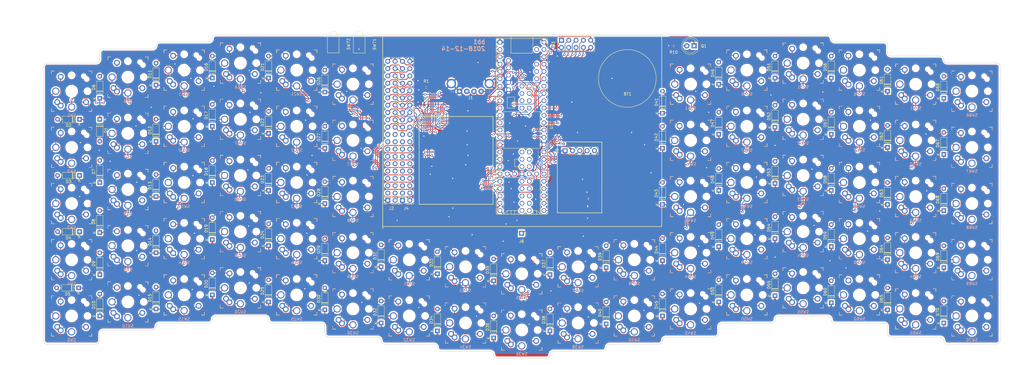
<source format=kicad_pcb>
(kicad_pcb (version 20171130) (host pcbnew "(5.0.1-3-g963ef8bb5)")
  (layers (0 F.Cu signal) (31 B.Cu signal) (34 B.Paste user) (35 F.Paste user) (36 B.SilkS user) (37 F.SilkS user) (38 B.Mask user) (39 F.Mask user) (44 Edge.Cuts user))
  (net 0 "")
  (net 1 +3V3)
  (net 2 GND)
  (net 3 +5V)
  (net 4 /TE)
  (net 5 /LCD_CS)
  (net 6 /LCD_SCK)
  (net 7 /LCD_DC)
  (net 8 /PAR_RD)
  (net 9 /LCD_SDI)
  (net 10 /LCD_SDO)
  (net 11 /LCD_BL)
  (net 12 /CTP_SCL)
  (net 13 /CTP_SDA)
  (net 14 /SD_SDO)
  (net 15 /SD_SCL)
  (net 16 /SD_SDI)
  (net 17 /SD_CS)
  (net 18 /FONT_CS)
  (net 19 /FLASH_CS)
  (net 20 /FLASH_WP)
  (net 21 /CTP_INT)
  (net 22 /TOUCH_T)
  (net 23 /TOUCH_R)
  (net 24 /TOUCH_L)
  (net 25 /TOUCH_B)
  (net 26 /AUDIO_SD)
  (net 27 /DAC0)
  (net 28 /C0)
  (net 29 "Net-(D1-Pad2)")
  (net 30 "Net-(D2-Pad2)")
  (net 31 "Net-(D3-Pad2)")
  (net 32 "Net-(D4-Pad2)")
  (net 33 "Net-(D5-Pad2)")
  (net 34 /C1)
  (net 35 "Net-(D6-Pad2)")
  (net 36 "Net-(D7-Pad2)")
  (net 37 "Net-(D8-Pad2)")
  (net 38 "Net-(D9-Pad2)")
  (net 39 "Net-(D10-Pad2)")
  (net 40 /C2)
  (net 41 "Net-(D11-Pad2)")
  (net 42 "Net-(D12-Pad2)")
  (net 43 "Net-(D13-Pad2)")
  (net 44 "Net-(D14-Pad2)")
  (net 45 "Net-(D15-Pad2)")
  (net 46 /C3)
  (net 47 "Net-(D16-Pad2)")
  (net 48 "Net-(D17-Pad2)")
  (net 49 "Net-(D18-Pad2)")
  (net 50 "Net-(D19-Pad2)")
  (net 51 "Net-(D20-Pad2)")
  (net 52 /C4)
  (net 53 "Net-(D21-Pad2)")
  (net 54 "Net-(D22-Pad2)")
  (net 55 "Net-(D23-Pad2)")
  (net 56 "Net-(D24-Pad2)")
  (net 57 "Net-(D25-Pad2)")
  (net 58 /C5)
  (net 59 "Net-(D26-Pad2)")
  (net 60 "Net-(D27-Pad2)")
  (net 61 "Net-(D28-Pad2)")
  (net 62 "Net-(D29-Pad2)")
  (net 63 "Net-(D30-Pad2)")
  (net 64 /C6)
  (net 65 "Net-(D31-Pad2)")
  (net 66 "Net-(D32-Pad2)")
  (net 67 /C7)
  (net 68 "Net-(D33-Pad2)")
  (net 69 "Net-(D34-Pad2)")
  (net 70 /C8)
  (net 71 "Net-(D35-Pad2)")
  (net 72 "Net-(D36-Pad2)")
  (net 73 /C9)
  (net 74 "Net-(D37-Pad2)")
  (net 75 "Net-(D38-Pad2)")
  (net 76 /C10)
  (net 77 "Net-(D39-Pad2)")
  (net 78 "Net-(D40-Pad2)")
  (net 79 /C11)
  (net 80 "Net-(D41-Pad2)")
  (net 81 "Net-(D42-Pad2)")
  (net 82 "Net-(D43-Pad2)")
  (net 83 "Net-(D44-Pad2)")
  (net 84 "Net-(D45-Pad2)")
  (net 85 /C12)
  (net 86 "Net-(D46-Pad2)")
  (net 87 "Net-(D47-Pad2)")
  (net 88 "Net-(D48-Pad2)")
  (net 89 "Net-(D49-Pad2)")
  (net 90 "Net-(D50-Pad2)")
  (net 91 /C13)
  (net 92 "Net-(D51-Pad2)")
  (net 93 "Net-(D52-Pad2)")
  (net 94 "Net-(D53-Pad2)")
  (net 95 "Net-(D54-Pad2)")
  (net 96 "Net-(D55-Pad2)")
  (net 97 /C14)
  (net 98 "Net-(D56-Pad2)")
  (net 99 "Net-(D57-Pad2)")
  (net 100 "Net-(D58-Pad2)")
  (net 101 "Net-(D59-Pad2)")
  (net 102 "Net-(D60-Pad2)")
  (net 103 /C15)
  (net 104 "Net-(D61-Pad2)")
  (net 105 "Net-(D62-Pad2)")
  (net 106 "Net-(D63-Pad2)")
  (net 107 "Net-(D64-Pad2)")
  (net 108 "Net-(D65-Pad2)")
  (net 109 /C16)
  (net 110 "Net-(D66-Pad2)")
  (net 111 "Net-(D67-Pad2)")
  (net 112 "Net-(D68-Pad2)")
  (net 113 "Net-(D69-Pad2)")
  (net 114 "Net-(D70-Pad2)")
  (net 115 /R4)
  (net 116 /R3)
  (net 117 /R2)
  (net 118 /R1)
  (net 119 /R0)
  (net 120 /DAC1)
  (net 121 /SCA1)
  (net 122 /SCL1)
  (net 123 /VBat)
  (net 124 /D+)
  (net 125 /D-)
  (net 126 /VBUS)
  (net 127 /LCD_RST)
  (net 128 /Ambient)
  (net 129 /Program)
  (net 130 /Reset)
  (module Connector_PinSocket_2.54mm:PinSocket_2x20_P2.54mm_Vertical (layer F.Cu) (at 136.6 89.075 180)
    (fp_text reference J4 (at -1.27 -2.77 180) (layer F.SilkS))
    (fp_text value ER-TFT032)
    (pad 40 thru_hole oval (at -2.54 48.26 180) (size 1.7 1.7) (drill 1) (layers *.Cu *.Mask) (net 2 GND))
    (pad 39 thru_hole oval (at 0 48.26 180) (size 1.7 1.7) (drill 1) (layers *.Cu *.Mask) (net 21 /CTP_INT))
    (pad 38 thru_hole oval (at -2.54 45.72 180) (size 1.7 1.7) (drill 1) (layers *.Cu *.Mask) (net 20 /FLASH_WP))
    (pad 37 thru_hole oval (at 0 45.72 180) (size 1.7 1.7) (drill 1) (layers *.Cu *.Mask) (net 19 /FLASH_CS))
    (pad 36 thru_hole oval (at -2.54 43.18 180) (size 1.7 1.7) (drill 1) (layers *.Cu *.Mask) (net 18 /FONT_CS))
    (pad 35 thru_hole oval (at 0 43.18 180) (size 1.7 1.7) (drill 1) (layers *.Cu *.Mask) (net 17 /SD_CS))
    (pad 34 thru_hole oval (at -2.54 40.64 180) (size 1.7 1.7) (drill 1) (layers *.Cu *.Mask) (net 16 /SD_SDI))
    (pad 33 thru_hole oval (at 0 40.64 180) (size 1.7 1.7) (drill 1) (layers *.Cu *.Mask) (net 15 /SD_SCL))
    (pad 32 thru_hole oval (at -2.54 38.1 180) (size 1.7 1.7) (drill 1) (layers *.Cu *.Mask) (net 14 /SD_SDO))
    (pad 31 thru_hole oval (at 0 38.1 180) (size 1.7 1.7) (drill 1) (layers *.Cu *.Mask) (net 13 /CTP_SDA))
    (pad 30 thru_hole oval (at -2.54 35.56 180) (size 1.7 1.7) (drill 1) (layers *.Cu *.Mask) (net 12 /CTP_SCL))
    (pad 29 thru_hole oval (at 0 35.56 180) (size 1.7 1.7) (drill 1) (layers *.Cu *.Mask) (net 11 /LCD_BL))
    (pad 28 thru_hole oval (at -2.54 33.02 180) (size 1.7 1.7) (drill 1) (layers *.Cu *.Mask) (net 10 /LCD_SDO))
    (pad 27 thru_hole oval (at 0 33.02 180) (size 1.7 1.7) (drill 1) (layers *.Cu *.Mask) (net 9 /LCD_SDI))
    (pad 26 thru_hole oval (at -2.54 30.48 180) (size 1.7 1.7) (drill 1) (layers *.Cu *.Mask) (net 8 /PAR_RD))
    (pad 25 thru_hole oval (at 0 30.48 180) (size 1.7 1.7) (drill 1) (layers *.Cu *.Mask) (net 7 /LCD_DC))
    (pad 24 thru_hole oval (at -2.54 27.94 180) (size 1.7 1.7) (drill 1) (layers *.Cu *.Mask) (net 6 /LCD_SCK))
    (pad 23 thru_hole oval (at 0 27.94 180) (size 1.7 1.7) (drill 1) (layers *.Cu *.Mask) (net 5 /LCD_CS))
    (pad 22 thru_hole oval (at -2.54 25.4 180) (size 1.7 1.7) (drill 1) (layers *.Cu *.Mask) (net 4 /TE))
    (pad 21 thru_hole oval (at 0 25.4 180) (size 1.7 1.7) (drill 1) (layers *.Cu *.Mask) (net 127 /LCD_RST))
    (pad 20 thru_hole oval (at -2.54 22.86 180) (size 1.7 1.7) (drill 1) (layers *.Cu *.Mask))
    (pad 19 thru_hole oval (at 0 22.86 180) (size 1.7 1.7) (drill 1) (layers *.Cu *.Mask))
    (pad 18 thru_hole oval (at -2.54 20.32 180) (size 1.7 1.7) (drill 1) (layers *.Cu *.Mask))
    (pad 17 thru_hole oval (at 0 20.32 180) (size 1.7 1.7) (drill 1) (layers *.Cu *.Mask))
    (pad 16 thru_hole oval (at -2.54 17.78 180) (size 1.7 1.7) (drill 1) (layers *.Cu *.Mask))
    (pad 15 thru_hole oval (at 0 17.78 180) (size 1.7 1.7) (drill 1) (layers *.Cu *.Mask))
    (pad 14 thru_hole oval (at -2.54 15.24 180) (size 1.7 1.7) (drill 1) (layers *.Cu *.Mask))
    (pad 13 thru_hole oval (at 0 15.24 180) (size 1.7 1.7) (drill 1) (layers *.Cu *.Mask))
    (pad 12 thru_hole oval (at -2.54 12.7 180) (size 1.7 1.7) (drill 1) (layers *.Cu *.Mask))
    (pad 11 thru_hole oval (at 0 12.7 180) (size 1.7 1.7) (drill 1) (layers *.Cu *.Mask))
    (pad 10 thru_hole oval (at -2.54 10.16 180) (size 1.7 1.7) (drill 1) (layers *.Cu *.Mask))
    (pad 9 thru_hole oval (at 0 10.16 180) (size 1.7 1.7) (drill 1) (layers *.Cu *.Mask))
    (pad 8 thru_hole oval (at -2.54 7.62 180) (size 1.7 1.7) (drill 1) (layers *.Cu *.Mask))
    (pad 7 thru_hole oval (at 0 7.62 180) (size 1.7 1.7) (drill 1) (layers *.Cu *.Mask))
    (pad 6 thru_hole oval (at -2.54 5.08 180) (size 1.7 1.7) (drill 1) (layers *.Cu *.Mask))
    (pad 5 thru_hole oval (at 0 5.08 180) (size 1.7 1.7) (drill 1) (layers *.Cu *.Mask))
    (pad 4 thru_hole oval (at -2.54 2.54 180) (size 1.7 1.7) (drill 1) (layers *.Cu *.Mask))
    (pad 3 thru_hole oval (at 0 2.54 180) (size 1.7 1.7) (drill 1) (layers *.Cu *.Mask))
    (pad 2 thru_hole oval (at -2.54 0 180) (size 1.7 1.7) (drill 1) (layers *.Cu *.Mask) (net 1 +3V3))
    (pad 1 thru_hole rect (at 0 0 180) (size 1.7 1.7) (drill 1) (layers *.Cu *.Mask) (net 2 GND))
  )
  (module Connector_PinSocket_2.54mm:PinSocket_2x20_P2.54mm_Vertical (layer F.Cu) (at 131.5 89.075 180)
    (fp_text reference J2 (at -1.27 -2.77 180) (layer F.SilkS))
    (fp_text value ER-TFT035)
    (pad 40 thru_hole oval (at -2.54 48.26 180) (size 1.7 1.7) (drill 1) (layers *.Cu *.Mask) (net 2 GND))
    (pad 39 thru_hole oval (at 0 48.26 180) (size 1.7 1.7) (drill 1) (layers *.Cu *.Mask) (net 21 /CTP_INT))
    (pad 38 thru_hole oval (at -2.54 45.72 180) (size 1.7 1.7) (drill 1) (layers *.Cu *.Mask) (net 20 /FLASH_WP))
    (pad 37 thru_hole oval (at 0 45.72 180) (size 1.7 1.7) (drill 1) (layers *.Cu *.Mask) (net 19 /FLASH_CS))
    (pad 36 thru_hole oval (at -2.54 43.18 180) (size 1.7 1.7) (drill 1) (layers *.Cu *.Mask) (net 18 /FONT_CS))
    (pad 35 thru_hole oval (at 0 43.18 180) (size 1.7 1.7) (drill 1) (layers *.Cu *.Mask) (net 17 /SD_CS))
    (pad 34 thru_hole oval (at -2.54 40.64 180) (size 1.7 1.7) (drill 1) (layers *.Cu *.Mask) (net 16 /SD_SDI))
    (pad 33 thru_hole oval (at 0 40.64 180) (size 1.7 1.7) (drill 1) (layers *.Cu *.Mask) (net 15 /SD_SCL))
    (pad 32 thru_hole oval (at -2.54 38.1 180) (size 1.7 1.7) (drill 1) (layers *.Cu *.Mask) (net 14 /SD_SDO))
    (pad 31 thru_hole oval (at 0 38.1 180) (size 1.7 1.7) (drill 1) (layers *.Cu *.Mask) (net 13 /CTP_SDA))
    (pad 30 thru_hole oval (at -2.54 35.56 180) (size 1.7 1.7) (drill 1) (layers *.Cu *.Mask) (net 12 /CTP_SCL))
    (pad 29 thru_hole oval (at 0 35.56 180) (size 1.7 1.7) (drill 1) (layers *.Cu *.Mask) (net 11 /LCD_BL))
    (pad 28 thru_hole oval (at -2.54 33.02 180) (size 1.7 1.7) (drill 1) (layers *.Cu *.Mask) (net 10 /LCD_SDO))
    (pad 27 thru_hole oval (at 0 33.02 180) (size 1.7 1.7) (drill 1) (layers *.Cu *.Mask) (net 9 /LCD_SDI))
    (pad 26 thru_hole oval (at -2.54 30.48 180) (size 1.7 1.7) (drill 1) (layers *.Cu *.Mask) (net 8 /PAR_RD))
    (pad 25 thru_hole oval (at 0 30.48 180) (size 1.7 1.7) (drill 1) (layers *.Cu *.Mask) (net 7 /LCD_DC))
    (pad 24 thru_hole oval (at -2.54 27.94 180) (size 1.7 1.7) (drill 1) (layers *.Cu *.Mask) (net 6 /LCD_SCK))
    (pad 23 thru_hole oval (at 0 27.94 180) (size 1.7 1.7) (drill 1) (layers *.Cu *.Mask) (net 5 /LCD_CS))
    (pad 22 thru_hole oval (at -2.54 25.4 180) (size 1.7 1.7) (drill 1) (layers *.Cu *.Mask) (net 4 /TE))
    (pad 21 thru_hole oval (at 0 25.4 180) (size 1.7 1.7) (drill 1) (layers *.Cu *.Mask) (net 127 /LCD_RST))
    (pad 20 thru_hole oval (at -2.54 22.86 180) (size 1.7 1.7) (drill 1) (layers *.Cu *.Mask))
    (pad 19 thru_hole oval (at 0 22.86 180) (size 1.7 1.7) (drill 1) (layers *.Cu *.Mask))
    (pad 18 thru_hole oval (at -2.54 20.32 180) (size 1.7 1.7) (drill 1) (layers *.Cu *.Mask))
    (pad 17 thru_hole oval (at 0 20.32 180) (size 1.7 1.7) (drill 1) (layers *.Cu *.Mask))
    (pad 16 thru_hole oval (at -2.54 17.78 180) (size 1.7 1.7) (drill 1) (layers *.Cu *.Mask))
    (pad 15 thru_hole oval (at 0 17.78 180) (size 1.7 1.7) (drill 1) (layers *.Cu *.Mask))
    (pad 14 thru_hole oval (at -2.54 15.24 180) (size 1.7 1.7) (drill 1) (layers *.Cu *.Mask))
    (pad 13 thru_hole oval (at 0 15.24 180) (size 1.7 1.7) (drill 1) (layers *.Cu *.Mask))
    (pad 12 thru_hole oval (at -2.54 12.7 180) (size 1.7 1.7) (drill 1) (layers *.Cu *.Mask))
    (pad 11 thru_hole oval (at 0 12.7 180) (size 1.7 1.7) (drill 1) (layers *.Cu *.Mask))
    (pad 10 thru_hole oval (at -2.54 10.16 180) (size 1.7 1.7) (drill 1) (layers *.Cu *.Mask))
    (pad 9 thru_hole oval (at 0 10.16 180) (size 1.7 1.7) (drill 1) (layers *.Cu *.Mask))
    (pad 8 thru_hole oval (at -2.54 7.62 180) (size 1.7 1.7) (drill 1) (layers *.Cu *.Mask))
    (pad 7 thru_hole oval (at 0 7.62 180) (size 1.7 1.7) (drill 1) (layers *.Cu *.Mask))
    (pad 6 thru_hole oval (at -2.54 5.08 180) (size 1.7 1.7) (drill 1) (layers *.Cu *.Mask))
    (pad 5 thru_hole oval (at 0 5.08 180) (size 1.7 1.7) (drill 1) (layers *.Cu *.Mask))
    (pad 4 thru_hole oval (at -2.54 2.54 180) (size 1.7 1.7) (drill 1) (layers *.Cu *.Mask))
    (pad 3 thru_hole oval (at 0 2.54 180) (size 1.7 1.7) (drill 1) (layers *.Cu *.Mask))
    (pad 2 thru_hole oval (at -2.54 0 180) (size 1.7 1.7) (drill 1) (layers *.Cu *.Mask) (net 1 +3V3))
    (pad 1 thru_hole rect (at 0 0 180) (size 1.7 1.7) (drill 1) (layers *.Cu *.Mask) (net 2 GND))
  )
  (module digikey-footprints:USB_A_Female_UE27AC54100 (layer F.Cu) (at 160.1 48.55 180)
    (fp_text reference J1 (at -0.075 -4.925 180) (layer F.SilkS))
    (fp_text value USB_A)
    (pad 4 thru_hole circle (at 3.75 -2.71 180) (size 1.9 1.9) (drill 0.9) (layers *.Cu *.Mask) (net 2 GND))
    (pad 3 thru_hole circle (at 1.25 -2.7 180) (size 1.9 1.9) (drill 0.9) (layers *.Cu *.Mask) (net 124 /D+))
    (pad 2 thru_hole circle (at -1.25 -2.725 180) (size 1.9 1.9) (drill 0.9) (layers *.Cu *.Mask) (net 125 /D-))
    (pad 1 thru_hole circle (at -3.75 -2.71 180) (size 1.9 1.9) (drill 0.9) (layers *.Cu *.Mask) (net 126 /VBUS))
    (pad 5 thru_hole circle (at 6.57 0 180) (size 3.3 3.3) (drill 2.3) (layers *.Cu *.Mask) (net 2 GND))
    (pad 5 thru_hole circle (at -6.57 0 180) (size 3.3 3.3) (drill 2.3) (layers *.Cu *.Mask) (net 2 GND))
  )
  (module digikey-footprints:0603 (layer F.Cu) (at 144.825 55.99375)
    (fp_text reference R2 (at 0 -2.2) (layer F.SilkS))
    (fp_text value 2k2)
    (pad 1 smd rect (at -0.7 0) (size 0.6 0.8) (layers F.Cu F.Paste F.Mask) (net 12 /CTP_SCL))
    (pad 2 smd rect (at 0.7 0) (size 0.6 0.8) (layers F.Cu F.Paste F.Mask) (net 1 +3V3))
  )
  (module digikey-footprints:0603 (layer F.Cu) (at 144.825 49.9)
    (fp_text reference R1 (at 0 -2.2) (layer F.SilkS))
    (fp_text value 2k2)
    (pad 1 smd rect (at -0.7 0) (size 0.6 0.8) (layers F.Cu F.Paste F.Mask) (net 13 /CTP_SDA))
    (pad 2 smd rect (at 0.7 0) (size 0.6 0.8) (layers F.Cu F.Paste F.Mask) (net 1 +3V3))
  )
  (module teensy:Teensy35_36 (layer F.Cu) (at 178 63.4 270)
    (fp_text reference U1 (at 0 -10.16 270) (layer F.SilkS))
    (fp_text value Teensy3.6)
    (pad 62 thru_hole circle (at -12.7 4.62 270) (size 1.6 1.6) (drill 1.1) (layers *.Cu *.Mask) (net 2 GND))
    (pad 61 thru_hole circle (at -15.24 4.62 270) (size 1.6 1.6) (drill 1.1) (layers *.Cu *.Mask) (net 2 GND))
    (pad 60 thru_hole circle (at -17.78 4.62 270) (size 1.6 1.6) (drill 1.1) (layers *.Cu *.Mask) (net 124 /D+))
    (pad 59 thru_hole circle (at -20.32 4.62 270) (size 1.6 1.6) (drill 1.1) (layers *.Cu *.Mask) (net 125 /D-))
    (pad 58 thru_hole circle (at -22.86 4.62 270) (size 1.6 1.6) (drill 1.1) (layers *.Cu *.Mask) (net 126 /VBUS))
    (pad 86 thru_hole circle (at -13.97 -2.54 270) (size 1.6 1.6) (drill 1.1) (layers *.Cu *.Mask))
    (pad 85 thru_hole circle (at -11.43 -2.54 270) (size 1.6 1.6) (drill 1.1) (layers *.Cu *.Mask))
    (pad 84 thru_hole circle (at -8.89 -2.54 270) (size 1.6 1.6) (drill 1.1) (layers *.Cu *.Mask))
    (pad 83 thru_hole circle (at -6.35 -2.54 270) (size 1.6 1.6) (drill 1.1) (layers *.Cu *.Mask))
    (pad 82 thru_hole circle (at 8.89 -2.54 270) (size 1.6 1.6) (drill 1.1) (layers *.Cu *.Mask))
    (pad 81 thru_hole circle (at 11.43 -2.54 270) (size 1.6 1.6) (drill 1.1) (layers *.Cu *.Mask))
    (pad 80 thru_hole circle (at 13.97 -2.54 270) (size 1.6 1.6) (drill 1.1) (layers *.Cu *.Mask))
    (pad 79 thru_hole circle (at 19.05 -2.54 270) (size 1.6 1.6) (drill 1.1) (layers *.Cu *.Mask))
    (pad 78 thru_hole circle (at 21.59 -2.54 270) (size 1.6 1.6) (drill 1.1) (layers *.Cu *.Mask))
    (pad 77 thru_hole circle (at 24.13 -2.54 270) (size 1.6 1.6) (drill 1.1) (layers *.Cu *.Mask))
    (pad 76 thru_hole circle (at 26.67 -2.54 270) (size 1.6 1.6) (drill 1.1) (layers *.Cu *.Mask))
    (pad 75 thru_hole circle (at 29.21 -2.54 270) (size 1.6 1.6) (drill 1.1) (layers *.Cu *.Mask))
    (pad 74 thru_hole circle (at 29.21 0 270) (size 1.6 1.6) (drill 1.1) (layers *.Cu *.Mask))
    (pad 73 thru_hole circle (at 26.67 0 270) (size 1.6 1.6) (drill 1.1) (layers *.Cu *.Mask))
    (pad 72 thru_hole circle (at 24.13 0 270) (size 1.6 1.6) (drill 1.1) (layers *.Cu *.Mask))
    (pad 71 thru_hole circle (at 21.59 0 270) (size 1.6 1.6) (drill 1.1) (layers *.Cu *.Mask))
    (pad 70 thru_hole circle (at 19.05 0 270) (size 1.6 1.6) (drill 1.1) (layers *.Cu *.Mask))
    (pad 69 thru_hole circle (at 13.97 0 270) (size 1.6 1.6) (drill 1.1) (layers *.Cu *.Mask))
    (pad 68 thru_hole circle (at 11.43 0 270) (size 1.6 1.6) (drill 1.1) (layers *.Cu *.Mask))
    (pad 67 thru_hole circle (at 8.89 0 270) (size 1.6 1.6) (drill 1.1) (layers *.Cu *.Mask))
    (pad 66 thru_hole circle (at -6.35 0 270) (size 1.6 1.6) (drill 1.1) (layers *.Cu *.Mask))
    (pad 65 thru_hole circle (at -8.89 0 270) (size 1.6 1.6) (drill 1.1) (layers *.Cu *.Mask))
    (pad 64 thru_hole circle (at -11.43 0 270) (size 1.6 1.6) (drill 1.1) (layers *.Cu *.Mask))
    (pad 63 thru_hole circle (at -13.97 0 270) (size 1.6 1.6) (drill 1.1) (layers *.Cu *.Mask))
    (pad 57 thru_hole circle (at -16.51 -5.08 270) (size 1.6 1.6) (drill 1.1) (layers *.Cu *.Mask))
    (pad 56 thru_hole circle (at -19.05 -5.08 270) (size 1.6 1.6) (drill 1.1) (layers *.Cu *.Mask))
    (pad 55 thru_hole circle (at -21.59 -5.08 270) (size 1.6 1.6) (drill 1.1) (layers *.Cu *.Mask))
    (pad 54 thru_hole circle (at -26.67 -5.08 270) (size 1.6 1.6) (drill 1.1) (layers *.Cu *.Mask))
    (pad 53 thru_hole circle (at -29.21 -7.62 270) (size 1.6 1.6) (drill 1.1) (layers *.Cu *.Mask) (net 3 +5V))
    (pad 52 thru_hole circle (at -26.67 -7.62 270) (size 1.6 1.6) (drill 1.1) (layers *.Cu *.Mask))
    (pad 51 thru_hole circle (at -24.13 -7.62 270) (size 1.6 1.6) (drill 1.1) (layers *.Cu *.Mask) (net 1 +3V3))
    (pad 50 thru_hole circle (at -21.59 -7.62 270) (size 1.6 1.6) (drill 1.1) (layers *.Cu *.Mask) (net 26 /AUDIO_SD))
    (pad 49 thru_hole circle (at -19.05 -7.62 270) (size 1.6 1.6) (drill 1.1) (layers *.Cu *.Mask) (net 22 /TOUCH_T))
    (pad 48 thru_hole circle (at -16.51 -7.62 270) (size 1.6 1.6) (drill 1.1) (layers *.Cu *.Mask) (net 11 /LCD_BL))
    (pad 47 thru_hole circle (at -13.97 -7.62 270) (size 1.6 1.6) (drill 1.1) (layers *.Cu *.Mask))
    (pad 46 thru_hole circle (at -11.43 -7.62 270) (size 1.6 1.6) (drill 1.1) (layers *.Cu *.Mask) (net 12 /CTP_SCL))
    (pad 45 thru_hole circle (at -8.89 -7.62 270) (size 1.6 1.6) (drill 1.1) (layers *.Cu *.Mask) (net 13 /CTP_SDA))
    (pad 44 thru_hole circle (at -6.35 -7.62 270) (size 1.6 1.6) (drill 1.1) (layers *.Cu *.Mask) (net 23 /TOUCH_R))
    (pad 43 thru_hole circle (at -3.81 -7.62 270) (size 1.6 1.6) (drill 1.1) (layers *.Cu *.Mask) (net 25 /TOUCH_B))
    (pad 42 thru_hole circle (at -1.27 -7.62 270) (size 1.6 1.6) (drill 1.1) (layers *.Cu *.Mask) (net 24 /TOUCH_L))
    (pad 41 thru_hole circle (at 1.27 -7.62 270) (size 1.6 1.6) (drill 1.1) (layers *.Cu *.Mask) (net 21 /CTP_INT))
    (pad 40 thru_hole circle (at 3.81 -7.62 270) (size 1.6 1.6) (drill 1.1) (layers *.Cu *.Mask) (net 6 /LCD_SCK))
    (pad 39 thru_hole circle (at 6.35 -7.62 270) (size 1.6 1.6) (drill 1.1) (layers *.Cu *.Mask) (net 2 GND))
    (pad 38 thru_hole circle (at 8.89 -7.62 270) (size 1.6 1.6) (drill 1.1) (layers *.Cu *.Mask) (net 120 /DAC1))
    (pad 1 thru_hole rect (at -29.21 7.62 270) (size 1.6 1.6) (drill 1.1) (layers *.Cu *.Mask) (net 2 GND))
    (pad 2 thru_hole circle (at -26.67 7.62 270) (size 1.6 1.6) (drill 1.1) (layers *.Cu *.Mask) (net 119 /R0))
    (pad 3 thru_hole circle (at -24.13 7.62 270) (size 1.6 1.6) (drill 1.1) (layers *.Cu *.Mask) (net 118 /R1))
    (pad 4 thru_hole circle (at -21.59 7.62 270) (size 1.6 1.6) (drill 1.1) (layers *.Cu *.Mask) (net 117 /R2))
    (pad 5 thru_hole circle (at -19.05 7.62 270) (size 1.6 1.6) (drill 1.1) (layers *.Cu *.Mask) (net 116 /R3))
    (pad 6 thru_hole circle (at -16.51 7.62 270) (size 1.6 1.6) (drill 1.1) (layers *.Cu *.Mask) (net 115 /R4))
    (pad 7 thru_hole circle (at -13.97 7.62 270) (size 1.6 1.6) (drill 1.1) (layers *.Cu *.Mask) (net 28 /C0))
    (pad 8 thru_hole circle (at -11.43 7.62 270) (size 1.6 1.6) (drill 1.1) (layers *.Cu *.Mask) (net 34 /C1))
    (pad 9 thru_hole circle (at -8.89 7.62 270) (size 1.6 1.6) (drill 1.1) (layers *.Cu *.Mask) (net 40 /C2))
    (pad 10 thru_hole circle (at -6.35 7.62 270) (size 1.6 1.6) (drill 1.1) (layers *.Cu *.Mask) (net 46 /C3))
    (pad 11 thru_hole circle (at -3.81 7.62 270) (size 1.6 1.6) (drill 1.1) (layers *.Cu *.Mask) (net 7 /LCD_DC))
    (pad 12 thru_hole circle (at -1.27 7.62 270) (size 1.6 1.6) (drill 1.1) (layers *.Cu *.Mask) (net 5 /LCD_CS))
    (pad 13 thru_hole circle (at 1.27 7.62 270) (size 1.6 1.6) (drill 1.1) (layers *.Cu *.Mask) (net 9 /LCD_SDI))
    (pad 37 thru_hole circle (at 11.43 -7.62 270) (size 1.6 1.6) (drill 1.1) (layers *.Cu *.Mask) (net 27 /DAC0))
    (pad 36 thru_hole circle (at 13.97 -7.62 270) (size 1.6 1.6) (drill 1.1) (layers *.Cu *.Mask) (net 128 /Ambient))
    (pad 35 thru_hole circle (at 16.51 -7.62 270) (size 1.6 1.6) (drill 1.1) (layers *.Cu *.Mask) (net 121 /SCA1))
    (pad 34 thru_hole circle (at 19.05 -7.62 270) (size 1.6 1.6) (drill 1.1) (layers *.Cu *.Mask) (net 122 /SCL1))
    (pad 33 thru_hole circle (at 21.59 -7.62 270) (size 1.6 1.6) (drill 1.1) (layers *.Cu *.Mask) (net 109 /C16))
    (pad 32 thru_hole circle (at 24.13 -7.62 270) (size 1.6 1.6) (drill 1.1) (layers *.Cu *.Mask) (net 103 /C15))
    (pad 31 thru_hole circle (at 26.67 -7.62 270) (size 1.6 1.6) (drill 1.1) (layers *.Cu *.Mask) (net 97 /C14))
    (pad 30 thru_hole circle (at 29.21 -7.62 270) (size 1.6 1.6) (drill 1.1) (layers *.Cu *.Mask) (net 91 /C13))
    (pad 29 thru_hole circle (at 16.51 -5.08 270) (size 1.6 1.6) (drill 1.1) (layers *.Cu *.Mask) (net 130 /Reset))
    (pad 28 thru_hole circle (at 16.51 -2.54 270) (size 1.6 1.6) (drill 1.1) (layers *.Cu *.Mask) (net 129 /Program))
    (pad 27 thru_hole circle (at 16.51 0 270) (size 1.6 1.6) (drill 1.1) (layers *.Cu *.Mask) (net 2 GND))
    (pad 26 thru_hole circle (at 16.51 2.54 270) (size 1.6 1.6) (drill 1.1) (layers *.Cu *.Mask) (net 1 +3V3))
    (pad 25 thru_hole circle (at 16.51 5.08 270) (size 1.6 1.6) (drill 1.1) (layers *.Cu *.Mask) (net 123 /VBat))
    (pad 24 thru_hole circle (at 29.21 7.62 270) (size 1.6 1.6) (drill 1.1) (layers *.Cu *.Mask) (net 85 /C12))
    (pad 23 thru_hole circle (at 26.67 7.62 270) (size 1.6 1.6) (drill 1.1) (layers *.Cu *.Mask) (net 79 /C11))
    (pad 22 thru_hole circle (at 24.13 7.62 270) (size 1.6 1.6) (drill 1.1) (layers *.Cu *.Mask) (net 76 /C10))
    (pad 21 thru_hole circle (at 21.59 7.62 270) (size 1.6 1.6) (drill 1.1) (layers *.Cu *.Mask) (net 73 /C9))
    (pad 14 thru_hole circle (at 3.81 7.62 270) (size 1.6 1.6) (drill 1.1) (layers *.Cu *.Mask) (net 10 /LCD_SDO))
    (pad 15 thru_hole circle (at 6.35 7.62 270) (size 1.6 1.6) (drill 1.1) (layers *.Cu *.Mask) (net 1 +3V3))
    (pad 16 thru_hole circle (at 8.89 7.62 270) (size 1.6 1.6) (drill 1.1) (layers *.Cu *.Mask) (net 52 /C4))
    (pad 20 thru_hole circle (at 19.05 7.62 270) (size 1.6 1.6) (drill 1.1) (layers *.Cu *.Mask) (net 70 /C8))
    (pad 19 thru_hole circle (at 16.51 7.62 270) (size 1.6 1.6) (drill 1.1) (layers *.Cu *.Mask) (net 67 /C7))
    (pad 18 thru_hole circle (at 13.97 7.62 270) (size 1.6 1.6) (drill 1.1) (layers *.Cu *.Mask) (net 64 /C6))
    (pad 17 thru_hole circle (at 11.43 7.62 270) (size 1.6 1.6) (drill 1.1) (layers *.Cu *.Mask) (net 58 /C5))
  )
  (module Connector_PinSocket_2.54mm:PinSocket_1x05_P2.54mm_Vertical (layer F.Cu) (at 192.96 71.85 90)
    (fp_text reference J5 (at 0 -2.77 90) (layer F.SilkS))
    (fp_text value amp)
    (pad 5 thru_hole oval (at 0 10.16 90) (size 1.7 1.7) (drill 1) (layers *.Cu *.Mask))
    (pad 4 thru_hole oval (at 0 7.62 90) (size 1.7 1.7) (drill 1) (layers *.Cu *.Mask) (net 27 /DAC0))
    (pad 3 thru_hole oval (at 0 5.08 90) (size 1.7 1.7) (drill 1) (layers *.Cu *.Mask) (net 26 /AUDIO_SD))
    (pad 2 thru_hole oval (at 0 2.54 90) (size 1.7 1.7) (drill 1) (layers *.Cu *.Mask) (net 3 +5V))
    (pad 1 thru_hole rect (at 0 0 90) (size 1.7 1.7) (drill 1) (layers *.Cu *.Mask) (net 2 GND))
  )
  (module keyswitches:PG1350_rotatable (layer F.Cu) (at 314.4375 68.25)
    (fp_text reference SW62 (at 0 8.3) (layer B.SilkS) (effects (justify mirror)))
    (fp_text value SW_SPST)
    (pad "" np_thru_hole circle (at 0 -5.5) (size 1.7018 1.7018) (drill 1.7018) (layers *.Cu *.Mask))
    (pad 1 thru_hole circle (at 0 5.5) (size 2.5 2.5) (drill 1.778) (layers *.Cu *.Mask) (net 103 /C15))
    (pad "" np_thru_hole circle (at 5.22 -4.2) (size 0.9906 0.9906) (drill 0.9906) (layers *.Cu *.Mask))
    (pad 2 thru_hole circle (at -5 3.8) (size 2.032 2.032) (drill 1.27) (layers *.Cu *.Mask) (net 105 "Net-(D62-Pad2)"))
    (pad "" np_thru_hole circle (at 0 0) (size 3.429 3.429) (drill 3.429) (layers *.Cu *.Mask))
    (pad 2 thru_hole circle (at -3.8 5) (size 2.032 2.032) (drill 1.27) (layers *.Cu *.Mask) (net 105 "Net-(D62-Pad2)"))
    (pad 2 thru_hole circle (at -3.8 -5) (size 2.032 2.032) (drill 1.27) (layers *.Cu *.Mask) (net 105 "Net-(D62-Pad2)"))
    (pad 2 thru_hole circle (at 5 3.8) (size 2.032 2.032) (drill 1.27) (layers *.Cu *.Mask) (net 105 "Net-(D62-Pad2)"))
    (pad "" np_thru_hole circle (at 4.2 -5.22) (size 0.9906 0.9906) (drill 0.9906) (layers *.Cu *.Mask))
    (pad "" np_thru_hole circle (at 5.5 0) (size 1.7018 1.7018) (drill 1.7018) (layers *.Cu *.Mask))
    (pad 1 thru_hole circle (at -5.5 0) (size 2.5 2.5) (drill 1.778) (layers *.Cu *.Mask) (net 103 /C15))
  )
  (module keyswitches:PG1350_rotatable (layer F.Cu) (at 21.9375 51.1875)
    (fp_text reference SW1 (at 0 8.3) (layer B.SilkS) (effects (justify mirror)))
    (fp_text value SW_SPST)
    (pad "" np_thru_hole circle (at 0 -5.5) (size 1.7018 1.7018) (drill 1.7018) (layers *.Cu *.Mask))
    (pad 1 thru_hole circle (at 0 5.5) (size 2.5 2.5) (drill 1.778) (layers *.Cu *.Mask) (net 28 /C0))
    (pad "" np_thru_hole circle (at 5.22 -4.2) (size 0.9906 0.9906) (drill 0.9906) (layers *.Cu *.Mask))
    (pad 2 thru_hole circle (at -5 3.8) (size 2.032 2.032) (drill 1.27) (layers *.Cu *.Mask) (net 29 "Net-(D1-Pad2)"))
    (pad "" np_thru_hole circle (at 0 0) (size 3.429 3.429) (drill 3.429) (layers *.Cu *.Mask))
    (pad 2 thru_hole circle (at -3.8 5) (size 2.032 2.032) (drill 1.27) (layers *.Cu *.Mask) (net 29 "Net-(D1-Pad2)"))
    (pad 2 thru_hole circle (at -3.8 -5) (size 2.032 2.032) (drill 1.27) (layers *.Cu *.Mask) (net 29 "Net-(D1-Pad2)"))
    (pad 2 thru_hole circle (at 5 3.8) (size 2.032 2.032) (drill 1.27) (layers *.Cu *.Mask) (net 29 "Net-(D1-Pad2)"))
    (pad "" np_thru_hole circle (at 4.2 -5.22) (size 0.9906 0.9906) (drill 0.9906) (layers *.Cu *.Mask))
    (pad "" np_thru_hole circle (at 5.5 0) (size 1.7018 1.7018) (drill 1.7018) (layers *.Cu *.Mask))
    (pad 1 thru_hole circle (at -5.5 0) (size 2.5 2.5) (drill 1.778) (layers *.Cu *.Mask) (net 28 /C0))
  )
  (module keyswitches:PG1350_rotatable (layer F.Cu) (at 21.9375 70.6875)
    (fp_text reference SW2 (at 0 8.3) (layer B.SilkS) (effects (justify mirror)))
    (fp_text value SW_SPST)
    (pad "" np_thru_hole circle (at 0 -5.5) (size 1.7018 1.7018) (drill 1.7018) (layers *.Cu *.Mask))
    (pad 1 thru_hole circle (at 0 5.5) (size 2.5 2.5) (drill 1.778) (layers *.Cu *.Mask) (net 28 /C0))
    (pad "" np_thru_hole circle (at 5.22 -4.2) (size 0.9906 0.9906) (drill 0.9906) (layers *.Cu *.Mask))
    (pad 2 thru_hole circle (at -5 3.8) (size 2.032 2.032) (drill 1.27) (layers *.Cu *.Mask) (net 30 "Net-(D2-Pad2)"))
    (pad "" np_thru_hole circle (at 0 0) (size 3.429 3.429) (drill 3.429) (layers *.Cu *.Mask))
    (pad 2 thru_hole circle (at -3.8 5) (size 2.032 2.032) (drill 1.27) (layers *.Cu *.Mask) (net 30 "Net-(D2-Pad2)"))
    (pad 2 thru_hole circle (at -3.8 -5) (size 2.032 2.032) (drill 1.27) (layers *.Cu *.Mask) (net 30 "Net-(D2-Pad2)"))
    (pad 2 thru_hole circle (at 5 3.8) (size 2.032 2.032) (drill 1.27) (layers *.Cu *.Mask) (net 30 "Net-(D2-Pad2)"))
    (pad "" np_thru_hole circle (at 4.2 -5.22) (size 0.9906 0.9906) (drill 0.9906) (layers *.Cu *.Mask))
    (pad "" np_thru_hole circle (at 5.5 0) (size 1.7018 1.7018) (drill 1.7018) (layers *.Cu *.Mask))
    (pad 1 thru_hole circle (at -5.5 0) (size 2.5 2.5) (drill 1.778) (layers *.Cu *.Mask) (net 28 /C0))
  )
  (module keyswitches:PG1350_rotatable (layer F.Cu) (at 21.9375 90.1875)
    (fp_text reference SW3 (at 0 8.3) (layer B.SilkS) (effects (justify mirror)))
    (fp_text value SW_SPST)
    (pad "" np_thru_hole circle (at 0 -5.5) (size 1.7018 1.7018) (drill 1.7018) (layers *.Cu *.Mask))
    (pad 1 thru_hole circle (at 0 5.5) (size 2.5 2.5) (drill 1.778) (layers *.Cu *.Mask) (net 28 /C0))
    (pad "" np_thru_hole circle (at 5.22 -4.2) (size 0.9906 0.9906) (drill 0.9906) (layers *.Cu *.Mask))
    (pad 2 thru_hole circle (at -5 3.8) (size 2.032 2.032) (drill 1.27) (layers *.Cu *.Mask) (net 31 "Net-(D3-Pad2)"))
    (pad "" np_thru_hole circle (at 0 0) (size 3.429 3.429) (drill 3.429) (layers *.Cu *.Mask))
    (pad 2 thru_hole circle (at -3.8 5) (size 2.032 2.032) (drill 1.27) (layers *.Cu *.Mask) (net 31 "Net-(D3-Pad2)"))
    (pad 2 thru_hole circle (at -3.8 -5) (size 2.032 2.032) (drill 1.27) (layers *.Cu *.Mask) (net 31 "Net-(D3-Pad2)"))
    (pad 2 thru_hole circle (at 5 3.8) (size 2.032 2.032) (drill 1.27) (layers *.Cu *.Mask) (net 31 "Net-(D3-Pad2)"))
    (pad "" np_thru_hole circle (at 4.2 -5.22) (size 0.9906 0.9906) (drill 0.9906) (layers *.Cu *.Mask))
    (pad "" np_thru_hole circle (at 5.5 0) (size 1.7018 1.7018) (drill 1.7018) (layers *.Cu *.Mask))
    (pad 1 thru_hole circle (at -5.5 0) (size 2.5 2.5) (drill 1.778) (layers *.Cu *.Mask) (net 28 /C0))
  )
  (module keyswitches:PG1350_rotatable (layer F.Cu) (at 21.9375 109.6875)
    (fp_text reference SW4 (at 0 8.3) (layer B.SilkS) (effects (justify mirror)))
    (fp_text value SW_SPST)
    (pad "" np_thru_hole circle (at 0 -5.5) (size 1.7018 1.7018) (drill 1.7018) (layers *.Cu *.Mask))
    (pad 1 thru_hole circle (at 0 5.5) (size 2.5 2.5) (drill 1.778) (layers *.Cu *.Mask) (net 28 /C0))
    (pad "" np_thru_hole circle (at 5.22 -4.2) (size 0.9906 0.9906) (drill 0.9906) (layers *.Cu *.Mask))
    (pad 2 thru_hole circle (at -5 3.8) (size 2.032 2.032) (drill 1.27) (layers *.Cu *.Mask) (net 32 "Net-(D4-Pad2)"))
    (pad "" np_thru_hole circle (at 0 0) (size 3.429 3.429) (drill 3.429) (layers *.Cu *.Mask))
    (pad 2 thru_hole circle (at -3.8 5) (size 2.032 2.032) (drill 1.27) (layers *.Cu *.Mask) (net 32 "Net-(D4-Pad2)"))
    (pad 2 thru_hole circle (at -3.8 -5) (size 2.032 2.032) (drill 1.27) (layers *.Cu *.Mask) (net 32 "Net-(D4-Pad2)"))
    (pad 2 thru_hole circle (at 5 3.8) (size 2.032 2.032) (drill 1.27) (layers *.Cu *.Mask) (net 32 "Net-(D4-Pad2)"))
    (pad "" np_thru_hole circle (at 4.2 -5.22) (size 0.9906 0.9906) (drill 0.9906) (layers *.Cu *.Mask))
    (pad "" np_thru_hole circle (at 5.5 0) (size 1.7018 1.7018) (drill 1.7018) (layers *.Cu *.Mask))
    (pad 1 thru_hole circle (at -5.5 0) (size 2.5 2.5) (drill 1.778) (layers *.Cu *.Mask) (net 28 /C0))
  )
  (module keyswitches:PG1350_rotatable (layer F.Cu) (at 21.9375 129.1875)
    (fp_text reference SW5 (at 0 8.3) (layer B.SilkS) (effects (justify mirror)))
    (fp_text value SW_SPST)
    (pad "" np_thru_hole circle (at 0 -5.5) (size 1.7018 1.7018) (drill 1.7018) (layers *.Cu *.Mask))
    (pad 1 thru_hole circle (at 0 5.5) (size 2.5 2.5) (drill 1.778) (layers *.Cu *.Mask) (net 28 /C0))
    (pad "" np_thru_hole circle (at 5.22 -4.2) (size 0.9906 0.9906) (drill 0.9906) (layers *.Cu *.Mask))
    (pad 2 thru_hole circle (at -5 3.8) (size 2.032 2.032) (drill 1.27) (layers *.Cu *.Mask) (net 33 "Net-(D5-Pad2)"))
    (pad "" np_thru_hole circle (at 0 0) (size 3.429 3.429) (drill 3.429) (layers *.Cu *.Mask))
    (pad 2 thru_hole circle (at -3.8 5) (size 2.032 2.032) (drill 1.27) (layers *.Cu *.Mask) (net 33 "Net-(D5-Pad2)"))
    (pad 2 thru_hole circle (at -3.8 -5) (size 2.032 2.032) (drill 1.27) (layers *.Cu *.Mask) (net 33 "Net-(D5-Pad2)"))
    (pad 2 thru_hole circle (at 5 3.8) (size 2.032 2.032) (drill 1.27) (layers *.Cu *.Mask) (net 33 "Net-(D5-Pad2)"))
    (pad "" np_thru_hole circle (at 4.2 -5.22) (size 0.9906 0.9906) (drill 0.9906) (layers *.Cu *.Mask))
    (pad "" np_thru_hole circle (at 5.5 0) (size 1.7018 1.7018) (drill 1.7018) (layers *.Cu *.Mask))
    (pad 1 thru_hole circle (at -5.5 0) (size 2.5 2.5) (drill 1.778) (layers *.Cu *.Mask) (net 28 /C0))
  )
  (module keyswitches:PG1350_rotatable (layer F.Cu) (at 41.4375 46.3125)
    (fp_text reference SW6 (at 0 8.3) (layer B.SilkS) (effects (justify mirror)))
    (fp_text value SW_SPST)
    (pad "" np_thru_hole circle (at 0 -5.5) (size 1.7018 1.7018) (drill 1.7018) (layers *.Cu *.Mask))
    (pad 1 thru_hole circle (at 0 5.5) (size 2.5 2.5) (drill 1.778) (layers *.Cu *.Mask) (net 34 /C1))
    (pad "" np_thru_hole circle (at 5.22 -4.2) (size 0.9906 0.9906) (drill 0.9906) (layers *.Cu *.Mask))
    (pad 2 thru_hole circle (at -5 3.8) (size 2.032 2.032) (drill 1.27) (layers *.Cu *.Mask) (net 35 "Net-(D6-Pad2)"))
    (pad "" np_thru_hole circle (at 0 0) (size 3.429 3.429) (drill 3.429) (layers *.Cu *.Mask))
    (pad 2 thru_hole circle (at -3.8 5) (size 2.032 2.032) (drill 1.27) (layers *.Cu *.Mask) (net 35 "Net-(D6-Pad2)"))
    (pad 2 thru_hole circle (at -3.8 -5) (size 2.032 2.032) (drill 1.27) (layers *.Cu *.Mask) (net 35 "Net-(D6-Pad2)"))
    (pad 2 thru_hole circle (at 5 3.8) (size 2.032 2.032) (drill 1.27) (layers *.Cu *.Mask) (net 35 "Net-(D6-Pad2)"))
    (pad "" np_thru_hole circle (at 4.2 -5.22) (size 0.9906 0.9906) (drill 0.9906) (layers *.Cu *.Mask))
    (pad "" np_thru_hole circle (at 5.5 0) (size 1.7018 1.7018) (drill 1.7018) (layers *.Cu *.Mask))
    (pad 1 thru_hole circle (at -5.5 0) (size 2.5 2.5) (drill 1.778) (layers *.Cu *.Mask) (net 34 /C1))
  )
  (module keyswitches:PG1350_rotatable (layer F.Cu) (at 41.4375 65.8125)
    (fp_text reference SW7 (at 0 8.3) (layer B.SilkS) (effects (justify mirror)))
    (fp_text value SW_SPST)
    (pad "" np_thru_hole circle (at 0 -5.5) (size 1.7018 1.7018) (drill 1.7018) (layers *.Cu *.Mask))
    (pad 1 thru_hole circle (at 0 5.5) (size 2.5 2.5) (drill 1.778) (layers *.Cu *.Mask) (net 34 /C1))
    (pad "" np_thru_hole circle (at 5.22 -4.2) (size 0.9906 0.9906) (drill 0.9906) (layers *.Cu *.Mask))
    (pad 2 thru_hole circle (at -5 3.8) (size 2.032 2.032) (drill 1.27) (layers *.Cu *.Mask) (net 36 "Net-(D7-Pad2)"))
    (pad "" np_thru_hole circle (at 0 0) (size 3.429 3.429) (drill 3.429) (layers *.Cu *.Mask))
    (pad 2 thru_hole circle (at -3.8 5) (size 2.032 2.032) (drill 1.27) (layers *.Cu *.Mask) (net 36 "Net-(D7-Pad2)"))
    (pad 2 thru_hole circle (at -3.8 -5) (size 2.032 2.032) (drill 1.27) (layers *.Cu *.Mask) (net 36 "Net-(D7-Pad2)"))
    (pad 2 thru_hole circle (at 5 3.8) (size 2.032 2.032) (drill 1.27) (layers *.Cu *.Mask) (net 36 "Net-(D7-Pad2)"))
    (pad "" np_thru_hole circle (at 4.2 -5.22) (size 0.9906 0.9906) (drill 0.9906) (layers *.Cu *.Mask))
    (pad "" np_thru_hole circle (at 5.5 0) (size 1.7018 1.7018) (drill 1.7018) (layers *.Cu *.Mask))
    (pad 1 thru_hole circle (at -5.5 0) (size 2.5 2.5) (drill 1.778) (layers *.Cu *.Mask) (net 34 /C1))
  )
  (module keyswitches:PG1350_rotatable (layer F.Cu) (at 41.4375 85.3125)
    (fp_text reference SW8 (at 0 8.3) (layer B.SilkS) (effects (justify mirror)))
    (fp_text value SW_SPST)
    (pad "" np_thru_hole circle (at 0 -5.5) (size 1.7018 1.7018) (drill 1.7018) (layers *.Cu *.Mask))
    (pad 1 thru_hole circle (at 0 5.5) (size 2.5 2.5) (drill 1.778) (layers *.Cu *.Mask) (net 34 /C1))
    (pad "" np_thru_hole circle (at 5.22 -4.2) (size 0.9906 0.9906) (drill 0.9906) (layers *.Cu *.Mask))
    (pad 2 thru_hole circle (at -5 3.8) (size 2.032 2.032) (drill 1.27) (layers *.Cu *.Mask) (net 37 "Net-(D8-Pad2)"))
    (pad "" np_thru_hole circle (at 0 0) (size 3.429 3.429) (drill 3.429) (layers *.Cu *.Mask))
    (pad 2 thru_hole circle (at -3.8 5) (size 2.032 2.032) (drill 1.27) (layers *.Cu *.Mask) (net 37 "Net-(D8-Pad2)"))
    (pad 2 thru_hole circle (at -3.8 -5) (size 2.032 2.032) (drill 1.27) (layers *.Cu *.Mask) (net 37 "Net-(D8-Pad2)"))
    (pad 2 thru_hole circle (at 5 3.8) (size 2.032 2.032) (drill 1.27) (layers *.Cu *.Mask) (net 37 "Net-(D8-Pad2)"))
    (pad "" np_thru_hole circle (at 4.2 -5.22) (size 0.9906 0.9906) (drill 0.9906) (layers *.Cu *.Mask))
    (pad "" np_thru_hole circle (at 5.5 0) (size 1.7018 1.7018) (drill 1.7018) (layers *.Cu *.Mask))
    (pad 1 thru_hole circle (at -5.5 0) (size 2.5 2.5) (drill 1.778) (layers *.Cu *.Mask) (net 34 /C1))
  )
  (module keyswitches:PG1350_rotatable (layer F.Cu) (at 41.4375 104.8125)
    (fp_text reference SW9 (at 0 8.3) (layer B.SilkS) (effects (justify mirror)))
    (fp_text value SW_SPST)
    (pad "" np_thru_hole circle (at 0 -5.5) (size 1.7018 1.7018) (drill 1.7018) (layers *.Cu *.Mask))
    (pad 1 thru_hole circle (at 0 5.5) (size 2.5 2.5) (drill 1.778) (layers *.Cu *.Mask) (net 34 /C1))
    (pad "" np_thru_hole circle (at 5.22 -4.2) (size 0.9906 0.9906) (drill 0.9906) (layers *.Cu *.Mask))
    (pad 2 thru_hole circle (at -5 3.8) (size 2.032 2.032) (drill 1.27) (layers *.Cu *.Mask) (net 38 "Net-(D9-Pad2)"))
    (pad "" np_thru_hole circle (at 0 0) (size 3.429 3.429) (drill 3.429) (layers *.Cu *.Mask))
    (pad 2 thru_hole circle (at -3.8 5) (size 2.032 2.032) (drill 1.27) (layers *.Cu *.Mask) (net 38 "Net-(D9-Pad2)"))
    (pad 2 thru_hole circle (at -3.8 -5) (size 2.032 2.032) (drill 1.27) (layers *.Cu *.Mask) (net 38 "Net-(D9-Pad2)"))
    (pad 2 thru_hole circle (at 5 3.8) (size 2.032 2.032) (drill 1.27) (layers *.Cu *.Mask) (net 38 "Net-(D9-Pad2)"))
    (pad "" np_thru_hole circle (at 4.2 -5.22) (size 0.9906 0.9906) (drill 0.9906) (layers *.Cu *.Mask))
    (pad "" np_thru_hole circle (at 5.5 0) (size 1.7018 1.7018) (drill 1.7018) (layers *.Cu *.Mask))
    (pad 1 thru_hole circle (at -5.5 0) (size 2.5 2.5) (drill 1.778) (layers *.Cu *.Mask) (net 34 /C1))
  )
  (module keyswitches:PG1350_rotatable (layer F.Cu) (at 41.4375 124.3125)
    (fp_text reference SW10 (at 0 8.3) (layer B.SilkS) (effects (justify mirror)))
    (fp_text value SW_SPST)
    (pad "" np_thru_hole circle (at 0 -5.5) (size 1.7018 1.7018) (drill 1.7018) (layers *.Cu *.Mask))
    (pad 1 thru_hole circle (at 0 5.5) (size 2.5 2.5) (drill 1.778) (layers *.Cu *.Mask) (net 34 /C1))
    (pad "" np_thru_hole circle (at 5.22 -4.2) (size 0.9906 0.9906) (drill 0.9906) (layers *.Cu *.Mask))
    (pad 2 thru_hole circle (at -5 3.8) (size 2.032 2.032) (drill 1.27) (layers *.Cu *.Mask) (net 39 "Net-(D10-Pad2)"))
    (pad "" np_thru_hole circle (at 0 0) (size 3.429 3.429) (drill 3.429) (layers *.Cu *.Mask))
    (pad 2 thru_hole circle (at -3.8 5) (size 2.032 2.032) (drill 1.27) (layers *.Cu *.Mask) (net 39 "Net-(D10-Pad2)"))
    (pad 2 thru_hole circle (at -3.8 -5) (size 2.032 2.032) (drill 1.27) (layers *.Cu *.Mask) (net 39 "Net-(D10-Pad2)"))
    (pad 2 thru_hole circle (at 5 3.8) (size 2.032 2.032) (drill 1.27) (layers *.Cu *.Mask) (net 39 "Net-(D10-Pad2)"))
    (pad "" np_thru_hole circle (at 4.2 -5.22) (size 0.9906 0.9906) (drill 0.9906) (layers *.Cu *.Mask))
    (pad "" np_thru_hole circle (at 5.5 0) (size 1.7018 1.7018) (drill 1.7018) (layers *.Cu *.Mask))
    (pad 1 thru_hole circle (at -5.5 0) (size 2.5 2.5) (drill 1.778) (layers *.Cu *.Mask) (net 34 /C1))
  )
  (module keyswitches:PG1350_rotatable (layer F.Cu) (at 60.9375 43.875)
    (fp_text reference SW11 (at 0 8.3) (layer B.SilkS) (effects (justify mirror)))
    (fp_text value SW_SPST)
    (pad "" np_thru_hole circle (at 0 -5.5) (size 1.7018 1.7018) (drill 1.7018) (layers *.Cu *.Mask))
    (pad 1 thru_hole circle (at 0 5.5) (size 2.5 2.5) (drill 1.778) (layers *.Cu *.Mask) (net 40 /C2))
    (pad "" np_thru_hole circle (at 5.22 -4.2) (size 0.9906 0.9906) (drill 0.9906) (layers *.Cu *.Mask))
    (pad 2 thru_hole circle (at -5 3.8) (size 2.032 2.032) (drill 1.27) (layers *.Cu *.Mask) (net 41 "Net-(D11-Pad2)"))
    (pad "" np_thru_hole circle (at 0 0) (size 3.429 3.429) (drill 3.429) (layers *.Cu *.Mask))
    (pad 2 thru_hole circle (at -3.8 5) (size 2.032 2.032) (drill 1.27) (layers *.Cu *.Mask) (net 41 "Net-(D11-Pad2)"))
    (pad 2 thru_hole circle (at -3.8 -5) (size 2.032 2.032) (drill 1.27) (layers *.Cu *.Mask) (net 41 "Net-(D11-Pad2)"))
    (pad 2 thru_hole circle (at 5 3.8) (size 2.032 2.032) (drill 1.27) (layers *.Cu *.Mask) (net 41 "Net-(D11-Pad2)"))
    (pad "" np_thru_hole circle (at 4.2 -5.22) (size 0.9906 0.9906) (drill 0.9906) (layers *.Cu *.Mask))
    (pad "" np_thru_hole circle (at 5.5 0) (size 1.7018 1.7018) (drill 1.7018) (layers *.Cu *.Mask))
    (pad 1 thru_hole circle (at -5.5 0) (size 2.5 2.5) (drill 1.778) (layers *.Cu *.Mask) (net 40 /C2))
  )
  (module keyswitches:PG1350_rotatable (layer F.Cu) (at 60.9375 63.375)
    (fp_text reference SW12 (at 0 8.3) (layer B.SilkS) (effects (justify mirror)))
    (fp_text value SW_SPST)
    (pad "" np_thru_hole circle (at 0 -5.5) (size 1.7018 1.7018) (drill 1.7018) (layers *.Cu *.Mask))
    (pad 1 thru_hole circle (at 0 5.5) (size 2.5 2.5) (drill 1.778) (layers *.Cu *.Mask) (net 40 /C2))
    (pad "" np_thru_hole circle (at 5.22 -4.2) (size 0.9906 0.9906) (drill 0.9906) (layers *.Cu *.Mask))
    (pad 2 thru_hole circle (at -5 3.8) (size 2.032 2.032) (drill 1.27) (layers *.Cu *.Mask) (net 42 "Net-(D12-Pad2)"))
    (pad "" np_thru_hole circle (at 0 0) (size 3.429 3.429) (drill 3.429) (layers *.Cu *.Mask))
    (pad 2 thru_hole circle (at -3.8 5) (size 2.032 2.032) (drill 1.27) (layers *.Cu *.Mask) (net 42 "Net-(D12-Pad2)"))
    (pad 2 thru_hole circle (at -3.8 -5) (size 2.032 2.032) (drill 1.27) (layers *.Cu *.Mask) (net 42 "Net-(D12-Pad2)"))
    (pad 2 thru_hole circle (at 5 3.8) (size 2.032 2.032) (drill 1.27) (layers *.Cu *.Mask) (net 42 "Net-(D12-Pad2)"))
    (pad "" np_thru_hole circle (at 4.2 -5.22) (size 0.9906 0.9906) (drill 0.9906) (layers *.Cu *.Mask))
    (pad "" np_thru_hole circle (at 5.5 0) (size 1.7018 1.7018) (drill 1.7018) (layers *.Cu *.Mask))
    (pad 1 thru_hole circle (at -5.5 0) (size 2.5 2.5) (drill 1.778) (layers *.Cu *.Mask) (net 40 /C2))
  )
  (module keyswitches:PG1350_rotatable (layer F.Cu) (at 60.9375 82.875)
    (fp_text reference SW13 (at 0 8.3) (layer B.SilkS) (effects (justify mirror)))
    (fp_text value SW_SPST)
    (pad "" np_thru_hole circle (at 0 -5.5) (size 1.7018 1.7018) (drill 1.7018) (layers *.Cu *.Mask))
    (pad 1 thru_hole circle (at 0 5.5) (size 2.5 2.5) (drill 1.778) (layers *.Cu *.Mask) (net 40 /C2))
    (pad "" np_thru_hole circle (at 5.22 -4.2) (size 0.9906 0.9906) (drill 0.9906) (layers *.Cu *.Mask))
    (pad 2 thru_hole circle (at -5 3.8) (size 2.032 2.032) (drill 1.27) (layers *.Cu *.Mask) (net 43 "Net-(D13-Pad2)"))
    (pad "" np_thru_hole circle (at 0 0) (size 3.429 3.429) (drill 3.429) (layers *.Cu *.Mask))
    (pad 2 thru_hole circle (at -3.8 5) (size 2.032 2.032) (drill 1.27) (layers *.Cu *.Mask) (net 43 "Net-(D13-Pad2)"))
    (pad 2 thru_hole circle (at -3.8 -5) (size 2.032 2.032) (drill 1.27) (layers *.Cu *.Mask) (net 43 "Net-(D13-Pad2)"))
    (pad 2 thru_hole circle (at 5 3.8) (size 2.032 2.032) (drill 1.27) (layers *.Cu *.Mask) (net 43 "Net-(D13-Pad2)"))
    (pad "" np_thru_hole circle (at 4.2 -5.22) (size 0.9906 0.9906) (drill 0.9906) (layers *.Cu *.Mask))
    (pad "" np_thru_hole circle (at 5.5 0) (size 1.7018 1.7018) (drill 1.7018) (layers *.Cu *.Mask))
    (pad 1 thru_hole circle (at -5.5 0) (size 2.5 2.5) (drill 1.778) (layers *.Cu *.Mask) (net 40 /C2))
  )
  (module keyswitches:PG1350_rotatable (layer F.Cu) (at 60.9375 102.375)
    (fp_text reference SW14 (at 0 8.3) (layer B.SilkS) (effects (justify mirror)))
    (fp_text value SW_SPST)
    (pad "" np_thru_hole circle (at 0 -5.5) (size 1.7018 1.7018) (drill 1.7018) (layers *.Cu *.Mask))
    (pad 1 thru_hole circle (at 0 5.5) (size 2.5 2.5) (drill 1.778) (layers *.Cu *.Mask) (net 40 /C2))
    (pad "" np_thru_hole circle (at 5.22 -4.2) (size 0.9906 0.9906) (drill 0.9906) (layers *.Cu *.Mask))
    (pad 2 thru_hole circle (at -5 3.8) (size 2.032 2.032) (drill 1.27) (layers *.Cu *.Mask) (net 44 "Net-(D14-Pad2)"))
    (pad "" np_thru_hole circle (at 0 0) (size 3.429 3.429) (drill 3.429) (layers *.Cu *.Mask))
    (pad 2 thru_hole circle (at -3.8 5) (size 2.032 2.032) (drill 1.27) (layers *.Cu *.Mask) (net 44 "Net-(D14-Pad2)"))
    (pad 2 thru_hole circle (at -3.8 -5) (size 2.032 2.032) (drill 1.27) (layers *.Cu *.Mask) (net 44 "Net-(D14-Pad2)"))
    (pad 2 thru_hole circle (at 5 3.8) (size 2.032 2.032) (drill 1.27) (layers *.Cu *.Mask) (net 44 "Net-(D14-Pad2)"))
    (pad "" np_thru_hole circle (at 4.2 -5.22) (size 0.9906 0.9906) (drill 0.9906) (layers *.Cu *.Mask))
    (pad "" np_thru_hole circle (at 5.5 0) (size 1.7018 1.7018) (drill 1.7018) (layers *.Cu *.Mask))
    (pad 1 thru_hole circle (at -5.5 0) (size 2.5 2.5) (drill 1.778) (layers *.Cu *.Mask) (net 40 /C2))
  )
  (module keyswitches:PG1350_rotatable (layer F.Cu) (at 60.9375 121.875)
    (fp_text reference SW15 (at 0 8.3) (layer B.SilkS) (effects (justify mirror)))
    (fp_text value SW_SPST)
    (pad "" np_thru_hole circle (at 0 -5.5) (size 1.7018 1.7018) (drill 1.7018) (layers *.Cu *.Mask))
    (pad 1 thru_hole circle (at 0 5.5) (size 2.5 2.5) (drill 1.778) (layers *.Cu *.Mask) (net 40 /C2))
    (pad "" np_thru_hole circle (at 5.22 -4.2) (size 0.9906 0.9906) (drill 0.9906) (layers *.Cu *.Mask))
    (pad 2 thru_hole circle (at -5 3.8) (size 2.032 2.032) (drill 1.27) (layers *.Cu *.Mask) (net 45 "Net-(D15-Pad2)"))
    (pad "" np_thru_hole circle (at 0 0) (size 3.429 3.429) (drill 3.429) (layers *.Cu *.Mask))
    (pad 2 thru_hole circle (at -3.8 5) (size 2.032 2.032) (drill 1.27) (layers *.Cu *.Mask) (net 45 "Net-(D15-Pad2)"))
    (pad 2 thru_hole circle (at -3.8 -5) (size 2.032 2.032) (drill 1.27) (layers *.Cu *.Mask) (net 45 "Net-(D15-Pad2)"))
    (pad 2 thru_hole circle (at 5 3.8) (size 2.032 2.032) (drill 1.27) (layers *.Cu *.Mask) (net 45 "Net-(D15-Pad2)"))
    (pad "" np_thru_hole circle (at 4.2 -5.22) (size 0.9906 0.9906) (drill 0.9906) (layers *.Cu *.Mask))
    (pad "" np_thru_hole circle (at 5.5 0) (size 1.7018 1.7018) (drill 1.7018) (layers *.Cu *.Mask))
    (pad 1 thru_hole circle (at -5.5 0) (size 2.5 2.5) (drill 1.778) (layers *.Cu *.Mask) (net 40 /C2))
  )
  (module keyswitches:PG1350_rotatable (layer F.Cu) (at 80.4375 41.4375)
    (fp_text reference SW16 (at 0 8.3) (layer B.SilkS) (effects (justify mirror)))
    (fp_text value SW_SPST)
    (pad "" np_thru_hole circle (at 0 -5.5) (size 1.7018 1.7018) (drill 1.7018) (layers *.Cu *.Mask))
    (pad 1 thru_hole circle (at 0 5.5) (size 2.5 2.5) (drill 1.778) (layers *.Cu *.Mask) (net 46 /C3))
    (pad "" np_thru_hole circle (at 5.22 -4.2) (size 0.9906 0.9906) (drill 0.9906) (layers *.Cu *.Mask))
    (pad 2 thru_hole circle (at -5 3.8) (size 2.032 2.032) (drill 1.27) (layers *.Cu *.Mask) (net 47 "Net-(D16-Pad2)"))
    (pad "" np_thru_hole circle (at 0 0) (size 3.429 3.429) (drill 3.429) (layers *.Cu *.Mask))
    (pad 2 thru_hole circle (at -3.8 5) (size 2.032 2.032) (drill 1.27) (layers *.Cu *.Mask) (net 47 "Net-(D16-Pad2)"))
    (pad 2 thru_hole circle (at -3.8 -5) (size 2.032 2.032) (drill 1.27) (layers *.Cu *.Mask) (net 47 "Net-(D16-Pad2)"))
    (pad 2 thru_hole circle (at 5 3.8) (size 2.032 2.032) (drill 1.27) (layers *.Cu *.Mask) (net 47 "Net-(D16-Pad2)"))
    (pad "" np_thru_hole circle (at 4.2 -5.22) (size 0.9906 0.9906) (drill 0.9906) (layers *.Cu *.Mask))
    (pad "" np_thru_hole circle (at 5.5 0) (size 1.7018 1.7018) (drill 1.7018) (layers *.Cu *.Mask))
    (pad 1 thru_hole circle (at -5.5 0) (size 2.5 2.5) (drill 1.778) (layers *.Cu *.Mask) (net 46 /C3))
  )
  (module keyswitches:PG1350_rotatable (layer F.Cu) (at 80.4375 60.9375)
    (fp_text reference SW17 (at 0 8.3) (layer B.SilkS) (effects (justify mirror)))
    (fp_text value SW_SPST)
    (pad "" np_thru_hole circle (at 0 -5.5) (size 1.7018 1.7018) (drill 1.7018) (layers *.Cu *.Mask))
    (pad 1 thru_hole circle (at 0 5.5) (size 2.5 2.5) (drill 1.778) (layers *.Cu *.Mask) (net 46 /C3))
    (pad "" np_thru_hole circle (at 5.22 -4.2) (size 0.9906 0.9906) (drill 0.9906) (layers *.Cu *.Mask))
    (pad 2 thru_hole circle (at -5 3.8) (size 2.032 2.032) (drill 1.27) (layers *.Cu *.Mask) (net 48 "Net-(D17-Pad2)"))
    (pad "" np_thru_hole circle (at 0 0) (size 3.429 3.429) (drill 3.429) (layers *.Cu *.Mask))
    (pad 2 thru_hole circle (at -3.8 5) (size 2.032 2.032) (drill 1.27) (layers *.Cu *.Mask) (net 48 "Net-(D17-Pad2)"))
    (pad 2 thru_hole circle (at -3.8 -5) (size 2.032 2.032) (drill 1.27) (layers *.Cu *.Mask) (net 48 "Net-(D17-Pad2)"))
    (pad 2 thru_hole circle (at 5 3.8) (size 2.032 2.032) (drill 1.27) (layers *.Cu *.Mask) (net 48 "Net-(D17-Pad2)"))
    (pad "" np_thru_hole circle (at 4.2 -5.22) (size 0.9906 0.9906) (drill 0.9906) (layers *.Cu *.Mask))
    (pad "" np_thru_hole circle (at 5.5 0) (size 1.7018 1.7018) (drill 1.7018) (layers *.Cu *.Mask))
    (pad 1 thru_hole circle (at -5.5 0) (size 2.5 2.5) (drill 1.778) (layers *.Cu *.Mask) (net 46 /C3))
  )
  (module keyswitches:PG1350_rotatable (layer F.Cu) (at 80.4375 80.4375)
    (fp_text reference SW18 (at 0 8.3) (layer B.SilkS) (effects (justify mirror)))
    (fp_text value SW_SPST)
    (pad "" np_thru_hole circle (at 0 -5.5) (size 1.7018 1.7018) (drill 1.7018) (layers *.Cu *.Mask))
    (pad 1 thru_hole circle (at 0 5.5) (size 2.5 2.5) (drill 1.778) (layers *.Cu *.Mask) (net 46 /C3))
    (pad "" np_thru_hole circle (at 5.22 -4.2) (size 0.9906 0.9906) (drill 0.9906) (layers *.Cu *.Mask))
    (pad 2 thru_hole circle (at -5 3.8) (size 2.032 2.032) (drill 1.27) (layers *.Cu *.Mask) (net 49 "Net-(D18-Pad2)"))
    (pad "" np_thru_hole circle (at 0 0) (size 3.429 3.429) (drill 3.429) (layers *.Cu *.Mask))
    (pad 2 thru_hole circle (at -3.8 5) (size 2.032 2.032) (drill 1.27) (layers *.Cu *.Mask) (net 49 "Net-(D18-Pad2)"))
    (pad 2 thru_hole circle (at -3.8 -5) (size 2.032 2.032) (drill 1.27) (layers *.Cu *.Mask) (net 49 "Net-(D18-Pad2)"))
    (pad 2 thru_hole circle (at 5 3.8) (size 2.032 2.032) (drill 1.27) (layers *.Cu *.Mask) (net 49 "Net-(D18-Pad2)"))
    (pad "" np_thru_hole circle (at 4.2 -5.22) (size 0.9906 0.9906) (drill 0.9906) (layers *.Cu *.Mask))
    (pad "" np_thru_hole circle (at 5.5 0) (size 1.7018 1.7018) (drill 1.7018) (layers *.Cu *.Mask))
    (pad 1 thru_hole circle (at -5.5 0) (size 2.5 2.5) (drill 1.778) (layers *.Cu *.Mask) (net 46 /C3))
  )
  (module keyswitches:PG1350_rotatable (layer F.Cu) (at 80.4375 99.9375)
    (fp_text reference SW19 (at 0 8.3) (layer B.SilkS) (effects (justify mirror)))
    (fp_text value SW_SPST)
    (pad "" np_thru_hole circle (at 0 -5.5) (size 1.7018 1.7018) (drill 1.7018) (layers *.Cu *.Mask))
    (pad 1 thru_hole circle (at 0 5.5) (size 2.5 2.5) (drill 1.778) (layers *.Cu *.Mask) (net 46 /C3))
    (pad "" np_thru_hole circle (at 5.22 -4.2) (size 0.9906 0.9906) (drill 0.9906) (layers *.Cu *.Mask))
    (pad 2 thru_hole circle (at -5 3.8) (size 2.032 2.032) (drill 1.27) (layers *.Cu *.Mask) (net 50 "Net-(D19-Pad2)"))
    (pad "" np_thru_hole circle (at 0 0) (size 3.429 3.429) (drill 3.429) (layers *.Cu *.Mask))
    (pad 2 thru_hole circle (at -3.8 5) (size 2.032 2.032) (drill 1.27) (layers *.Cu *.Mask) (net 50 "Net-(D19-Pad2)"))
    (pad 2 thru_hole circle (at -3.8 -5) (size 2.032 2.032) (drill 1.27) (layers *.Cu *.Mask) (net 50 "Net-(D19-Pad2)"))
    (pad 2 thru_hole circle (at 5 3.8) (size 2.032 2.032) (drill 1.27) (layers *.Cu *.Mask) (net 50 "Net-(D19-Pad2)"))
    (pad "" np_thru_hole circle (at 4.2 -5.22) (size 0.9906 0.9906) (drill 0.9906) (layers *.Cu *.Mask))
    (pad "" np_thru_hole circle (at 5.5 0) (size 1.7018 1.7018) (drill 1.7018) (layers *.Cu *.Mask))
    (pad 1 thru_hole circle (at -5.5 0) (size 2.5 2.5) (drill 1.778) (layers *.Cu *.Mask) (net 46 /C3))
  )
  (module keyswitches:PG1350_rotatable (layer F.Cu) (at 80.4375 119.4375)
    (fp_text reference SW20 (at 0 8.3) (layer B.SilkS) (effects (justify mirror)))
    (fp_text value SW_SPST)
    (pad "" np_thru_hole circle (at 0 -5.5) (size 1.7018 1.7018) (drill 1.7018) (layers *.Cu *.Mask))
    (pad 1 thru_hole circle (at 0 5.5) (size 2.5 2.5) (drill 1.778) (layers *.Cu *.Mask) (net 46 /C3))
    (pad "" np_thru_hole circle (at 5.22 -4.2) (size 0.9906 0.9906) (drill 0.9906) (layers *.Cu *.Mask))
    (pad 2 thru_hole circle (at -5 3.8) (size 2.032 2.032) (drill 1.27) (layers *.Cu *.Mask) (net 51 "Net-(D20-Pad2)"))
    (pad "" np_thru_hole circle (at 0 0) (size 3.429 3.429) (drill 3.429) (layers *.Cu *.Mask))
    (pad 2 thru_hole circle (at -3.8 5) (size 2.032 2.032) (drill 1.27) (layers *.Cu *.Mask) (net 51 "Net-(D20-Pad2)"))
    (pad 2 thru_hole circle (at -3.8 -5) (size 2.032 2.032) (drill 1.27) (layers *.Cu *.Mask) (net 51 "Net-(D20-Pad2)"))
    (pad 2 thru_hole circle (at 5 3.8) (size 2.032 2.032) (drill 1.27) (layers *.Cu *.Mask) (net 51 "Net-(D20-Pad2)"))
    (pad "" np_thru_hole circle (at 4.2 -5.22) (size 0.9906 0.9906) (drill 0.9906) (layers *.Cu *.Mask))
    (pad "" np_thru_hole circle (at 5.5 0) (size 1.7018 1.7018) (drill 1.7018) (layers *.Cu *.Mask))
    (pad 1 thru_hole circle (at -5.5 0) (size 2.5 2.5) (drill 1.778) (layers *.Cu *.Mask) (net 46 /C3))
  )
  (module keyswitches:PG1350_rotatable (layer F.Cu) (at 99.9375 43.875)
    (fp_text reference SW21 (at 0 8.3) (layer B.SilkS) (effects (justify mirror)))
    (fp_text value SW_SPST)
    (pad "" np_thru_hole circle (at 0 -5.5) (size 1.7018 1.7018) (drill 1.7018) (layers *.Cu *.Mask))
    (pad 1 thru_hole circle (at 0 5.5) (size 2.5 2.5) (drill 1.778) (layers *.Cu *.Mask) (net 52 /C4))
    (pad "" np_thru_hole circle (at 5.22 -4.2) (size 0.9906 0.9906) (drill 0.9906) (layers *.Cu *.Mask))
    (pad 2 thru_hole circle (at -5 3.8) (size 2.032 2.032) (drill 1.27) (layers *.Cu *.Mask) (net 53 "Net-(D21-Pad2)"))
    (pad "" np_thru_hole circle (at 0 0) (size 3.429 3.429) (drill 3.429) (layers *.Cu *.Mask))
    (pad 2 thru_hole circle (at -3.8 5) (size 2.032 2.032) (drill 1.27) (layers *.Cu *.Mask) (net 53 "Net-(D21-Pad2)"))
    (pad 2 thru_hole circle (at -3.8 -5) (size 2.032 2.032) (drill 1.27) (layers *.Cu *.Mask) (net 53 "Net-(D21-Pad2)"))
    (pad 2 thru_hole circle (at 5 3.8) (size 2.032 2.032) (drill 1.27) (layers *.Cu *.Mask) (net 53 "Net-(D21-Pad2)"))
    (pad "" np_thru_hole circle (at 4.2 -5.22) (size 0.9906 0.9906) (drill 0.9906) (layers *.Cu *.Mask))
    (pad "" np_thru_hole circle (at 5.5 0) (size 1.7018 1.7018) (drill 1.7018) (layers *.Cu *.Mask))
    (pad 1 thru_hole circle (at -5.5 0) (size 2.5 2.5) (drill 1.778) (layers *.Cu *.Mask) (net 52 /C4))
  )
  (module keyswitches:PG1350_rotatable (layer F.Cu) (at 99.9375 63.375)
    (fp_text reference SW22 (at 0 8.3) (layer B.SilkS) (effects (justify mirror)))
    (fp_text value SW_SPST)
    (pad "" np_thru_hole circle (at 0 -5.5) (size 1.7018 1.7018) (drill 1.7018) (layers *.Cu *.Mask))
    (pad 1 thru_hole circle (at 0 5.5) (size 2.5 2.5) (drill 1.778) (layers *.Cu *.Mask) (net 52 /C4))
    (pad "" np_thru_hole circle (at 5.22 -4.2) (size 0.9906 0.9906) (drill 0.9906) (layers *.Cu *.Mask))
    (pad 2 thru_hole circle (at -5 3.8) (size 2.032 2.032) (drill 1.27) (layers *.Cu *.Mask) (net 54 "Net-(D22-Pad2)"))
    (pad "" np_thru_hole circle (at 0 0) (size 3.429 3.429) (drill 3.429) (layers *.Cu *.Mask))
    (pad 2 thru_hole circle (at -3.8 5) (size 2.032 2.032) (drill 1.27) (layers *.Cu *.Mask) (net 54 "Net-(D22-Pad2)"))
    (pad 2 thru_hole circle (at -3.8 -5) (size 2.032 2.032) (drill 1.27) (layers *.Cu *.Mask) (net 54 "Net-(D22-Pad2)"))
    (pad 2 thru_hole circle (at 5 3.8) (size 2.032 2.032) (drill 1.27) (layers *.Cu *.Mask) (net 54 "Net-(D22-Pad2)"))
    (pad "" np_thru_hole circle (at 4.2 -5.22) (size 0.9906 0.9906) (drill 0.9906) (layers *.Cu *.Mask))
    (pad "" np_thru_hole circle (at 5.5 0) (size 1.7018 1.7018) (drill 1.7018) (layers *.Cu *.Mask))
    (pad 1 thru_hole circle (at -5.5 0) (size 2.5 2.5) (drill 1.778) (layers *.Cu *.Mask) (net 52 /C4))
  )
  (module keyswitches:PG1350_rotatable (layer F.Cu) (at 99.9375 82.875)
    (fp_text reference SW23 (at 0 8.3) (layer B.SilkS) (effects (justify mirror)))
    (fp_text value SW_SPST)
    (pad "" np_thru_hole circle (at 0 -5.5) (size 1.7018 1.7018) (drill 1.7018) (layers *.Cu *.Mask))
    (pad 1 thru_hole circle (at 0 5.5) (size 2.5 2.5) (drill 1.778) (layers *.Cu *.Mask) (net 52 /C4))
    (pad "" np_thru_hole circle (at 5.22 -4.2) (size 0.9906 0.9906) (drill 0.9906) (layers *.Cu *.Mask))
    (pad 2 thru_hole circle (at -5 3.8) (size 2.032 2.032) (drill 1.27) (layers *.Cu *.Mask) (net 55 "Net-(D23-Pad2)"))
    (pad "" np_thru_hole circle (at 0 0) (size 3.429 3.429) (drill 3.429) (layers *.Cu *.Mask))
    (pad 2 thru_hole circle (at -3.8 5) (size 2.032 2.032) (drill 1.27) (layers *.Cu *.Mask) (net 55 "Net-(D23-Pad2)"))
    (pad 2 thru_hole circle (at -3.8 -5) (size 2.032 2.032) (drill 1.27) (layers *.Cu *.Mask) (net 55 "Net-(D23-Pad2)"))
    (pad 2 thru_hole circle (at 5 3.8) (size 2.032 2.032) (drill 1.27) (layers *.Cu *.Mask) (net 55 "Net-(D23-Pad2)"))
    (pad "" np_thru_hole circle (at 4.2 -5.22) (size 0.9906 0.9906) (drill 0.9906) (layers *.Cu *.Mask))
    (pad "" np_thru_hole circle (at 5.5 0) (size 1.7018 1.7018) (drill 1.7018) (layers *.Cu *.Mask))
    (pad 1 thru_hole circle (at -5.5 0) (size 2.5 2.5) (drill 1.778) (layers *.Cu *.Mask) (net 52 /C4))
  )
  (module keyswitches:PG1350_rotatable (layer F.Cu) (at 99.9375 102.375)
    (fp_text reference SW24 (at 0 8.3) (layer B.SilkS) (effects (justify mirror)))
    (fp_text value SW_SPST)
    (pad "" np_thru_hole circle (at 0 -5.5) (size 1.7018 1.7018) (drill 1.7018) (layers *.Cu *.Mask))
    (pad 1 thru_hole circle (at 0 5.5) (size 2.5 2.5) (drill 1.778) (layers *.Cu *.Mask) (net 52 /C4))
    (pad "" np_thru_hole circle (at 5.22 -4.2) (size 0.9906 0.9906) (drill 0.9906) (layers *.Cu *.Mask))
    (pad 2 thru_hole circle (at -5 3.8) (size 2.032 2.032) (drill 1.27) (layers *.Cu *.Mask) (net 56 "Net-(D24-Pad2)"))
    (pad "" np_thru_hole circle (at 0 0) (size 3.429 3.429) (drill 3.429) (layers *.Cu *.Mask))
    (pad 2 thru_hole circle (at -3.8 5) (size 2.032 2.032) (drill 1.27) (layers *.Cu *.Mask) (net 56 "Net-(D24-Pad2)"))
    (pad 2 thru_hole circle (at -3.8 -5) (size 2.032 2.032) (drill 1.27) (layers *.Cu *.Mask) (net 56 "Net-(D24-Pad2)"))
    (pad 2 thru_hole circle (at 5 3.8) (size 2.032 2.032) (drill 1.27) (layers *.Cu *.Mask) (net 56 "Net-(D24-Pad2)"))
    (pad "" np_thru_hole circle (at 4.2 -5.22) (size 0.9906 0.9906) (drill 0.9906) (layers *.Cu *.Mask))
    (pad "" np_thru_hole circle (at 5.5 0) (size 1.7018 1.7018) (drill 1.7018) (layers *.Cu *.Mask))
    (pad 1 thru_hole circle (at -5.5 0) (size 2.5 2.5) (drill 1.778) (layers *.Cu *.Mask) (net 52 /C4))
  )
  (module keyswitches:PG1350_rotatable (layer F.Cu) (at 99.9375 121.875)
    (fp_text reference SW25 (at 0 8.3) (layer B.SilkS) (effects (justify mirror)))
    (fp_text value SW_SPST)
    (pad "" np_thru_hole circle (at 0 -5.5) (size 1.7018 1.7018) (drill 1.7018) (layers *.Cu *.Mask))
    (pad 1 thru_hole circle (at 0 5.5) (size 2.5 2.5) (drill 1.778) (layers *.Cu *.Mask) (net 52 /C4))
    (pad "" np_thru_hole circle (at 5.22 -4.2) (size 0.9906 0.9906) (drill 0.9906) (layers *.Cu *.Mask))
    (pad 2 thru_hole circle (at -5 3.8) (size 2.032 2.032) (drill 1.27) (layers *.Cu *.Mask) (net 57 "Net-(D25-Pad2)"))
    (pad "" np_thru_hole circle (at 0 0) (size 3.429 3.429) (drill 3.429) (layers *.Cu *.Mask))
    (pad 2 thru_hole circle (at -3.8 5) (size 2.032 2.032) (drill 1.27) (layers *.Cu *.Mask) (net 57 "Net-(D25-Pad2)"))
    (pad 2 thru_hole circle (at -3.8 -5) (size 2.032 2.032) (drill 1.27) (layers *.Cu *.Mask) (net 57 "Net-(D25-Pad2)"))
    (pad 2 thru_hole circle (at 5 3.8) (size 2.032 2.032) (drill 1.27) (layers *.Cu *.Mask) (net 57 "Net-(D25-Pad2)"))
    (pad "" np_thru_hole circle (at 4.2 -5.22) (size 0.9906 0.9906) (drill 0.9906) (layers *.Cu *.Mask))
    (pad "" np_thru_hole circle (at 5.5 0) (size 1.7018 1.7018) (drill 1.7018) (layers *.Cu *.Mask))
    (pad 1 thru_hole circle (at -5.5 0) (size 2.5 2.5) (drill 1.778) (layers *.Cu *.Mask) (net 52 /C4))
  )
  (module keyswitches:PG1350_rotatable (layer F.Cu) (at 119.4375 48.75)
    (fp_text reference SW26 (at 0 8.3) (layer B.SilkS) (effects (justify mirror)))
    (fp_text value SW_SPST)
    (pad "" np_thru_hole circle (at 0 -5.5) (size 1.7018 1.7018) (drill 1.7018) (layers *.Cu *.Mask))
    (pad 1 thru_hole circle (at 0 5.5) (size 2.5 2.5) (drill 1.778) (layers *.Cu *.Mask) (net 58 /C5))
    (pad "" np_thru_hole circle (at 5.22 -4.2) (size 0.9906 0.9906) (drill 0.9906) (layers *.Cu *.Mask))
    (pad 2 thru_hole circle (at -5 3.8) (size 2.032 2.032) (drill 1.27) (layers *.Cu *.Mask) (net 59 "Net-(D26-Pad2)"))
    (pad "" np_thru_hole circle (at 0 0) (size 3.429 3.429) (drill 3.429) (layers *.Cu *.Mask))
    (pad 2 thru_hole circle (at -3.8 5) (size 2.032 2.032) (drill 1.27) (layers *.Cu *.Mask) (net 59 "Net-(D26-Pad2)"))
    (pad 2 thru_hole circle (at -3.8 -5) (size 2.032 2.032) (drill 1.27) (layers *.Cu *.Mask) (net 59 "Net-(D26-Pad2)"))
    (pad 2 thru_hole circle (at 5 3.8) (size 2.032 2.032) (drill 1.27) (layers *.Cu *.Mask) (net 59 "Net-(D26-Pad2)"))
    (pad "" np_thru_hole circle (at 4.2 -5.22) (size 0.9906 0.9906) (drill 0.9906) (layers *.Cu *.Mask))
    (pad "" np_thru_hole circle (at 5.5 0) (size 1.7018 1.7018) (drill 1.7018) (layers *.Cu *.Mask))
    (pad 1 thru_hole circle (at -5.5 0) (size 2.5 2.5) (drill 1.778) (layers *.Cu *.Mask) (net 58 /C5))
  )
  (module keyswitches:PG1350_rotatable (layer F.Cu) (at 119.4375 68.25)
    (fp_text reference SW27 (at 0 8.3) (layer B.SilkS) (effects (justify mirror)))
    (fp_text value SW_SPST)
    (pad "" np_thru_hole circle (at 0 -5.5) (size 1.7018 1.7018) (drill 1.7018) (layers *.Cu *.Mask))
    (pad 1 thru_hole circle (at 0 5.5) (size 2.5 2.5) (drill 1.778) (layers *.Cu *.Mask) (net 58 /C5))
    (pad "" np_thru_hole circle (at 5.22 -4.2) (size 0.9906 0.9906) (drill 0.9906) (layers *.Cu *.Mask))
    (pad 2 thru_hole circle (at -5 3.8) (size 2.032 2.032) (drill 1.27) (layers *.Cu *.Mask) (net 60 "Net-(D27-Pad2)"))
    (pad "" np_thru_hole circle (at 0 0) (size 3.429 3.429) (drill 3.429) (layers *.Cu *.Mask))
    (pad 2 thru_hole circle (at -3.8 5) (size 2.032 2.032) (drill 1.27) (layers *.Cu *.Mask) (net 60 "Net-(D27-Pad2)"))
    (pad 2 thru_hole circle (at -3.8 -5) (size 2.032 2.032) (drill 1.27) (layers *.Cu *.Mask) (net 60 "Net-(D27-Pad2)"))
    (pad 2 thru_hole circle (at 5 3.8) (size 2.032 2.032) (drill 1.27) (layers *.Cu *.Mask) (net 60 "Net-(D27-Pad2)"))
    (pad "" np_thru_hole circle (at 4.2 -5.22) (size 0.9906 0.9906) (drill 0.9906) (layers *.Cu *.Mask))
    (pad "" np_thru_hole circle (at 5.5 0) (size 1.7018 1.7018) (drill 1.7018) (layers *.Cu *.Mask))
    (pad 1 thru_hole circle (at -5.5 0) (size 2.5 2.5) (drill 1.778) (layers *.Cu *.Mask) (net 58 /C5))
  )
  (module keyswitches:PG1350_rotatable (layer F.Cu) (at 119.4375 87.75)
    (fp_text reference SW28 (at 0 8.3) (layer B.SilkS) (effects (justify mirror)))
    (fp_text value SW_SPST)
    (pad "" np_thru_hole circle (at 0 -5.5) (size 1.7018 1.7018) (drill 1.7018) (layers *.Cu *.Mask))
    (pad 1 thru_hole circle (at 0 5.5) (size 2.5 2.5) (drill 1.778) (layers *.Cu *.Mask) (net 58 /C5))
    (pad "" np_thru_hole circle (at 5.22 -4.2) (size 0.9906 0.9906) (drill 0.9906) (layers *.Cu *.Mask))
    (pad 2 thru_hole circle (at -5 3.8) (size 2.032 2.032) (drill 1.27) (layers *.Cu *.Mask) (net 61 "Net-(D28-Pad2)"))
    (pad "" np_thru_hole circle (at 0 0) (size 3.429 3.429) (drill 3.429) (layers *.Cu *.Mask))
    (pad 2 thru_hole circle (at -3.8 5) (size 2.032 2.032) (drill 1.27) (layers *.Cu *.Mask) (net 61 "Net-(D28-Pad2)"))
    (pad 2 thru_hole circle (at -3.8 -5) (size 2.032 2.032) (drill 1.27) (layers *.Cu *.Mask) (net 61 "Net-(D28-Pad2)"))
    (pad 2 thru_hole circle (at 5 3.8) (size 2.032 2.032) (drill 1.27) (layers *.Cu *.Mask) (net 61 "Net-(D28-Pad2)"))
    (pad "" np_thru_hole circle (at 4.2 -5.22) (size 0.9906 0.9906) (drill 0.9906) (layers *.Cu *.Mask))
    (pad "" np_thru_hole circle (at 5.5 0) (size 1.7018 1.7018) (drill 1.7018) (layers *.Cu *.Mask))
    (pad 1 thru_hole circle (at -5.5 0) (size 2.5 2.5) (drill 1.778) (layers *.Cu *.Mask) (net 58 /C5))
  )
  (module keyswitches:PG1350_rotatable (layer F.Cu) (at 119.4375 107.25)
    (fp_text reference SW29 (at 0 8.3) (layer B.SilkS) (effects (justify mirror)))
    (fp_text value SW_SPST)
    (pad "" np_thru_hole circle (at 0 -5.5) (size 1.7018 1.7018) (drill 1.7018) (layers *.Cu *.Mask))
    (pad 1 thru_hole circle (at 0 5.5) (size 2.5 2.5) (drill 1.778) (layers *.Cu *.Mask) (net 58 /C5))
    (pad "" np_thru_hole circle (at 5.22 -4.2) (size 0.9906 0.9906) (drill 0.9906) (layers *.Cu *.Mask))
    (pad 2 thru_hole circle (at -5 3.8) (size 2.032 2.032) (drill 1.27) (layers *.Cu *.Mask) (net 62 "Net-(D29-Pad2)"))
    (pad "" np_thru_hole circle (at 0 0) (size 3.429 3.429) (drill 3.429) (layers *.Cu *.Mask))
    (pad 2 thru_hole circle (at -3.8 5) (size 2.032 2.032) (drill 1.27) (layers *.Cu *.Mask) (net 62 "Net-(D29-Pad2)"))
    (pad 2 thru_hole circle (at -3.8 -5) (size 2.032 2.032) (drill 1.27) (layers *.Cu *.Mask) (net 62 "Net-(D29-Pad2)"))
    (pad 2 thru_hole circle (at 5 3.8) (size 2.032 2.032) (drill 1.27) (layers *.Cu *.Mask) (net 62 "Net-(D29-Pad2)"))
    (pad "" np_thru_hole circle (at 4.2 -5.22) (size 0.9906 0.9906) (drill 0.9906) (layers *.Cu *.Mask))
    (pad "" np_thru_hole circle (at 5.5 0) (size 1.7018 1.7018) (drill 1.7018) (layers *.Cu *.Mask))
    (pad 1 thru_hole circle (at -5.5 0) (size 2.5 2.5) (drill 1.778) (layers *.Cu *.Mask) (net 58 /C5))
  )
  (module keyswitches:PG1350_rotatable (layer F.Cu) (at 119.4375 126.75)
    (fp_text reference SW30 (at 0 8.3) (layer B.SilkS) (effects (justify mirror)))
    (fp_text value SW_SPST)
    (pad "" np_thru_hole circle (at 0 -5.5) (size 1.7018 1.7018) (drill 1.7018) (layers *.Cu *.Mask))
    (pad 1 thru_hole circle (at 0 5.5) (size 2.5 2.5) (drill 1.778) (layers *.Cu *.Mask) (net 58 /C5))
    (pad "" np_thru_hole circle (at 5.22 -4.2) (size 0.9906 0.9906) (drill 0.9906) (layers *.Cu *.Mask))
    (pad 2 thru_hole circle (at -5 3.8) (size 2.032 2.032) (drill 1.27) (layers *.Cu *.Mask) (net 63 "Net-(D30-Pad2)"))
    (pad "" np_thru_hole circle (at 0 0) (size 3.429 3.429) (drill 3.429) (layers *.Cu *.Mask))
    (pad 2 thru_hole circle (at -3.8 5) (size 2.032 2.032) (drill 1.27) (layers *.Cu *.Mask) (net 63 "Net-(D30-Pad2)"))
    (pad 2 thru_hole circle (at -3.8 -5) (size 2.032 2.032) (drill 1.27) (layers *.Cu *.Mask) (net 63 "Net-(D30-Pad2)"))
    (pad 2 thru_hole circle (at 5 3.8) (size 2.032 2.032) (drill 1.27) (layers *.Cu *.Mask) (net 63 "Net-(D30-Pad2)"))
    (pad "" np_thru_hole circle (at 4.2 -5.22) (size 0.9906 0.9906) (drill 0.9906) (layers *.Cu *.Mask))
    (pad "" np_thru_hole circle (at 5.5 0) (size 1.7018 1.7018) (drill 1.7018) (layers *.Cu *.Mask))
    (pad 1 thru_hole circle (at -5.5 0) (size 2.5 2.5) (drill 1.778) (layers *.Cu *.Mask) (net 58 /C5))
  )
  (module keyswitches:PG1350_rotatable (layer F.Cu) (at 138.9375 109.6875)
    (fp_text reference SW31 (at 0 8.3) (layer B.SilkS) (effects (justify mirror)))
    (fp_text value SW_SPST)
    (pad "" np_thru_hole circle (at 0 -5.5) (size 1.7018 1.7018) (drill 1.7018) (layers *.Cu *.Mask))
    (pad 1 thru_hole circle (at 0 5.5) (size 2.5 2.5) (drill 1.778) (layers *.Cu *.Mask) (net 64 /C6))
    (pad "" np_thru_hole circle (at 5.22 -4.2) (size 0.9906 0.9906) (drill 0.9906) (layers *.Cu *.Mask))
    (pad 2 thru_hole circle (at -5 3.8) (size 2.032 2.032) (drill 1.27) (layers *.Cu *.Mask) (net 65 "Net-(D31-Pad2)"))
    (pad "" np_thru_hole circle (at 0 0) (size 3.429 3.429) (drill 3.429) (layers *.Cu *.Mask))
    (pad 2 thru_hole circle (at -3.8 5) (size 2.032 2.032) (drill 1.27) (layers *.Cu *.Mask) (net 65 "Net-(D31-Pad2)"))
    (pad 2 thru_hole circle (at -3.8 -5) (size 2.032 2.032) (drill 1.27) (layers *.Cu *.Mask) (net 65 "Net-(D31-Pad2)"))
    (pad 2 thru_hole circle (at 5 3.8) (size 2.032 2.032) (drill 1.27) (layers *.Cu *.Mask) (net 65 "Net-(D31-Pad2)"))
    (pad "" np_thru_hole circle (at 4.2 -5.22) (size 0.9906 0.9906) (drill 0.9906) (layers *.Cu *.Mask))
    (pad "" np_thru_hole circle (at 5.5 0) (size 1.7018 1.7018) (drill 1.7018) (layers *.Cu *.Mask))
    (pad 1 thru_hole circle (at -5.5 0) (size 2.5 2.5) (drill 1.778) (layers *.Cu *.Mask) (net 64 /C6))
  )
  (module keyswitches:PG1350_rotatable (layer F.Cu) (at 138.9375 129.1875)
    (fp_text reference SW32 (at 0 8.3) (layer B.SilkS) (effects (justify mirror)))
    (fp_text value SW_SPST)
    (pad "" np_thru_hole circle (at 0 -5.5) (size 1.7018 1.7018) (drill 1.7018) (layers *.Cu *.Mask))
    (pad 1 thru_hole circle (at 0 5.5) (size 2.5 2.5) (drill 1.778) (layers *.Cu *.Mask) (net 64 /C6))
    (pad "" np_thru_hole circle (at 5.22 -4.2) (size 0.9906 0.9906) (drill 0.9906) (layers *.Cu *.Mask))
    (pad 2 thru_hole circle (at -5 3.8) (size 2.032 2.032) (drill 1.27) (layers *.Cu *.Mask) (net 66 "Net-(D32-Pad2)"))
    (pad "" np_thru_hole circle (at 0 0) (size 3.429 3.429) (drill 3.429) (layers *.Cu *.Mask))
    (pad 2 thru_hole circle (at -3.8 5) (size 2.032 2.032) (drill 1.27) (layers *.Cu *.Mask) (net 66 "Net-(D32-Pad2)"))
    (pad 2 thru_hole circle (at -3.8 -5) (size 2.032 2.032) (drill 1.27) (layers *.Cu *.Mask) (net 66 "Net-(D32-Pad2)"))
    (pad 2 thru_hole circle (at 5 3.8) (size 2.032 2.032) (drill 1.27) (layers *.Cu *.Mask) (net 66 "Net-(D32-Pad2)"))
    (pad "" np_thru_hole circle (at 4.2 -5.22) (size 0.9906 0.9906) (drill 0.9906) (layers *.Cu *.Mask))
    (pad "" np_thru_hole circle (at 5.5 0) (size 1.7018 1.7018) (drill 1.7018) (layers *.Cu *.Mask))
    (pad 1 thru_hole circle (at -5.5 0) (size 2.5 2.5) (drill 1.778) (layers *.Cu *.Mask) (net 64 /C6))
  )
  (module keyswitches:PG1350_rotatable (layer F.Cu) (at 158.4375 112.125)
    (fp_text reference SW33 (at 0 8.3) (layer B.SilkS) (effects (justify mirror)))
    (fp_text value SW_SPST)
    (pad "" np_thru_hole circle (at 0 -5.5) (size 1.7018 1.7018) (drill 1.7018) (layers *.Cu *.Mask))
    (pad 1 thru_hole circle (at 0 5.5) (size 2.5 2.5) (drill 1.778) (layers *.Cu *.Mask) (net 67 /C7))
    (pad "" np_thru_hole circle (at 5.22 -4.2) (size 0.9906 0.9906) (drill 0.9906) (layers *.Cu *.Mask))
    (pad 2 thru_hole circle (at -5 3.8) (size 2.032 2.032) (drill 1.27) (layers *.Cu *.Mask) (net 68 "Net-(D33-Pad2)"))
    (pad "" np_thru_hole circle (at 0 0) (size 3.429 3.429) (drill 3.429) (layers *.Cu *.Mask))
    (pad 2 thru_hole circle (at -3.8 5) (size 2.032 2.032) (drill 1.27) (layers *.Cu *.Mask) (net 68 "Net-(D33-Pad2)"))
    (pad 2 thru_hole circle (at -3.8 -5) (size 2.032 2.032) (drill 1.27) (layers *.Cu *.Mask) (net 68 "Net-(D33-Pad2)"))
    (pad 2 thru_hole circle (at 5 3.8) (size 2.032 2.032) (drill 1.27) (layers *.Cu *.Mask) (net 68 "Net-(D33-Pad2)"))
    (pad "" np_thru_hole circle (at 4.2 -5.22) (size 0.9906 0.9906) (drill 0.9906) (layers *.Cu *.Mask))
    (pad "" np_thru_hole circle (at 5.5 0) (size 1.7018 1.7018) (drill 1.7018) (layers *.Cu *.Mask))
    (pad 1 thru_hole circle (at -5.5 0) (size 2.5 2.5) (drill 1.778) (layers *.Cu *.Mask) (net 67 /C7))
  )
  (module keyswitches:PG1350_rotatable (layer F.Cu) (at 158.4375 131.625)
    (fp_text reference SW34 (at 0 8.3) (layer B.SilkS) (effects (justify mirror)))
    (fp_text value SW_SPST)
    (pad "" np_thru_hole circle (at 0 -5.5) (size 1.7018 1.7018) (drill 1.7018) (layers *.Cu *.Mask))
    (pad 1 thru_hole circle (at 0 5.5) (size 2.5 2.5) (drill 1.778) (layers *.Cu *.Mask) (net 67 /C7))
    (pad "" np_thru_hole circle (at 5.22 -4.2) (size 0.9906 0.9906) (drill 0.9906) (layers *.Cu *.Mask))
    (pad 2 thru_hole circle (at -5 3.8) (size 2.032 2.032) (drill 1.27) (layers *.Cu *.Mask) (net 69 "Net-(D34-Pad2)"))
    (pad "" np_thru_hole circle (at 0 0) (size 3.429 3.429) (drill 3.429) (layers *.Cu *.Mask))
    (pad 2 thru_hole circle (at -3.8 5) (size 2.032 2.032) (drill 1.27) (layers *.Cu *.Mask) (net 69 "Net-(D34-Pad2)"))
    (pad 2 thru_hole circle (at -3.8 -5) (size 2.032 2.032) (drill 1.27) (layers *.Cu *.Mask) (net 69 "Net-(D34-Pad2)"))
    (pad 2 thru_hole circle (at 5 3.8) (size 2.032 2.032) (drill 1.27) (layers *.Cu *.Mask) (net 69 "Net-(D34-Pad2)"))
    (pad "" np_thru_hole circle (at 4.2 -5.22) (size 0.9906 0.9906) (drill 0.9906) (layers *.Cu *.Mask))
    (pad "" np_thru_hole circle (at 5.5 0) (size 1.7018 1.7018) (drill 1.7018) (layers *.Cu *.Mask))
    (pad 1 thru_hole circle (at -5.5 0) (size 2.5 2.5) (drill 1.778) (layers *.Cu *.Mask) (net 67 /C7))
  )
  (module keyswitches:PG1350_rotatable (layer F.Cu) (at 177.9375 114.5625)
    (fp_text reference SW35 (at 0 8.3) (layer B.SilkS) (effects (justify mirror)))
    (fp_text value SW_SPST)
    (pad "" np_thru_hole circle (at 0 -5.5) (size 1.7018 1.7018) (drill 1.7018) (layers *.Cu *.Mask))
    (pad 1 thru_hole circle (at 0 5.5) (size 2.5 2.5) (drill 1.778) (layers *.Cu *.Mask) (net 70 /C8))
    (pad "" np_thru_hole circle (at 5.22 -4.2) (size 0.9906 0.9906) (drill 0.9906) (layers *.Cu *.Mask))
    (pad 2 thru_hole circle (at -5 3.8) (size 2.032 2.032) (drill 1.27) (layers *.Cu *.Mask) (net 71 "Net-(D35-Pad2)"))
    (pad "" np_thru_hole circle (at 0 0) (size 3.429 3.429) (drill 3.429) (layers *.Cu *.Mask))
    (pad 2 thru_hole circle (at -3.8 5) (size 2.032 2.032) (drill 1.27) (layers *.Cu *.Mask) (net 71 "Net-(D35-Pad2)"))
    (pad 2 thru_hole circle (at -3.8 -5) (size 2.032 2.032) (drill 1.27) (layers *.Cu *.Mask) (net 71 "Net-(D35-Pad2)"))
    (pad 2 thru_hole circle (at 5 3.8) (size 2.032 2.032) (drill 1.27) (layers *.Cu *.Mask) (net 71 "Net-(D35-Pad2)"))
    (pad "" np_thru_hole circle (at 4.2 -5.22) (size 0.9906 0.9906) (drill 0.9906) (layers *.Cu *.Mask))
    (pad "" np_thru_hole circle (at 5.5 0) (size 1.7018 1.7018) (drill 1.7018) (layers *.Cu *.Mask))
    (pad 1 thru_hole circle (at -5.5 0) (size 2.5 2.5) (drill 1.778) (layers *.Cu *.Mask) (net 70 /C8))
  )
  (module keyswitches:PG1350_rotatable (layer F.Cu) (at 177.9375 134.0625)
    (fp_text reference SW36 (at 0 8.3) (layer B.SilkS) (effects (justify mirror)))
    (fp_text value SW_SPST)
    (pad "" np_thru_hole circle (at 0 -5.5) (size 1.7018 1.7018) (drill 1.7018) (layers *.Cu *.Mask))
    (pad 1 thru_hole circle (at 0 5.5) (size 2.5 2.5) (drill 1.778) (layers *.Cu *.Mask) (net 70 /C8))
    (pad "" np_thru_hole circle (at 5.22 -4.2) (size 0.9906 0.9906) (drill 0.9906) (layers *.Cu *.Mask))
    (pad 2 thru_hole circle (at -5 3.8) (size 2.032 2.032) (drill 1.27) (layers *.Cu *.Mask) (net 72 "Net-(D36-Pad2)"))
    (pad "" np_thru_hole circle (at 0 0) (size 3.429 3.429) (drill 3.429) (layers *.Cu *.Mask))
    (pad 2 thru_hole circle (at -3.8 5) (size 2.032 2.032) (drill 1.27) (layers *.Cu *.Mask) (net 72 "Net-(D36-Pad2)"))
    (pad 2 thru_hole circle (at -3.8 -5) (size 2.032 2.032) (drill 1.27) (layers *.Cu *.Mask) (net 72 "Net-(D36-Pad2)"))
    (pad 2 thru_hole circle (at 5 3.8) (size 2.032 2.032) (drill 1.27) (layers *.Cu *.Mask) (net 72 "Net-(D36-Pad2)"))
    (pad "" np_thru_hole circle (at 4.2 -5.22) (size 0.9906 0.9906) (drill 0.9906) (layers *.Cu *.Mask))
    (pad "" np_thru_hole circle (at 5.5 0) (size 1.7018 1.7018) (drill 1.7018) (layers *.Cu *.Mask))
    (pad 1 thru_hole circle (at -5.5 0) (size 2.5 2.5) (drill 1.778) (layers *.Cu *.Mask) (net 70 /C8))
  )
  (module keyswitches:PG1350_rotatable (layer F.Cu) (at 197.4375 112.125)
    (fp_text reference SW37 (at 0 8.3) (layer B.SilkS) (effects (justify mirror)))
    (fp_text value SW_SPST)
    (pad "" np_thru_hole circle (at 0 -5.5) (size 1.7018 1.7018) (drill 1.7018) (layers *.Cu *.Mask))
    (pad 1 thru_hole circle (at 0 5.5) (size 2.5 2.5) (drill 1.778) (layers *.Cu *.Mask) (net 73 /C9))
    (pad "" np_thru_hole circle (at 5.22 -4.2) (size 0.9906 0.9906) (drill 0.9906) (layers *.Cu *.Mask))
    (pad 2 thru_hole circle (at -5 3.8) (size 2.032 2.032) (drill 1.27) (layers *.Cu *.Mask) (net 74 "Net-(D37-Pad2)"))
    (pad "" np_thru_hole circle (at 0 0) (size 3.429 3.429) (drill 3.429) (layers *.Cu *.Mask))
    (pad 2 thru_hole circle (at -3.8 5) (size 2.032 2.032) (drill 1.27) (layers *.Cu *.Mask) (net 74 "Net-(D37-Pad2)"))
    (pad 2 thru_hole circle (at -3.8 -5) (size 2.032 2.032) (drill 1.27) (layers *.Cu *.Mask) (net 74 "Net-(D37-Pad2)"))
    (pad 2 thru_hole circle (at 5 3.8) (size 2.032 2.032) (drill 1.27) (layers *.Cu *.Mask) (net 74 "Net-(D37-Pad2)"))
    (pad "" np_thru_hole circle (at 4.2 -5.22) (size 0.9906 0.9906) (drill 0.9906) (layers *.Cu *.Mask))
    (pad "" np_thru_hole circle (at 5.5 0) (size 1.7018 1.7018) (drill 1.7018) (layers *.Cu *.Mask))
    (pad 1 thru_hole circle (at -5.5 0) (size 2.5 2.5) (drill 1.778) (layers *.Cu *.Mask) (net 73 /C9))
  )
  (module keyswitches:PG1350_rotatable (layer F.Cu) (at 197.4375 131.625)
    (fp_text reference SW38 (at 0 8.3) (layer B.SilkS) (effects (justify mirror)))
    (fp_text value SW_SPST)
    (pad "" np_thru_hole circle (at 0 -5.5) (size 1.7018 1.7018) (drill 1.7018) (layers *.Cu *.Mask))
    (pad 1 thru_hole circle (at 0 5.5) (size 2.5 2.5) (drill 1.778) (layers *.Cu *.Mask) (net 73 /C9))
    (pad "" np_thru_hole circle (at 5.22 -4.2) (size 0.9906 0.9906) (drill 0.9906) (layers *.Cu *.Mask))
    (pad 2 thru_hole circle (at -5 3.8) (size 2.032 2.032) (drill 1.27) (layers *.Cu *.Mask) (net 75 "Net-(D38-Pad2)"))
    (pad "" np_thru_hole circle (at 0 0) (size 3.429 3.429) (drill 3.429) (layers *.Cu *.Mask))
    (pad 2 thru_hole circle (at -3.8 5) (size 2.032 2.032) (drill 1.27) (layers *.Cu *.Mask) (net 75 "Net-(D38-Pad2)"))
    (pad 2 thru_hole circle (at -3.8 -5) (size 2.032 2.032) (drill 1.27) (layers *.Cu *.Mask) (net 75 "Net-(D38-Pad2)"))
    (pad 2 thru_hole circle (at 5 3.8) (size 2.032 2.032) (drill 1.27) (layers *.Cu *.Mask) (net 75 "Net-(D38-Pad2)"))
    (pad "" np_thru_hole circle (at 4.2 -5.22) (size 0.9906 0.9906) (drill 0.9906) (layers *.Cu *.Mask))
    (pad "" np_thru_hole circle (at 5.5 0) (size 1.7018 1.7018) (drill 1.7018) (layers *.Cu *.Mask))
    (pad 1 thru_hole circle (at -5.5 0) (size 2.5 2.5) (drill 1.778) (layers *.Cu *.Mask) (net 73 /C9))
  )
  (module keyswitches:PG1350_rotatable (layer F.Cu) (at 216.9375 109.6875)
    (fp_text reference SW39 (at 0 8.3) (layer B.SilkS) (effects (justify mirror)))
    (fp_text value SW_SPST)
    (pad "" np_thru_hole circle (at 0 -5.5) (size 1.7018 1.7018) (drill 1.7018) (layers *.Cu *.Mask))
    (pad 1 thru_hole circle (at 0 5.5) (size 2.5 2.5) (drill 1.778) (layers *.Cu *.Mask) (net 76 /C10))
    (pad "" np_thru_hole circle (at 5.22 -4.2) (size 0.9906 0.9906) (drill 0.9906) (layers *.Cu *.Mask))
    (pad 2 thru_hole circle (at -5 3.8) (size 2.032 2.032) (drill 1.27) (layers *.Cu *.Mask) (net 77 "Net-(D39-Pad2)"))
    (pad "" np_thru_hole circle (at 0 0) (size 3.429 3.429) (drill 3.429) (layers *.Cu *.Mask))
    (pad 2 thru_hole circle (at -3.8 5) (size 2.032 2.032) (drill 1.27) (layers *.Cu *.Mask) (net 77 "Net-(D39-Pad2)"))
    (pad 2 thru_hole circle (at -3.8 -5) (size 2.032 2.032) (drill 1.27) (layers *.Cu *.Mask) (net 77 "Net-(D39-Pad2)"))
    (pad 2 thru_hole circle (at 5 3.8) (size 2.032 2.032) (drill 1.27) (layers *.Cu *.Mask) (net 77 "Net-(D39-Pad2)"))
    (pad "" np_thru_hole circle (at 4.2 -5.22) (size 0.9906 0.9906) (drill 0.9906) (layers *.Cu *.Mask))
    (pad "" np_thru_hole circle (at 5.5 0) (size 1.7018 1.7018) (drill 1.7018) (layers *.Cu *.Mask))
    (pad 1 thru_hole circle (at -5.5 0) (size 2.5 2.5) (drill 1.778) (layers *.Cu *.Mask) (net 76 /C10))
  )
  (module keyswitches:PG1350_rotatable (layer F.Cu) (at 216.9375 129.1875)
    (fp_text reference SW40 (at 0 8.3) (layer B.SilkS) (effects (justify mirror)))
    (fp_text value SW_SPST)
    (pad "" np_thru_hole circle (at 0 -5.5) (size 1.7018 1.7018) (drill 1.7018) (layers *.Cu *.Mask))
    (pad 1 thru_hole circle (at 0 5.5) (size 2.5 2.5) (drill 1.778) (layers *.Cu *.Mask) (net 76 /C10))
    (pad "" np_thru_hole circle (at 5.22 -4.2) (size 0.9906 0.9906) (drill 0.9906) (layers *.Cu *.Mask))
    (pad 2 thru_hole circle (at -5 3.8) (size 2.032 2.032) (drill 1.27) (layers *.Cu *.Mask) (net 78 "Net-(D40-Pad2)"))
    (pad "" np_thru_hole circle (at 0 0) (size 3.429 3.429) (drill 3.429) (layers *.Cu *.Mask))
    (pad 2 thru_hole circle (at -3.8 5) (size 2.032 2.032) (drill 1.27) (layers *.Cu *.Mask) (net 78 "Net-(D40-Pad2)"))
    (pad 2 thru_hole circle (at -3.8 -5) (size 2.032 2.032) (drill 1.27) (layers *.Cu *.Mask) (net 78 "Net-(D40-Pad2)"))
    (pad 2 thru_hole circle (at 5 3.8) (size 2.032 2.032) (drill 1.27) (layers *.Cu *.Mask) (net 78 "Net-(D40-Pad2)"))
    (pad "" np_thru_hole circle (at 4.2 -5.22) (size 0.9906 0.9906) (drill 0.9906) (layers *.Cu *.Mask))
    (pad "" np_thru_hole circle (at 5.5 0) (size 1.7018 1.7018) (drill 1.7018) (layers *.Cu *.Mask))
    (pad 1 thru_hole circle (at -5.5 0) (size 2.5 2.5) (drill 1.778) (layers *.Cu *.Mask) (net 76 /C10))
  )
  (module keyswitches:PG1350_rotatable (layer F.Cu) (at 236.4375 48.75)
    (fp_text reference SW41 (at 0 8.3) (layer B.SilkS) (effects (justify mirror)))
    (fp_text value SW_SPST)
    (pad "" np_thru_hole circle (at 0 -5.5) (size 1.7018 1.7018) (drill 1.7018) (layers *.Cu *.Mask))
    (pad 1 thru_hole circle (at 0 5.5) (size 2.5 2.5) (drill 1.778) (layers *.Cu *.Mask) (net 79 /C11))
    (pad "" np_thru_hole circle (at 5.22 -4.2) (size 0.9906 0.9906) (drill 0.9906) (layers *.Cu *.Mask))
    (pad 2 thru_hole circle (at -5 3.8) (size 2.032 2.032) (drill 1.27) (layers *.Cu *.Mask) (net 80 "Net-(D41-Pad2)"))
    (pad "" np_thru_hole circle (at 0 0) (size 3.429 3.429) (drill 3.429) (layers *.Cu *.Mask))
    (pad 2 thru_hole circle (at -3.8 5) (size 2.032 2.032) (drill 1.27) (layers *.Cu *.Mask) (net 80 "Net-(D41-Pad2)"))
    (pad 2 thru_hole circle (at -3.8 -5) (size 2.032 2.032) (drill 1.27) (layers *.Cu *.Mask) (net 80 "Net-(D41-Pad2)"))
    (pad 2 thru_hole circle (at 5 3.8) (size 2.032 2.032) (drill 1.27) (layers *.Cu *.Mask) (net 80 "Net-(D41-Pad2)"))
    (pad "" np_thru_hole circle (at 4.2 -5.22) (size 0.9906 0.9906) (drill 0.9906) (layers *.Cu *.Mask))
    (pad "" np_thru_hole circle (at 5.5 0) (size 1.7018 1.7018) (drill 1.7018) (layers *.Cu *.Mask))
    (pad 1 thru_hole circle (at -5.5 0) (size 2.5 2.5) (drill 1.778) (layers *.Cu *.Mask) (net 79 /C11))
  )
  (module keyswitches:PG1350_rotatable (layer F.Cu) (at 236.4375 68.25)
    (fp_text reference SW42 (at 0 8.3) (layer B.SilkS) (effects (justify mirror)))
    (fp_text value SW_SPST)
    (pad "" np_thru_hole circle (at 0 -5.5) (size 1.7018 1.7018) (drill 1.7018) (layers *.Cu *.Mask))
    (pad 1 thru_hole circle (at 0 5.5) (size 2.5 2.5) (drill 1.778) (layers *.Cu *.Mask) (net 79 /C11))
    (pad "" np_thru_hole circle (at 5.22 -4.2) (size 0.9906 0.9906) (drill 0.9906) (layers *.Cu *.Mask))
    (pad 2 thru_hole circle (at -5 3.8) (size 2.032 2.032) (drill 1.27) (layers *.Cu *.Mask) (net 81 "Net-(D42-Pad2)"))
    (pad "" np_thru_hole circle (at 0 0) (size 3.429 3.429) (drill 3.429) (layers *.Cu *.Mask))
    (pad 2 thru_hole circle (at -3.8 5) (size 2.032 2.032) (drill 1.27) (layers *.Cu *.Mask) (net 81 "Net-(D42-Pad2)"))
    (pad 2 thru_hole circle (at -3.8 -5) (size 2.032 2.032) (drill 1.27) (layers *.Cu *.Mask) (net 81 "Net-(D42-Pad2)"))
    (pad 2 thru_hole circle (at 5 3.8) (size 2.032 2.032) (drill 1.27) (layers *.Cu *.Mask) (net 81 "Net-(D42-Pad2)"))
    (pad "" np_thru_hole circle (at 4.2 -5.22) (size 0.9906 0.9906) (drill 0.9906) (layers *.Cu *.Mask))
    (pad "" np_thru_hole circle (at 5.5 0) (size 1.7018 1.7018) (drill 1.7018) (layers *.Cu *.Mask))
    (pad 1 thru_hole circle (at -5.5 0) (size 2.5 2.5) (drill 1.778) (layers *.Cu *.Mask) (net 79 /C11))
  )
  (module keyswitches:PG1350_rotatable (layer F.Cu) (at 236.4375 87.75)
    (fp_text reference SW43 (at 0 8.3) (layer B.SilkS) (effects (justify mirror)))
    (fp_text value SW_SPST)
    (pad "" np_thru_hole circle (at 0 -5.5) (size 1.7018 1.7018) (drill 1.7018) (layers *.Cu *.Mask))
    (pad 1 thru_hole circle (at 0 5.5) (size 2.5 2.5) (drill 1.778) (layers *.Cu *.Mask) (net 79 /C11))
    (pad "" np_thru_hole circle (at 5.22 -4.2) (size 0.9906 0.9906) (drill 0.9906) (layers *.Cu *.Mask))
    (pad 2 thru_hole circle (at -5 3.8) (size 2.032 2.032) (drill 1.27) (layers *.Cu *.Mask) (net 82 "Net-(D43-Pad2)"))
    (pad "" np_thru_hole circle (at 0 0) (size 3.429 3.429) (drill 3.429) (layers *.Cu *.Mask))
    (pad 2 thru_hole circle (at -3.8 5) (size 2.032 2.032) (drill 1.27) (layers *.Cu *.Mask) (net 82 "Net-(D43-Pad2)"))
    (pad 2 thru_hole circle (at -3.8 -5) (size 2.032 2.032) (drill 1.27) (layers *.Cu *.Mask) (net 82 "Net-(D43-Pad2)"))
    (pad 2 thru_hole circle (at 5 3.8) (size 2.032 2.032) (drill 1.27) (layers *.Cu *.Mask) (net 82 "Net-(D43-Pad2)"))
    (pad "" np_thru_hole circle (at 4.2 -5.22) (size 0.9906 0.9906) (drill 0.9906) (layers *.Cu *.Mask))
    (pad "" np_thru_hole circle (at 5.5 0) (size 1.7018 1.7018) (drill 1.7018) (layers *.Cu *.Mask))
    (pad 1 thru_hole circle (at -5.5 0) (size 2.5 2.5) (drill 1.778) (layers *.Cu *.Mask) (net 79 /C11))
  )
  (module keyswitches:PG1350_rotatable (layer F.Cu) (at 236.4375 107.25)
    (fp_text reference SW44 (at 0 8.3) (layer B.SilkS) (effects (justify mirror)))
    (fp_text value SW_SPST)
    (pad "" np_thru_hole circle (at 0 -5.5) (size 1.7018 1.7018) (drill 1.7018) (layers *.Cu *.Mask))
    (pad 1 thru_hole circle (at 0 5.5) (size 2.5 2.5) (drill 1.778) (layers *.Cu *.Mask) (net 79 /C11))
    (pad "" np_thru_hole circle (at 5.22 -4.2) (size 0.9906 0.9906) (drill 0.9906) (layers *.Cu *.Mask))
    (pad 2 thru_hole circle (at -5 3.8) (size 2.032 2.032) (drill 1.27) (layers *.Cu *.Mask) (net 83 "Net-(D44-Pad2)"))
    (pad "" np_thru_hole circle (at 0 0) (size 3.429 3.429) (drill 3.429) (layers *.Cu *.Mask))
    (pad 2 thru_hole circle (at -3.8 5) (size 2.032 2.032) (drill 1.27) (layers *.Cu *.Mask) (net 83 "Net-(D44-Pad2)"))
    (pad 2 thru_hole circle (at -3.8 -5) (size 2.032 2.032) (drill 1.27) (layers *.Cu *.Mask) (net 83 "Net-(D44-Pad2)"))
    (pad 2 thru_hole circle (at 5 3.8) (size 2.032 2.032) (drill 1.27) (layers *.Cu *.Mask) (net 83 "Net-(D44-Pad2)"))
    (pad "" np_thru_hole circle (at 4.2 -5.22) (size 0.9906 0.9906) (drill 0.9906) (layers *.Cu *.Mask))
    (pad "" np_thru_hole circle (at 5.5 0) (size 1.7018 1.7018) (drill 1.7018) (layers *.Cu *.Mask))
    (pad 1 thru_hole circle (at -5.5 0) (size 2.5 2.5) (drill 1.778) (layers *.Cu *.Mask) (net 79 /C11))
  )
  (module keyswitches:PG1350_rotatable (layer F.Cu) (at 236.4375 126.75)
    (fp_text reference SW45 (at 0 8.3) (layer B.SilkS) (effects (justify mirror)))
    (fp_text value SW_SPST)
    (pad "" np_thru_hole circle (at 0 -5.5) (size 1.7018 1.7018) (drill 1.7018) (layers *.Cu *.Mask))
    (pad 1 thru_hole circle (at 0 5.5) (size 2.5 2.5) (drill 1.778) (layers *.Cu *.Mask) (net 79 /C11))
    (pad "" np_thru_hole circle (at 5.22 -4.2) (size 0.9906 0.9906) (drill 0.9906) (layers *.Cu *.Mask))
    (pad 2 thru_hole circle (at -5 3.8) (size 2.032 2.032) (drill 1.27) (layers *.Cu *.Mask) (net 84 "Net-(D45-Pad2)"))
    (pad "" np_thru_hole circle (at 0 0) (size 3.429 3.429) (drill 3.429) (layers *.Cu *.Mask))
    (pad 2 thru_hole circle (at -3.8 5) (size 2.032 2.032) (drill 1.27) (layers *.Cu *.Mask) (net 84 "Net-(D45-Pad2)"))
    (pad 2 thru_hole circle (at -3.8 -5) (size 2.032 2.032) (drill 1.27) (layers *.Cu *.Mask) (net 84 "Net-(D45-Pad2)"))
    (pad 2 thru_hole circle (at 5 3.8) (size 2.032 2.032) (drill 1.27) (layers *.Cu *.Mask) (net 84 "Net-(D45-Pad2)"))
    (pad "" np_thru_hole circle (at 4.2 -5.22) (size 0.9906 0.9906) (drill 0.9906) (layers *.Cu *.Mask))
    (pad "" np_thru_hole circle (at 5.5 0) (size 1.7018 1.7018) (drill 1.7018) (layers *.Cu *.Mask))
    (pad 1 thru_hole circle (at -5.5 0) (size 2.5 2.5) (drill 1.778) (layers *.Cu *.Mask) (net 79 /C11))
  )
  (module keyswitches:PG1350_rotatable (layer F.Cu) (at 255.9375 43.875)
    (fp_text reference SW46 (at 0 8.3) (layer B.SilkS) (effects (justify mirror)))
    (fp_text value SW_SPST)
    (pad "" np_thru_hole circle (at 0 -5.5) (size 1.7018 1.7018) (drill 1.7018) (layers *.Cu *.Mask))
    (pad 1 thru_hole circle (at 0 5.5) (size 2.5 2.5) (drill 1.778) (layers *.Cu *.Mask) (net 85 /C12))
    (pad "" np_thru_hole circle (at 5.22 -4.2) (size 0.9906 0.9906) (drill 0.9906) (layers *.Cu *.Mask))
    (pad 2 thru_hole circle (at -5 3.8) (size 2.032 2.032) (drill 1.27) (layers *.Cu *.Mask) (net 86 "Net-(D46-Pad2)"))
    (pad "" np_thru_hole circle (at 0 0) (size 3.429 3.429) (drill 3.429) (layers *.Cu *.Mask))
    (pad 2 thru_hole circle (at -3.8 5) (size 2.032 2.032) (drill 1.27) (layers *.Cu *.Mask) (net 86 "Net-(D46-Pad2)"))
    (pad 2 thru_hole circle (at -3.8 -5) (size 2.032 2.032) (drill 1.27) (layers *.Cu *.Mask) (net 86 "Net-(D46-Pad2)"))
    (pad 2 thru_hole circle (at 5 3.8) (size 2.032 2.032) (drill 1.27) (layers *.Cu *.Mask) (net 86 "Net-(D46-Pad2)"))
    (pad "" np_thru_hole circle (at 4.2 -5.22) (size 0.9906 0.9906) (drill 0.9906) (layers *.Cu *.Mask))
    (pad "" np_thru_hole circle (at 5.5 0) (size 1.7018 1.7018) (drill 1.7018) (layers *.Cu *.Mask))
    (pad 1 thru_hole circle (at -5.5 0) (size 2.5 2.5) (drill 1.778) (layers *.Cu *.Mask) (net 85 /C12))
  )
  (module keyswitches:PG1350_rotatable (layer F.Cu) (at 255.9375 63.375)
    (fp_text reference SW47 (at 0 8.3) (layer B.SilkS) (effects (justify mirror)))
    (fp_text value SW_SPST)
    (pad "" np_thru_hole circle (at 0 -5.5) (size 1.7018 1.7018) (drill 1.7018) (layers *.Cu *.Mask))
    (pad 1 thru_hole circle (at 0 5.5) (size 2.5 2.5) (drill 1.778) (layers *.Cu *.Mask) (net 85 /C12))
    (pad "" np_thru_hole circle (at 5.22 -4.2) (size 0.9906 0.9906) (drill 0.9906) (layers *.Cu *.Mask))
    (pad 2 thru_hole circle (at -5 3.8) (size 2.032 2.032) (drill 1.27) (layers *.Cu *.Mask) (net 87 "Net-(D47-Pad2)"))
    (pad "" np_thru_hole circle (at 0 0) (size 3.429 3.429) (drill 3.429) (layers *.Cu *.Mask))
    (pad 2 thru_hole circle (at -3.8 5) (size 2.032 2.032) (drill 1.27) (layers *.Cu *.Mask) (net 87 "Net-(D47-Pad2)"))
    (pad 2 thru_hole circle (at -3.8 -5) (size 2.032 2.032) (drill 1.27) (layers *.Cu *.Mask) (net 87 "Net-(D47-Pad2)"))
    (pad 2 thru_hole circle (at 5 3.8) (size 2.032 2.032) (drill 1.27) (layers *.Cu *.Mask) (net 87 "Net-(D47-Pad2)"))
    (pad "" np_thru_hole circle (at 4.2 -5.22) (size 0.9906 0.9906) (drill 0.9906) (layers *.Cu *.Mask))
    (pad "" np_thru_hole circle (at 5.5 0) (size 1.7018 1.7018) (drill 1.7018) (layers *.Cu *.Mask))
    (pad 1 thru_hole circle (at -5.5 0) (size 2.5 2.5) (drill 1.778) (layers *.Cu *.Mask) (net 85 /C12))
  )
  (module keyswitches:PG1350_rotatable (layer F.Cu) (at 255.9375 82.875)
    (fp_text reference SW48 (at 0 8.3) (layer B.SilkS) (effects (justify mirror)))
    (fp_text value SW_SPST)
    (pad "" np_thru_hole circle (at 0 -5.5) (size 1.7018 1.7018) (drill 1.7018) (layers *.Cu *.Mask))
    (pad 1 thru_hole circle (at 0 5.5) (size 2.5 2.5) (drill 1.778) (layers *.Cu *.Mask) (net 85 /C12))
    (pad "" np_thru_hole circle (at 5.22 -4.2) (size 0.9906 0.9906) (drill 0.9906) (layers *.Cu *.Mask))
    (pad 2 thru_hole circle (at -5 3.8) (size 2.032 2.032) (drill 1.27) (layers *.Cu *.Mask) (net 88 "Net-(D48-Pad2)"))
    (pad "" np_thru_hole circle (at 0 0) (size 3.429 3.429) (drill 3.429) (layers *.Cu *.Mask))
    (pad 2 thru_hole circle (at -3.8 5) (size 2.032 2.032) (drill 1.27) (layers *.Cu *.Mask) (net 88 "Net-(D48-Pad2)"))
    (pad 2 thru_hole circle (at -3.8 -5) (size 2.032 2.032) (drill 1.27) (layers *.Cu *.Mask) (net 88 "Net-(D48-Pad2)"))
    (pad 2 thru_hole circle (at 5 3.8) (size 2.032 2.032) (drill 1.27) (layers *.Cu *.Mask) (net 88 "Net-(D48-Pad2)"))
    (pad "" np_thru_hole circle (at 4.2 -5.22) (size 0.9906 0.9906) (drill 0.9906) (layers *.Cu *.Mask))
    (pad "" np_thru_hole circle (at 5.5 0) (size 1.7018 1.7018) (drill 1.7018) (layers *.Cu *.Mask))
    (pad 1 thru_hole circle (at -5.5 0) (size 2.5 2.5) (drill 1.778) (layers *.Cu *.Mask) (net 85 /C12))
  )
  (module keyswitches:PG1350_rotatable (layer F.Cu) (at 255.9375 102.375)
    (fp_text reference SW49 (at 0 8.3) (layer B.SilkS) (effects (justify mirror)))
    (fp_text value SW_SPST)
    (pad "" np_thru_hole circle (at 0 -5.5) (size 1.7018 1.7018) (drill 1.7018) (layers *.Cu *.Mask))
    (pad 1 thru_hole circle (at 0 5.5) (size 2.5 2.5) (drill 1.778) (layers *.Cu *.Mask) (net 85 /C12))
    (pad "" np_thru_hole circle (at 5.22 -4.2) (size 0.9906 0.9906) (drill 0.9906) (layers *.Cu *.Mask))
    (pad 2 thru_hole circle (at -5 3.8) (size 2.032 2.032) (drill 1.27) (layers *.Cu *.Mask) (net 89 "Net-(D49-Pad2)"))
    (pad "" np_thru_hole circle (at 0 0) (size 3.429 3.429) (drill 3.429) (layers *.Cu *.Mask))
    (pad 2 thru_hole circle (at -3.8 5) (size 2.032 2.032) (drill 1.27) (layers *.Cu *.Mask) (net 89 "Net-(D49-Pad2)"))
    (pad 2 thru_hole circle (at -3.8 -5) (size 2.032 2.032) (drill 1.27) (layers *.Cu *.Mask) (net 89 "Net-(D49-Pad2)"))
    (pad 2 thru_hole circle (at 5 3.8) (size 2.032 2.032) (drill 1.27) (layers *.Cu *.Mask) (net 89 "Net-(D49-Pad2)"))
    (pad "" np_thru_hole circle (at 4.2 -5.22) (size 0.9906 0.9906) (drill 0.9906) (layers *.Cu *.Mask))
    (pad "" np_thru_hole circle (at 5.5 0) (size 1.7018 1.7018) (drill 1.7018) (layers *.Cu *.Mask))
    (pad 1 thru_hole circle (at -5.5 0) (size 2.5 2.5) (drill 1.778) (layers *.Cu *.Mask) (net 85 /C12))
  )
  (module keyswitches:PG1350_rotatable (layer F.Cu) (at 255.9375 121.875)
    (fp_text reference SW50 (at 0 8.3) (layer B.SilkS) (effects (justify mirror)))
    (fp_text value SW_SPST)
    (pad "" np_thru_hole circle (at 0 -5.5) (size 1.7018 1.7018) (drill 1.7018) (layers *.Cu *.Mask))
    (pad 1 thru_hole circle (at 0 5.5) (size 2.5 2.5) (drill 1.778) (layers *.Cu *.Mask) (net 85 /C12))
    (pad "" np_thru_hole circle (at 5.22 -4.2) (size 0.9906 0.9906) (drill 0.9906) (layers *.Cu *.Mask))
    (pad 2 thru_hole circle (at -5 3.8) (size 2.032 2.032) (drill 1.27) (layers *.Cu *.Mask) (net 90 "Net-(D50-Pad2)"))
    (pad "" np_thru_hole circle (at 0 0) (size 3.429 3.429) (drill 3.429) (layers *.Cu *.Mask))
    (pad 2 thru_hole circle (at -3.8 5) (size 2.032 2.032) (drill 1.27) (layers *.Cu *.Mask) (net 90 "Net-(D50-Pad2)"))
    (pad 2 thru_hole circle (at -3.8 -5) (size 2.032 2.032) (drill 1.27) (layers *.Cu *.Mask) (net 90 "Net-(D50-Pad2)"))
    (pad 2 thru_hole circle (at 5 3.8) (size 2.032 2.032) (drill 1.27) (layers *.Cu *.Mask) (net 90 "Net-(D50-Pad2)"))
    (pad "" np_thru_hole circle (at 4.2 -5.22) (size 0.9906 0.9906) (drill 0.9906) (layers *.Cu *.Mask))
    (pad "" np_thru_hole circle (at 5.5 0) (size 1.7018 1.7018) (drill 1.7018) (layers *.Cu *.Mask))
    (pad 1 thru_hole circle (at -5.5 0) (size 2.5 2.5) (drill 1.778) (layers *.Cu *.Mask) (net 85 /C12))
  )
  (module keyswitches:PG1350_rotatable (layer F.Cu) (at 275.4375 41.4375)
    (fp_text reference SW51 (at 0 8.3) (layer B.SilkS) (effects (justify mirror)))
    (fp_text value SW_SPST)
    (pad "" np_thru_hole circle (at 0 -5.5) (size 1.7018 1.7018) (drill 1.7018) (layers *.Cu *.Mask))
    (pad 1 thru_hole circle (at 0 5.5) (size 2.5 2.5) (drill 1.778) (layers *.Cu *.Mask) (net 91 /C13))
    (pad "" np_thru_hole circle (at 5.22 -4.2) (size 0.9906 0.9906) (drill 0.9906) (layers *.Cu *.Mask))
    (pad 2 thru_hole circle (at -5 3.8) (size 2.032 2.032) (drill 1.27) (layers *.Cu *.Mask) (net 92 "Net-(D51-Pad2)"))
    (pad "" np_thru_hole circle (at 0 0) (size 3.429 3.429) (drill 3.429) (layers *.Cu *.Mask))
    (pad 2 thru_hole circle (at -3.8 5) (size 2.032 2.032) (drill 1.27) (layers *.Cu *.Mask) (net 92 "Net-(D51-Pad2)"))
    (pad 2 thru_hole circle (at -3.8 -5) (size 2.032 2.032) (drill 1.27) (layers *.Cu *.Mask) (net 92 "Net-(D51-Pad2)"))
    (pad 2 thru_hole circle (at 5 3.8) (size 2.032 2.032) (drill 1.27) (layers *.Cu *.Mask) (net 92 "Net-(D51-Pad2)"))
    (pad "" np_thru_hole circle (at 4.2 -5.22) (size 0.9906 0.9906) (drill 0.9906) (layers *.Cu *.Mask))
    (pad "" np_thru_hole circle (at 5.5 0) (size 1.7018 1.7018) (drill 1.7018) (layers *.Cu *.Mask))
    (pad 1 thru_hole circle (at -5.5 0) (size 2.5 2.5) (drill 1.778) (layers *.Cu *.Mask) (net 91 /C13))
  )
  (module keyswitches:PG1350_rotatable (layer F.Cu) (at 275.4375 60.9375)
    (fp_text reference SW52 (at 0 8.3) (layer B.SilkS) (effects (justify mirror)))
    (fp_text value SW_SPST)
    (pad "" np_thru_hole circle (at 0 -5.5) (size 1.7018 1.7018) (drill 1.7018) (layers *.Cu *.Mask))
    (pad 1 thru_hole circle (at 0 5.5) (size 2.5 2.5) (drill 1.778) (layers *.Cu *.Mask) (net 91 /C13))
    (pad "" np_thru_hole circle (at 5.22 -4.2) (size 0.9906 0.9906) (drill 0.9906) (layers *.Cu *.Mask))
    (pad 2 thru_hole circle (at -5 3.8) (size 2.032 2.032) (drill 1.27) (layers *.Cu *.Mask) (net 93 "Net-(D52-Pad2)"))
    (pad "" np_thru_hole circle (at 0 0) (size 3.429 3.429) (drill 3.429) (layers *.Cu *.Mask))
    (pad 2 thru_hole circle (at -3.8 5) (size 2.032 2.032) (drill 1.27) (layers *.Cu *.Mask) (net 93 "Net-(D52-Pad2)"))
    (pad 2 thru_hole circle (at -3.8 -5) (size 2.032 2.032) (drill 1.27) (layers *.Cu *.Mask) (net 93 "Net-(D52-Pad2)"))
    (pad 2 thru_hole circle (at 5 3.8) (size 2.032 2.032) (drill 1.27) (layers *.Cu *.Mask) (net 93 "Net-(D52-Pad2)"))
    (pad "" np_thru_hole circle (at 4.2 -5.22) (size 0.9906 0.9906) (drill 0.9906) (layers *.Cu *.Mask))
    (pad "" np_thru_hole circle (at 5.5 0) (size 1.7018 1.7018) (drill 1.7018) (layers *.Cu *.Mask))
    (pad 1 thru_hole circle (at -5.5 0) (size 2.5 2.5) (drill 1.778) (layers *.Cu *.Mask) (net 91 /C13))
  )
  (module keyswitches:PG1350_rotatable (layer F.Cu) (at 275.4375 80.4375)
    (fp_text reference SW53 (at 0 8.3) (layer B.SilkS) (effects (justify mirror)))
    (fp_text value SW_SPST)
    (pad "" np_thru_hole circle (at 0 -5.5) (size 1.7018 1.7018) (drill 1.7018) (layers *.Cu *.Mask))
    (pad 1 thru_hole circle (at 0 5.5) (size 2.5 2.5) (drill 1.778) (layers *.Cu *.Mask) (net 91 /C13))
    (pad "" np_thru_hole circle (at 5.22 -4.2) (size 0.9906 0.9906) (drill 0.9906) (layers *.Cu *.Mask))
    (pad 2 thru_hole circle (at -5 3.8) (size 2.032 2.032) (drill 1.27) (layers *.Cu *.Mask) (net 94 "Net-(D53-Pad2)"))
    (pad "" np_thru_hole circle (at 0 0) (size 3.429 3.429) (drill 3.429) (layers *.Cu *.Mask))
    (pad 2 thru_hole circle (at -3.8 5) (size 2.032 2.032) (drill 1.27) (layers *.Cu *.Mask) (net 94 "Net-(D53-Pad2)"))
    (pad 2 thru_hole circle (at -3.8 -5) (size 2.032 2.032) (drill 1.27) (layers *.Cu *.Mask) (net 94 "Net-(D53-Pad2)"))
    (pad 2 thru_hole circle (at 5 3.8) (size 2.032 2.032) (drill 1.27) (layers *.Cu *.Mask) (net 94 "Net-(D53-Pad2)"))
    (pad "" np_thru_hole circle (at 4.2 -5.22) (size 0.9906 0.9906) (drill 0.9906) (layers *.Cu *.Mask))
    (pad "" np_thru_hole circle (at 5.5 0) (size 1.7018 1.7018) (drill 1.7018) (layers *.Cu *.Mask))
    (pad 1 thru_hole circle (at -5.5 0) (size 2.5 2.5) (drill 1.778) (layers *.Cu *.Mask) (net 91 /C13))
  )
  (module keyswitches:PG1350_rotatable (layer F.Cu) (at 275.4375 99.9375)
    (fp_text reference SW54 (at 0 8.3) (layer B.SilkS) (effects (justify mirror)))
    (fp_text value SW_SPST)
    (pad "" np_thru_hole circle (at 0 -5.5) (size 1.7018 1.7018) (drill 1.7018) (layers *.Cu *.Mask))
    (pad 1 thru_hole circle (at 0 5.5) (size 2.5 2.5) (drill 1.778) (layers *.Cu *.Mask) (net 91 /C13))
    (pad "" np_thru_hole circle (at 5.22 -4.2) (size 0.9906 0.9906) (drill 0.9906) (layers *.Cu *.Mask))
    (pad 2 thru_hole circle (at -5 3.8) (size 2.032 2.032) (drill 1.27) (layers *.Cu *.Mask) (net 95 "Net-(D54-Pad2)"))
    (pad "" np_thru_hole circle (at 0 0) (size 3.429 3.429) (drill 3.429) (layers *.Cu *.Mask))
    (pad 2 thru_hole circle (at -3.8 5) (size 2.032 2.032) (drill 1.27) (layers *.Cu *.Mask) (net 95 "Net-(D54-Pad2)"))
    (pad 2 thru_hole circle (at -3.8 -5) (size 2.032 2.032) (drill 1.27) (layers *.Cu *.Mask) (net 95 "Net-(D54-Pad2)"))
    (pad 2 thru_hole circle (at 5 3.8) (size 2.032 2.032) (drill 1.27) (layers *.Cu *.Mask) (net 95 "Net-(D54-Pad2)"))
    (pad "" np_thru_hole circle (at 4.2 -5.22) (size 0.9906 0.9906) (drill 0.9906) (layers *.Cu *.Mask))
    (pad "" np_thru_hole circle (at 5.5 0) (size 1.7018 1.7018) (drill 1.7018) (layers *.Cu *.Mask))
    (pad 1 thru_hole circle (at -5.5 0) (size 2.5 2.5) (drill 1.778) (layers *.Cu *.Mask) (net 91 /C13))
  )
  (module keyswitches:PG1350_rotatable (layer F.Cu) (at 275.4375 119.4375)
    (fp_text reference SW55 (at 0 8.3) (layer B.SilkS) (effects (justify mirror)))
    (fp_text value SW_SPST)
    (pad "" np_thru_hole circle (at 0 -5.5) (size 1.7018 1.7018) (drill 1.7018) (layers *.Cu *.Mask))
    (pad 1 thru_hole circle (at 0 5.5) (size 2.5 2.5) (drill 1.778) (layers *.Cu *.Mask) (net 91 /C13))
    (pad "" np_thru_hole circle (at 5.22 -4.2) (size 0.9906 0.9906) (drill 0.9906) (layers *.Cu *.Mask))
    (pad 2 thru_hole circle (at -5 3.8) (size 2.032 2.032) (drill 1.27) (layers *.Cu *.Mask) (net 96 "Net-(D55-Pad2)"))
    (pad "" np_thru_hole circle (at 0 0) (size 3.429 3.429) (drill 3.429) (layers *.Cu *.Mask))
    (pad 2 thru_hole circle (at -3.8 5) (size 2.032 2.032) (drill 1.27) (layers *.Cu *.Mask) (net 96 "Net-(D55-Pad2)"))
    (pad 2 thru_hole circle (at -3.8 -5) (size 2.032 2.032) (drill 1.27) (layers *.Cu *.Mask) (net 96 "Net-(D55-Pad2)"))
    (pad 2 thru_hole circle (at 5 3.8) (size 2.032 2.032) (drill 1.27) (layers *.Cu *.Mask) (net 96 "Net-(D55-Pad2)"))
    (pad "" np_thru_hole circle (at 4.2 -5.22) (size 0.9906 0.9906) (drill 0.9906) (layers *.Cu *.Mask))
    (pad "" np_thru_hole circle (at 5.5 0) (size 1.7018 1.7018) (drill 1.7018) (layers *.Cu *.Mask))
    (pad 1 thru_hole circle (at -5.5 0) (size 2.5 2.5) (drill 1.778) (layers *.Cu *.Mask) (net 91 /C13))
  )
  (module keyswitches:PG1350_rotatable (layer F.Cu) (at 294.9375 43.875)
    (fp_text reference SW56 (at 0 8.3) (layer B.SilkS) (effects (justify mirror)))
    (fp_text value SW_SPST)
    (pad "" np_thru_hole circle (at 0 -5.5) (size 1.7018 1.7018) (drill 1.7018) (layers *.Cu *.Mask))
    (pad 1 thru_hole circle (at 0 5.5) (size 2.5 2.5) (drill 1.778) (layers *.Cu *.Mask) (net 97 /C14))
    (pad "" np_thru_hole circle (at 5.22 -4.2) (size 0.9906 0.9906) (drill 0.9906) (layers *.Cu *.Mask))
    (pad 2 thru_hole circle (at -5 3.8) (size 2.032 2.032) (drill 1.27) (layers *.Cu *.Mask) (net 98 "Net-(D56-Pad2)"))
    (pad "" np_thru_hole circle (at 0 0) (size 3.429 3.429) (drill 3.429) (layers *.Cu *.Mask))
    (pad 2 thru_hole circle (at -3.8 5) (size 2.032 2.032) (drill 1.27) (layers *.Cu *.Mask) (net 98 "Net-(D56-Pad2)"))
    (pad 2 thru_hole circle (at -3.8 -5) (size 2.032 2.032) (drill 1.27) (layers *.Cu *.Mask) (net 98 "Net-(D56-Pad2)"))
    (pad 2 thru_hole circle (at 5 3.8) (size 2.032 2.032) (drill 1.27) (layers *.Cu *.Mask) (net 98 "Net-(D56-Pad2)"))
    (pad "" np_thru_hole circle (at 4.2 -5.22) (size 0.9906 0.9906) (drill 0.9906) (layers *.Cu *.Mask))
    (pad "" np_thru_hole circle (at 5.5 0) (size 1.7018 1.7018) (drill 1.7018) (layers *.Cu *.Mask))
    (pad 1 thru_hole circle (at -5.5 0) (size 2.5 2.5) (drill 1.778) (layers *.Cu *.Mask) (net 97 /C14))
  )
  (module keyswitches:PG1350_rotatable (layer F.Cu) (at 294.9375 63.375)
    (fp_text reference SW57 (at 0 8.3) (layer B.SilkS) (effects (justify mirror)))
    (fp_text value SW_SPST)
    (pad "" np_thru_hole circle (at 0 -5.5) (size 1.7018 1.7018) (drill 1.7018) (layers *.Cu *.Mask))
    (pad 1 thru_hole circle (at 0 5.5) (size 2.5 2.5) (drill 1.778) (layers *.Cu *.Mask) (net 97 /C14))
    (pad "" np_thru_hole circle (at 5.22 -4.2) (size 0.9906 0.9906) (drill 0.9906) (layers *.Cu *.Mask))
    (pad 2 thru_hole circle (at -5 3.8) (size 2.032 2.032) (drill 1.27) (layers *.Cu *.Mask) (net 99 "Net-(D57-Pad2)"))
    (pad "" np_thru_hole circle (at 0 0) (size 3.429 3.429) (drill 3.429) (layers *.Cu *.Mask))
    (pad 2 thru_hole circle (at -3.8 5) (size 2.032 2.032) (drill 1.27) (layers *.Cu *.Mask) (net 99 "Net-(D57-Pad2)"))
    (pad 2 thru_hole circle (at -3.8 -5) (size 2.032 2.032) (drill 1.27) (layers *.Cu *.Mask) (net 99 "Net-(D57-Pad2)"))
    (pad 2 thru_hole circle (at 5 3.8) (size 2.032 2.032) (drill 1.27) (layers *.Cu *.Mask) (net 99 "Net-(D57-Pad2)"))
    (pad "" np_thru_hole circle (at 4.2 -5.22) (size 0.9906 0.9906) (drill 0.9906) (layers *.Cu *.Mask))
    (pad "" np_thru_hole circle (at 5.5 0) (size 1.7018 1.7018) (drill 1.7018) (layers *.Cu *.Mask))
    (pad 1 thru_hole circle (at -5.5 0) (size 2.5 2.5) (drill 1.778) (layers *.Cu *.Mask) (net 97 /C14))
  )
  (module keyswitches:PG1350_rotatable (layer F.Cu) (at 294.9375 82.875)
    (fp_text reference SW58 (at 0 8.3) (layer B.SilkS) (effects (justify mirror)))
    (fp_text value SW_SPST)
    (pad "" np_thru_hole circle (at 0 -5.5) (size 1.7018 1.7018) (drill 1.7018) (layers *.Cu *.Mask))
    (pad 1 thru_hole circle (at 0 5.5) (size 2.5 2.5) (drill 1.778) (layers *.Cu *.Mask) (net 97 /C14))
    (pad "" np_thru_hole circle (at 5.22 -4.2) (size 0.9906 0.9906) (drill 0.9906) (layers *.Cu *.Mask))
    (pad 2 thru_hole circle (at -5 3.8) (size 2.032 2.032) (drill 1.27) (layers *.Cu *.Mask) (net 100 "Net-(D58-Pad2)"))
    (pad "" np_thru_hole circle (at 0 0) (size 3.429 3.429) (drill 3.429) (layers *.Cu *.Mask))
    (pad 2 thru_hole circle (at -3.8 5) (size 2.032 2.032) (drill 1.27) (layers *.Cu *.Mask) (net 100 "Net-(D58-Pad2)"))
    (pad 2 thru_hole circle (at -3.8 -5) (size 2.032 2.032) (drill 1.27) (layers *.Cu *.Mask) (net 100 "Net-(D58-Pad2)"))
    (pad 2 thru_hole circle (at 5 3.8) (size 2.032 2.032) (drill 1.27) (layers *.Cu *.Mask) (net 100 "Net-(D58-Pad2)"))
    (pad "" np_thru_hole circle (at 4.2 -5.22) (size 0.9906 0.9906) (drill 0.9906) (layers *.Cu *.Mask))
    (pad "" np_thru_hole circle (at 5.5 0) (size 1.7018 1.7018) (drill 1.7018) (layers *.Cu *.Mask))
    (pad 1 thru_hole circle (at -5.5 0) (size 2.5 2.5) (drill 1.778) (layers *.Cu *.Mask) (net 97 /C14))
  )
  (module keyswitches:PG1350_rotatable (layer F.Cu) (at 294.9375 102.375)
    (fp_text reference SW59 (at 0 8.3) (layer B.SilkS) (effects (justify mirror)))
    (fp_text value SW_SPST)
    (pad "" np_thru_hole circle (at 0 -5.5) (size 1.7018 1.7018) (drill 1.7018) (layers *.Cu *.Mask))
    (pad 1 thru_hole circle (at 0 5.5) (size 2.5 2.5) (drill 1.778) (layers *.Cu *.Mask) (net 97 /C14))
    (pad "" np_thru_hole circle (at 5.22 -4.2) (size 0.9906 0.9906) (drill 0.9906) (layers *.Cu *.Mask))
    (pad 2 thru_hole circle (at -5 3.8) (size 2.032 2.032) (drill 1.27) (layers *.Cu *.Mask) (net 101 "Net-(D59-Pad2)"))
    (pad "" np_thru_hole circle (at 0 0) (size 3.429 3.429) (drill 3.429) (layers *.Cu *.Mask))
    (pad 2 thru_hole circle (at -3.8 5) (size 2.032 2.032) (drill 1.27) (layers *.Cu *.Mask) (net 101 "Net-(D59-Pad2)"))
    (pad 2 thru_hole circle (at -3.8 -5) (size 2.032 2.032) (drill 1.27) (layers *.Cu *.Mask) (net 101 "Net-(D59-Pad2)"))
    (pad 2 thru_hole circle (at 5 3.8) (size 2.032 2.032) (drill 1.27) (layers *.Cu *.Mask) (net 101 "Net-(D59-Pad2)"))
    (pad "" np_thru_hole circle (at 4.2 -5.22) (size 0.9906 0.9906) (drill 0.9906) (layers *.Cu *.Mask))
    (pad "" np_thru_hole circle (at 5.5 0) (size 1.7018 1.7018) (drill 1.7018) (layers *.Cu *.Mask))
    (pad 1 thru_hole circle (at -5.5 0) (size 2.5 2.5) (drill 1.778) (layers *.Cu *.Mask) (net 97 /C14))
  )
  (module keyswitches:PG1350_rotatable (layer F.Cu) (at 294.9375 121.875)
    (fp_text reference SW60 (at 0 8.3) (layer B.SilkS) (effects (justify mirror)))
    (fp_text value SW_SPST)
    (pad "" np_thru_hole circle (at 0 -5.5) (size 1.7018 1.7018) (drill 1.7018) (layers *.Cu *.Mask))
    (pad 1 thru_hole circle (at 0 5.5) (size 2.5 2.5) (drill 1.778) (layers *.Cu *.Mask) (net 97 /C14))
    (pad "" np_thru_hole circle (at 5.22 -4.2) (size 0.9906 0.9906) (drill 0.9906) (layers *.Cu *.Mask))
    (pad 2 thru_hole circle (at -5 3.8) (size 2.032 2.032) (drill 1.27) (layers *.Cu *.Mask) (net 102 "Net-(D60-Pad2)"))
    (pad "" np_thru_hole circle (at 0 0) (size 3.429 3.429) (drill 3.429) (layers *.Cu *.Mask))
    (pad 2 thru_hole circle (at -3.8 5) (size 2.032 2.032) (drill 1.27) (layers *.Cu *.Mask) (net 102 "Net-(D60-Pad2)"))
    (pad 2 thru_hole circle (at -3.8 -5) (size 2.032 2.032) (drill 1.27) (layers *.Cu *.Mask) (net 102 "Net-(D60-Pad2)"))
    (pad 2 thru_hole circle (at 5 3.8) (size 2.032 2.032) (drill 1.27) (layers *.Cu *.Mask) (net 102 "Net-(D60-Pad2)"))
    (pad "" np_thru_hole circle (at 4.2 -5.22) (size 0.9906 0.9906) (drill 0.9906) (layers *.Cu *.Mask))
    (pad "" np_thru_hole circle (at 5.5 0) (size 1.7018 1.7018) (drill 1.7018) (layers *.Cu *.Mask))
    (pad 1 thru_hole circle (at -5.5 0) (size 2.5 2.5) (drill 1.778) (layers *.Cu *.Mask) (net 97 /C14))
  )
  (module keyswitches:PG1350_rotatable (layer F.Cu) (at 314.4375 48.75)
    (fp_text reference SW61 (at 0 8.3) (layer B.SilkS) (effects (justify mirror)))
    (fp_text value SW_SPST)
    (pad "" np_thru_hole circle (at 0 -5.5) (size 1.7018 1.7018) (drill 1.7018) (layers *.Cu *.Mask))
    (pad 1 thru_hole circle (at 0 5.5) (size 2.5 2.5) (drill 1.778) (layers *.Cu *.Mask) (net 103 /C15))
    (pad "" np_thru_hole circle (at 5.22 -4.2) (size 0.9906 0.9906) (drill 0.9906) (layers *.Cu *.Mask))
    (pad 2 thru_hole circle (at -5 3.8) (size 2.032 2.032) (drill 1.27) (layers *.Cu *.Mask) (net 104 "Net-(D61-Pad2)"))
    (pad "" np_thru_hole circle (at 0 0) (size 3.429 3.429) (drill 3.429) (layers *.Cu *.Mask))
    (pad 2 thru_hole circle (at -3.8 5) (size 2.032 2.032) (drill 1.27) (layers *.Cu *.Mask) (net 104 "Net-(D61-Pad2)"))
    (pad 2 thru_hole circle (at -3.8 -5) (size 2.032 2.032) (drill 1.27) (layers *.Cu *.Mask) (net 104 "Net-(D61-Pad2)"))
    (pad 2 thru_hole circle (at 5 3.8) (size 2.032 2.032) (drill 1.27) (layers *.Cu *.Mask) (net 104 "Net-(D61-Pad2)"))
    (pad "" np_thru_hole circle (at 4.2 -5.22) (size 0.9906 0.9906) (drill 0.9906) (layers *.Cu *.Mask))
    (pad "" np_thru_hole circle (at 5.5 0) (size 1.7018 1.7018) (drill 1.7018) (layers *.Cu *.Mask))
    (pad 1 thru_hole circle (at -5.5 0) (size 2.5 2.5) (drill 1.778) (layers *.Cu *.Mask) (net 103 /C15))
  )
  (module keyswitches:PG1350_rotatable (layer F.Cu) (at 314.4375 87.75)
    (fp_text reference SW63 (at 0 8.3) (layer B.SilkS) (effects (justify mirror)))
    (fp_text value SW_SPST)
    (pad "" np_thru_hole circle (at 0 -5.5) (size 1.7018 1.7018) (drill 1.7018) (layers *.Cu *.Mask))
    (pad 1 thru_hole circle (at 0 5.5) (size 2.5 2.5) (drill 1.778) (layers *.Cu *.Mask) (net 103 /C15))
    (pad "" np_thru_hole circle (at 5.22 -4.2) (size 0.9906 0.9906) (drill 0.9906) (layers *.Cu *.Mask))
    (pad 2 thru_hole circle (at -5 3.8) (size 2.032 2.032) (drill 1.27) (layers *.Cu *.Mask) (net 106 "Net-(D63-Pad2)"))
    (pad "" np_thru_hole circle (at 0 0) (size 3.429 3.429) (drill 3.429) (layers *.Cu *.Mask))
    (pad 2 thru_hole circle (at -3.8 5) (size 2.032 2.032) (drill 1.27) (layers *.Cu *.Mask) (net 106 "Net-(D63-Pad2)"))
    (pad 2 thru_hole circle (at -3.8 -5) (size 2.032 2.032) (drill 1.27) (layers *.Cu *.Mask) (net 106 "Net-(D63-Pad2)"))
    (pad 2 thru_hole circle (at 5 3.8) (size 2.032 2.032) (drill 1.27) (layers *.Cu *.Mask) (net 106 "Net-(D63-Pad2)"))
    (pad "" np_thru_hole circle (at 4.2 -5.22) (size 0.9906 0.9906) (drill 0.9906) (layers *.Cu *.Mask))
    (pad "" np_thru_hole circle (at 5.5 0) (size 1.7018 1.7018) (drill 1.7018) (layers *.Cu *.Mask))
    (pad 1 thru_hole circle (at -5.5 0) (size 2.5 2.5) (drill 1.778) (layers *.Cu *.Mask) (net 103 /C15))
  )
  (module keyswitches:PG1350_rotatable (layer F.Cu) (at 314.4375 107.25)
    (fp_text reference SW64 (at 0 8.3) (layer B.SilkS) (effects (justify mirror)))
    (fp_text value SW_SPST)
    (pad "" np_thru_hole circle (at 0 -5.5) (size 1.7018 1.7018) (drill 1.7018) (layers *.Cu *.Mask))
    (pad 1 thru_hole circle (at 0 5.5) (size 2.5 2.5) (drill 1.778) (layers *.Cu *.Mask) (net 103 /C15))
    (pad "" np_thru_hole circle (at 5.22 -4.2) (size 0.9906 0.9906) (drill 0.9906) (layers *.Cu *.Mask))
    (pad 2 thru_hole circle (at -5 3.8) (size 2.032 2.032) (drill 1.27) (layers *.Cu *.Mask) (net 107 "Net-(D64-Pad2)"))
    (pad "" np_thru_hole circle (at 0 0) (size 3.429 3.429) (drill 3.429) (layers *.Cu *.Mask))
    (pad 2 thru_hole circle (at -3.8 5) (size 2.032 2.032) (drill 1.27) (layers *.Cu *.Mask) (net 107 "Net-(D64-Pad2)"))
    (pad 2 thru_hole circle (at -3.8 -5) (size 2.032 2.032) (drill 1.27) (layers *.Cu *.Mask) (net 107 "Net-(D64-Pad2)"))
    (pad 2 thru_hole circle (at 5 3.8) (size 2.032 2.032) (drill 1.27) (layers *.Cu *.Mask) (net 107 "Net-(D64-Pad2)"))
    (pad "" np_thru_hole circle (at 4.2 -5.22) (size 0.9906 0.9906) (drill 0.9906) (layers *.Cu *.Mask))
    (pad "" np_thru_hole circle (at 5.5 0) (size 1.7018 1.7018) (drill 1.7018) (layers *.Cu *.Mask))
    (pad 1 thru_hole circle (at -5.5 0) (size 2.5 2.5) (drill 1.778) (layers *.Cu *.Mask) (net 103 /C15))
  )
  (module keyswitches:PG1350_rotatable (layer F.Cu) (at 314.4375 126.75)
    (fp_text reference SW65 (at 0 8.3) (layer B.SilkS) (effects (justify mirror)))
    (fp_text value SW_SPST)
    (pad "" np_thru_hole circle (at 0 -5.5) (size 1.7018 1.7018) (drill 1.7018) (layers *.Cu *.Mask))
    (pad 1 thru_hole circle (at 0 5.5) (size 2.5 2.5) (drill 1.778) (layers *.Cu *.Mask) (net 103 /C15))
    (pad "" np_thru_hole circle (at 5.22 -4.2) (size 0.9906 0.9906) (drill 0.9906) (layers *.Cu *.Mask))
    (pad 2 thru_hole circle (at -5 3.8) (size 2.032 2.032) (drill 1.27) (layers *.Cu *.Mask) (net 108 "Net-(D65-Pad2)"))
    (pad "" np_thru_hole circle (at 0 0) (size 3.429 3.429) (drill 3.429) (layers *.Cu *.Mask))
    (pad 2 thru_hole circle (at -3.8 5) (size 2.032 2.032) (drill 1.27) (layers *.Cu *.Mask) (net 108 "Net-(D65-Pad2)"))
    (pad 2 thru_hole circle (at -3.8 -5) (size 2.032 2.032) (drill 1.27) (layers *.Cu *.Mask) (net 108 "Net-(D65-Pad2)"))
    (pad 2 thru_hole circle (at 5 3.8) (size 2.032 2.032) (drill 1.27) (layers *.Cu *.Mask) (net 108 "Net-(D65-Pad2)"))
    (pad "" np_thru_hole circle (at 4.2 -5.22) (size 0.9906 0.9906) (drill 0.9906) (layers *.Cu *.Mask))
    (pad "" np_thru_hole circle (at 5.5 0) (size 1.7018 1.7018) (drill 1.7018) (layers *.Cu *.Mask))
    (pad 1 thru_hole circle (at -5.5 0) (size 2.5 2.5) (drill 1.778) (layers *.Cu *.Mask) (net 103 /C15))
  )
  (module keyswitches:PG1350_rotatable (layer F.Cu) (at 333.9375 51.1875)
    (fp_text reference SW66 (at 0 8.3) (layer B.SilkS) (effects (justify mirror)))
    (fp_text value SW_SPST)
    (pad "" np_thru_hole circle (at 0 -5.5) (size 1.7018 1.7018) (drill 1.7018) (layers *.Cu *.Mask))
    (pad 1 thru_hole circle (at 0 5.5) (size 2.5 2.5) (drill 1.778) (layers *.Cu *.Mask) (net 109 /C16))
    (pad "" np_thru_hole circle (at 5.22 -4.2) (size 0.9906 0.9906) (drill 0.9906) (layers *.Cu *.Mask))
    (pad 2 thru_hole circle (at -5 3.8) (size 2.032 2.032) (drill 1.27) (layers *.Cu *.Mask) (net 110 "Net-(D66-Pad2)"))
    (pad "" np_thru_hole circle (at 0 0) (size 3.429 3.429) (drill 3.429) (layers *.Cu *.Mask))
    (pad 2 thru_hole circle (at -3.8 5) (size 2.032 2.032) (drill 1.27) (layers *.Cu *.Mask) (net 110 "Net-(D66-Pad2)"))
    (pad 2 thru_hole circle (at -3.8 -5) (size 2.032 2.032) (drill 1.27) (layers *.Cu *.Mask) (net 110 "Net-(D66-Pad2)"))
    (pad 2 thru_hole circle (at 5 3.8) (size 2.032 2.032) (drill 1.27) (layers *.Cu *.Mask) (net 110 "Net-(D66-Pad2)"))
    (pad "" np_thru_hole circle (at 4.2 -5.22) (size 0.9906 0.9906) (drill 0.9906) (layers *.Cu *.Mask))
    (pad "" np_thru_hole circle (at 5.5 0) (size 1.7018 1.7018) (drill 1.7018) (layers *.Cu *.Mask))
    (pad 1 thru_hole circle (at -5.5 0) (size 2.5 2.5) (drill 1.778) (layers *.Cu *.Mask) (net 109 /C16))
  )
  (module keyswitches:PG1350_rotatable (layer F.Cu) (at 333.9375 70.6875)
    (fp_text reference SW67 (at 0 8.3) (layer B.SilkS) (effects (justify mirror)))
    (fp_text value SW_SPST)
    (pad "" np_thru_hole circle (at 0 -5.5) (size 1.7018 1.7018) (drill 1.7018) (layers *.Cu *.Mask))
    (pad 1 thru_hole circle (at 0 5.5) (size 2.5 2.5) (drill 1.778) (layers *.Cu *.Mask) (net 109 /C16))
    (pad "" np_thru_hole circle (at 5.22 -4.2) (size 0.9906 0.9906) (drill 0.9906) (layers *.Cu *.Mask))
    (pad 2 thru_hole circle (at -5 3.8) (size 2.032 2.032) (drill 1.27) (layers *.Cu *.Mask) (net 111 "Net-(D67-Pad2)"))
    (pad "" np_thru_hole circle (at 0 0) (size 3.429 3.429) (drill 3.429) (layers *.Cu *.Mask))
    (pad 2 thru_hole circle (at -3.8 5) (size 2.032 2.032) (drill 1.27) (layers *.Cu *.Mask) (net 111 "Net-(D67-Pad2)"))
    (pad 2 thru_hole circle (at -3.8 -5) (size 2.032 2.032) (drill 1.27) (layers *.Cu *.Mask) (net 111 "Net-(D67-Pad2)"))
    (pad 2 thru_hole circle (at 5 3.8) (size 2.032 2.032) (drill 1.27) (layers *.Cu *.Mask) (net 111 "Net-(D67-Pad2)"))
    (pad "" np_thru_hole circle (at 4.2 -5.22) (size 0.9906 0.9906) (drill 0.9906) (layers *.Cu *.Mask))
    (pad "" np_thru_hole circle (at 5.5 0) (size 1.7018 1.7018) (drill 1.7018) (layers *.Cu *.Mask))
    (pad 1 thru_hole circle (at -5.5 0) (size 2.5 2.5) (drill 1.778) (layers *.Cu *.Mask) (net 109 /C16))
  )
  (module keyswitches:PG1350_rotatable (layer F.Cu) (at 333.9375 90.1875)
    (fp_text reference SW68 (at 0 8.3) (layer B.SilkS) (effects (justify mirror)))
    (fp_text value SW_SPST)
    (pad "" np_thru_hole circle (at 0 -5.5) (size 1.7018 1.7018) (drill 1.7018) (layers *.Cu *.Mask))
    (pad 1 thru_hole circle (at 0 5.5) (size 2.5 2.5) (drill 1.778) (layers *.Cu *.Mask) (net 109 /C16))
    (pad "" np_thru_hole circle (at 5.22 -4.2) (size 0.9906 0.9906) (drill 0.9906) (layers *.Cu *.Mask))
    (pad 2 thru_hole circle (at -5 3.8) (size 2.032 2.032) (drill 1.27) (layers *.Cu *.Mask) (net 112 "Net-(D68-Pad2)"))
    (pad "" np_thru_hole circle (at 0 0) (size 3.429 3.429) (drill 3.429) (layers *.Cu *.Mask))
    (pad 2 thru_hole circle (at -3.8 5) (size 2.032 2.032) (drill 1.27) (layers *.Cu *.Mask) (net 112 "Net-(D68-Pad2)"))
    (pad 2 thru_hole circle (at -3.8 -5) (size 2.032 2.032) (drill 1.27) (layers *.Cu *.Mask) (net 112 "Net-(D68-Pad2)"))
    (pad 2 thru_hole circle (at 5 3.8) (size 2.032 2.032) (drill 1.27) (layers *.Cu *.Mask) (net 112 "Net-(D68-Pad2)"))
    (pad "" np_thru_hole circle (at 4.2 -5.22) (size 0.9906 0.9906) (drill 0.9906) (layers *.Cu *.Mask))
    (pad "" np_thru_hole circle (at 5.5 0) (size 1.7018 1.7018) (drill 1.7018) (layers *.Cu *.Mask))
    (pad 1 thru_hole circle (at -5.5 0) (size 2.5 2.5) (drill 1.778) (layers *.Cu *.Mask) (net 109 /C16))
  )
  (module keyswitches:PG1350_rotatable (layer F.Cu) (at 333.9375 109.6875)
    (fp_text reference SW69 (at 0 8.3) (layer B.SilkS) (effects (justify mirror)))
    (fp_text value SW_SPST)
    (pad "" np_thru_hole circle (at 0 -5.5) (size 1.7018 1.7018) (drill 1.7018) (layers *.Cu *.Mask))
    (pad 1 thru_hole circle (at 0 5.5) (size 2.5 2.5) (drill 1.778) (layers *.Cu *.Mask) (net 109 /C16))
    (pad "" np_thru_hole circle (at 5.22 -4.2) (size 0.9906 0.9906) (drill 0.9906) (layers *.Cu *.Mask))
    (pad 2 thru_hole circle (at -5 3.8) (size 2.032 2.032) (drill 1.27) (layers *.Cu *.Mask) (net 113 "Net-(D69-Pad2)"))
    (pad "" np_thru_hole circle (at 0 0) (size 3.429 3.429) (drill 3.429) (layers *.Cu *.Mask))
    (pad 2 thru_hole circle (at -3.8 5) (size 2.032 2.032) (drill 1.27) (layers *.Cu *.Mask) (net 113 "Net-(D69-Pad2)"))
    (pad 2 thru_hole circle (at -3.8 -5) (size 2.032 2.032) (drill 1.27) (layers *.Cu *.Mask) (net 113 "Net-(D69-Pad2)"))
    (pad 2 thru_hole circle (at 5 3.8) (size 2.032 2.032) (drill 1.27) (layers *.Cu *.Mask) (net 113 "Net-(D69-Pad2)"))
    (pad "" np_thru_hole circle (at 4.2 -5.22) (size 0.9906 0.9906) (drill 0.9906) (layers *.Cu *.Mask))
    (pad "" np_thru_hole circle (at 5.5 0) (size 1.7018 1.7018) (drill 1.7018) (layers *.Cu *.Mask))
    (pad 1 thru_hole circle (at -5.5 0) (size 2.5 2.5) (drill 1.778) (layers *.Cu *.Mask) (net 109 /C16))
  )
  (module keyswitches:PG1350_rotatable (layer F.Cu) (at 333.9375 129.1875)
    (fp_text reference SW70 (at 0 8.3) (layer B.SilkS) (effects (justify mirror)))
    (fp_text value SW_SPST)
    (pad "" np_thru_hole circle (at 0 -5.5) (size 1.7018 1.7018) (drill 1.7018) (layers *.Cu *.Mask))
    (pad 1 thru_hole circle (at 0 5.5) (size 2.5 2.5) (drill 1.778) (layers *.Cu *.Mask) (net 109 /C16))
    (pad "" np_thru_hole circle (at 5.22 -4.2) (size 0.9906 0.9906) (drill 0.9906) (layers *.Cu *.Mask))
    (pad 2 thru_hole circle (at -5 3.8) (size 2.032 2.032) (drill 1.27) (layers *.Cu *.Mask) (net 114 "Net-(D70-Pad2)"))
    (pad "" np_thru_hole circle (at 0 0) (size 3.429 3.429) (drill 3.429) (layers *.Cu *.Mask))
    (pad 2 thru_hole circle (at -3.8 5) (size 2.032 2.032) (drill 1.27) (layers *.Cu *.Mask) (net 114 "Net-(D70-Pad2)"))
    (pad 2 thru_hole circle (at -3.8 -5) (size 2.032 2.032) (drill 1.27) (layers *.Cu *.Mask) (net 114 "Net-(D70-Pad2)"))
    (pad 2 thru_hole circle (at 5 3.8) (size 2.032 2.032) (drill 1.27) (layers *.Cu *.Mask) (net 114 "Net-(D70-Pad2)"))
    (pad "" np_thru_hole circle (at 4.2 -5.22) (size 0.9906 0.9906) (drill 0.9906) (layers *.Cu *.Mask))
    (pad "" np_thru_hole circle (at 5.5 0) (size 1.7018 1.7018) (drill 1.7018) (layers *.Cu *.Mask))
    (pad 1 thru_hole circle (at -5.5 0) (size 2.5 2.5) (drill 1.778) (layers *.Cu *.Mask) (net 109 /C16))
  )
  (module LED_THT:LED_D5.0mm_FlatTop (layer F.Cu) (at 237.65 35.45 180)
    (fp_text reference Q1 (at -3.35 -0.05 180) (layer F.SilkS))
    (fp_text value Q_Photo_NPN)
    (pad 2 thru_hole circle (at 2.54 0 180) (size 1.8 1.8) (drill 0.9) (layers *.Cu *.Mask) (net 128 /Ambient))
    (pad 1 thru_hole rect (at 0 0 180) (size 1.8 1.8) (drill 0.9) (layers *.Cu *.Mask) (net 1 +3V3))
  )
  (module digikey-footprints:0603 (layer F.Cu) (at 230.55 35.45 180)
    (fp_text reference R10 (at 0 -2.2 180) (layer F.SilkS))
    (fp_text value 10k)
    (pad 1 smd rect (at -0.7 0 180) (size 0.6 0.8) (layers F.Cu F.Paste F.Mask) (net 128 /Ambient))
    (pad 2 smd rect (at 0.7 0 180) (size 0.6 0.8) (layers F.Cu F.Paste F.Mask) (net 2 GND))
  )
  (module BC-2003:BC-2003 (layer F.Cu) (at 214.5 46.75)
    (fp_text reference BT1 (at 0.1 5.4) (layer F.SilkS))
    (fp_text value Battery_Cell)
    (pad 2 smd rect (at 0 0) (size 8 5.56) (layers F.Cu F.Paste F.Mask) (net 2 GND))
    (pad 1 smd rect (at -11.905 0) (size 2.6 5.56) (layers F.Cu F.Paste F.Mask) (net 123 /VBat))
    (pad 1 smd rect (at 11.905 0) (size 2.6 5.56) (layers F.Cu F.Paste F.Mask) (net 123 /VBat))
  )
  (module Diode_THT:D_DO-35_SOD27_P7.62mm_Horizontal (layer F.Cu) (at 31.6875 60.9375 270)
    (fp_text reference D1 (at 3.81 -2.12 270) (layer F.SilkS))
    (fp_text value 1N914)
    (fp_text user K (at 0 -1.8 270) (layer F.SilkS))
    (pad 2 thru_hole oval (at 7.62 0 270) (size 1.6 1.6) (drill 0.8) (layers *.Cu *.Mask) (net 29 "Net-(D1-Pad2)"))
    (pad 1 thru_hole rect (at 0 0 270) (size 1.6 1.6) (drill 0.8) (layers *.Cu *.Mask) (net 115 /R4))
  )
  (module Diode_THT:D_DO-35_SOD27_P7.62mm_Horizontal (layer F.Cu) (at 24.6825 60.9375 180)
    (fp_text reference D2 (at 3.81 -2.12 180) (layer F.SilkS))
    (fp_text value 1N914)
    (fp_text user K (at 0 -1.8 180) (layer F.SilkS))
    (pad 2 thru_hole oval (at 7.62 0 180) (size 1.6 1.6) (drill 0.8) (layers *.Cu *.Mask) (net 30 "Net-(D2-Pad2)"))
    (pad 1 thru_hole rect (at 0 0 180) (size 1.6 1.6) (drill 0.8) (layers *.Cu *.Mask) (net 116 /R3))
  )
  (module Diode_THT:D_DO-35_SOD27_P7.62mm_Horizontal (layer F.Cu) (at 24.6825 80.4375 180)
    (fp_text reference D3 (at 3.81 -2.12 180) (layer F.SilkS))
    (fp_text value 1N914)
    (fp_text user K (at 0 -1.8 180) (layer F.SilkS))
    (pad 2 thru_hole oval (at 7.62 0 180) (size 1.6 1.6) (drill 0.8) (layers *.Cu *.Mask) (net 31 "Net-(D3-Pad2)"))
    (pad 1 thru_hole rect (at 0 0 180) (size 1.6 1.6) (drill 0.8) (layers *.Cu *.Mask) (net 117 /R2))
  )
  (module Diode_THT:D_DO-35_SOD27_P7.62mm_Horizontal (layer F.Cu) (at 24.6825 99.9375 180)
    (fp_text reference D4 (at 3.81 -2.12 180) (layer F.SilkS))
    (fp_text value 1N914)
    (fp_text user K (at 0 -1.8 180) (layer F.SilkS))
    (pad 2 thru_hole oval (at 7.62 0 180) (size 1.6 1.6) (drill 0.8) (layers *.Cu *.Mask) (net 32 "Net-(D4-Pad2)"))
    (pad 1 thru_hole rect (at 0 0 180) (size 1.6 1.6) (drill 0.8) (layers *.Cu *.Mask) (net 118 /R1))
  )
  (module Diode_THT:D_DO-35_SOD27_P7.62mm_Horizontal (layer F.Cu) (at 24.375 119.4375 180)
    (fp_text reference D5 (at 3.81 -2.12 180) (layer F.SilkS))
    (fp_text value 1N914)
    (fp_text user K (at 0 -1.8 180) (layer F.SilkS))
    (pad 2 thru_hole oval (at 7.62 0 180) (size 1.6 1.6) (drill 0.8) (layers *.Cu *.Mask) (net 33 "Net-(D5-Pad2)"))
    (pad 1 thru_hole rect (at 0 0 180) (size 1.6 1.6) (drill 0.8) (layers *.Cu *.Mask) (net 119 /R0))
  )
  (module Diode_THT:D_DO-35_SOD27_P7.62mm_Horizontal (layer F.Cu) (at 31.6875 53.625 90)
    (fp_text reference D6 (at 3.81 -2.12 90) (layer F.SilkS))
    (fp_text value 1N914)
    (fp_text user K (at 0 -1.8 90) (layer F.SilkS))
    (pad 2 thru_hole oval (at 7.62 0 90) (size 1.6 1.6) (drill 0.8) (layers *.Cu *.Mask) (net 35 "Net-(D6-Pad2)"))
    (pad 1 thru_hole rect (at 0 0 90) (size 1.6 1.6) (drill 0.8) (layers *.Cu *.Mask) (net 115 /R4))
  )
  (module Diode_THT:D_DO-35_SOD27_P7.62mm_Horizontal (layer F.Cu) (at 31.6875 82.875 90)
    (fp_text reference D7 (at 3.81 -2.12 90) (layer F.SilkS))
    (fp_text value 1N914)
    (fp_text user K (at 0 -1.8 90) (layer F.SilkS))
    (pad 2 thru_hole oval (at 7.62 0 90) (size 1.6 1.6) (drill 0.8) (layers *.Cu *.Mask) (net 36 "Net-(D7-Pad2)"))
    (pad 1 thru_hole rect (at 0 0 90) (size 1.6 1.6) (drill 0.8) (layers *.Cu *.Mask) (net 116 /R3))
  )
  (module Diode_THT:D_DO-35_SOD27_P7.62mm_Horizontal (layer F.Cu) (at 31.6875 100.245 90)
    (fp_text reference D8 (at 3.81 -2.12 90) (layer F.SilkS))
    (fp_text value 1N914)
    (fp_text user K (at 0 -1.8 90) (layer F.SilkS))
    (pad 2 thru_hole oval (at 7.62 0 90) (size 1.6 1.6) (drill 0.8) (layers *.Cu *.Mask) (net 37 "Net-(D8-Pad2)"))
    (pad 1 thru_hole rect (at 0 0 90) (size 1.6 1.6) (drill 0.8) (layers *.Cu *.Mask) (net 117 /R2))
  )
  (module Diode_THT:D_DO-35_SOD27_P7.62mm_Horizontal (layer F.Cu) (at 31.6875 114.87 90)
    (fp_text reference D9 (at 3.81 -2.12 90) (layer F.SilkS))
    (fp_text value 1N914)
    (fp_text user K (at 0 -1.8 90) (layer F.SilkS))
    (pad 2 thru_hole oval (at 7.62 0 90) (size 1.6 1.6) (drill 0.8) (layers *.Cu *.Mask) (net 38 "Net-(D9-Pad2)"))
    (pad 1 thru_hole rect (at 0 0 90) (size 1.6 1.6) (drill 0.8) (layers *.Cu *.Mask) (net 118 /R1))
  )
  (module Diode_THT:D_DO-35_SOD27_P7.62mm_Horizontal (layer F.Cu) (at 31.6875 129.1875 90)
    (fp_text reference D10 (at 3.81 -2.12 90) (layer F.SilkS))
    (fp_text value 1N914)
    (fp_text user K (at 0 -1.8 90) (layer F.SilkS))
    (pad 2 thru_hole oval (at 7.62 0 90) (size 1.6 1.6) (drill 0.8) (layers *.Cu *.Mask) (net 39 "Net-(D10-Pad2)"))
    (pad 1 thru_hole rect (at 0 0 90) (size 1.6 1.6) (drill 0.8) (layers *.Cu *.Mask) (net 119 /R0))
  )
  (module Diode_THT:D_DO-35_SOD27_P7.62mm_Horizontal (layer F.Cu) (at 51.1875 49.0575 90)
    (fp_text reference D11 (at 3.81 -2.12 90) (layer F.SilkS))
    (fp_text value 1N914)
    (fp_text user K (at 0 -1.8 90) (layer F.SilkS))
    (pad 2 thru_hole oval (at 7.62 0 90) (size 1.6 1.6) (drill 0.8) (layers *.Cu *.Mask) (net 41 "Net-(D11-Pad2)"))
    (pad 1 thru_hole rect (at 0 0 90) (size 1.6 1.6) (drill 0.8) (layers *.Cu *.Mask) (net 115 /R4))
  )
  (module Diode_THT:D_DO-35_SOD27_P7.62mm_Horizontal (layer F.Cu) (at 51.1875 68.5575 90)
    (fp_text reference D12 (at 3.81 -2.12 90) (layer F.SilkS))
    (fp_text value 1N914)
    (fp_text user K (at 0 -1.8 90) (layer F.SilkS))
    (pad 2 thru_hole oval (at 7.62 0 90) (size 1.6 1.6) (drill 0.8) (layers *.Cu *.Mask) (net 42 "Net-(D12-Pad2)"))
    (pad 1 thru_hole rect (at 0 0 90) (size 1.6 1.6) (drill 0.8) (layers *.Cu *.Mask) (net 116 /R3))
  )
  (module Diode_THT:D_DO-35_SOD27_P7.62mm_Horizontal (layer F.Cu) (at 51.1875 87.75 90)
    (fp_text reference D13 (at 3.81 -2.12 90) (layer F.SilkS))
    (fp_text value 1N914)
    (fp_text user K (at 0 -1.8 90) (layer F.SilkS))
    (pad 2 thru_hole oval (at 7.62 0 90) (size 1.6 1.6) (drill 0.8) (layers *.Cu *.Mask) (net 43 "Net-(D13-Pad2)"))
    (pad 1 thru_hole rect (at 0 0 90) (size 1.6 1.6) (drill 0.8) (layers *.Cu *.Mask) (net 117 /R2))
  )
  (module Diode_THT:D_DO-35_SOD27_P7.62mm_Horizontal (layer F.Cu) (at 51.1875 107.25 90)
    (fp_text reference D14 (at 3.81 -2.12 90) (layer F.SilkS))
    (fp_text value 1N914)
    (fp_text user K (at 0 -1.8 90) (layer F.SilkS))
    (pad 2 thru_hole oval (at 7.62 0 90) (size 1.6 1.6) (drill 0.8) (layers *.Cu *.Mask) (net 44 "Net-(D14-Pad2)"))
    (pad 1 thru_hole rect (at 0 0 90) (size 1.6 1.6) (drill 0.8) (layers *.Cu *.Mask) (net 118 /R1))
  )
  (module Diode_THT:D_DO-35_SOD27_P7.62mm_Horizontal (layer F.Cu) (at 51.1875 126.75 90)
    (fp_text reference D15 (at 3.81 -2.12 90) (layer F.SilkS))
    (fp_text value 1N914)
    (fp_text user K (at 0 -1.8 90) (layer F.SilkS))
    (pad 2 thru_hole oval (at 7.62 0 90) (size 1.6 1.6) (drill 0.8) (layers *.Cu *.Mask) (net 45 "Net-(D15-Pad2)"))
    (pad 1 thru_hole rect (at 0 0 90) (size 1.6 1.6) (drill 0.8) (layers *.Cu *.Mask) (net 119 /R0))
  )
  (module Diode_THT:D_DO-35_SOD27_P7.62mm_Horizontal (layer F.Cu) (at 70.6875 46.62 90)
    (fp_text reference D16 (at 3.81 -2.12 90) (layer F.SilkS))
    (fp_text value 1N914)
    (fp_text user K (at 0 -1.8 90) (layer F.SilkS))
    (pad 2 thru_hole oval (at 7.62 0 90) (size 1.6 1.6) (drill 0.8) (layers *.Cu *.Mask) (net 47 "Net-(D16-Pad2)"))
    (pad 1 thru_hole rect (at 0 0 90) (size 1.6 1.6) (drill 0.8) (layers *.Cu *.Mask) (net 115 /R4))
  )
  (module Diode_THT:D_DO-35_SOD27_P7.62mm_Horizontal (layer F.Cu) (at 70.6875 63.375 90)
    (fp_text reference D17 (at 3.81 -2.12 90) (layer F.SilkS))
    (fp_text value 1N914)
    (fp_text user K (at 0 -1.8 90) (layer F.SilkS))
    (pad 2 thru_hole oval (at 7.62 0 90) (size 1.6 1.6) (drill 0.8) (layers *.Cu *.Mask) (net 48 "Net-(D17-Pad2)"))
    (pad 1 thru_hole rect (at 0 0 90) (size 1.6 1.6) (drill 0.8) (layers *.Cu *.Mask) (net 116 /R3))
  )
  (module Diode_THT:D_DO-35_SOD27_P7.62mm_Horizontal (layer F.Cu) (at 70.6875 82.875 90)
    (fp_text reference D18 (at 3.81 -2.12 90) (layer F.SilkS))
    (fp_text value 1N914)
    (fp_text user K (at 0 -1.8 90) (layer F.SilkS))
    (pad 2 thru_hole oval (at 7.62 0 90) (size 1.6 1.6) (drill 0.8) (layers *.Cu *.Mask) (net 49 "Net-(D18-Pad2)"))
    (pad 1 thru_hole rect (at 0 0 90) (size 1.6 1.6) (drill 0.8) (layers *.Cu *.Mask) (net 117 /R2))
  )
  (module Diode_THT:D_DO-35_SOD27_P7.62mm_Horizontal (layer F.Cu) (at 70.6875 102.6825 90)
    (fp_text reference D19 (at 3.81 -2.12 90) (layer F.SilkS))
    (fp_text value 1N914)
    (fp_text user K (at 0 -1.8 90) (layer F.SilkS))
    (pad 2 thru_hole oval (at 7.62 0 90) (size 1.6 1.6) (drill 0.8) (layers *.Cu *.Mask) (net 50 "Net-(D19-Pad2)"))
    (pad 1 thru_hole rect (at 0 0 90) (size 1.6 1.6) (drill 0.8) (layers *.Cu *.Mask) (net 118 /R1))
  )
  (module Diode_THT:D_DO-35_SOD27_P7.62mm_Horizontal (layer F.Cu) (at 70.6875 121.875 90)
    (fp_text reference D20 (at 3.81 -2.12 90) (layer F.SilkS))
    (fp_text value 1N914)
    (fp_text user K (at 0 -1.8 90) (layer F.SilkS))
    (pad 2 thru_hole oval (at 7.62 0 90) (size 1.6 1.6) (drill 0.8) (layers *.Cu *.Mask) (net 51 "Net-(D20-Pad2)"))
    (pad 1 thru_hole rect (at 0 0 90) (size 1.6 1.6) (drill 0.8) (layers *.Cu *.Mask) (net 119 /R0))
  )
  (module Diode_THT:D_DO-35_SOD27_P7.62mm_Horizontal (layer F.Cu) (at 90.1875 46.62 90)
    (fp_text reference D21 (at 3.81 -2.12 90) (layer F.SilkS))
    (fp_text value 1N914)
    (fp_text user K (at 0 -1.8 90) (layer F.SilkS))
    (pad 2 thru_hole oval (at 7.62 0 90) (size 1.6 1.6) (drill 0.8) (layers *.Cu *.Mask) (net 53 "Net-(D21-Pad2)"))
    (pad 1 thru_hole rect (at 0 0 90) (size 1.6 1.6) (drill 0.8) (layers *.Cu *.Mask) (net 115 /R4))
  )
  (module Diode_THT:D_DO-35_SOD27_P7.62mm_Horizontal (layer F.Cu) (at 90.1875 65.8125 90)
    (fp_text reference D22 (at 3.81 -2.12 90) (layer F.SilkS))
    (fp_text value 1N914)
    (fp_text user K (at 0 -1.8 90) (layer F.SilkS))
    (pad 2 thru_hole oval (at 7.62 0 90) (size 1.6 1.6) (drill 0.8) (layers *.Cu *.Mask) (net 54 "Net-(D22-Pad2)"))
    (pad 1 thru_hole rect (at 0 0 90) (size 1.6 1.6) (drill 0.8) (layers *.Cu *.Mask) (net 116 /R3))
  )
  (module Diode_THT:D_DO-35_SOD27_P7.62mm_Horizontal (layer F.Cu) (at 90.1875 85.62 90)
    (fp_text reference D23 (at 3.81 -2.12 90) (layer F.SilkS))
    (fp_text value 1N914)
    (fp_text user K (at 0 -1.8 90) (layer F.SilkS))
    (pad 2 thru_hole oval (at 7.62 0 90) (size 1.6 1.6) (drill 0.8) (layers *.Cu *.Mask) (net 55 "Net-(D23-Pad2)"))
    (pad 1 thru_hole rect (at 0 0 90) (size 1.6 1.6) (drill 0.8) (layers *.Cu *.Mask) (net 117 /R2))
  )
  (module Diode_THT:D_DO-35_SOD27_P7.62mm_Horizontal (layer F.Cu) (at 90.1875 104.8125 90)
    (fp_text reference D24 (at 3.81 -2.12 90) (layer F.SilkS))
    (fp_text value 1N914)
    (fp_text user K (at 0 -1.8 90) (layer F.SilkS))
    (pad 2 thru_hole oval (at 7.62 0 90) (size 1.6 1.6) (drill 0.8) (layers *.Cu *.Mask) (net 56 "Net-(D24-Pad2)"))
    (pad 1 thru_hole rect (at 0 0 90) (size 1.6 1.6) (drill 0.8) (layers *.Cu *.Mask) (net 118 /R1))
  )
  (module Diode_THT:D_DO-35_SOD27_P7.62mm_Horizontal (layer F.Cu) (at 90.1875 124.3125 90)
    (fp_text reference D25 (at 3.81 -2.12 90) (layer F.SilkS))
    (fp_text value 1N914)
    (fp_text user K (at 0 -1.8 90) (layer F.SilkS))
    (pad 2 thru_hole oval (at 7.62 0 90) (size 1.6 1.6) (drill 0.8) (layers *.Cu *.Mask) (net 57 "Net-(D25-Pad2)"))
    (pad 1 thru_hole rect (at 0 0 90) (size 1.6 1.6) (drill 0.8) (layers *.Cu *.Mask) (net 119 /R0))
  )
  (module Diode_THT:D_DO-35_SOD27_P7.62mm_Horizontal (layer F.Cu) (at 109.6875 51.495 90)
    (fp_text reference D26 (at 3.81 -2.12 90) (layer F.SilkS))
    (fp_text value 1N914)
    (fp_text user K (at 0 -1.8 90) (layer F.SilkS))
    (pad 2 thru_hole oval (at 7.62 0 90) (size 1.6 1.6) (drill 0.8) (layers *.Cu *.Mask) (net 59 "Net-(D26-Pad2)"))
    (pad 1 thru_hole rect (at 0 0 90) (size 1.6 1.6) (drill 0.8) (layers *.Cu *.Mask) (net 115 /R4))
  )
  (module Diode_THT:D_DO-35_SOD27_P7.62mm_Horizontal (layer F.Cu) (at 109.6875 70.995 90)
    (fp_text reference D27 (at 3.81 -2.12 90) (layer F.SilkS))
    (fp_text value 1N914)
    (fp_text user K (at 0 -1.8 90) (layer F.SilkS))
    (pad 2 thru_hole oval (at 7.62 0 90) (size 1.6 1.6) (drill 0.8) (layers *.Cu *.Mask) (net 60 "Net-(D27-Pad2)"))
    (pad 1 thru_hole rect (at 0 0 90) (size 1.6 1.6) (drill 0.8) (layers *.Cu *.Mask) (net 116 /R3))
  )
  (module Diode_THT:D_DO-35_SOD27_P7.62mm_Horizontal (layer F.Cu) (at 109.6875 90.1875 90)
    (fp_text reference D28 (at 3.81 -2.12 90) (layer F.SilkS))
    (fp_text value 1N914)
    (fp_text user K (at 0 -1.8 90) (layer F.SilkS))
    (pad 2 thru_hole oval (at 7.62 0 90) (size 1.6 1.6) (drill 0.8) (layers *.Cu *.Mask) (net 61 "Net-(D28-Pad2)"))
    (pad 1 thru_hole rect (at 0 0 90) (size 1.6 1.6) (drill 0.8) (layers *.Cu *.Mask) (net 117 /R2))
  )
  (module Diode_THT:D_DO-35_SOD27_P7.62mm_Horizontal (layer F.Cu) (at 109.6875 109.995 90)
    (fp_text reference D29 (at 3.81 -2.12 90) (layer F.SilkS))
    (fp_text value 1N914)
    (fp_text user K (at 0 -1.8 90) (layer F.SilkS))
    (pad 2 thru_hole oval (at 7.62 0 90) (size 1.6 1.6) (drill 0.8) (layers *.Cu *.Mask) (net 62 "Net-(D29-Pad2)"))
    (pad 1 thru_hole rect (at 0 0 90) (size 1.6 1.6) (drill 0.8) (layers *.Cu *.Mask) (net 118 /R1))
  )
  (module Diode_THT:D_DO-35_SOD27_P7.62mm_Horizontal (layer F.Cu) (at 109.6875 127.0575 90)
    (fp_text reference D30 (at 3.81 -2.12 90) (layer F.SilkS))
    (fp_text value 1N914)
    (fp_text user K (at 0 -1.8 90) (layer F.SilkS))
    (pad 2 thru_hole oval (at 7.62 0 90) (size 1.6 1.6) (drill 0.8) (layers *.Cu *.Mask) (net 63 "Net-(D30-Pad2)"))
    (pad 1 thru_hole rect (at 0 0 90) (size 1.6 1.6) (drill 0.8) (layers *.Cu *.Mask) (net 119 /R0))
  )
  (module Diode_THT:D_DO-35_SOD27_P7.62mm_Horizontal (layer F.Cu) (at 129.1875 112.125 90)
    (fp_text reference D31 (at 3.81 -2.12 90) (layer F.SilkS))
    (fp_text value 1N914)
    (fp_text user K (at 0 -1.8 90) (layer F.SilkS))
    (pad 2 thru_hole oval (at 7.62 0 90) (size 1.6 1.6) (drill 0.8) (layers *.Cu *.Mask) (net 65 "Net-(D31-Pad2)"))
    (pad 1 thru_hole rect (at 0 0 90) (size 1.6 1.6) (drill 0.8) (layers *.Cu *.Mask) (net 118 /R1))
  )
  (module Diode_THT:D_DO-35_SOD27_P7.62mm_Horizontal (layer F.Cu) (at 129.1875 131.625 90)
    (fp_text reference D32 (at 3.81 -2.12 90) (layer F.SilkS))
    (fp_text value 1N914)
    (fp_text user K (at 0 -1.8 90) (layer F.SilkS))
    (pad 2 thru_hole oval (at 7.62 0 90) (size 1.6 1.6) (drill 0.8) (layers *.Cu *.Mask) (net 66 "Net-(D32-Pad2)"))
    (pad 1 thru_hole rect (at 0 0 90) (size 1.6 1.6) (drill 0.8) (layers *.Cu *.Mask) (net 119 /R0))
  )
  (module Diode_THT:D_DO-35_SOD27_P7.62mm_Horizontal (layer F.Cu) (at 148.6875 114.5625 90)
    (fp_text reference D33 (at 3.81 -2.12 90) (layer F.SilkS))
    (fp_text value 1N914)
    (fp_text user K (at 0 -1.8 90) (layer F.SilkS))
    (pad 2 thru_hole oval (at 7.62 0 90) (size 1.6 1.6) (drill 0.8) (layers *.Cu *.Mask) (net 68 "Net-(D33-Pad2)"))
    (pad 1 thru_hole rect (at 0 0 90) (size 1.6 1.6) (drill 0.8) (layers *.Cu *.Mask) (net 118 /R1))
  )
  (module Diode_THT:D_DO-35_SOD27_P7.62mm_Horizontal (layer F.Cu) (at 148.6875 134.37 90)
    (fp_text reference D34 (at 3.81 -2.12 90) (layer F.SilkS))
    (fp_text value 1N914)
    (fp_text user K (at 0 -1.8 90) (layer F.SilkS))
    (pad 2 thru_hole oval (at 7.62 0 90) (size 1.6 1.6) (drill 0.8) (layers *.Cu *.Mask) (net 69 "Net-(D34-Pad2)"))
    (pad 1 thru_hole rect (at 0 0 90) (size 1.6 1.6) (drill 0.8) (layers *.Cu *.Mask) (net 119 /R0))
  )
  (module Diode_THT:D_DO-35_SOD27_P7.62mm_Horizontal (layer F.Cu) (at 168.1875 117 90)
    (fp_text reference D35 (at 3.81 -2.12 90) (layer F.SilkS))
    (fp_text value 1N914)
    (fp_text user K (at 0 -1.8 90) (layer F.SilkS))
    (pad 2 thru_hole oval (at 7.62 0 90) (size 1.6 1.6) (drill 0.8) (layers *.Cu *.Mask) (net 71 "Net-(D35-Pad2)"))
    (pad 1 thru_hole rect (at 0 0 90) (size 1.6 1.6) (drill 0.8) (layers *.Cu *.Mask) (net 118 /R1))
  )
  (module Diode_THT:D_DO-35_SOD27_P7.62mm_Horizontal (layer F.Cu) (at 168.1875 136.8075 90)
    (fp_text reference D36 (at 3.81 -2.12 90) (layer F.SilkS))
    (fp_text value 1N914)
    (fp_text user K (at 0 -1.8 90) (layer F.SilkS))
    (pad 2 thru_hole oval (at 7.62 0 90) (size 1.6 1.6) (drill 0.8) (layers *.Cu *.Mask) (net 72 "Net-(D36-Pad2)"))
    (pad 1 thru_hole rect (at 0 0 90) (size 1.6 1.6) (drill 0.8) (layers *.Cu *.Mask) (net 119 /R0))
  )
  (module Diode_THT:D_DO-35_SOD27_P7.62mm_Horizontal (layer F.Cu) (at 187.6875 114.87 90)
    (fp_text reference D37 (at 3.81 -2.12 90) (layer F.SilkS))
    (fp_text value 1N914)
    (fp_text user K (at 0 -1.8 90) (layer F.SilkS))
    (pad 2 thru_hole oval (at 7.62 0 90) (size 1.6 1.6) (drill 0.8) (layers *.Cu *.Mask) (net 74 "Net-(D37-Pad2)"))
    (pad 1 thru_hole rect (at 0 0 90) (size 1.6 1.6) (drill 0.8) (layers *.Cu *.Mask) (net 118 /R1))
  )
  (module Diode_THT:D_DO-35_SOD27_P7.62mm_Horizontal (layer F.Cu) (at 187.6875 134.37 90)
    (fp_text reference D38 (at 3.81 -2.12 90) (layer F.SilkS))
    (fp_text value 1N914)
    (fp_text user K (at 0 -1.8 90) (layer F.SilkS))
    (pad 2 thru_hole oval (at 7.62 0 90) (size 1.6 1.6) (drill 0.8) (layers *.Cu *.Mask) (net 75 "Net-(D38-Pad2)"))
    (pad 1 thru_hole rect (at 0 0 90) (size 1.6 1.6) (drill 0.8) (layers *.Cu *.Mask) (net 119 /R0))
  )
  (module Diode_THT:D_DO-35_SOD27_P7.62mm_Horizontal (layer F.Cu) (at 207.1875 112.4325 90)
    (fp_text reference D39 (at 3.81 -2.12 90) (layer F.SilkS))
    (fp_text value 1N914)
    (fp_text user K (at 0 -1.8 90) (layer F.SilkS))
    (pad 2 thru_hole oval (at 7.62 0 90) (size 1.6 1.6) (drill 0.8) (layers *.Cu *.Mask) (net 77 "Net-(D39-Pad2)"))
    (pad 1 thru_hole rect (at 0 0 90) (size 1.6 1.6) (drill 0.8) (layers *.Cu *.Mask) (net 118 /R1))
  )
  (module Diode_THT:D_DO-35_SOD27_P7.62mm_Horizontal (layer F.Cu) (at 207.1875 131.9325 90)
    (fp_text reference D40 (at 3.81 -2.12 90) (layer F.SilkS))
    (fp_text value 1N914)
    (fp_text user K (at 0 -1.8 90) (layer F.SilkS))
    (pad 2 thru_hole oval (at 7.62 0 90) (size 1.6 1.6) (drill 0.8) (layers *.Cu *.Mask) (net 78 "Net-(D40-Pad2)"))
    (pad 1 thru_hole rect (at 0 0 90) (size 1.6 1.6) (drill 0.8) (layers *.Cu *.Mask) (net 119 /R0))
  )
  (module Diode_THT:D_DO-35_SOD27_P7.62mm_Horizontal (layer F.Cu) (at 226.6875 58.8075 90)
    (fp_text reference D41 (at 3.81 -2.12 90) (layer F.SilkS))
    (fp_text value 1N914)
    (fp_text user K (at 0 -1.8 90) (layer F.SilkS))
    (pad 2 thru_hole oval (at 7.62 0 90) (size 1.6 1.6) (drill 0.8) (layers *.Cu *.Mask) (net 80 "Net-(D41-Pad2)"))
    (pad 1 thru_hole rect (at 0 0 90) (size 1.6 1.6) (drill 0.8) (layers *.Cu *.Mask) (net 115 /R4))
  )
  (module Diode_THT:D_DO-35_SOD27_P7.62mm_Horizontal (layer F.Cu) (at 226.6875 70.995 90)
    (fp_text reference D42 (at 3.81 -2.12 90) (layer F.SilkS))
    (fp_text value 1N914)
    (fp_text user K (at 0 -1.8 90) (layer F.SilkS))
    (pad 2 thru_hole oval (at 7.62 0 90) (size 1.6 1.6) (drill 0.8) (layers *.Cu *.Mask) (net 81 "Net-(D42-Pad2)"))
    (pad 1 thru_hole rect (at 0 0 90) (size 1.6 1.6) (drill 0.8) (layers *.Cu *.Mask) (net 116 /R3))
  )
  (module Diode_THT:D_DO-35_SOD27_P7.62mm_Horizontal (layer F.Cu) (at 226.6875 90.495 90)
    (fp_text reference D43 (at 3.81 -2.12 90) (layer F.SilkS))
    (fp_text value 1N914)
    (fp_text user K (at 0 -1.8 90) (layer F.SilkS))
    (pad 2 thru_hole oval (at 7.62 0 90) (size 1.6 1.6) (drill 0.8) (layers *.Cu *.Mask) (net 82 "Net-(D43-Pad2)"))
    (pad 1 thru_hole rect (at 0 0 90) (size 1.6 1.6) (drill 0.8) (layers *.Cu *.Mask) (net 117 /R2))
  )
  (module Diode_THT:D_DO-35_SOD27_P7.62mm_Horizontal (layer F.Cu) (at 226.6875 109.995 90)
    (fp_text reference D44 (at 3.81 -2.12 90) (layer F.SilkS))
    (fp_text value 1N914)
    (fp_text user K (at 0 -1.8 90) (layer F.SilkS))
    (pad 2 thru_hole oval (at 7.62 0 90) (size 1.6 1.6) (drill 0.8) (layers *.Cu *.Mask) (net 83 "Net-(D44-Pad2)"))
    (pad 1 thru_hole rect (at 0 0 90) (size 1.6 1.6) (drill 0.8) (layers *.Cu *.Mask) (net 118 /R1))
  )
  (module Diode_THT:D_DO-35_SOD27_P7.62mm_Horizontal (layer F.Cu) (at 226.6875 129.1875 90)
    (fp_text reference D45 (at 3.81 -2.12 90) (layer F.SilkS))
    (fp_text value 1N914)
    (fp_text user K (at 0 -1.8 90) (layer F.SilkS))
    (pad 2 thru_hole oval (at 7.62 0 90) (size 1.6 1.6) (drill 0.8) (layers *.Cu *.Mask) (net 84 "Net-(D45-Pad2)"))
    (pad 1 thru_hole rect (at 0 0 90) (size 1.6 1.6) (drill 0.8) (layers *.Cu *.Mask) (net 119 /R0))
  )
  (module Diode_THT:D_DO-35_SOD27_P7.62mm_Horizontal (layer F.Cu) (at 246.1875 48.75 90)
    (fp_text reference D46 (at 3.81 -2.12 90) (layer F.SilkS))
    (fp_text value 1N914)
    (fp_text user K (at 0 -1.8 90) (layer F.SilkS))
    (pad 2 thru_hole oval (at 7.62 0 90) (size 1.6 1.6) (drill 0.8) (layers *.Cu *.Mask) (net 86 "Net-(D46-Pad2)"))
    (pad 1 thru_hole rect (at 0 0 90) (size 1.6 1.6) (drill 0.8) (layers *.Cu *.Mask) (net 115 /R4))
  )
  (module Diode_THT:D_DO-35_SOD27_P7.62mm_Horizontal (layer F.Cu) (at 246.1875 66.12 90)
    (fp_text reference D47 (at 3.81 -2.12 90) (layer F.SilkS))
    (fp_text value 1N914)
    (fp_text user K (at 0 -1.8 90) (layer F.SilkS))
    (pad 2 thru_hole oval (at 7.62 0 90) (size 1.6 1.6) (drill 0.8) (layers *.Cu *.Mask) (net 87 "Net-(D47-Pad2)"))
    (pad 1 thru_hole rect (at 0 0 90) (size 1.6 1.6) (drill 0.8) (layers *.Cu *.Mask) (net 116 /R3))
  )
  (module Diode_THT:D_DO-35_SOD27_P7.62mm_Horizontal (layer F.Cu) (at 246.1875 85.62 90)
    (fp_text reference D48 (at 3.81 -2.12 90) (layer F.SilkS))
    (fp_text value 1N914)
    (fp_text user K (at 0 -1.8 90) (layer F.SilkS))
    (pad 2 thru_hole oval (at 7.62 0 90) (size 1.6 1.6) (drill 0.8) (layers *.Cu *.Mask) (net 88 "Net-(D48-Pad2)"))
    (pad 1 thru_hole rect (at 0 0 90) (size 1.6 1.6) (drill 0.8) (layers *.Cu *.Mask) (net 117 /R2))
  )
  (module Diode_THT:D_DO-35_SOD27_P7.62mm_Horizontal (layer F.Cu) (at 246.1875 105.12 90)
    (fp_text reference D49 (at 3.81 -2.12 90) (layer F.SilkS))
    (fp_text value 1N914)
    (fp_text user K (at 0 -1.8 90) (layer F.SilkS))
    (pad 2 thru_hole oval (at 7.62 0 90) (size 1.6 1.6) (drill 0.8) (layers *.Cu *.Mask) (net 89 "Net-(D49-Pad2)"))
    (pad 1 thru_hole rect (at 0 0 90) (size 1.6 1.6) (drill 0.8) (layers *.Cu *.Mask) (net 118 /R1))
  )
  (module Diode_THT:D_DO-35_SOD27_P7.62mm_Horizontal (layer F.Cu) (at 246.1875 124.3125 90)
    (fp_text reference D50 (at 3.81 -2.12 90) (layer F.SilkS))
    (fp_text value 1N914)
    (fp_text user K (at 0 -1.8 90) (layer F.SilkS))
    (pad 2 thru_hole oval (at 7.62 0 90) (size 1.6 1.6) (drill 0.8) (layers *.Cu *.Mask) (net 90 "Net-(D50-Pad2)"))
    (pad 1 thru_hole rect (at 0 0 90) (size 1.6 1.6) (drill 0.8) (layers *.Cu *.Mask) (net 119 /R0))
  )
  (module Diode_THT:D_DO-35_SOD27_P7.62mm_Horizontal (layer F.Cu) (at 265.6875 46.62 90)
    (fp_text reference D51 (at 3.81 -2.12 90) (layer F.SilkS))
    (fp_text value 1N914)
    (fp_text user K (at 0 -1.8 90) (layer F.SilkS))
    (pad 2 thru_hole oval (at 7.62 0 90) (size 1.6 1.6) (drill 0.8) (layers *.Cu *.Mask) (net 92 "Net-(D51-Pad2)"))
    (pad 1 thru_hole rect (at 0 0 90) (size 1.6 1.6) (drill 0.8) (layers *.Cu *.Mask) (net 115 /R4))
  )
  (module Diode_THT:D_DO-35_SOD27_P7.62mm_Horizontal (layer F.Cu) (at 265.6875 63.6825 90)
    (fp_text reference D52 (at 3.81 -2.12 90) (layer F.SilkS))
    (fp_text value 1N914)
    (fp_text user K (at 0 -1.8 90) (layer F.SilkS))
    (pad 2 thru_hole oval (at 7.62 0 90) (size 1.6 1.6) (drill 0.8) (layers *.Cu *.Mask) (net 93 "Net-(D52-Pad2)"))
    (pad 1 thru_hole rect (at 0 0 90) (size 1.6 1.6) (drill 0.8) (layers *.Cu *.Mask) (net 116 /R3))
  )
  (module Diode_THT:D_DO-35_SOD27_P7.62mm_Horizontal (layer F.Cu) (at 265.6875 83.1825 90)
    (fp_text reference D53 (at 3.81 -2.12 90) (layer F.SilkS))
    (fp_text value 1N914)
    (fp_text user K (at 0 -1.8 90) (layer F.SilkS))
    (pad 2 thru_hole oval (at 7.62 0 90) (size 1.6 1.6) (drill 0.8) (layers *.Cu *.Mask) (net 94 "Net-(D53-Pad2)"))
    (pad 1 thru_hole rect (at 0 0 90) (size 1.6 1.6) (drill 0.8) (layers *.Cu *.Mask) (net 117 /R2))
  )
  (module Diode_THT:D_DO-35_SOD27_P7.62mm_Horizontal (layer F.Cu) (at 265.6875 102.375 90)
    (fp_text reference D54 (at 3.81 -2.12 90) (layer F.SilkS))
    (fp_text value 1N914)
    (fp_text user K (at 0 -1.8 90) (layer F.SilkS))
    (pad 2 thru_hole oval (at 7.62 0 90) (size 1.6 1.6) (drill 0.8) (layers *.Cu *.Mask) (net 95 "Net-(D54-Pad2)"))
    (pad 1 thru_hole rect (at 0 0 90) (size 1.6 1.6) (drill 0.8) (layers *.Cu *.Mask) (net 118 /R1))
  )
  (module Diode_THT:D_DO-35_SOD27_P7.62mm_Horizontal (layer F.Cu) (at 265.6875 122.1825 90)
    (fp_text reference D55 (at 3.81 -2.12 90) (layer F.SilkS))
    (fp_text value 1N914)
    (fp_text user K (at 0 -1.8 90) (layer F.SilkS))
    (pad 2 thru_hole oval (at 7.62 0 90) (size 1.6 1.6) (drill 0.8) (layers *.Cu *.Mask) (net 96 "Net-(D55-Pad2)"))
    (pad 1 thru_hole rect (at 0 0 90) (size 1.6 1.6) (drill 0.8) (layers *.Cu *.Mask) (net 119 /R0))
  )
  (module Diode_THT:D_DO-35_SOD27_P7.62mm_Horizontal (layer F.Cu) (at 285.1875 46.62 90)
    (fp_text reference D56 (at 3.81 -2.12 90) (layer F.SilkS))
    (fp_text value 1N914)
    (fp_text user K (at 0 -1.8 90) (layer F.SilkS))
    (pad 2 thru_hole oval (at 7.62 0 90) (size 1.6 1.6) (drill 0.8) (layers *.Cu *.Mask) (net 98 "Net-(D56-Pad2)"))
    (pad 1 thru_hole rect (at 0 0 90) (size 1.6 1.6) (drill 0.8) (layers *.Cu *.Mask) (net 115 /R4))
  )
  (module Diode_THT:D_DO-35_SOD27_P7.62mm_Horizontal (layer F.Cu) (at 285.1875 66.12 90)
    (fp_text reference D57 (at 3.81 -2.12 90) (layer F.SilkS))
    (fp_text value 1N914)
    (fp_text user K (at 0 -1.8 90) (layer F.SilkS))
    (pad 2 thru_hole oval (at 7.62 0 90) (size 1.6 1.6) (drill 0.8) (layers *.Cu *.Mask) (net 99 "Net-(D57-Pad2)"))
    (pad 1 thru_hole rect (at 0 0 90) (size 1.6 1.6) (drill 0.8) (layers *.Cu *.Mask) (net 116 /R3))
  )
  (module Diode_THT:D_DO-35_SOD27_P7.62mm_Horizontal (layer F.Cu) (at 285.1875 85.62 90)
    (fp_text reference D58 (at 3.81 -2.12 90) (layer F.SilkS))
    (fp_text value 1N914)
    (fp_text user K (at 0 -1.8 90) (layer F.SilkS))
    (pad 2 thru_hole oval (at 7.62 0 90) (size 1.6 1.6) (drill 0.8) (layers *.Cu *.Mask) (net 100 "Net-(D58-Pad2)"))
    (pad 1 thru_hole rect (at 0 0 90) (size 1.6 1.6) (drill 0.8) (layers *.Cu *.Mask) (net 117 /R2))
  )
  (module Diode_THT:D_DO-35_SOD27_P7.62mm_Horizontal (layer F.Cu) (at 285.1875 105.12 90)
    (fp_text reference D59 (at 3.81 -2.12 90) (layer F.SilkS))
    (fp_text value 1N914)
    (fp_text user K (at 0 -1.8 90) (layer F.SilkS))
    (pad 2 thru_hole oval (at 7.62 0 90) (size 1.6 1.6) (drill 0.8) (layers *.Cu *.Mask) (net 101 "Net-(D59-Pad2)"))
    (pad 1 thru_hole rect (at 0 0 90) (size 1.6 1.6) (drill 0.8) (layers *.Cu *.Mask) (net 118 /R1))
  )
  (module Diode_THT:D_DO-35_SOD27_P7.62mm_Horizontal (layer F.Cu) (at 285.1875 124.62 90)
    (fp_text reference D60 (at 3.81 -2.12 90) (layer F.SilkS))
    (fp_text value 1N914)
    (fp_text user K (at 0 -1.8 90) (layer F.SilkS))
    (pad 2 thru_hole oval (at 7.62 0 90) (size 1.6 1.6) (drill 0.8) (layers *.Cu *.Mask) (net 102 "Net-(D60-Pad2)"))
    (pad 1 thru_hole rect (at 0 0 90) (size 1.6 1.6) (drill 0.8) (layers *.Cu *.Mask) (net 119 /R0))
  )
  (module Diode_THT:D_DO-35_SOD27_P7.62mm_Horizontal (layer F.Cu) (at 304.6875 51.1875 90)
    (fp_text reference D61 (at 3.81 -2.12 90) (layer F.SilkS))
    (fp_text value 1N914)
    (fp_text user K (at 0 -1.8 90) (layer F.SilkS))
    (pad 2 thru_hole oval (at 7.62 0 90) (size 1.6 1.6) (drill 0.8) (layers *.Cu *.Mask) (net 104 "Net-(D61-Pad2)"))
    (pad 1 thru_hole rect (at 0 0 90) (size 1.6 1.6) (drill 0.8) (layers *.Cu *.Mask) (net 115 /R4))
  )
  (module Diode_THT:D_DO-35_SOD27_P7.62mm_Horizontal (layer F.Cu) (at 304.6875 70.6875 90)
    (fp_text reference D62 (at 3.81 -2.12 90) (layer F.SilkS))
    (fp_text value 1N914)
    (fp_text user K (at 0 -1.8 90) (layer F.SilkS))
    (pad 2 thru_hole oval (at 7.62 0 90) (size 1.6 1.6) (drill 0.8) (layers *.Cu *.Mask) (net 105 "Net-(D62-Pad2)"))
    (pad 1 thru_hole rect (at 0 0 90) (size 1.6 1.6) (drill 0.8) (layers *.Cu *.Mask) (net 116 /R3))
  )
  (module Diode_THT:D_DO-35_SOD27_P7.62mm_Horizontal (layer F.Cu) (at 304.6875 90.495 90)
    (fp_text reference D63 (at 3.81 -2.12 90) (layer F.SilkS))
    (fp_text value 1N914)
    (fp_text user K (at 0 -1.8 90) (layer F.SilkS))
    (pad 2 thru_hole oval (at 7.62 0 90) (size 1.6 1.6) (drill 0.8) (layers *.Cu *.Mask) (net 106 "Net-(D63-Pad2)"))
    (pad 1 thru_hole rect (at 0 0 90) (size 1.6 1.6) (drill 0.8) (layers *.Cu *.Mask) (net 117 /R2))
  )
  (module Diode_THT:D_DO-35_SOD27_P7.62mm_Horizontal (layer F.Cu) (at 304.6875 109.6875 90)
    (fp_text reference D64 (at 3.81 -2.12 90) (layer F.SilkS))
    (fp_text value 1N914)
    (fp_text user K (at 0 -1.8 90) (layer F.SilkS))
    (pad 2 thru_hole oval (at 7.62 0 90) (size 1.6 1.6) (drill 0.8) (layers *.Cu *.Mask) (net 107 "Net-(D64-Pad2)"))
    (pad 1 thru_hole rect (at 0 0 90) (size 1.6 1.6) (drill 0.8) (layers *.Cu *.Mask) (net 118 /R1))
  )
  (module Diode_THT:D_DO-35_SOD27_P7.62mm_Horizontal (layer F.Cu) (at 304.6875 127.0575 90)
    (fp_text reference D65 (at 3.81 -2.12 90) (layer F.SilkS))
    (fp_text value 1N914)
    (fp_text user K (at 0 -1.8 90) (layer F.SilkS))
    (pad 2 thru_hole oval (at 7.62 0 90) (size 1.6 1.6) (drill 0.8) (layers *.Cu *.Mask) (net 108 "Net-(D65-Pad2)"))
    (pad 1 thru_hole rect (at 0 0 90) (size 1.6 1.6) (drill 0.8) (layers *.Cu *.Mask) (net 119 /R0))
  )
  (module Diode_THT:D_DO-35_SOD27_P7.62mm_Horizontal (layer F.Cu) (at 324.1875 53.625 90)
    (fp_text reference D66 (at 3.81 -2.12 90) (layer F.SilkS))
    (fp_text value 1N914)
    (fp_text user K (at 0 -1.8 90) (layer F.SilkS))
    (pad 2 thru_hole oval (at 7.62 0 90) (size 1.6 1.6) (drill 0.8) (layers *.Cu *.Mask) (net 110 "Net-(D66-Pad2)"))
    (pad 1 thru_hole rect (at 0 0 90) (size 1.6 1.6) (drill 0.8) (layers *.Cu *.Mask) (net 115 /R4))
  )
  (module Diode_THT:D_DO-35_SOD27_P7.62mm_Horizontal (layer F.Cu) (at 324.1875 73.125 90)
    (fp_text reference D67 (at 3.81 -2.12 90) (layer F.SilkS))
    (fp_text value 1N914)
    (fp_text user K (at 0 -1.8 90) (layer F.SilkS))
    (pad 2 thru_hole oval (at 7.62 0 90) (size 1.6 1.6) (drill 0.8) (layers *.Cu *.Mask) (net 111 "Net-(D67-Pad2)"))
    (pad 1 thru_hole rect (at 0 0 90) (size 1.6 1.6) (drill 0.8) (layers *.Cu *.Mask) (net 116 /R3))
  )
  (module Diode_THT:D_DO-35_SOD27_P7.62mm_Horizontal (layer F.Cu) (at 324.1875 92.625 90)
    (fp_text reference D68 (at 3.81 -2.12 90) (layer F.SilkS))
    (fp_text value 1N914)
    (fp_text user K (at 0 -1.8 90) (layer F.SilkS))
    (pad 2 thru_hole oval (at 7.62 0 90) (size 1.6 1.6) (drill 0.8) (layers *.Cu *.Mask) (net 112 "Net-(D68-Pad2)"))
    (pad 1 thru_hole rect (at 0 0 90) (size 1.6 1.6) (drill 0.8) (layers *.Cu *.Mask) (net 117 /R2))
  )
  (module Diode_THT:D_DO-35_SOD27_P7.62mm_Horizontal (layer F.Cu) (at 324.1875 112.4325 90)
    (fp_text reference D69 (at 3.81 -2.12 90) (layer F.SilkS))
    (fp_text value 1N914)
    (fp_text user K (at 0 -1.8 90) (layer F.SilkS))
    (pad 2 thru_hole oval (at 7.62 0 90) (size 1.6 1.6) (drill 0.8) (layers *.Cu *.Mask) (net 113 "Net-(D69-Pad2)"))
    (pad 1 thru_hole rect (at 0 0 90) (size 1.6 1.6) (drill 0.8) (layers *.Cu *.Mask) (net 118 /R1))
  )
  (module Diode_THT:D_DO-35_SOD27_P7.62mm_Horizontal (layer F.Cu) (at 324.1875 131.625 90)
    (fp_text reference D70 (at 3.81 -2.12 90) (layer F.SilkS))
    (fp_text value 1N914)
    (fp_text user K (at 0 -1.8 90) (layer F.SilkS))
    (pad 2 thru_hole oval (at 7.62 0 90) (size 1.6 1.6) (drill 0.8) (layers *.Cu *.Mask) (net 114 "Net-(D70-Pad2)"))
    (pad 1 thru_hole rect (at 0 0 90) (size 1.6 1.6) (drill 0.8) (layers *.Cu *.Mask) (net 119 /R0))
  )
  (module EVQPSL:EVQPSL (layer F.Cu) (at 121.6 34.9 90)
    (fp_text reference SW71 (at 0 5.3 90) (layer F.SilkS))
    (fp_text value PGM)
    (pad 2 smd rect (at 1.7 2.9 90) (size 1.4 1.5) (layers F.Cu F.Paste F.Mask) (net 129 /Program))
    (pad 2 smd rect (at 1.7 -2.9 90) (size 1.4 1.5) (layers F.Cu F.Paste F.Mask) (net 129 /Program))
    (pad 1 smd rect (at -1.7 2.9 90) (size 1.4 1.5) (layers F.Cu F.Paste F.Mask) (net 2 GND))
    (pad 1 smd rect (at -1.7 -2.9 90) (size 1.4 1.5) (layers F.Cu F.Paste F.Mask) (net 2 GND))
  )
  (module EVQPSL:EVQPSL (layer F.Cu) (at 112.6 34.85 90)
    (fp_text reference SW72 (at 0 5.3 90) (layer F.SilkS))
    (fp_text value RST)
    (pad 2 smd rect (at 1.7 2.9 90) (size 1.4 1.5) (layers F.Cu F.Paste F.Mask) (net 130 /Reset))
    (pad 2 smd rect (at 1.7 -2.9 90) (size 1.4 1.5) (layers F.Cu F.Paste F.Mask) (net 130 /Reset))
    (pad 1 smd rect (at -1.7 2.9 90) (size 1.4 1.5) (layers F.Cu F.Paste F.Mask) (net 2 GND))
    (pad 1 smd rect (at -1.7 -2.9 90) (size 1.4 1.5) (layers F.Cu F.Paste F.Mask) (net 2 GND))
  )
  (module Connector_PinSocket_2.54mm:PinSocket_2x05_P2.54mm_Vertical (layer F.Cu) (at 191.67 33.5 90)
    (fp_text reference J3 (at -1.27 -2.77 90) (layer F.SilkS))
    (fp_text value expansion)
    (pad 10 thru_hole oval (at -2.54 10.16 90) (size 1.7 1.7) (drill 1) (layers *.Cu *.Mask) (net 3 +5V))
    (pad 9 thru_hole oval (at 0 10.16 90) (size 1.7 1.7) (drill 1) (layers *.Cu *.Mask) (net 1 +3V3))
    (pad 8 thru_hole oval (at -2.54 7.62 90) (size 1.7 1.7) (drill 1) (layers *.Cu *.Mask) (net 120 /DAC1))
    (pad 7 thru_hole oval (at 0 7.62 90) (size 1.7 1.7) (drill 1) (layers *.Cu *.Mask) (net 25 /TOUCH_B))
    (pad 6 thru_hole oval (at -2.54 5.08 90) (size 1.7 1.7) (drill 1) (layers *.Cu *.Mask) (net 122 /SCL1))
    (pad 5 thru_hole oval (at 0 5.08 90) (size 1.7 1.7) (drill 1) (layers *.Cu *.Mask) (net 24 /TOUCH_L))
    (pad 4 thru_hole oval (at -2.54 2.54 90) (size 1.7 1.7) (drill 1) (layers *.Cu *.Mask) (net 121 /SCA1))
    (pad 3 thru_hole oval (at 0 2.54 90) (size 1.7 1.7) (drill 1) (layers *.Cu *.Mask) (net 23 /TOUCH_R))
    (pad 2 thru_hole oval (at -2.54 0 90) (size 1.7 1.7) (drill 1) (layers *.Cu *.Mask) (net 2 GND))
    (pad 1 thru_hole rect (at 0 0 90) (size 1.7 1.7) (drill 1) (layers *.Cu *.Mask) (net 22 /TOUCH_T))
  )
  (module Connector_PinSocket_2.54mm:PinSocket_1x01_P2.54mm_Vertical (layer F.Cu) (at 177.85 100.5 180)
    (fp_text reference J6 (at 0 -2.77 180) (layer F.SilkS))
    (fp_text value TOUCH_T)
    (pad 1 thru_hole rect (at 0 0 180) (size 1.7 1.7) (drill 1) (layers *.Cu *.Mask) (net 22 /TOUCH_T))
  )
  (gr_text "bb1\n2018-12-14" (at 165.5 35.25) (layer B.SilkS) (effects (font (size 1.5 1.5) (thickness 0.3) italic) (justify left mirror)))
  (gr_line (start 190.25 93.4) (end 205.7 93.4) (layer F.SilkS) (width 0.2))
  (gr_line (start 190.25 68.75) (end 190.25 93.4) (layer F.SilkS) (width 0.2))
  (gr_line (start 205.7 68.85) (end 190.25 68.75) (layer F.SilkS) (width 0.2))
  (gr_line (start 205.65 93.5) (end 205.7 68.85) (layer F.SilkS) (width 0.2))
  (gr_line (start 142.375 90.4375) (end 142.375 59.96875) (layer F.SilkS) (width 0.2))
  (gr_line (start 167.96875 90.4375) (end 142.375 90.4375) (layer F.SilkS) (width 0.2))
  (gr_line (start 167.96875 59.96875) (end 167.96875 90.4375) (layer F.SilkS) (width 0.2))
  (gr_line (start 142.375 59.96875) (end 167.96875 59.96875) (layer F.SilkS) (width 0.2))
  (gr_line (start 266.90625 31.6875) (end 88.96875 31.6875) (layer Edge.Cuts) (width 0.15))
  (gr_line (start 129.7375 98.15625) (end 226.4375 98.15625) (layer F.SilkS) (width 0.2))
  (gr_line (start 226.4375 31.75625) (end 226.4375 98.15625) (layer F.SilkS) (width 0.2))
  (gr_line (start 129.7375 32.50625) (end 129.7375 98.90625) (layer F.SilkS) (width 0.2))
  (gr_line (start 129.7375 31.75625) (end 226.4375 31.75625) (layer F.SilkS) (width 0.2))
  (gr_line (start 283.96875 31.6875) (end 266.90625 31.6875) (layer Edge.Cuts) (width 0.15))
  (gr_line (start 303.46875 34.125) (end 286.40625 34.125) (layer Edge.Cuts) (width 0.15))
  (gr_line (start 304.6875 35.34375) (end 304.6875 37.78125) (layer Edge.Cuts) (width 0.15))
  (gr_line (start 343.6875 137.71875) (end 343.6875 42.65625) (layer Edge.Cuts) (width 0.15))
  (gr_line (start 325.40625 138.9375) (end 342.46875 138.9375) (layer Edge.Cuts) (width 0.15))
  (gr_line (start 305.90625 136.5) (end 322.96875 136.5) (layer Edge.Cuts) (width 0.15))
  (gr_line (start 304.6875 132.84375) (end 304.6875 135.28125) (layer Edge.Cuts) (width 0.15))
  (gr_line (start 286.40625 131.625) (end 303.46875 131.625) (layer Edge.Cuts) (width 0.15))
  (gr_line (start 266.90625 129.1875) (end 283.96875 129.1875) (layer Edge.Cuts) (width 0.15))
  (gr_line (start 247.40625 131.625) (end 264.46875 131.625) (layer Edge.Cuts) (width 0.15))
  (gr_line (start 246.1875 132.84375) (end 246.1875 135.28125) (layer Edge.Cuts) (width 0.15))
  (gr_line (start 227.90625 136.5) (end 244.96875 136.5) (layer Edge.Cuts) (width 0.15))
  (gr_line (start 208.40625 138.9375) (end 225.46875 138.9375) (layer Edge.Cuts) (width 0.15))
  (gr_line (start 188.90625 141.375) (end 205.96875 141.375) (layer Edge.Cuts) (width 0.15))
  (gr_line (start 169.40625 143.8125) (end 186.46875 143.8125) (layer Edge.Cuts) (width 0.15))
  (gr_line (start 149.90625 141.375) (end 166.96875 141.375) (layer Edge.Cuts) (width 0.15))
  (gr_line (start 130.40625 138.9375) (end 147.46875 138.9375) (layer Edge.Cuts) (width 0.15))
  (gr_arc (start 127.96875 137.71875) (end 129.1875 137.71875) (angle -90) (layer Edge.Cuts) (width 0.15))
  (gr_line (start 110.90625 136.5) (end 127.96875 136.5) (layer Edge.Cuts) (width 0.15))
  (gr_line (start 109.6875 132.84375) (end 109.6875 135.28125) (layer Edge.Cuts) (width 0.15))
  (gr_line (start 91.40625 131.625) (end 108.46875 131.625) (layer Edge.Cuts) (width 0.15))
  (gr_line (start 71.90625 129.1875) (end 88.96875 129.1875) (layer Edge.Cuts) (width 0.15))
  (gr_line (start 52.40625 131.625) (end 69.46875 131.625) (layer Edge.Cuts) (width 0.15))
  (gr_line (start 32.90625 134.0625) (end 49.96875 134.0625) (layer Edge.Cuts) (width 0.15))
  (gr_line (start 31.6875 135.28125) (end 31.6875 137.71875) (layer Edge.Cuts) (width 0.15))
  (gr_line (start 13.40625 138.9375) (end 30.46875 138.9375) (layer Edge.Cuts) (width 0.15))
  (gr_line (start 12.1875 42.65625) (end 12.1875 137.71875) (layer Edge.Cuts) (width 0.15))
  (gr_line (start 52.40625 34.125) (end 69.46875 34.125) (layer Edge.Cuts) (width 0.15))
  (gr_line (start 32.90625 36.5625) (end 49.96875 36.5625) (layer Edge.Cuts) (width 0.15))
  (gr_line (start 31.6875 37.78125) (end 31.6875 40.21875) (layer Edge.Cuts) (width 0.15))
  (gr_line (start 13.40625 41.4375) (end 30.46875 41.4375) (layer Edge.Cuts) (width 0.15))
  (gr_arc (start 13.40625 42.65625) (end 13.40625 41.4375) (angle -90) (layer Edge.Cuts) (width 0.15))
  (gr_arc (start 30.46875 40.21875) (end 30.46875 41.4375) (angle -90) (layer Edge.Cuts) (width 0.15))
  (gr_arc (start 32.90625 37.78125) (end 32.90625 36.5625) (angle -90) (layer Edge.Cuts) (width 0.15))
  (gr_arc (start 49.96875 35.34375) (end 49.96875 36.5625) (angle -90) (layer Edge.Cuts) (width 0.15))
  (gr_arc (start 52.40625 35.34375) (end 52.40625 34.125) (angle -90) (layer Edge.Cuts) (width 0.15))
  (gr_arc (start 69.46875 32.90625) (end 69.46875 34.125) (angle -90) (layer Edge.Cuts) (width 0.15))
  (gr_arc (start 71.90625 32.90625) (end 71.90625 31.6875) (angle -90) (layer Edge.Cuts) (width 0.15))
  (gr_line (start 88.96875 31.6875) (end 71.90625 31.6875) (layer Edge.Cuts) (width 0.15))
  (gr_arc (start 342.46875 137.71875) (end 342.46875 138.9375) (angle -90) (layer Edge.Cuts) (width 0.15))
  (gr_arc (start 325.40625 137.71875) (end 324.1875 137.71875) (angle -90) (layer Edge.Cuts) (width 0.15))
  (gr_arc (start 322.96875 137.71875) (end 324.1875 137.71875) (angle -90) (layer Edge.Cuts) (width 0.15))
  (gr_arc (start 305.90625 135.28125) (end 304.6875 135.28125) (angle -90) (layer Edge.Cuts) (width 0.15))
  (gr_arc (start 303.46875 132.84375) (end 304.6875 132.84375) (angle -90) (layer Edge.Cuts) (width 0.15))
  (gr_arc (start 286.40625 130.40625) (end 285.1875 130.40625) (angle -90) (layer Edge.Cuts) (width 0.15))
  (gr_arc (start 283.96875 130.40625) (end 285.1875 130.40625) (angle -90) (layer Edge.Cuts) (width 0.15))
  (gr_arc (start 266.90625 130.40625) (end 266.90625 129.1875) (angle -90) (layer Edge.Cuts) (width 0.15))
  (gr_arc (start 264.46875 130.40625) (end 264.46875 131.625) (angle -90) (layer Edge.Cuts) (width 0.15))
  (gr_arc (start 247.40625 132.84375) (end 247.40625 131.625) (angle -90) (layer Edge.Cuts) (width 0.15))
  (gr_arc (start 244.96875 135.28125) (end 244.96875 136.5) (angle -90) (layer Edge.Cuts) (width 0.15))
  (gr_arc (start 227.90625 137.71875) (end 227.90625 136.5) (angle -90) (layer Edge.Cuts) (width 0.15))
  (gr_arc (start 225.46875 137.71875) (end 225.46875 138.9375) (angle -90) (layer Edge.Cuts) (width 0.15))
  (gr_arc (start 208.40625 140.15625) (end 208.40625 138.9375) (angle -90) (layer Edge.Cuts) (width 0.15))
  (gr_arc (start 205.96875 140.15625) (end 205.96875 141.375) (angle -90) (layer Edge.Cuts) (width 0.15))
  (gr_arc (start 188.90625 142.59375) (end 188.90625 141.375) (angle -90) (layer Edge.Cuts) (width 0.15))
  (gr_arc (start 186.46875 142.59375) (end 186.46875 143.8125) (angle -90) (layer Edge.Cuts) (width 0.15))
  (gr_arc (start 166.96875 142.59375) (end 168.1875 142.59375) (angle -90) (layer Edge.Cuts) (width 0.15))
  (gr_arc (start 147.46875 140.15625) (end 148.6875 140.15625) (angle -90) (layer Edge.Cuts) (width 0.15))
  (gr_arc (start 108.46875 132.84375) (end 109.6875 132.84375) (angle -90) (layer Edge.Cuts) (width 0.15))
  (gr_arc (start 88.96875 130.40625) (end 90.1875 130.40625) (angle -90) (layer Edge.Cuts) (width 0.15))
  (gr_arc (start 71.90625 130.40625) (end 71.90625 129.1875) (angle -90) (layer Edge.Cuts) (width 0.15))
  (gr_arc (start 52.40625 132.84375) (end 52.40625 131.625) (angle -90) (layer Edge.Cuts) (width 0.15))
  (gr_arc (start 32.90625 135.28125) (end 32.90625 134.0625) (angle -90) (layer Edge.Cuts) (width 0.15))
  (gr_arc (start 30.46875 137.71875) (end 30.46875 138.9375) (angle -90) (layer Edge.Cuts) (width 0.15))
  (gr_arc (start 69.46875 130.40625) (end 69.46875 131.625) (angle -90) (layer Edge.Cuts) (width 0.15))
  (gr_arc (start 49.96875 132.84375) (end 49.96875 134.0625) (angle -90) (layer Edge.Cuts) (width 0.15))
  (gr_arc (start 91.40625 130.40625) (end 90.1875 130.40625) (angle -90) (layer Edge.Cuts) (width 0.15))
  (gr_arc (start 110.90625 135.28125) (end 109.6875 135.28125) (angle -90) (layer Edge.Cuts) (width 0.15))
  (gr_arc (start 13.40625 137.71875) (end 12.1875 137.71875) (angle -90) (layer Edge.Cuts) (width 0.15))
  (gr_arc (start 130.40625 137.71875) (end 129.1875 137.71875) (angle -90) (layer Edge.Cuts) (width 0.15))
  (gr_arc (start 149.90625 140.15625) (end 148.6875 140.15625) (angle -90) (layer Edge.Cuts) (width 0.15))
  (gr_arc (start 169.40625 142.59375) (end 168.1875 142.59375) (angle -90) (layer Edge.Cuts) (width 0.15))
  (gr_arc (start 286.40625 32.90625) (end 285.1875 32.90625) (angle -90) (layer Edge.Cuts) (width 0.15))
  (gr_arc (start 305.90625 37.78125) (end 304.6875 37.78125) (angle -90) (layer Edge.Cuts) (width 0.15))
  (gr_arc (start 283.96875 32.90625) (end 285.1875 32.90625) (angle -90) (layer Edge.Cuts) (width 0.15))
  (gr_arc (start 303.46875 35.34375) (end 304.6875 35.34375) (angle -90) (layer Edge.Cuts) (width 0.15))
  (gr_arc (start 325.40625 40.21875) (end 324.1875 40.21875) (angle -90) (layer Edge.Cuts) (width 0.15))
  (gr_arc (start 322.96875 40.21875) (end 324.1875 40.21875) (angle -90) (layer Edge.Cuts) (width 0.15))
  (gr_line (start 305.90625 39) (end 322.96875 39) (layer Edge.Cuts) (width 0.15))
  (gr_arc (start 342.46875 42.65625) (end 343.6875 42.65625) (angle -90) (layer Edge.Cuts) (width 0.15))
  (gr_line (start 325.40625 41.4375) (end 342.46875 41.4375) (layer Edge.Cuts) (width 0.15))
  (segment (start 186.419999 38.470001) (end 185.62 39.27) (width 0.25) (layer F.Cu) (net 1))
  (segment (start 145.525 49.8) (end 145.525 49.9) (width 0.25) (layer F.Cu) (net 1))
  (segment (start 139.14 89.075) (end 149.480001 78.734999) (width 0.25) (layer F.Cu) (net 1))
  (segment (start 175.46 74.83) (end 170.38 69.75) (width 0.25) (layer F.Cu) (net 1))
  (segment (start 175.46 79.91) (end 175.46 74.83) (width 0.25) (layer F.Cu) (net 1))
  (segment (start 237.65 34.3) (end 235.6 32.25) (width 0.25) (layer F.Cu) (net 1))
  (segment (start 192.64 32.25) (end 192.615001 32.274999) (width 0.25) (layer F.Cu) (net 1))
  (segment (start 237.65 35.45) (end 237.65 34.3) (width 0.25) (layer F.Cu) (net 1))
  (segment (start 201.782081 32.25) (end 201.75 32.25) (width 0.25) (layer F.Cu) (net 1))
  (segment (start 201.83 32.297919) (end 201.782081 32.25) (width 0.25) (layer F.Cu) (net 1))
  (segment (start 201.83 33.5) (end 201.83 32.297919) (width 0.25) (layer F.Cu) (net 1))
  (segment (start 201.75 32.25) (end 192.64 32.25) (width 0.25) (layer F.Cu) (net 1))
  (via (at 186.981116 37.496227) (size 0.8) (drill 0.4) (layers F.Cu B.Cu) (net 1))
  (segment (start 185.62 39.27) (end 186.981116 37.908884) (width 0.25) (layer F.Cu) (net 1))
  (segment (start 186.981116 37.908884) (end 186.981116 37.496227) (width 0.25) (layer F.Cu) (net 1))
  (via (at 188.486123 35.789104) (size 0.8) (drill 0.4) (layers F.Cu B.Cu) (net 1))
  (segment (start 188.597019 35.9) (end 188.486123 35.789104) (width 0.25) (layer F.Cu) (net 1))
  (segment (start 192.64 32.25) (end 190.544998 32.25) (width 0.25) (layer F.Cu) (net 1))
  (segment (start 186.981116 37.496227) (end 188.486123 35.99122) (width 0.25) (layer B.Cu) (net 1))
  (segment (start 190.544998 32.25) (end 188.486123 34.308875) (width 0.25) (layer F.Cu) (net 1))
  (segment (start 188.9 35.9) (end 188.597019 35.9) (width 0.25) (layer F.Cu) (net 1))
  (segment (start 188.486123 34.308875) (end 188.486123 35.223419) (width 0.25) (layer F.Cu) (net 1))
  (segment (start 188.486123 35.223419) (end 188.486123 35.789104) (width 0.25) (layer F.Cu) (net 1))
  (segment (start 188.486123 35.99122) (end 188.486123 35.789104) (width 0.25) (layer B.Cu) (net 1))
  (segment (start 177.275013 45.875985) (end 183.880998 39.27) (width 0.25) (layer F.Cu) (net 1))
  (segment (start 183.275001 64.627999) (end 176.525011 57.878009) (width 0.25) (layer F.Cu) (net 1))
  (segment (start 176.525011 57.878009) (end 176.525011 55.170887) (width 0.25) (layer F.Cu) (net 1))
  (segment (start 176.482529 55.128405) (end 176.482529 46.871597) (width 0.25) (layer F.Cu) (net 1))
  (segment (start 177.275013 46.079113) (end 177.275013 45.875985) (width 0.25) (layer F.Cu) (net 1))
  (segment (start 183.880998 39.27) (end 184.48863 39.27) (width 0.25) (layer F.Cu) (net 1))
  (segment (start 170.38 69.75) (end 180.897002 69.75) (width 0.25) (layer F.Cu) (net 1))
  (segment (start 183.275001 67.372001) (end 183.275001 64.627999) (width 0.25) (layer F.Cu) (net 1))
  (segment (start 184.48863 39.27) (end 185.62 39.27) (width 0.25) (layer F.Cu) (net 1))
  (segment (start 180.897002 69.75) (end 183.275001 67.372001) (width 0.25) (layer F.Cu) (net 1))
  (segment (start 176.525011 55.170887) (end 176.482529 55.128405) (width 0.25) (layer F.Cu) (net 1))
  (segment (start 176.482529 46.871597) (end 177.275013 46.079113) (width 0.25) (layer F.Cu) (net 1))
  (segment (start 146.025002 52.872002) (end 145.525 53.372004) (width 0.25) (layer F.Cu) (net 1))
  (segment (start 145.525 55.34375) (end 145.525 55.99375) (width 0.25) (layer F.Cu) (net 1))
  (segment (start 146.025002 51.050002) (end 146.025002 52.872002) (width 0.25) (layer F.Cu) (net 1))
  (segment (start 145.525 50.55) (end 146.025002 51.050002) (width 0.25) (layer F.Cu) (net 1))
  (segment (start 145.525 49.9) (end 145.525 50.55) (width 0.25) (layer F.Cu) (net 1))
  (segment (start 145.525 53.372004) (end 145.525 55.34375) (width 0.25) (layer F.Cu) (net 1))
  (segment (start 134.889999 88.225001) (end 134.04 89.075) (width 0.25) (layer B.Cu) (net 1))
  (segment (start 135.265001 87.849999) (end 134.889999 88.225001) (width 0.25) (layer B.Cu) (net 1))
  (segment (start 137.914999 87.849999) (end 135.265001 87.849999) (width 0.25) (layer B.Cu) (net 1))
  (segment (start 139.14 89.075) (end 137.914999 87.849999) (width 0.25) (layer B.Cu) (net 1))
  (segment (start 174.660001 79.110001) (end 175.46 79.91) (width 0.25) (layer F.Cu) (net 1))
  (segment (start 166.392893 78.734999) (end 166.502952 78.624942) (width 0.25) (layer F.Cu) (net 1))
  (segment (start 168.214713 78.549308) (end 174.099308 78.549308) (width 0.25) (layer F.Cu) (net 1))
  (segment (start 166.502952 78.624942) (end 168.139079 78.624942) (width 0.25) (layer F.Cu) (net 1))
  (segment (start 168.139079 78.624942) (end 168.214713 78.549308) (width 0.25) (layer F.Cu) (net 1))
  (segment (start 174.099308 78.549308) (end 174.660001 79.110001) (width 0.25) (layer F.Cu) (net 1))
  (segment (start 149.480001 78.734999) (end 166.392893 78.734999) (width 0.25) (layer F.Cu) (net 1))
  (segment (start 203.805001 35.475001) (end 226.024999 35.475001) (width 0.25) (layer F.Cu) (net 1))
  (segment (start 201.83 33.5) (end 203.805001 35.475001) (width 0.25) (layer F.Cu) (net 1))
  (segment (start 229.25 32.25) (end 235.6 32.25) (width 0.25) (layer F.Cu) (net 1))
  (segment (start 226.024999 35.475001) (end 229.25 32.25) (width 0.25) (layer F.Cu) (net 1))
  (segment (start 145.200001 56.968749) (end 145.525 56.64375) (width 0.25) (layer F.Cu) (net 1))
  (segment (start 145.200001 57.862376) (end 145.200001 56.968749) (width 0.25) (layer F.Cu) (net 1))
  (segment (start 145.250021 57.912396) (end 145.200001 57.862376) (width 0.25) (layer F.Cu) (net 1))
  (segment (start 145.250021 63.247446) (end 145.250021 57.912396) (width 0.25) (layer F.Cu) (net 1))
  (segment (start 145.525 56.64375) (end 145.525 55.99375) (width 0.25) (layer F.Cu) (net 1))
  (segment (start 145.361544 63.358969) (end 145.250021 63.247446) (width 0.25) (layer F.Cu) (net 1))
  (segment (start 145.361544 78.734999) (end 145.361544 63.358969) (width 0.25) (layer F.Cu) (net 1))
  (segment (start 149.480001 78.734999) (end 145.361544 78.734999) (width 0.25) (layer F.Cu) (net 1))
  (via (at 265.75 108.75) (size 0.8) (drill 0.4) (layers F.Cu B.Cu) (net 2))
  (via (at 228.85 35.4) (size 0.8) (drill 0.4) (layers F.Cu B.Cu) (net 2))
  (segment (start 228.9 35.45) (end 228.85 35.4) (width 0.25) (layer F.Cu) (net 2))
  (segment (start 229.85 35.45) (end 228.9 35.45) (width 0.25) (layer F.Cu) (net 2))
  (segment (start 115.55 36.6) (end 115.5 36.55) (width 0.25) (layer F.Cu) (net 2))
  (segment (start 116.45 36.55) (end 116.5 36.6) (width 0.25) (layer F.Cu) (net 2))
  (segment (start 109.7 36.55) (end 116.45 36.55) (width 0.25) (layer F.Cu) (net 2))
  (segment (start 116.5 36.6) (end 115.55 36.6) (width 0.25) (layer F.Cu) (net 2))
  (segment (start 118.7 36.6) (end 116.5 36.6) (width 0.25) (layer F.Cu) (net 2))
  (via (at 121.5 36.6) (size 0.8) (drill 0.4) (layers F.Cu B.Cu) (net 2))
  (segment (start 124.5 36.6) (end 121.5 36.6) (width 0.25) (layer F.Cu) (net 2))
  (segment (start 121.5 36.6) (end 118.7 36.6) (width 0.25) (layer F.Cu) (net 2))
  (via (at 290.25 112.5) (size 0.8) (drill 0.4) (layers F.Cu B.Cu) (net 2))
  (via (at 284.75 110) (size 0.8) (drill 0.4) (layers F.Cu B.Cu) (net 2))
  (via (at 222.75 79.5) (size 0.8) (drill 0.4) (layers F.Cu B.Cu) (net 2))
  (via (at 220.5 69.75) (size 0.8) (drill 0.4) (layers F.Cu B.Cu) (net 2))
  (via (at 216 65.5) (size 0.8) (drill 0.4) (layers F.Cu B.Cu) (net 2))
  (via (at 197.25 65.5) (size 0.8) (drill 0.4) (layers F.Cu B.Cu) (net 2))
  (via (at 199 81.75) (size 0.8) (drill 0.4) (layers F.Cu B.Cu) (net 2))
  (via (at 200.75 95.25) (size 0.8) (drill 0.4) (layers F.Cu B.Cu) (net 2))
  (via (at 199.25 101.5) (size 0.8) (drill 0.4) (layers F.Cu B.Cu) (net 2))
  (via (at 195.25 55) (size 0.8) (drill 0.4) (layers F.Cu B.Cu) (net 2))
  (via (at 200.5 86.25) (size 0.8) (drill 0.4) (layers F.Cu B.Cu) (net 2))
  (via (at 201 88.5) (size 0.8) (drill 0.4) (layers F.Cu B.Cu) (net 2))
  (via (at 200.75 91) (size 0.8) (drill 0.4) (layers F.Cu B.Cu) (net 2))
  (via (at 200.75 91.25) (size 0.8) (drill 0.4) (layers F.Cu B.Cu) (net 2))
  (via (at 209.25 46.75) (size 0.8) (drill 0.4) (layers F.Cu B.Cu) (net 2))
  (segment (start 209.815685 46.75) (end 209.25 46.75) (width 0.25) (layer F.Cu) (net 2))
  (segment (start 214.65 46.75) (end 209.815685 46.75) (width 0.25) (layer F.Cu) (net 2))
  (via (at 242 77.75) (size 0.8) (drill 0.4) (layers F.Cu B.Cu) (net 2))
  (via (at 242.75 58.5) (size 0.8) (drill 0.4) (layers F.Cu B.Cu) (net 2))
  (via (at 264.25 52.5) (size 0.8) (drill 0.4) (layers F.Cu B.Cu) (net 2))
  (via (at 282.25 51.5) (size 0.8) (drill 0.4) (layers F.Cu B.Cu) (net 2))
  (via (at 162.75 41.25) (size 0.8) (drill 0.4) (layers F.Cu B.Cu) (net 2))
  (via (at 179.25 63.25) (size 0.8) (drill 0.4) (layers F.Cu B.Cu) (net 2))
  (via (at 176.5 68.5) (size 0.8) (drill 0.4) (layers F.Cu B.Cu) (net 2))
  (via (at 173.75 62.25) (size 0.8) (drill 0.4) (layers F.Cu B.Cu) (net 2))
  (via (at 159 69.75) (size 0.8) (drill 0.4) (layers F.Cu B.Cu) (net 2))
  (via (at 159.25 73.5) (size 0.8) (drill 0.4) (layers F.Cu B.Cu) (net 2))
  (via (at 173.25 75.25) (size 0.8) (drill 0.4) (layers F.Cu B.Cu) (net 2))
  (via (at 175 73) (size 0.8) (drill 0.4) (layers F.Cu B.Cu) (net 2))
  (via (at 158.5 76.75) (size 0.8) (drill 0.4) (layers F.Cu B.Cu) (net 2))
  (via (at 154 81.5) (size 0.8) (drill 0.4) (layers F.Cu B.Cu) (net 2))
  (via (at 175.25 89.75) (size 0.8) (drill 0.4) (layers F.Cu B.Cu) (net 2))
  (via (at 182.75 88.75) (size 0.8) (drill 0.4) (layers F.Cu B.Cu) (net 2))
  (via (at 160.75 101) (size 0.8) (drill 0.4) (layers F.Cu B.Cu) (net 2))
  (via (at 171.5 103.25) (size 0.8) (drill 0.4) (layers F.Cu B.Cu) (net 2))
  (via (at 176.25 96) (size 0.8) (drill 0.4) (layers F.Cu B.Cu) (net 2))
  (via (at 172.5 97.25) (size 0.8) (drill 0.4) (layers F.Cu B.Cu) (net 2))
  (via (at 134.75 96) (size 0.8) (drill 0.4) (layers F.Cu B.Cu) (net 2))
  (via (at 152.75 94.75) (size 0.8) (drill 0.4) (layers F.Cu B.Cu) (net 2))
  (via (at 159 65) (size 0.8) (drill 0.4) (layers F.Cu B.Cu) (net 2))
  (via (at 159.25 58) (size 0.8) (drill 0.4) (layers F.Cu B.Cu) (net 2))
  (via (at 142 55) (size 0.8) (drill 0.4) (layers F.Cu B.Cu) (net 2))
  (via (at 142.25 50.75) (size 0.8) (drill 0.4) (layers F.Cu B.Cu) (net 2))
  (via (at 142 47.5) (size 0.8) (drill 0.4) (layers F.Cu B.Cu) (net 2))
  (via (at 154 91.75) (size 0.8) (drill 0.4) (layers F.Cu B.Cu) (net 2))
  (via (at 146.25 80) (size 0.8) (drill 0.4) (layers F.Cu B.Cu) (net 2))
  (via (at 146.75 77.25) (size 0.8) (drill 0.4) (layers F.Cu B.Cu) (net 2))
  (via (at 144 66.75) (size 0.8) (drill 0.4) (layers F.Cu B.Cu) (net 2))
  (via (at 174.25 85) (size 0.8) (drill 0.4) (layers F.Cu B.Cu) (net 2))
  (via (at 173.5 82.75) (size 0.8) (drill 0.4) (layers F.Cu B.Cu) (net 2))
  (via (at 180.75 44.5) (size 0.8) (drill 0.4) (layers F.Cu B.Cu) (net 2))
  (via (at 190.25 39) (size 0.8) (drill 0.4) (layers F.Cu B.Cu) (net 2))
  (via (at 187.5 41) (size 0.8) (drill 0.4) (layers F.Cu B.Cu) (net 2))
  (via (at 297.75 99.75) (size 0.8) (drill 0.4) (layers F.Cu B.Cu) (net 2))
  (via (at 318.25 85.75) (size 0.8) (drill 0.4) (layers F.Cu B.Cu) (net 2))
  (via (at 318 66) (size 0.8) (drill 0.4) (layers F.Cu B.Cu) (net 2))
  (via (at 298.75 61.25) (size 0.8) (drill 0.4) (layers F.Cu B.Cu) (net 2))
  (via (at 278.5 78.25) (size 0.8) (drill 0.4) (layers F.Cu B.Cu) (net 2))
  (via (at 259.25 81) (size 0.8) (drill 0.4) (layers F.Cu B.Cu) (net 2))
  (via (at 258.75 101) (size 0.8) (drill 0.4) (layers F.Cu B.Cu) (net 2))
  (via (at 279.25 97.75) (size 0.8) (drill 0.4) (layers F.Cu B.Cu) (net 2))
  (via (at 239.25 105) (size 0.8) (drill 0.4) (layers F.Cu B.Cu) (net 2))
  (via (at 239.5 124.75) (size 0.8) (drill 0.4) (layers F.Cu B.Cu) (net 2))
  (via (at 302 92.75) (size 0.8) (drill 0.4) (layers F.Cu B.Cu) (net 2))
  (via (at 44.25 63.25) (size 0.8) (drill 0.4) (layers F.Cu B.Cu) (net 2))
  (via (at 64 60.75) (size 0.8) (drill 0.4) (layers F.Cu B.Cu) (net 2))
  (via (at 83.75 58.5) (size 0.8) (drill 0.4) (layers F.Cu B.Cu) (net 2))
  (via (at 103 61.25) (size 0.8) (drill 0.4) (layers F.Cu B.Cu) (net 2))
  (via (at 83.5 44) (size 0.8) (drill 0.4) (layers F.Cu B.Cu) (net 2))
  (via (at 71.25 49.5) (size 0.8) (drill 0.4) (layers F.Cu B.Cu) (net 2))
  (via (at 117.25 51.25) (size 0.8) (drill 0.4) (layers F.Cu B.Cu) (net 2))
  (via (at 103.5 80.25) (size 0.8) (drill 0.4) (layers F.Cu B.Cu) (net 2))
  (via (at 83 78.5) (size 0.8) (drill 0.4) (layers F.Cu B.Cu) (net 2))
  (via (at 64 80.5) (size 0.8) (drill 0.4) (layers F.Cu B.Cu) (net 2))
  (via (at 44.5 82.75) (size 0.8) (drill 0.4) (layers F.Cu B.Cu) (net 2))
  (via (at 44.5 106.5) (size 0.8) (drill 0.4) (layers F.Cu B.Cu) (net 2))
  (via (at 64.5 100.5) (size 0.8) (drill 0.4) (layers F.Cu B.Cu) (net 2))
  (via (at 83.25 98) (size 0.8) (drill 0.4) (layers F.Cu B.Cu) (net 2))
  (via (at 103.5 100.5) (size 0.8) (drill 0.4) (layers F.Cu B.Cu) (net 2))
  (via (at 122.5 124.5) (size 0.8) (drill 0.4) (layers F.Cu B.Cu) (net 2))
  (via (at 102.75 119.75) (size 0.8) (drill 0.4) (layers F.Cu B.Cu) (net 2))
  (via (at 83.5 117.75) (size 0.8) (drill 0.4) (layers F.Cu B.Cu) (net 2))
  (via (at 63.75 120) (size 0.8) (drill 0.4) (layers F.Cu B.Cu) (net 2))
  (via (at 45.25 122) (size 0.8) (drill 0.4) (layers F.Cu B.Cu) (net 2))
  (via (at 142.25 126.25) (size 0.8) (drill 0.4) (layers F.Cu B.Cu) (net 2))
  (via (at 162.25 129.25) (size 0.8) (drill 0.4) (layers F.Cu B.Cu) (net 2))
  (via (at 180.5 132) (size 0.8) (drill 0.4) (layers F.Cu B.Cu) (net 2))
  (via (at 201 129.5) (size 0.8) (drill 0.4) (layers F.Cu B.Cu) (net 2))
  (via (at 200 110.25) (size 0.8) (drill 0.4) (layers F.Cu B.Cu) (net 2))
  (via (at 265.75 70) (size 0.8) (drill 0.4) (layers F.Cu B.Cu) (net 2))
  (via (at 220.25 127.25) (size 0.8) (drill 0.4) (layers F.Cu B.Cu) (net 2))
  (via (at 188 120.5) (size 0.8) (drill 0.4) (layers F.Cu B.Cu) (net 2))
  (via (at 25 69) (size 0.8) (drill 0.4) (layers F.Cu B.Cu) (net 2))
  (via (at 49.5 56.75) (size 0.8) (drill 0.4) (layers F.Cu B.Cu) (net 2))
  (via (at 87.5 51.75) (size 0.8) (drill 0.4) (layers F.Cu B.Cu) (net 2))
  (via (at 105.25 73.5) (size 0.8) (drill 0.4) (layers F.Cu B.Cu) (net 2))
  (via (at 24.75 87.75) (size 0.8) (drill 0.4) (layers F.Cu B.Cu) (net 2))
  (via (at 122.25 71) (size 0.8) (drill 0.4) (layers F.Cu B.Cu) (net 2))
  (via (at 31.5 71.75) (size 0.8) (drill 0.4) (layers F.Cu B.Cu) (net 2))
  (via (at 238.25 51.25) (size 0.8) (drill 0.4) (layers F.Cu B.Cu) (net 2))
  (via (at 234 90.5) (size 0.8) (drill 0.4) (layers F.Cu B.Cu) (net 2))
  (via (at 35.25 75.5) (size 0.8) (drill 0.4) (layers F.Cu B.Cu) (net 2))
  (via (at 63.25 46.75) (size 0.8) (drill 0.4) (layers F.Cu B.Cu) (net 2))
  (via (at 57.75 41.75) (size 0.8) (drill 0.4) (layers F.Cu B.Cu) (net 2))
  (segment (start 184.820001 33.390001) (end 185.62 34.19) (width 0.5) (layer F.Cu) (net 3))
  (segment (start 201.83 36.886102) (end 201.83 36.04) (width 0.5) (layer F.Cu) (net 3))
  (segment (start 189.109999 37.390001) (end 189 37.5) (width 0.5) (layer F.Cu) (net 3))
  (segment (start 201.83 36.04) (end 200.479999 37.390001) (width 0.5) (layer F.Cu) (net 3))
  (segment (start 200.479999 37.390001) (end 189.109999 37.390001) (width 0.5) (layer F.Cu) (net 3))
  (segment (start 186.419999 34.989999) (end 186.419999 35.054982) (width 0.5) (layer F.Cu) (net 3))
  (segment (start 189 37.417996) (end 189 37.5) (width 0.5) (layer F.Cu) (net 3))
  (segment (start 185.62 34.19) (end 186.419999 34.989999) (width 0.5) (layer F.Cu) (net 3))
  (segment (start 186.419999 35.054982) (end 188.054122 36.689105) (width 0.5) (layer F.Cu) (net 3))
  (segment (start 188.054122 36.689105) (end 188.271109 36.689105) (width 0.5) (layer F.Cu) (net 3))
  (segment (start 188.271109 36.689105) (end 189 37.417996) (width 0.5) (layer F.Cu) (net 3))
  (segment (start 195.5 71.85) (end 194.050002 70.400002) (width 0.5) (layer F.Cu) (net 3))
  (segment (start 194.050002 70.400002) (end 189.911977 70.400002) (width 0.5) (layer F.Cu) (net 3))
  (segment (start 189.911977 70.400002) (end 188.420032 68.908057) (width 0.5) (layer F.Cu) (net 3))
  (segment (start 189 58.554853) (end 189 37.5) (width 0.5) (layer F.Cu) (net 3))
  (segment (start 188.420032 68.908057) (end 188.420032 59.13482) (width 0.5) (layer F.Cu) (net 3))
  (segment (start 188.420032 59.13482) (end 189 58.554853) (width 0.5) (layer F.Cu) (net 3))
  (segment (start 137.914999 64.900001) (end 138.290001 64.524999) (width 0.25) (layer F.Cu) (net 4))
  (segment (start 135.265001 64.900001) (end 137.914999 64.900001) (width 0.25) (layer F.Cu) (net 4))
  (segment (start 138.290001 64.524999) (end 139.14 63.675) (width 0.25) (layer F.Cu) (net 4))
  (segment (start 134.04 63.675) (end 135.265001 64.900001) (width 0.25) (layer F.Cu) (net 4))
  (segment (start 134.628001 59.909999) (end 135.853002 61.135) (width 0.25) (layer F.Cu) (net 5))
  (segment (start 135.853002 61.135) (end 136.6 61.135) (width 0.25) (layer F.Cu) (net 5))
  (segment (start 132.725001 59.909999) (end 134.628001 59.909999) (width 0.25) (layer F.Cu) (net 5))
  (segment (start 131.5 61.135) (end 132.725001 59.909999) (width 0.25) (layer F.Cu) (net 5))
  (via (at 149.676429 61.419463) (size 0.8) (drill 0.4) (layers F.Cu B.Cu) (net 5))
  (segment (start 169.24863 62.13) (end 168.893643 61.775013) (width 0.25) (layer F.Cu) (net 5))
  (segment (start 168.893643 61.775013) (end 150.031979 61.775013) (width 0.25) (layer F.Cu) (net 5))
  (segment (start 170.38 62.13) (end 169.24863 62.13) (width 0.25) (layer F.Cu) (net 5))
  (segment (start 150.031979 61.775013) (end 149.676429 61.419463) (width 0.25) (layer F.Cu) (net 5))
  (segment (start 141.010526 60.084905) (end 141.010527 60.724875) (width 0.25) (layer B.Cu) (net 5))
  (segment (start 136.6 61.135) (end 137.825001 59.909999) (width 0.25) (layer B.Cu) (net 5))
  (segment (start 140.83562 59.909999) (end 141.010526 60.084905) (width 0.25) (layer B.Cu) (net 5))
  (segment (start 137.825001 59.909999) (end 140.83562 59.909999) (width 0.25) (layer B.Cu) (net 5))
  (segment (start 149.595881 61.500011) (end 149.676429 61.419463) (width 0.25) (layer B.Cu) (net 5))
  (segment (start 141.785663 61.500011) (end 149.595881 61.500011) (width 0.25) (layer B.Cu) (net 5))
  (segment (start 141.010527 60.724875) (end 141.785663 61.500011) (width 0.25) (layer B.Cu) (net 5))
  (segment (start 134.786998 61.135) (end 134.04 61.135) (width 0.25) (layer F.Cu) (net 6))
  (segment (start 134.889999 61.984999) (end 134.04 61.135) (width 0.25) (layer F.Cu) (net 6))
  (segment (start 135.354999 62.449999) (end 134.889999 61.984999) (width 0.25) (layer F.Cu) (net 6))
  (segment (start 137.825001 62.449999) (end 135.354999 62.449999) (width 0.25) (layer F.Cu) (net 6))
  (segment (start 139.14 61.135) (end 137.825001 62.449999) (width 0.25) (layer F.Cu) (net 6))
  (segment (start 185.62 67.21) (end 184.48863 67.21) (width 0.25) (layer B.Cu) (net 6))
  (via (at 171.813262 66.990303) (size 0.8) (drill 0.4) (layers F.Cu B.Cu) (net 6))
  (segment (start 171.813262 66.990303) (end 173.240303 66.990303) (width 0.25) (layer B.Cu) (net 6))
  (segment (start 173.240303 66.990303) (end 173.490303 66.990303) (width 0.25) (layer B.Cu) (net 6))
  (segment (start 173.490303 66.990303) (end 173.5 67) (width 0.25) (layer B.Cu) (net 6))
  (via (at 173.5 67) (size 0.8) (drill 0.4) (layers F.Cu B.Cu) (net 6))
  (segment (start 173.5 67) (end 182.5 67) (width 0.25) (layer F.Cu) (net 6))
  (via (at 182.5 67) (size 0.8) (drill 0.4) (layers F.Cu B.Cu) (net 6))
  (segment (start 185.41 67) (end 185.62 67.21) (width 0.25) (layer B.Cu) (net 6))
  (segment (start 182.5 67) (end 185.41 67) (width 0.25) (layer B.Cu) (net 6))
  (via (at 149.03108 62.275021) (size 0.8) (drill 0.4) (layers F.Cu B.Cu) (net 6))
  (segment (start 150.463773 62.275021) (end 149.596765 62.275021) (width 0.25) (layer F.Cu) (net 6))
  (segment (start 150.713774 62.525022) (end 150.463773 62.275021) (width 0.25) (layer F.Cu) (net 6))
  (segment (start 171.813262 66.990303) (end 171.75 66.927041) (width 0.25) (layer F.Cu) (net 6))
  (segment (start 171.75 66.927041) (end 171.75 64) (width 0.25) (layer F.Cu) (net 6))
  (segment (start 171.75 64) (end 171.244999 63.494999) (width 0.25) (layer F.Cu) (net 6))
  (segment (start 168.780751 63.494999) (end 167.810774 62.525022) (width 0.25) (layer F.Cu) (net 6))
  (segment (start 171.244999 63.494999) (end 168.780751 63.494999) (width 0.25) (layer F.Cu) (net 6))
  (segment (start 167.810774 62.525022) (end 150.713774 62.525022) (width 0.25) (layer F.Cu) (net 6))
  (segment (start 149.596765 62.275021) (end 149.03108 62.275021) (width 0.25) (layer F.Cu) (net 6))
  (segment (start 142.723237 63.144707) (end 141.243305 61.664775) (width 0.25) (layer B.Cu) (net 6))
  (segment (start 148.161394 63.144707) (end 142.723237 63.144707) (width 0.25) (layer B.Cu) (net 6))
  (segment (start 141.243305 61.664775) (end 140.854515 61.664775) (width 0.25) (layer B.Cu) (net 6))
  (segment (start 140.854515 61.664775) (end 140.454516 61.264776) (width 0.25) (layer B.Cu) (net 6))
  (via (at 140.454516 61.264776) (size 0.8) (drill 0.4) (layers F.Cu B.Cu) (net 6))
  (segment (start 149.03108 62.275021) (end 148.161394 63.144707) (width 0.25) (layer B.Cu) (net 6))
  (segment (start 139.14 61.135) (end 140.342081 61.135) (width 0.25) (layer F.Cu) (net 6))
  (segment (start 140.342081 61.135) (end 140.454516 61.247435) (width 0.25) (layer F.Cu) (net 6))
  (segment (start 140.454516 61.247435) (end 140.454516 61.264776) (width 0.25) (layer F.Cu) (net 6))
  (segment (start 135.853002 58.595) (end 136.6 58.595) (width 0.25) (layer F.Cu) (net 7))
  (segment (start 134.628001 57.369999) (end 135.853002 58.595) (width 0.25) (layer F.Cu) (net 7))
  (segment (start 132.725001 57.369999) (end 134.628001 57.369999) (width 0.25) (layer F.Cu) (net 7))
  (segment (start 131.5 58.595) (end 132.725001 57.369999) (width 0.25) (layer F.Cu) (net 7))
  (segment (start 143.557981 61.000001) (end 144.5 61) (width 0.25) (layer B.Cu) (net 7))
  (segment (start 150.434309 60.5) (end 150.999994 60.5) (width 0.25) (layer B.Cu) (net 7))
  (segment (start 151.109995 60.389999) (end 150.999994 60.5) (width 0.25) (layer F.Cu) (net 7))
  (segment (start 148.948889 61.000001) (end 149.44889 60.5) (width 0.25) (layer B.Cu) (net 7))
  (segment (start 143.557981 61.000001) (end 148.948889 61.000001) (width 0.25) (layer B.Cu) (net 7))
  (via (at 150.999994 60.5) (size 0.8) (drill 0.4) (layers F.Cu B.Cu) (net 7))
  (segment (start 169.580001 60.389999) (end 151.109995 60.389999) (width 0.25) (layer F.Cu) (net 7))
  (segment (start 149.44889 60.5) (end 150.434309 60.5) (width 0.25) (layer B.Cu) (net 7))
  (segment (start 170.38 59.59) (end 169.580001 60.389999) (width 0.25) (layer F.Cu) (net 7))
  (segment (start 142.01589 61.000001) (end 143.557981 61.000001) (width 0.25) (layer B.Cu) (net 7))
  (segment (start 137.825001 57.369999) (end 139.669845 57.369999) (width 0.25) (layer B.Cu) (net 7))
  (segment (start 136.6 58.595) (end 137.825001 57.369999) (width 0.25) (layer B.Cu) (net 7))
  (segment (start 139.669845 57.369999) (end 141.510537 59.210691) (width 0.25) (layer B.Cu) (net 7))
  (segment (start 141.510537 60.494648) (end 142.01589 61.000001) (width 0.25) (layer B.Cu) (net 7))
  (segment (start 141.510537 59.210691) (end 141.510537 60.494648) (width 0.25) (layer B.Cu) (net 7))
  (segment (start 134.786998 58.595) (end 134.04 58.595) (width 0.25) (layer F.Cu) (net 8))
  (segment (start 138.290001 59.444999) (end 139.14 58.595) (width 0.25) (layer F.Cu) (net 8))
  (segment (start 137.914999 59.820001) (end 138.290001 59.444999) (width 0.25) (layer F.Cu) (net 8))
  (segment (start 135.265001 59.820001) (end 137.914999 59.820001) (width 0.25) (layer F.Cu) (net 8))
  (segment (start 134.04 58.595) (end 135.265001 59.820001) (width 0.25) (layer F.Cu) (net 8))
  (segment (start 135.853002 56.055) (end 136.6 56.055) (width 0.25) (layer F.Cu) (net 9))
  (segment (start 134.628001 54.829999) (end 135.853002 56.055) (width 0.25) (layer F.Cu) (net 9))
  (segment (start 132.725001 54.829999) (end 134.628001 54.829999) (width 0.25) (layer F.Cu) (net 9))
  (segment (start 131.5 56.055) (end 132.725001 54.829999) (width 0.25) (layer F.Cu) (net 9))
  (segment (start 170.38 64.67) (end 169.24863 64.67) (width 0.25) (layer F.Cu) (net 9))
  (segment (start 150.167027 63.156681) (end 149.601342 63.156681) (width 0.25) (layer F.Cu) (net 9))
  (segment (start 169.24863 64.67) (end 167.735311 63.156681) (width 0.25) (layer F.Cu) (net 9))
  (segment (start 167.735311 63.156681) (end 150.167027 63.156681) (width 0.25) (layer F.Cu) (net 9))
  (via (at 149.601342 63.156681) (size 0.8) (drill 0.4) (layers F.Cu B.Cu) (net 9))
  (segment (start 149.601342 63.156681) (end 149.113305 63.644718) (width 0.25) (layer B.Cu) (net 9))
  (segment (start 143.529629 58.529629) (end 144.046428 59.046428) (width 0.25) (layer F.Cu) (net 9))
  (segment (start 136.6 56.055) (end 137.326998 56.055) (width 0.25) (layer F.Cu) (net 9))
  (segment (start 143.529629 57.844948) (end 143.529629 58.529629) (width 0.25) (layer F.Cu) (net 9))
  (via (at 144 63.97499) (size 0.8) (drill 0.4) (layers F.Cu B.Cu) (net 9))
  (segment (start 138.641997 54.740001) (end 140.424682 54.740001) (width 0.25) (layer F.Cu) (net 9))
  (segment (start 140.424682 54.740001) (end 143.529629 57.844948) (width 0.25) (layer F.Cu) (net 9))
  (segment (start 144.046428 63.362877) (end 144 63.409305) (width 0.25) (layer F.Cu) (net 9))
  (segment (start 144.046428 59.046428) (end 144.046428 63.362877) (width 0.25) (layer F.Cu) (net 9))
  (segment (start 144 63.409305) (end 144 63.97499) (width 0.25) (layer F.Cu) (net 9))
  (segment (start 144.895957 63.644718) (end 144.565685 63.97499) (width 0.25) (layer B.Cu) (net 9))
  (segment (start 149.113305 63.644718) (end 144.895957 63.644718) (width 0.25) (layer B.Cu) (net 9))
  (segment (start 137.326998 56.055) (end 138.641997 54.740001) (width 0.25) (layer F.Cu) (net 9))
  (segment (start 144.565685 63.97499) (end 144 63.97499) (width 0.25) (layer B.Cu) (net 9))
  (segment (start 134.04 56.055) (end 134.786998 56.055) (width 0.25) (layer F.Cu) (net 10))
  (segment (start 134.889999 56.904999) (end 134.04 56.055) (width 0.25) (layer F.Cu) (net 10))
  (segment (start 135.265001 57.280001) (end 134.889999 56.904999) (width 0.25) (layer F.Cu) (net 10))
  (segment (start 137.914999 57.280001) (end 135.265001 57.280001) (width 0.25) (layer F.Cu) (net 10))
  (segment (start 139.14 56.055) (end 137.914999 57.280001) (width 0.25) (layer F.Cu) (net 10))
  (via (at 148.079436 59.13796) (size 0.8) (drill 0.4) (layers F.Cu B.Cu) (net 10))
  (segment (start 148.079436 62.781777) (end 148.079436 59.703645) (width 0.25) (layer F.Cu) (net 10))
  (via (at 142.740003 58.202324) (size 0.8) (drill 0.4) (layers F.Cu B.Cu) (net 10))
  (segment (start 167.101682 63.931682) (end 149.229341 63.931682) (width 0.25) (layer F.Cu) (net 10))
  (segment (start 149.229341 63.931682) (end 148.079436 62.781777) (width 0.25) (layer F.Cu) (net 10))
  (segment (start 142.340004 57.797126) (end 142.340004 57.802325) (width 0.25) (layer F.Cu) (net 10))
  (segment (start 148.079436 59.703645) (end 148.079436 59.13796) (width 0.25) (layer F.Cu) (net 10))
  (segment (start 139.14 56.055) (end 140.597878 56.055) (width 0.25) (layer F.Cu) (net 10))
  (segment (start 142.340004 57.802325) (end 142.740003 58.202324) (width 0.25) (layer F.Cu) (net 10))
  (segment (start 170.38 67.21) (end 167.101682 63.931682) (width 0.25) (layer F.Cu) (net 10))
  (segment (start 140.597878 56.055) (end 142.340004 57.797126) (width 0.25) (layer F.Cu) (net 10))
  (segment (start 144.449609 59.13796) (end 143.513973 58.202324) (width 0.25) (layer B.Cu) (net 10))
  (segment (start 143.513973 58.202324) (end 143.305688 58.202324) (width 0.25) (layer B.Cu) (net 10))
  (segment (start 148.079436 59.13796) (end 144.449609 59.13796) (width 0.25) (layer B.Cu) (net 10))
  (segment (start 143.305688 58.202324) (end 142.740003 58.202324) (width 0.25) (layer B.Cu) (net 10))
  (segment (start 132.349999 52.665001) (end 131.5 53.515) (width 0.25) (layer F.Cu) (net 11))
  (segment (start 134.628001 52.289999) (end 132.725001 52.289999) (width 0.25) (layer F.Cu) (net 11))
  (segment (start 132.725001 52.289999) (end 132.349999 52.665001) (width 0.25) (layer F.Cu) (net 11))
  (segment (start 135.853002 53.515) (end 134.628001 52.289999) (width 0.25) (layer F.Cu) (net 11))
  (segment (start 136.6 53.515) (end 135.853002 53.515) (width 0.25) (layer F.Cu) (net 11))
  (segment (start 146.05 52.25) (end 146.2 52.25) (width 0.25) (layer B.Cu) (net 11))
  (via (at 174.97499 49.963799) (size 0.8) (drill 0.4) (layers F.Cu B.Cu) (net 11))
  (segment (start 176.68379 48.254999) (end 184.255001 48.254999) (width 0.25) (layer B.Cu) (net 11))
  (segment (start 184.820001 47.689999) (end 185.62 46.89) (width 0.25) (layer B.Cu) (net 11))
  (segment (start 184.255001 48.254999) (end 184.820001 47.689999) (width 0.25) (layer B.Cu) (net 11))
  (segment (start 174.97499 49.963799) (end 176.68379 48.254999) (width 0.25) (layer B.Cu) (net 11))
  (segment (start 149.200052 52.862445) (end 148.800053 52.462446) (width 0.25) (layer F.Cu) (net 11))
  (segment (start 146.2 52.25) (end 146.412446 52.462446) (width 0.25) (layer B.Cu) (net 11))
  (segment (start 166.753345 53.585021) (end 149.922628 53.585021) (width 0.25) (layer F.Cu) (net 11))
  (segment (start 149.922628 53.585021) (end 149.200052 52.862445) (width 0.25) (layer F.Cu) (net 11))
  (segment (start 167.363367 52.974999) (end 166.753345 53.585021) (width 0.25) (layer F.Cu) (net 11))
  (segment (start 148.234368 52.462446) (end 148.800053 52.462446) (width 0.25) (layer B.Cu) (net 11))
  (segment (start 136.6 53.515) (end 137.326998 53.515) (width 0.25) (layer F.Cu) (net 11))
  (segment (start 172.647877 53.145001) (end 169.042003 53.145001) (width 0.25) (layer F.Cu) (net 11))
  (via (at 144.47499 52.297566) (size 0.8) (drill 0.4) (layers F.Cu B.Cu) (net 11))
  (via (at 148.800053 52.462446) (size 0.8) (drill 0.4) (layers F.Cu B.Cu) (net 11))
  (segment (start 137.326998 53.515) (end 138.591998 52.25) (width 0.25) (layer F.Cu) (net 11))
  (segment (start 174.97499 49.963799) (end 174.97499 50.817888) (width 0.25) (layer F.Cu) (net 11))
  (segment (start 146.412446 52.462446) (end 148.234368 52.462446) (width 0.25) (layer B.Cu) (net 11))
  (segment (start 169.042003 53.145001) (end 168.872001 52.974999) (width 0.25) (layer F.Cu) (net 11))
  (segment (start 146.152434 52.297566) (end 145.040675 52.297566) (width 0.25) (layer B.Cu) (net 11))
  (segment (start 168.872001 52.974999) (end 167.363367 52.974999) (width 0.25) (layer F.Cu) (net 11))
  (segment (start 174.97499 50.817888) (end 172.647877 53.145001) (width 0.25) (layer F.Cu) (net 11))
  (segment (start 143.909305 52.297566) (end 144.47499 52.297566) (width 0.25) (layer F.Cu) (net 11))
  (segment (start 146.2 52.25) (end 146.152434 52.297566) (width 0.25) (layer B.Cu) (net 11))
  (segment (start 145.040675 52.297566) (end 144.47499 52.297566) (width 0.25) (layer B.Cu) (net 11))
  (segment (start 138.591998 52.25) (end 143.861739 52.25) (width 0.25) (layer F.Cu) (net 11))
  (segment (start 143.861739 52.25) (end 143.909305 52.297566) (width 0.25) (layer F.Cu) (net 11))
  (segment (start 138.290001 54.364999) (end 139.14 53.515) (width 0.25) (layer F.Cu) (net 12))
  (segment (start 137.914999 54.740001) (end 138.290001 54.364999) (width 0.25) (layer F.Cu) (net 12))
  (segment (start 135.265001 54.740001) (end 137.914999 54.740001) (width 0.25) (layer F.Cu) (net 12))
  (segment (start 134.04 53.515) (end 135.265001 54.740001) (width 0.25) (layer F.Cu) (net 12))
  (segment (start 185.62 51.97) (end 184.820001 52.769999) (width 0.25) (layer B.Cu) (net 12))
  (segment (start 184.820001 52.769999) (end 184.730001 52.769999) (width 0.25) (layer B.Cu) (net 12))
  (segment (start 181.814999 55.685001) (end 175.314999 55.685001) (width 0.25) (layer B.Cu) (net 12))
  (segment (start 184.730001 52.769999) (end 181.814999 55.685001) (width 0.25) (layer B.Cu) (net 12))
  (segment (start 175.314999 55.685001) (end 175.25 55.75) (width 0.25) (layer B.Cu) (net 12))
  (via (at 175.25 55.75) (size 0.8) (drill 0.4) (layers F.Cu B.Cu) (net 12))
  (segment (start 144.125 55.020874) (end 144.125 55.34375) (width 0.25) (layer F.Cu) (net 12))
  (segment (start 142.619126 53.515) (end 144.125 55.020874) (width 0.25) (layer F.Cu) (net 12))
  (segment (start 144.125 55.34375) (end 144.125 55.99375) (width 0.25) (layer F.Cu) (net 12))
  (segment (start 139.14 53.515) (end 142.619126 53.515) (width 0.25) (layer F.Cu) (net 12))
  (segment (start 169.940998 55.75) (end 168.964639 56.726359) (width 0.25) (layer F.Cu) (net 12))
  (segment (start 175.25 55.75) (end 169.940998 55.75) (width 0.25) (layer F.Cu) (net 12))
  (via (at 152.013729 56.726359) (size 0.8) (drill 0.4) (layers F.Cu B.Cu) (net 12))
  (segment (start 152.579414 56.726359) (end 152.013729 56.726359) (width 0.25) (layer F.Cu) (net 12))
  (segment (start 168.964639 56.726359) (end 152.579414 56.726359) (width 0.25) (layer F.Cu) (net 12))
  (segment (start 144.098781 56.019969) (end 144.098781 56.497249) (width 0.25) (layer F.Cu) (net 12))
  (segment (start 144.49878 56.09725) (end 144.098781 56.497249) (width 0.25) (layer B.Cu) (net 12))
  (segment (start 144.125 55.99375) (end 144.098781 56.019969) (width 0.25) (layer F.Cu) (net 12))
  (via (at 144.098781 56.497249) (size 0.8) (drill 0.4) (layers F.Cu B.Cu) (net 12))
  (segment (start 144.914605 55.681425) (end 144.49878 56.09725) (width 0.25) (layer B.Cu) (net 12))
  (segment (start 152.013729 56.726359) (end 150.968795 55.681425) (width 0.25) (layer B.Cu) (net 12))
  (segment (start 150.968795 55.681425) (end 144.914605 55.681425) (width 0.25) (layer B.Cu) (net 12))
  (via (at 180.5 59.5) (size 0.8) (drill 0.4) (layers F.Cu B.Cu) (net 13))
  (segment (start 137.449999 50.125001) (end 136.6 50.975) (width 0.25) (layer F.Cu) (net 13))
  (segment (start 137.825001 49.749999) (end 137.449999 50.125001) (width 0.25) (layer F.Cu) (net 13))
  (segment (start 143.424999 49.749999) (end 137.825001 49.749999) (width 0.25) (layer F.Cu) (net 13))
  (segment (start 143.575 49.9) (end 143.424999 49.749999) (width 0.25) (layer F.Cu) (net 13))
  (segment (start 144.125 49.9) (end 143.575 49.9) (width 0.25) (layer F.Cu) (net 13))
  (segment (start 136.6 50.975) (end 135.872878 50.975) (width 0.25) (layer F.Cu) (net 13))
  (segment (start 132.349999 50.125001) (end 131.5 50.975) (width 0.25) (layer F.Cu) (net 13))
  (segment (start 134.628001 49.749999) (end 132.725001 49.749999) (width 0.25) (layer F.Cu) (net 13))
  (segment (start 135.853002 50.975) (end 134.628001 49.749999) (width 0.25) (layer F.Cu) (net 13))
  (segment (start 132.725001 49.749999) (end 132.349999 50.125001) (width 0.25) (layer F.Cu) (net 13))
  (segment (start 136.6 50.975) (end 135.853002 50.975) (width 0.25) (layer F.Cu) (net 13))
  (segment (start 146.25 57.75) (end 146.250001 57.75) (width 0.25) (layer F.Cu) (net 13))
  (via (at 175.25 59.25) (size 0.8) (drill 0.4) (layers F.Cu B.Cu) (net 13))
  (via (at 151 57) (size 0.8) (drill 0.4) (layers F.Cu B.Cu) (net 13))
  (segment (start 151 58.352996) (end 151 57.565685) (width 0.25) (layer F.Cu) (net 13))
  (segment (start 173.60999 60.89001) (end 152.756994 60.89001) (width 0.25) (layer F.Cu) (net 13))
  (segment (start 152.372002 61.275002) (end 150.627992 61.275002) (width 0.25) (layer F.Cu) (net 13))
  (segment (start 152.756994 60.89001) (end 152.372002 61.275002) (width 0.25) (layer F.Cu) (net 13))
  (segment (start 175.25 59.25) (end 173.60999 60.89001) (width 0.25) (layer F.Cu) (net 13))
  (segment (start 150.724998 58.627998) (end 151 58.352996) (width 0.25) (layer F.Cu) (net 13))
  (segment (start 150.627992 61.275002) (end 150.224992 60.872002) (width 0.25) (layer F.Cu) (net 13))
  (segment (start 151 57.565685) (end 151 57) (width 0.25) (layer F.Cu) (net 13))
  (segment (start 150.724998 59.621998) (end 150.724998 58.627998) (width 0.25) (layer F.Cu) (net 13))
  (segment (start 150.224992 60.872002) (end 150.224992 60.122004) (width 0.25) (layer F.Cu) (net 13))
  (segment (start 150.224992 60.122004) (end 150.724998 59.621998) (width 0.25) (layer F.Cu) (net 13))
  (segment (start 144.800001 49.124999) (end 146.125001 49.124999) (width 0.25) (layer F.Cu) (net 13))
  (segment (start 146.250001 53.354125) (end 146.250001 57.75) (width 0.25) (layer F.Cu) (net 13))
  (segment (start 144.125 49.9) (end 144.125 49.8) (width 0.25) (layer F.Cu) (net 13))
  (segment (start 144.125 49.8) (end 144.800001 49.124999) (width 0.25) (layer F.Cu) (net 13))
  (segment (start 148.605075 57) (end 148.1147 57.490375) (width 0.25) (layer B.Cu) (net 13))
  (segment (start 146.540687 57.490375) (end 145.975002 57.490375) (width 0.25) (layer B.Cu) (net 13))
  (segment (start 146.525012 53.079114) (end 146.250001 53.354125) (width 0.25) (layer F.Cu) (net 13))
  (segment (start 148.1147 57.490375) (end 146.540687 57.490375) (width 0.25) (layer B.Cu) (net 13))
  (segment (start 151 57) (end 148.605075 57) (width 0.25) (layer B.Cu) (net 13))
  (via (at 145.975002 57.490375) (size 0.8) (drill 0.4) (layers F.Cu B.Cu) (net 13))
  (segment (start 146.525012 49.52501) (end 146.525012 53.079114) (width 0.25) (layer F.Cu) (net 13))
  (segment (start 146.125001 49.124999) (end 146.525012 49.52501) (width 0.25) (layer F.Cu) (net 13))
  (segment (start 146.250001 57.75) (end 145.990376 57.490375) (width 0.25) (layer F.Cu) (net 13))
  (segment (start 145.990376 57.490375) (end 145.975002 57.490375) (width 0.25) (layer F.Cu) (net 13))
  (segment (start 184.99 54.51) (end 185.62 54.51) (width 0.25) (layer B.Cu) (net 13))
  (segment (start 180.25 59.25) (end 184.99 54.51) (width 0.25) (layer B.Cu) (net 13))
  (segment (start 175.25 59.25) (end 180.25 59.25) (width 0.25) (layer B.Cu) (net 13))
  (segment (start 135.354999 52.289999) (end 134.889999 51.824999) (width 0.25) (layer F.Cu) (net 14))
  (segment (start 134.889999 51.824999) (end 134.04 50.975) (width 0.25) (layer F.Cu) (net 14))
  (segment (start 137.825001 52.289999) (end 135.354999 52.289999) (width 0.25) (layer F.Cu) (net 14))
  (segment (start 139.14 50.975) (end 137.825001 52.289999) (width 0.25) (layer F.Cu) (net 14))
  (segment (start 131.5 48.435) (end 132.725001 47.209999) (width 0.25) (layer F.Cu) (net 15))
  (segment (start 132.725001 47.209999) (end 134.647877 47.209999) (width 0.25) (layer F.Cu) (net 15))
  (segment (start 135.872878 48.435) (end 136.6 48.435) (width 0.25) (layer F.Cu) (net 15))
  (segment (start 134.647877 47.209999) (end 135.872878 48.435) (width 0.25) (layer F.Cu) (net 15))
  (segment (start 134.889999 49.284999) (end 134.04 48.435) (width 0.25) (layer F.Cu) (net 16))
  (segment (start 137.188001 49.660001) (end 135.265001 49.660001) (width 0.25) (layer F.Cu) (net 16))
  (segment (start 135.265001 49.660001) (end 134.889999 49.284999) (width 0.25) (layer F.Cu) (net 16))
  (segment (start 138.413002 48.435) (end 137.188001 49.660001) (width 0.25) (layer F.Cu) (net 16))
  (segment (start 139.14 48.435) (end 138.413002 48.435) (width 0.25) (layer F.Cu) (net 16))
  (segment (start 132.725001 44.669999) (end 135.374999 44.669999) (width 0.25) (layer F.Cu) (net 17))
  (segment (start 135.750001 45.045001) (end 136.6 45.895) (width 0.25) (layer F.Cu) (net 17))
  (segment (start 135.374999 44.669999) (end 135.750001 45.045001) (width 0.25) (layer F.Cu) (net 17))
  (segment (start 131.5 45.895) (end 132.725001 44.669999) (width 0.25) (layer F.Cu) (net 17))
  (segment (start 134.889999 46.744999) (end 134.04 45.895) (width 0.25) (layer F.Cu) (net 18))
  (segment (start 137.914999 47.120001) (end 135.265001 47.120001) (width 0.25) (layer F.Cu) (net 18))
  (segment (start 139.14 45.895) (end 137.914999 47.120001) (width 0.25) (layer F.Cu) (net 18))
  (segment (start 135.265001 47.120001) (end 134.889999 46.744999) (width 0.25) (layer F.Cu) (net 18))
  (segment (start 132.349999 42.505001) (end 131.5 43.355) (width 0.25) (layer F.Cu) (net 19))
  (segment (start 132.725001 42.129999) (end 132.349999 42.505001) (width 0.25) (layer F.Cu) (net 19))
  (segment (start 135.374999 42.129999) (end 132.725001 42.129999) (width 0.25) (layer F.Cu) (net 19))
  (segment (start 136.6 43.355) (end 135.374999 42.129999) (width 0.25) (layer F.Cu) (net 19))
  (segment (start 134.786998 43.355) (end 134.04 43.355) (width 0.25) (layer F.Cu) (net 20))
  (segment (start 136.011999 44.580001) (end 134.786998 43.355) (width 0.25) (layer F.Cu) (net 20))
  (segment (start 137.914999 44.580001) (end 136.011999 44.580001) (width 0.25) (layer F.Cu) (net 20))
  (segment (start 139.14 43.355) (end 137.914999 44.580001) (width 0.25) (layer F.Cu) (net 20))
  (segment (start 135.374999 39.589999) (end 135.750001 39.965001) (width 0.25) (layer F.Cu) (net 21))
  (segment (start 132.725001 39.589999) (end 135.374999 39.589999) (width 0.25) (layer F.Cu) (net 21))
  (segment (start 135.750001 39.965001) (end 136.6 40.815) (width 0.25) (layer F.Cu) (net 21))
  (segment (start 131.5 40.815) (end 132.725001 39.589999) (width 0.25) (layer F.Cu) (net 21))
  (via (at 146.25 65.25) (size 0.8) (drill 0.4) (layers F.Cu B.Cu) (net 21))
  (via (at 182.25 64.75) (size 0.8) (drill 0.4) (layers F.Cu B.Cu) (net 21))
  (segment (start 185.54 64.75) (end 185.62 64.67) (width 0.25) (layer B.Cu) (net 21))
  (segment (start 182.25 64.75) (end 185.54 64.75) (width 0.25) (layer B.Cu) (net 21))
  (via (at 173.104251 66.027422) (size 0.8) (drill 0.4) (layers F.Cu B.Cu) (net 21))
  (segment (start 182.25 64.75) (end 180.972578 66.027422) (width 0.25) (layer F.Cu) (net 21))
  (segment (start 180.972578 66.027422) (end 173.669936 66.027422) (width 0.25) (layer F.Cu) (net 21))
  (segment (start 173.669936 66.027422) (end 173.104251 66.027422) (width 0.25) (layer F.Cu) (net 21))
  (via (at 168.113334 66.253935) (size 0.8) (drill 0.4) (layers F.Cu B.Cu) (net 21))
  (segment (start 173.104251 66.027422) (end 168.339847 66.027422) (width 0.25) (layer B.Cu) (net 21))
  (segment (start 168.339847 66.027422) (end 168.113334 66.253935) (width 0.25) (layer B.Cu) (net 21))
  (segment (start 146.25 65.25) (end 147.97498 65.25) (width 0.25) (layer B.Cu) (net 21))
  (via (at 148 65.27502) (size 0.8) (drill 0.4) (layers F.Cu B.Cu) (net 21))
  (segment (start 148.399999 65.675019) (end 148 65.27502) (width 0.25) (layer F.Cu) (net 21))
  (segment (start 168.113334 66.253935) (end 148.978915 66.253935) (width 0.25) (layer F.Cu) (net 21))
  (segment (start 148.978915 66.253935) (end 148.399999 65.675019) (width 0.25) (layer F.Cu) (net 21))
  (segment (start 147.97498 65.25) (end 148 65.27502) (width 0.25) (layer B.Cu) (net 21))
  (segment (start 145.750032 58.957091) (end 145.750032 63.040335) (width 0.25) (layer F.Cu) (net 21))
  (segment (start 146.25 64.684315) (end 146.25 65.25) (width 0.25) (layer F.Cu) (net 21))
  (segment (start 146.25 63.540303) (end 146.25 64.684315) (width 0.25) (layer F.Cu) (net 21))
  (segment (start 136.6 40.815) (end 137.825001 42.040001) (width 0.25) (layer F.Cu) (net 21))
  (segment (start 137.825001 42.040001) (end 139.747125 42.040001) (width 0.25) (layer F.Cu) (net 21))
  (segment (start 147.025022 53.286226) (end 146.750012 53.561236) (width 0.25) (layer F.Cu) (net 21))
  (segment (start 139.747125 42.040001) (end 147.025022 49.317898) (width 0.25) (layer F.Cu) (net 21))
  (segment (start 146.750012 57.957111) (end 145.750032 58.957091) (width 0.25) (layer F.Cu) (net 21))
  (segment (start 147.025022 49.317898) (end 147.025022 53.286226) (width 0.25) (layer F.Cu) (net 21))
  (segment (start 146.750012 53.561236) (end 146.750012 57.957111) (width 0.25) (layer F.Cu) (net 21))
  (segment (start 145.750032 63.040335) (end 146.25 63.540303) (width 0.25) (layer F.Cu) (net 21))
  (segment (start 185.245997 40.445001) (end 186.184001 40.445001) (width 0.25) (layer F.Cu) (net 22))
  (segment (start 184.444999 41.245999) (end 185.245997 40.445001) (width 0.25) (layer F.Cu) (net 22))
  (segment (start 186.184001 40.445001) (end 186.795001 39.834001) (width 0.25) (layer F.Cu) (net 22))
  (segment (start 184.444999 43.174999) (end 184.444999 41.245999) (width 0.25) (layer F.Cu) (net 22))
  (segment (start 185.62 44.35) (end 184.444999 43.174999) (width 0.25) (layer F.Cu) (net 22))
  (segment (start 186.795001 39.834001) (end 186.795001 39.704999) (width 0.25) (layer F.Cu) (net 22))
  (segment (start 186.795001 39.834001) (end 186.795001 38.954999) (width 0.25) (layer F.Cu) (net 22))
  (via (at 188 37.75) (size 0.8) (drill 0.4) (layers F.Cu B.Cu) (net 22))
  (segment (start 186.795001 38.954999) (end 188 37.75) (width 0.25) (layer F.Cu) (net 22))
  (segment (start 188 37.75) (end 189.25 36.5) (width 0.25) (layer B.Cu) (net 22))
  (segment (start 189.25 36.5) (end 189.25 35.92) (width 0.25) (layer B.Cu) (net 22))
  (segment (start 189.25 35.92) (end 191.67 33.5) (width 0.25) (layer B.Cu) (net 22))
  (segment (start 183.775012 64.420888) (end 182.41038 63.056256) (width 0.25) (layer F.Cu) (net 22))
  (segment (start 183.775012 67.579112) (end 183.775012 64.420888) (width 0.25) (layer F.Cu) (net 22))
  (segment (start 182.41038 63.056256) (end 182.410381 51.486621) (width 0.25) (layer F.Cu) (net 22))
  (segment (start 182.410381 51.486621) (end 183.025001 50.872001) (width 0.25) (layer F.Cu) (net 22))
  (segment (start 184.342888 45.627112) (end 184.820001 45.149999) (width 0.25) (layer F.Cu) (net 22))
  (segment (start 184.342888 48.418543) (end 184.342888 45.627112) (width 0.25) (layer F.Cu) (net 22))
  (segment (start 182.759033 68.595091) (end 183.775012 67.579112) (width 0.25) (layer F.Cu) (net 22))
  (segment (start 184.820001 45.149999) (end 185.62 44.35) (width 0.25) (layer F.Cu) (net 22))
  (segment (start 182.759033 76.86203) (end 182.759033 68.595091) (width 0.25) (layer F.Cu) (net 22))
  (segment (start 184.38001 78.587132) (end 183.775001 77.982123) (width 0.25) (layer F.Cu) (net 22))
  (segment (start 184.38001 94.36999) (end 184.38001 78.587132) (width 0.25) (layer F.Cu) (net 22))
  (segment (start 183.775001 77.982123) (end 183.775001 77.877998) (width 0.25) (layer F.Cu) (net 22))
  (segment (start 183.025001 49.73643) (end 184.342888 48.418543) (width 0.25) (layer F.Cu) (net 22))
  (segment (start 183.775001 77.877998) (end 182.759033 76.86203) (width 0.25) (layer F.Cu) (net 22))
  (segment (start 177.85 100.9) (end 184.38001 94.36999) (width 0.25) (layer F.Cu) (net 22))
  (segment (start 183.025001 50.872001) (end 183.025001 49.73643) (width 0.25) (layer F.Cu) (net 22))
  (segment (start 185.62 57.05) (end 189.95 57.05) (width 0.25) (layer B.Cu) (net 23))
  (via (at 189.95 57.05) (size 0.8) (drill 0.4) (layers F.Cu B.Cu) (net 23))
  (segment (start 189.95 57.05) (end 189.95 41.05) (width 0.25) (layer F.Cu) (net 23))
  (via (at 192.75 38.5) (size 0.8) (drill 0.4) (layers F.Cu B.Cu) (net 23))
  (segment (start 192.5 38.5) (end 192.75 38.5) (width 0.25) (layer F.Cu) (net 23))
  (segment (start 189.95 41.05) (end 192.5 38.5) (width 0.25) (layer F.Cu) (net 23))
  (segment (start 193.360001 34.349999) (end 194.21 33.5) (width 0.25) (layer B.Cu) (net 23))
  (segment (start 192.895001 37.789314) (end 192.895001 34.814999) (width 0.25) (layer B.Cu) (net 23))
  (segment (start 192.75 37.934315) (end 192.895001 37.789314) (width 0.25) (layer B.Cu) (net 23))
  (segment (start 192.895001 34.814999) (end 193.360001 34.349999) (width 0.25) (layer B.Cu) (net 23))
  (segment (start 192.75 38.5) (end 192.75 37.934315) (width 0.25) (layer B.Cu) (net 23))
  (segment (start 195.435001 34.814999) (end 195.435001 38.435001) (width 0.25) (layer B.Cu) (net 24))
  (segment (start 196.75 33.5) (end 195.435001 34.814999) (width 0.25) (layer B.Cu) (net 24))
  (via (at 195.5 38.5) (size 0.8) (drill 0.4) (layers F.Cu B.Cu) (net 24))
  (segment (start 195.435001 38.435001) (end 195.5 38.5) (width 0.25) (layer B.Cu) (net 24))
  (via (at 190.5 62.25) (size 0.8) (drill 0.4) (layers F.Cu B.Cu) (net 24))
  (segment (start 185.74 62.25) (end 185.62 62.13) (width 0.25) (layer B.Cu) (net 24))
  (segment (start 190.5 62.25) (end 185.74 62.25) (width 0.25) (layer B.Cu) (net 24))
  (segment (start 189.974987 59.170887) (end 189.974987 61.724987) (width 0.25) (layer F.Cu) (net 24))
  (segment (start 191.499979 42.500021) (end 191.499979 57.645895) (width 0.25) (layer F.Cu) (net 24))
  (segment (start 189.974987 61.724987) (end 190.100001 61.850001) (width 0.25) (layer F.Cu) (net 24))
  (segment (start 195.5 38.5) (end 191.499979 42.500021) (width 0.25) (layer F.Cu) (net 24))
  (segment (start 190.100001 61.850001) (end 190.5 62.25) (width 0.25) (layer F.Cu) (net 24))
  (segment (start 191.499979 57.645895) (end 189.974987 59.170887) (width 0.25) (layer F.Cu) (net 24))
  (segment (start 199.29 33.5) (end 198 34.79) (width 0.25) (layer B.Cu) (net 25))
  (segment (start 198 34.79) (end 198 38.5) (width 0.25) (layer B.Cu) (net 25))
  (via (at 198 38.5) (size 0.8) (drill 0.4) (layers F.Cu B.Cu) (net 25))
  (segment (start 198 38.5) (end 193.5 43) (width 0.25) (layer F.Cu) (net 25))
  (segment (start 193.5 43) (end 193.5 57.5) (width 0.25) (layer F.Cu) (net 25))
  (via (at 191.25 59.75) (size 0.8) (drill 0.4) (layers F.Cu B.Cu) (net 25))
  (segment (start 193.5 57.5) (end 191.25 59.75) (width 0.25) (layer F.Cu) (net 25))
  (segment (start 185.78 59.75) (end 185.62 59.59) (width 0.25) (layer B.Cu) (net 25))
  (segment (start 191.25 59.75) (end 185.78 59.75) (width 0.25) (layer B.Cu) (net 25))
  (segment (start 186.419999 42.609999) (end 185.62 41.81) (width 0.25) (layer F.Cu) (net 26))
  (segment (start 198.04 71.85) (end 196.814999 73.075001) (width 0.25) (layer F.Cu) (net 26))
  (segment (start 196.814999 73.075001) (end 191.703077 73.075001) (width 0.25) (layer F.Cu) (net 26))
  (segment (start 187.795022 69.166946) (end 187.795022 43.985022) (width 0.25) (layer F.Cu) (net 26))
  (segment (start 187.795022 43.985022) (end 186.419999 42.609999) (width 0.25) (layer F.Cu) (net 26))
  (segment (start 191.703077 73.075001) (end 187.795022 69.166946) (width 0.25) (layer F.Cu) (net 26))
  (segment (start 186.75137 74.83) (end 187.019648 74.561722) (width 0.25) (layer F.Cu) (net 27))
  (segment (start 185.62 74.83) (end 186.75137 74.83) (width 0.25) (layer F.Cu) (net 27))
  (segment (start 188.638433 74.561722) (end 188.801067 74.399088) (width 0.25) (layer F.Cu) (net 27))
  (segment (start 199.730001 72.699999) (end 200.58 71.85) (width 0.25) (layer F.Cu) (net 27))
  (segment (start 187.019648 74.561722) (end 188.638433 74.561722) (width 0.25) (layer F.Cu) (net 27))
  (segment (start 188.801067 74.399088) (end 198.030912 74.399088) (width 0.25) (layer F.Cu) (net 27))
  (segment (start 198.030912 74.399088) (end 199.730001 72.699999) (width 0.25) (layer F.Cu) (net 27))
  (segment (start 15.187501 130.437499) (end 16.4375 129.1875) (width 0.25) (layer F.Cu) (net 28))
  (segment (start 15.187501 133.296183) (end 15.187501 130.437499) (width 0.25) (layer F.Cu) (net 28))
  (segment (start 19.278733 135.578501) (end 17.469819 135.578501) (width 0.25) (layer F.Cu) (net 28))
  (segment (start 17.469819 135.578501) (end 15.187501 133.296183) (width 0.25) (layer F.Cu) (net 28))
  (segment (start 20.169734 134.6875) (end 19.278733 135.578501) (width 0.25) (layer F.Cu) (net 28))
  (segment (start 21.9375 134.6875) (end 20.169734 134.6875) (width 0.25) (layer F.Cu) (net 28))
  (segment (start 20.169734 115.1875) (end 21.9375 115.1875) (width 0.25) (layer F.Cu) (net 28))
  (segment (start 19.278733 116.078501) (end 20.169734 115.1875) (width 0.25) (layer F.Cu) (net 28))
  (segment (start 18.374997 116.078501) (end 19.278733 116.078501) (width 0.25) (layer F.Cu) (net 28))
  (segment (start 15.187501 127.937501) (end 15.187501 119.265997) (width 0.25) (layer F.Cu) (net 28))
  (segment (start 16.4375 129.1875) (end 15.187501 127.937501) (width 0.25) (layer F.Cu) (net 28))
  (segment (start 17.594816 116.203498) (end 18.25 116.203498) (width 0.25) (layer F.Cu) (net 28))
  (segment (start 15.187501 113.796183) (end 17.594816 116.203498) (width 0.25) (layer F.Cu) (net 28))
  (segment (start 15.187501 110.937499) (end 15.187501 113.796183) (width 0.25) (layer F.Cu) (net 28))
  (segment (start 16.4375 109.6875) (end 15.187501 110.937499) (width 0.25) (layer F.Cu) (net 28))
  (segment (start 15.187501 119.265997) (end 18.25 116.203498) (width 0.25) (layer F.Cu) (net 28))
  (segment (start 18.25 116.203498) (end 18.374997 116.078501) (width 0.25) (layer F.Cu) (net 28))
  (segment (start 20.169734 95.6875) (end 21.9375 95.6875) (width 0.25) (layer F.Cu) (net 28))
  (segment (start 19.278733 96.578501) (end 20.169734 95.6875) (width 0.25) (layer F.Cu) (net 28))
  (segment (start 18.682497 96.578501) (end 19.278733 96.578501) (width 0.25) (layer F.Cu) (net 28))
  (segment (start 15.847199 107.329433) (end 15.847199 99.413799) (width 0.25) (layer F.Cu) (net 28))
  (segment (start 16.4375 107.919734) (end 15.847199 107.329433) (width 0.25) (layer F.Cu) (net 28))
  (segment (start 16.4375 109.6875) (end 16.4375 107.919734) (width 0.25) (layer F.Cu) (net 28))
  (segment (start 15.187501 95.426503) (end 17.510998 97.75) (width 0.25) (layer F.Cu) (net 28))
  (segment (start 15.187501 91.437499) (end 15.187501 95.426503) (width 0.25) (layer F.Cu) (net 28))
  (segment (start 17.510998 97.75) (end 18.682497 96.578501) (width 0.25) (layer F.Cu) (net 28))
  (segment (start 16.4375 90.1875) (end 15.187501 91.437499) (width 0.25) (layer F.Cu) (net 28))
  (segment (start 15.847199 99.413799) (end 17.510998 97.75) (width 0.25) (layer F.Cu) (net 28))
  (segment (start 15.187501 71.937499) (end 16.4375 70.6875) (width 0.25) (layer F.Cu) (net 28))
  (segment (start 20.687501 77.437499) (end 17.828817 77.437499) (width 0.25) (layer F.Cu) (net 28))
  (segment (start 15.187501 74.796183) (end 15.187501 71.937499) (width 0.25) (layer F.Cu) (net 28))
  (segment (start 21.9375 76.1875) (end 20.687501 77.437499) (width 0.25) (layer F.Cu) (net 28))
  (segment (start 20.687501 57.937499) (end 21.9375 56.6875) (width 0.25) (layer F.Cu) (net 28))
  (segment (start 18.323499 57.937499) (end 20.687501 57.937499) (width 0.25) (layer F.Cu) (net 28))
  (segment (start 15.847199 68.329433) (end 15.847199 60.413799) (width 0.25) (layer F.Cu) (net 28))
  (segment (start 16.4375 68.919734) (end 15.847199 68.329433) (width 0.25) (layer F.Cu) (net 28))
  (segment (start 16.4375 70.6875) (end 16.4375 68.919734) (width 0.25) (layer F.Cu) (net 28))
  (segment (start 15.847199 77.861483) (end 17.05 76.658682) (width 0.25) (layer F.Cu) (net 28))
  (segment (start 15.847199 87.829433) (end 15.847199 77.861483) (width 0.25) (layer F.Cu) (net 28))
  (segment (start 16.4375 88.419734) (end 15.847199 87.829433) (width 0.25) (layer F.Cu) (net 28))
  (segment (start 16.4375 90.1875) (end 16.4375 88.419734) (width 0.25) (layer F.Cu) (net 28))
  (segment (start 17.828817 77.437499) (end 17.05 76.658682) (width 0.25) (layer F.Cu) (net 28))
  (segment (start 17.05 76.658682) (end 15.187501 74.796183) (width 0.25) (layer F.Cu) (net 28))
  (segment (start 15.187501 56.648499) (end 17.4 58.860998) (width 0.25) (layer F.Cu) (net 28))
  (segment (start 15.187501 52.437499) (end 15.187501 56.648499) (width 0.25) (layer F.Cu) (net 28))
  (segment (start 16.4375 51.1875) (end 15.187501 52.437499) (width 0.25) (layer F.Cu) (net 28))
  (segment (start 17.4 58.860998) (end 18.323499 57.937499) (width 0.25) (layer F.Cu) (net 28))
  (segment (start 15.847199 60.413799) (end 17.4 58.860998) (width 0.25) (layer F.Cu) (net 28))
  (via (at 21.95 54.15) (size 0.8) (drill 0.4) (layers F.Cu B.Cu) (net 28))
  (segment (start 21.9375 54.1625) (end 21.95 54.15) (width 0.25) (layer B.Cu) (net 28))
  (segment (start 21.9375 56.6875) (end 21.9375 54.1625) (width 0.25) (layer B.Cu) (net 28))
  (segment (start 22.503501 53.596499) (end 29.096499 53.596499) (width 0.25) (layer F.Cu) (net 28))
  (segment (start 21.95 54.15) (end 22.503501 53.596499) (width 0.25) (layer F.Cu) (net 28))
  (via (at 30.5 55.25) (size 0.8) (drill 0.4) (layers F.Cu B.Cu) (net 28))
  (segment (start 30.5 55) (end 30.5 55.25) (width 0.25) (layer F.Cu) (net 28))
  (segment (start 29.096499 53.596499) (end 30.5 55) (width 0.25) (layer F.Cu) (net 28))
  (segment (start 32.75 55.25) (end 33 55.25) (width 0.25) (layer B.Cu) (net 28))
  (segment (start 30.5 55.25) (end 33 55.25) (width 0.25) (layer B.Cu) (net 28))
  (via (at 33 55.25) (size 0.8) (drill 0.4) (layers F.Cu B.Cu) (net 28))
  (segment (start 166.747711 53.909283) (end 166.747711 54.474968) (width 0.25) (layer B.Cu) (net 28))
  (segment (start 166.747711 53.062289) (end 166.747711 53.909283) (width 0.25) (layer B.Cu) (net 28))
  (segment (start 170.38 49.43) (end 166.747711 53.062289) (width 0.25) (layer B.Cu) (net 28))
  (via (at 166.747711 54.474968) (size 0.8) (drill 0.4) (layers F.Cu B.Cu) (net 28))
  (segment (start 166.747711 54.474968) (end 149.403666 54.474968) (width 0.25) (layer F.Cu) (net 28))
  (segment (start 148.975552 54.903082) (end 148.975552 57.210842) (width 0.25) (layer F.Cu) (net 28))
  (segment (start 148.975552 57.210842) (end 148.975552 57.776527) (width 0.25) (layer F.Cu) (net 28))
  (segment (start 149.403666 54.474968) (end 148.975552 54.903082) (width 0.25) (layer F.Cu) (net 28))
  (via (at 148.975552 57.776527) (size 0.8) (drill 0.4) (layers F.Cu B.Cu) (net 28))
  (segment (start 93.499978 51.749978) (end 107.667476 51.749978) (width 0.25) (layer F.Cu) (net 28))
  (segment (start 141.750001 73.038001) (end 141.750002 71.205122) (width 0.25) (layer F.Cu) (net 28))
  (segment (start 148.975552 58.342212) (end 148.854437 58.463327) (width 0.25) (layer B.Cu) (net 28))
  (segment (start 148.975552 57.776527) (end 148.975552 58.342212) (width 0.25) (layer B.Cu) (net 28))
  (segment (start 130.748753 75.060001) (end 139.728001 75.060001) (width 0.25) (layer F.Cu) (net 28))
  (segment (start 141.949978 71.005146) (end 141.949978 61.695907) (width 0.25) (layer F.Cu) (net 28))
  (segment (start 34 54.25) (end 49.75 54.25) (width 0.25) (layer F.Cu) (net 28))
  (segment (start 124.088532 59.295654) (end 124.088532 62.192986) (width 0.25) (layer F.Cu) (net 28))
  (segment (start 142.285539 61.360346) (end 142.285539 60.711446) (width 0.25) (layer F.Cu) (net 28))
  (segment (start 126.724978 71.036226) (end 130.748753 75.060001) (width 0.25) (layer F.Cu) (net 28))
  (segment (start 142.285539 59.580076) (end 142.285539 60.145761) (width 0.25) (layer B.Cu) (net 28))
  (segment (start 142.285539 60.711446) (end 142.285539 60.145761) (width 0.25) (layer F.Cu) (net 28))
  (segment (start 142.904855 58.96076) (end 142.285539 59.580076) (width 0.25) (layer B.Cu) (net 28))
  (segment (start 139.728001 75.060001) (end 141.750001 73.038001) (width 0.25) (layer F.Cu) (net 28))
  (segment (start 121.16789 56.375012) (end 124.088532 59.295654) (width 0.25) (layer F.Cu) (net 28))
  (segment (start 52.999999 51.000001) (end 78.085755 51.000001) (width 0.25) (layer F.Cu) (net 28))
  (segment (start 49.75 54.25) (end 52.999999 51.000001) (width 0.25) (layer F.Cu) (net 28))
  (segment (start 148.854437 58.463327) (end 148.854437 59.481319) (width 0.25) (layer B.Cu) (net 28))
  (segment (start 33 55.25) (end 34 54.25) (width 0.25) (layer F.Cu) (net 28))
  (segment (start 141.949978 61.695907) (end 142.285539 61.360346) (width 0.25) (layer F.Cu) (net 28))
  (segment (start 126.724978 64.829432) (end 126.724978 71.036226) (width 0.25) (layer F.Cu) (net 28))
  (segment (start 148.854437 59.481319) (end 148.422795 59.912961) (width 0.25) (layer B.Cu) (net 28))
  (via (at 142.285539 60.145761) (size 0.8) (drill 0.4) (layers F.Cu B.Cu) (net 28))
  (segment (start 107.667476 51.749978) (end 112.29251 56.375012) (width 0.25) (layer F.Cu) (net 28))
  (segment (start 112.29251 56.375012) (end 121.16789 56.375012) (width 0.25) (layer F.Cu) (net 28))
  (segment (start 144.517488 59.912961) (end 143.565287 58.96076) (width 0.25) (layer B.Cu) (net 28))
  (segment (start 80.085778 48.999978) (end 90.749978 48.999978) (width 0.25) (layer F.Cu) (net 28))
  (segment (start 148.422795 59.912961) (end 144.517488 59.912961) (width 0.25) (layer B.Cu) (net 28))
  (segment (start 143.565287 58.96076) (end 142.904855 58.96076) (width 0.25) (layer B.Cu) (net 28))
  (segment (start 90.749978 48.999978) (end 93.499978 51.749978) (width 0.25) (layer F.Cu) (net 28))
  (segment (start 141.750002 71.205122) (end 141.949978 71.005146) (width 0.25) (layer F.Cu) (net 28))
  (segment (start 78.085755 51.000001) (end 80.085778 48.999978) (width 0.25) (layer F.Cu) (net 28))
  (segment (start 124.088532 62.192986) (end 126.724978 64.829432) (width 0.25) (layer F.Cu) (net 28))
  (segment (start 18.1375 56.1875) (end 16.9375 54.9875) (width 0.25) (layer F.Cu) (net 29))
  (segment (start 18.1375 52.35066) (end 18.1375 46.1875) (width 0.25) (layer F.Cu) (net 29))
  (segment (start 16.9375 53.55066) (end 18.1375 52.35066) (width 0.25) (layer F.Cu) (net 29))
  (segment (start 16.9375 54.9875) (end 16.9375 53.55066) (width 0.25) (layer F.Cu) (net 29))
  (segment (start 26.9375 54.9875) (end 19.3375 54.9875) (width 0.25) (layer F.Cu) (net 29))
  (segment (start 19.3375 54.9875) (end 18.1375 56.1875) (width 0.25) (layer F.Cu) (net 29))
  (segment (start 27.953499 56.003499) (end 26.9375 54.9875) (width 0.25) (layer F.Cu) (net 29))
  (segment (start 31.6875 68.5575) (end 31.6875 63.919624) (width 0.25) (layer F.Cu) (net 29))
  (segment (start 31.6875 63.919624) (end 27.953499 60.185623) (width 0.25) (layer F.Cu) (net 29))
  (segment (start 27.953499 60.185623) (end 27.953499 56.003499) (width 0.25) (layer F.Cu) (net 29))
  (segment (start 19.3375 74.4875) (end 18.1375 75.6875) (width 0.25) (layer F.Cu) (net 30))
  (segment (start 26.9375 74.4875) (end 19.3375 74.4875) (width 0.25) (layer F.Cu) (net 30))
  (segment (start 18.1375 75.6875) (end 16.9375 74.4875) (width 0.25) (layer F.Cu) (net 30))
  (segment (start 18.1375 73.2875) (end 18.1375 65.6875) (width 0.25) (layer F.Cu) (net 30))
  (segment (start 16.9375 74.4875) (end 18.1375 73.2875) (width 0.25) (layer F.Cu) (net 30))
  (segment (start 18.1375 62.0125) (end 17.0625 60.9375) (width 0.25) (layer F.Cu) (net 30))
  (segment (start 18.1375 65.6875) (end 18.1375 62.0125) (width 0.25) (layer F.Cu) (net 30))
  (segment (start 19.3375 93.9875) (end 18.1375 95.1875) (width 0.25) (layer F.Cu) (net 31))
  (segment (start 26.9375 93.9875) (end 19.3375 93.9875) (width 0.25) (layer F.Cu) (net 31))
  (segment (start 18.1375 95.1875) (end 16.9375 93.9875) (width 0.25) (layer F.Cu) (net 31))
  (segment (start 18.1375 92.7875) (end 18.1375 85.1875) (width 0.25) (layer F.Cu) (net 31))
  (segment (start 16.9375 93.9875) (end 18.1375 92.7875) (width 0.25) (layer F.Cu) (net 31))
  (segment (start 17.0625 84.1125) (end 17.0625 80.4375) (width 0.25) (layer F.Cu) (net 31))
  (segment (start 18.1375 85.1875) (end 17.0625 84.1125) (width 0.25) (layer F.Cu) (net 31))
  (segment (start 20.353499 112.471501) (end 18.1375 114.6875) (width 0.25) (layer F.Cu) (net 32))
  (segment (start 25.921501 112.471501) (end 20.353499 112.471501) (width 0.25) (layer F.Cu) (net 32))
  (segment (start 26.9375 113.4875) (end 25.921501 112.471501) (width 0.25) (layer F.Cu) (net 32))
  (segment (start 18.1375 114.6875) (end 16.35 112.9) (width 0.25) (layer F.Cu) (net 32))
  (segment (start 18.1375 114.6875) (end 16.9375 113.4875) (width 0.25) (layer F.Cu) (net 32))
  (segment (start 18.1375 112.2875) (end 18.1375 104.6875) (width 0.25) (layer F.Cu) (net 32))
  (segment (start 16.9375 113.4875) (end 18.1375 112.2875) (width 0.25) (layer F.Cu) (net 32))
  (segment (start 18.1375 101.0125) (end 17.0625 99.9375) (width 0.25) (layer F.Cu) (net 32))
  (segment (start 18.1375 104.6875) (end 18.1375 101.0125) (width 0.25) (layer F.Cu) (net 32))
  (segment (start 19.3375 132.9875) (end 18.1375 134.1875) (width 0.25) (layer F.Cu) (net 33))
  (segment (start 26.9375 132.9875) (end 19.3375 132.9875) (width 0.25) (layer F.Cu) (net 33))
  (segment (start 18.1375 134.1875) (end 16.9375 132.9875) (width 0.25) (layer F.Cu) (net 33))
  (segment (start 18.1375 131.7875) (end 18.1375 124.1875) (width 0.25) (layer F.Cu) (net 33))
  (segment (start 16.9375 132.9875) (end 18.1375 131.7875) (width 0.25) (layer F.Cu) (net 33))
  (segment (start 18.1375 120.82) (end 16.755 119.4375) (width 0.25) (layer F.Cu) (net 33))
  (segment (start 18.1375 124.1875) (end 18.1375 120.82) (width 0.25) (layer F.Cu) (net 33))
  (segment (start 41.4375 110.3125) (end 35.9375 104.8125) (width 0.25) (layer F.Cu) (net 34))
  (segment (start 41.4375 129.8125) (end 35.9375 124.3125) (width 0.25) (layer F.Cu) (net 34))
  (via (at 41.45 113.212522) (size 0.8) (drill 0.4) (layers F.Cu B.Cu) (net 34))
  (segment (start 39.028501 115.634021) (end 41.45 113.212522) (width 0.25) (layer F.Cu) (net 34))
  (segment (start 35.9375 124.3125) (end 39.028501 121.221499) (width 0.25) (layer F.Cu) (net 34))
  (segment (start 39.028501 121.221499) (end 39.028501 115.634021) (width 0.25) (layer F.Cu) (net 34))
  (segment (start 41.4375 113.200022) (end 41.45 113.212522) (width 0.25) (layer B.Cu) (net 34))
  (segment (start 41.4375 110.3125) (end 41.4375 113.200022) (width 0.25) (layer B.Cu) (net 34))
  (via (at 41.55 93.9) (size 0.8) (drill 0.4) (layers F.Cu B.Cu) (net 34))
  (segment (start 39.028501 101.721499) (end 39.028501 96.421499) (width 0.25) (layer F.Cu) (net 34))
  (segment (start 35.9375 104.8125) (end 39.028501 101.721499) (width 0.25) (layer F.Cu) (net 34))
  (segment (start 39.028501 96.421499) (end 41.55 93.9) (width 0.25) (layer F.Cu) (net 34))
  (segment (start 41.55 90.925) (end 41.4375 90.8125) (width 0.25) (layer B.Cu) (net 34))
  (segment (start 41.55 93.9) (end 41.55 90.925) (width 0.25) (layer B.Cu) (net 34))
  (segment (start 41.4375 90.8125) (end 35.9375 85.3125) (width 0.25) (layer F.Cu) (net 34))
  (via (at 41.4 73.8) (size 0.8) (drill 0.4) (layers F.Cu B.Cu) (net 34))
  (segment (start 39.028501 76.171499) (end 41.4 73.8) (width 0.25) (layer F.Cu) (net 34))
  (segment (start 39.028501 82.221499) (end 39.028501 76.171499) (width 0.25) (layer F.Cu) (net 34))
  (segment (start 35.9375 85.3125) (end 39.028501 82.221499) (width 0.25) (layer F.Cu) (net 34))
  (segment (start 41.4 71.35) (end 41.4375 71.3125) (width 0.25) (layer B.Cu) (net 34))
  (segment (start 41.4 73.8) (end 41.4 71.35) (width 0.25) (layer B.Cu) (net 34))
  (segment (start 39.669734 51.8125) (end 41.4375 51.8125) (width 0.25) (layer F.Cu) (net 34))
  (segment (start 38.778733 52.703501) (end 39.669734 51.8125) (width 0.25) (layer F.Cu) (net 34))
  (segment (start 36.969819 52.703501) (end 38.778733 52.703501) (width 0.25) (layer F.Cu) (net 34))
  (segment (start 35.046499 50.780181) (end 36.969819 52.703501) (width 0.25) (layer F.Cu) (net 34))
  (segment (start 35.046499 48.971267) (end 35.046499 50.780181) (width 0.25) (layer F.Cu) (net 34))
  (segment (start 35.9375 48.080266) (end 35.046499 48.971267) (width 0.25) (layer F.Cu) (net 34))
  (segment (start 35.9375 46.3125) (end 35.9375 48.080266) (width 0.25) (layer F.Cu) (net 34))
  (segment (start 34.687501 67.062499) (end 35.9375 65.8125) (width 0.25) (layer F.Cu) (net 34))
  (segment (start 34.687501 69.921183) (end 34.687501 67.062499) (width 0.25) (layer F.Cu) (net 34))
  (segment (start 37.328817 72.562499) (end 34.687501 69.921183) (width 0.25) (layer F.Cu) (net 34))
  (segment (start 40.187501 72.562499) (end 37.328817 72.562499) (width 0.25) (layer F.Cu) (net 34))
  (segment (start 41.4375 71.3125) (end 40.187501 72.562499) (width 0.25) (layer F.Cu) (net 34))
  (segment (start 41.4375 54.604097) (end 41.458414 54.625011) (width 0.25) (layer B.Cu) (net 34))
  (via (at 41.858413 55.02501) (size 0.8) (drill 0.4) (layers F.Cu B.Cu) (net 34))
  (segment (start 41.4375 51.8125) (end 41.4375 54.604097) (width 0.25) (layer B.Cu) (net 34))
  (segment (start 48.163401 69.945281) (end 48.163401 61.329998) (width 0.25) (layer F.Cu) (net 34))
  (segment (start 43.205266 71.3125) (end 43.795567 71.902801) (width 0.25) (layer F.Cu) (net 34))
  (segment (start 48.163401 61.329998) (end 42.258412 55.425009) (width 0.25) (layer F.Cu) (net 34))
  (segment (start 43.795567 71.902801) (end 46.205881 71.902801) (width 0.25) (layer F.Cu) (net 34))
  (segment (start 46.205881 71.902801) (end 48.163401 69.945281) (width 0.25) (layer F.Cu) (net 34))
  (segment (start 42.258412 55.425009) (end 41.858413 55.02501) (width 0.25) (layer F.Cu) (net 34))
  (segment (start 41.4375 71.3125) (end 43.205266 71.3125) (width 0.25) (layer F.Cu) (net 34))
  (segment (start 41.458414 54.625011) (end 41.858413 55.02501) (width 0.25) (layer B.Cu) (net 34))
  (segment (start 168.551985 53.798015) (end 168.548015 53.798015) (width 0.25) (layer B.Cu) (net 34))
  (via (at 168.548015 53.798015) (size 0.8) (drill 0.4) (layers F.Cu B.Cu) (net 34))
  (segment (start 170.38 51.97) (end 168.551985 53.798015) (width 0.25) (layer B.Cu) (net 34))
  (segment (start 146.960048 62.275021) (end 147.054732 62.369705) (width 0.25) (layer B.Cu) (net 34))
  (segment (start 143.22499 62.275021) (end 146.960048 62.275021) (width 0.25) (layer B.Cu) (net 34))
  (via (at 147.054732 62.369705) (size 0.8) (drill 0.4) (layers F.Cu B.Cu) (net 34))
  (via (at 143.22499 62.275021) (size 0.8) (drill 0.4) (layers F.Cu B.Cu) (net 34))
  (segment (start 142.750022 77.11798) (end 142.750022 71.619346) (width 0.25) (layer F.Cu) (net 34))
  (segment (start 80.292889 49.499989) (end 90.499989 49.499989) (width 0.25) (layer F.Cu) (net 34))
  (segment (start 122.025002 68.56608) (end 123.934845 70.475923) (width 0.25) (layer F.Cu) (net 34))
  (segment (start 129.775034 76.756666) (end 129.775034 79.003036) (width 0.25) (layer F.Cu) (net 34))
  (segment (start 107.460365 52.249989) (end 112.085399 56.875023) (width 0.25) (layer F.Cu) (net 34))
  (segment (start 121.090963 57.547115) (end 120.965963 57.672115) (width 0.25) (layer F.Cu) (net 34))
  (segment (start 120.965963 58.416117) (end 122.025002 59.475156) (width 0.25) (layer F.Cu) (net 34))
  (segment (start 124.913677 70.475923) (end 125.724958 71.287204) (width 0.25) (layer F.Cu) (net 34))
  (segment (start 93.249989 52.249989) (end 107.460365 52.249989) (width 0.25) (layer F.Cu) (net 34))
  (segment (start 122.025002 59.475156) (end 122.025002 68.56608) (width 0.25) (layer F.Cu) (net 34))
  (segment (start 129.5 76.481632) (end 129.775034 76.756666) (width 0.25) (layer F.Cu) (net 34))
  (segment (start 90.499989 49.499989) (end 93.249989 52.249989) (width 0.25) (layer F.Cu) (net 34))
  (segment (start 41.858413 55.02501) (end 49.97499 55.02501) (width 0.25) (layer F.Cu) (net 34))
  (segment (start 129.5 75.225492) (end 129.5 76.481632) (width 0.25) (layer F.Cu) (net 34))
  (segment (start 125.724958 71.287204) (end 125.724958 71.45045) (width 0.25) (layer F.Cu) (net 34))
  (segment (start 123.934845 70.475923) (end 124.913677 70.475923) (width 0.25) (layer F.Cu) (net 34))
  (segment (start 53.499988 51.500012) (end 78.292867 51.500011) (width 0.25) (layer F.Cu) (net 34))
  (segment (start 142.750022 71.619346) (end 143.22499 71.144378) (width 0.25) (layer F.Cu) (net 34))
  (segment (start 120.668871 56.875023) (end 121.090963 57.297115) (width 0.25) (layer F.Cu) (net 34))
  (segment (start 121.090963 57.297115) (end 121.090963 57.547115) (width 0.25) (layer F.Cu) (net 34))
  (segment (start 120.965963 57.672115) (end 120.965963 58.416117) (width 0.25) (layer F.Cu) (net 34))
  (segment (start 143.22499 62.840706) (end 143.22499 62.275021) (width 0.25) (layer F.Cu) (net 34))
  (segment (start 131.001997 80.229999) (end 139.638003 80.229999) (width 0.25) (layer F.Cu) (net 34))
  (segment (start 125.724958 71.45045) (end 129.5 75.225492) (width 0.25) (layer F.Cu) (net 34))
  (segment (start 143.22499 71.144378) (end 143.22499 62.840706) (width 0.25) (layer F.Cu) (net 34))
  (segment (start 49.97499 55.02501) (end 53.499988 51.500012) (width 0.25) (layer F.Cu) (net 34))
  (segment (start 129.775034 79.003036) (end 131.001997 80.229999) (width 0.25) (layer F.Cu) (net 34))
  (segment (start 112.085399 56.875023) (end 120.668871 56.875023) (width 0.25) (layer F.Cu) (net 34))
  (segment (start 78.292867 51.500011) (end 80.292889 49.499989) (width 0.25) (layer F.Cu) (net 34))
  (segment (start 139.638003 80.229999) (end 142.750022 77.11798) (width 0.25) (layer F.Cu) (net 34))
  (segment (start 147.250052 61.6087) (end 147.054732 61.80402) (width 0.25) (layer F.Cu) (net 34))
  (segment (start 148.877998 58.775004) (end 148.390562 58.287568) (width 0.25) (layer F.Cu) (net 34))
  (segment (start 147.250052 58.871314) (end 147.250052 61.6087) (width 0.25) (layer F.Cu) (net 34))
  (segment (start 148.390562 58.287568) (end 147.833798 58.287568) (width 0.25) (layer F.Cu) (net 34))
  (segment (start 149.724987 56.420887) (end 149.724988 57.579114) (width 0.25) (layer F.Cu) (net 34))
  (segment (start 149.163748 58.775004) (end 148.877998 58.775004) (width 0.25) (layer F.Cu) (net 34))
  (segment (start 150.895895 55.249979) (end 149.724987 56.420887) (width 0.25) (layer F.Cu) (net 34))
  (segment (start 149.724988 57.579114) (end 149.974976 57.829102) (width 0.25) (layer F.Cu) (net 34))
  (segment (start 147.054732 61.80402) (end 147.054732 62.369705) (width 0.25) (layer F.Cu) (net 34))
  (segment (start 168.548015 53.798015) (end 167.096052 55.249978) (width 0.25) (layer F.Cu) (net 34))
  (segment (start 147.833798 58.287568) (end 147.250052 58.871314) (width 0.25) (layer F.Cu) (net 34))
  (segment (start 167.096052 55.249978) (end 150.895895 55.249979) (width 0.25) (layer F.Cu) (net 34))
  (segment (start 149.974976 57.963776) (end 149.163748 58.775004) (width 0.25) (layer F.Cu) (net 34))
  (segment (start 149.974976 57.829102) (end 149.974976 57.963776) (width 0.25) (layer F.Cu) (net 34))
  (segment (start 36.4375 50.1125) (end 37.6375 51.3125) (width 0.25) (layer F.Cu) (net 35))
  (segment (start 37.6375 48.9125) (end 36.4375 50.1125) (width 0.25) (layer F.Cu) (net 35))
  (segment (start 37.6375 43.7) (end 37.6375 48.9125) (width 0.25) (layer F.Cu) (net 35))
  (segment (start 33.9925 43.7) (end 37.6375 43.7) (width 0.25) (layer F.Cu) (net 35))
  (segment (start 31.6875 46.005) (end 33.9925 43.7) (width 0.25) (layer F.Cu) (net 35))
  (segment (start 37.6375 41.3125) (end 37.6375 43.7) (width 0.25) (layer F.Cu) (net 35))
  (segment (start 38.8375 50.1125) (end 46.4375 50.1125) (width 0.25) (layer F.Cu) (net 35))
  (segment (start 37.6375 51.3125) (end 38.8375 50.1125) (width 0.25) (layer F.Cu) (net 35))
  (segment (start 36.4375 70.505) (end 36.4375 69.6125) (width 0.25) (layer F.Cu) (net 36))
  (segment (start 37.6375 70.8125) (end 36.4375 69.6125) (width 0.25) (layer F.Cu) (net 36))
  (segment (start 38.8375 69.6125) (end 46.4375 69.6125) (width 0.25) (layer F.Cu) (net 36))
  (segment (start 37.6375 70.8125) (end 38.8375 69.6125) (width 0.25) (layer F.Cu) (net 36))
  (segment (start 37.6375 60.8125) (end 37.6375 70.8125) (width 0.25) (layer F.Cu) (net 36))
  (segment (start 32.862501 66.255545) (end 37.6375 61.480546) (width 0.25) (layer F.Cu) (net 36))
  (segment (start 37.6375 61.480546) (end 37.6375 60.8125) (width 0.25) (layer F.Cu) (net 36))
  (segment (start 32.862501 74.079999) (end 32.862501 66.255545) (width 0.25) (layer F.Cu) (net 36))
  (segment (start 31.6875 75.255) (end 32.862501 74.079999) (width 0.25) (layer F.Cu) (net 36))
  (segment (start 39.762501 92.437501) (end 37.6375 90.3125) (width 0.25) (layer F.Cu) (net 37))
  (segment (start 42.444453 92.437501) (end 39.762501 92.437501) (width 0.25) (layer F.Cu) (net 37))
  (segment (start 45.769454 89.1125) (end 42.444453 92.437501) (width 0.25) (layer F.Cu) (net 37))
  (segment (start 46.4375 89.1125) (end 45.769454 89.1125) (width 0.25) (layer F.Cu) (net 37))
  (segment (start 37.6375 90.3125) (end 36.4375 89.1125) (width 0.25) (layer F.Cu) (net 37))
  (segment (start 32.925 92.625) (end 36.4375 89.1125) (width 0.25) (layer F.Cu) (net 37))
  (segment (start 31.6875 92.625) (end 32.925 92.625) (width 0.25) (layer F.Cu) (net 37))
  (segment (start 36.4375 89.1125) (end 36.4375 88.7375) (width 0.25) (layer F.Cu) (net 37))
  (segment (start 34.312499 84.305547) (end 37.6375 80.980546) (width 0.25) (layer F.Cu) (net 37))
  (segment (start 37.6375 80.980546) (end 37.6375 80.3125) (width 0.25) (layer F.Cu) (net 37))
  (segment (start 34.312499 86.987499) (end 34.312499 84.305547) (width 0.25) (layer F.Cu) (net 37))
  (segment (start 36.4375 89.1125) (end 34.312499 86.987499) (width 0.25) (layer F.Cu) (net 37))
  (segment (start 35.075 107.25) (end 36.4375 108.6125) (width 0.25) (layer F.Cu) (net 38))
  (segment (start 31.6875 107.25) (end 35.075 107.25) (width 0.25) (layer F.Cu) (net 38))
  (segment (start 36.4375 108.6125) (end 37.6375 109.8125) (width 0.25) (layer F.Cu) (net 38))
  (segment (start 39.762501 111.937501) (end 37.6375 109.8125) (width 0.25) (layer F.Cu) (net 38))
  (segment (start 42.444453 111.937501) (end 39.762501 111.937501) (width 0.25) (layer F.Cu) (net 38))
  (segment (start 45.769454 108.6125) (end 42.444453 111.937501) (width 0.25) (layer F.Cu) (net 38))
  (segment (start 46.4375 108.6125) (end 45.769454 108.6125) (width 0.25) (layer F.Cu) (net 38))
  (segment (start 37.567199 99.742199) (end 37.6375 99.8125) (width 0.25) (layer F.Cu) (net 38))
  (segment (start 35.799755 99.742199) (end 37.567199 99.742199) (width 0.25) (layer F.Cu) (net 38))
  (segment (start 34.312499 101.229455) (end 35.799755 99.742199) (width 0.25) (layer F.Cu) (net 38))
  (segment (start 34.312499 106.487499) (end 34.312499 101.229455) (width 0.25) (layer F.Cu) (net 38))
  (segment (start 35.075 107.25) (end 34.312499 106.487499) (width 0.25) (layer F.Cu) (net 38))
  (segment (start 32.487499 120.767501) (end 31.6875 121.5675) (width 0.25) (layer F.Cu) (net 39))
  (segment (start 34.012801 119.242199) (end 32.487499 120.767501) (width 0.25) (layer F.Cu) (net 39))
  (segment (start 37.567199 119.242199) (end 34.012801 119.242199) (width 0.25) (layer F.Cu) (net 39))
  (segment (start 37.6375 119.3125) (end 37.567199 119.242199) (width 0.25) (layer F.Cu) (net 39))
  (segment (start 36.4375 128.1125) (end 37.6375 129.3125) (width 0.25) (layer F.Cu) (net 39))
  (segment (start 37.6375 129.3125) (end 39.762501 131.437501) (width 0.25) (layer F.Cu) (net 39))
  (segment (start 42.444453 131.437501) (end 45.769454 128.1125) (width 0.25) (layer F.Cu) (net 39))
  (segment (start 45.769454 128.1125) (end 46.4375 128.1125) (width 0.25) (layer F.Cu) (net 39))
  (segment (start 39.762501 131.437501) (end 42.444453 131.437501) (width 0.25) (layer F.Cu) (net 39))
  (segment (start 31.6875 123.3625) (end 31.6875 121.8875) (width 0.25) (layer F.Cu) (net 39))
  (segment (start 36.4375 128.1125) (end 31.6875 123.3625) (width 0.25) (layer F.Cu) (net 39))
  (segment (start 60.9375 127.375) (end 55.4375 121.875) (width 0.25) (layer F.Cu) (net 40))
  (segment (start 60.9375 107.875) (end 55.4375 102.375) (width 0.25) (layer F.Cu) (net 40))
  (segment (start 59.009664 90.302836) (end 59.009664 91.392628) (width 0.25) (layer B.Cu) (net 40))
  (segment (start 60.9375 88.375) (end 59.009664 90.302836) (width 0.25) (layer B.Cu) (net 40))
  (segment (start 54.187501 96.214791) (end 59.009664 91.392628) (width 0.25) (layer F.Cu) (net 40))
  (segment (start 54.187501 101.125001) (end 54.187501 96.214791) (width 0.25) (layer F.Cu) (net 40))
  (segment (start 55.4375 102.375) (end 54.187501 101.125001) (width 0.25) (layer F.Cu) (net 40))
  (via (at 59.009664 91.392628) (size 0.8) (drill 0.4) (layers F.Cu B.Cu) (net 40))
  (segment (start 60.9375 88.375) (end 55.4375 82.875) (width 0.25) (layer F.Cu) (net 40))
  (via (at 60.95 71.75) (size 0.8) (drill 0.4) (layers F.Cu B.Cu) (net 40))
  (segment (start 58.528501 79.783999) (end 58.528501 74.171499) (width 0.25) (layer F.Cu) (net 40))
  (segment (start 58.528501 74.171499) (end 60.95 71.75) (width 0.25) (layer F.Cu) (net 40))
  (segment (start 55.4375 82.875) (end 58.528501 79.783999) (width 0.25) (layer F.Cu) (net 40))
  (segment (start 60.95 68.8875) (end 60.9375 68.875) (width 0.25) (layer B.Cu) (net 40))
  (segment (start 60.95 71.75) (end 60.95 68.8875) (width 0.25) (layer B.Cu) (net 40))
  (via (at 61 110.95) (size 0.8) (drill 0.4) (layers F.Cu B.Cu) (net 40))
  (segment (start 58.528501 113.421499) (end 61 110.95) (width 0.25) (layer F.Cu) (net 40))
  (segment (start 58.528501 118.783999) (end 58.528501 113.421499) (width 0.25) (layer F.Cu) (net 40))
  (segment (start 55.4375 121.875) (end 58.528501 118.783999) (width 0.25) (layer F.Cu) (net 40))
  (segment (start 61 107.9375) (end 60.9375 107.875) (width 0.25) (layer B.Cu) (net 40))
  (segment (start 61 110.95) (end 61 107.9375) (width 0.25) (layer B.Cu) (net 40))
  (segment (start 54.187501 64.624999) (end 55.4375 63.375) (width 0.25) (layer F.Cu) (net 40))
  (segment (start 54.187501 67.483683) (end 54.187501 64.624999) (width 0.25) (layer F.Cu) (net 40))
  (segment (start 56.469819 69.766001) (end 54.187501 67.483683) (width 0.25) (layer F.Cu) (net 40))
  (segment (start 58.278733 69.766001) (end 56.469819 69.766001) (width 0.25) (layer F.Cu) (net 40))
  (segment (start 59.169734 68.875) (end 58.278733 69.766001) (width 0.25) (layer F.Cu) (net 40))
  (segment (start 60.9375 68.875) (end 59.169734 68.875) (width 0.25) (layer F.Cu) (net 40))
  (segment (start 55.4375 43.875) (end 60.9375 49.375) (width 0.25) (layer F.Cu) (net 40))
  (segment (start 55.4375 63.375) (end 51.885998 63.375) (width 0.25) (layer F.Cu) (net 40))
  (segment (start 51.885998 63.375) (end 50.012499 61.501501) (width 0.25) (layer F.Cu) (net 40))
  (segment (start 50.012499 59.444623) (end 56.932112 52.52501) (width 0.25) (layer F.Cu) (net 40))
  (segment (start 56.932112 52.52501) (end 60.772156 52.52501) (width 0.25) (layer F.Cu) (net 40))
  (segment (start 50.012499 61.501501) (end 50.012499 59.444623) (width 0.25) (layer F.Cu) (net 40))
  (segment (start 60.937842 52.125011) (end 61.337841 52.52501) (width 0.25) (layer B.Cu) (net 40))
  (segment (start 60.9375 49.375) (end 60.9375 52.124669) (width 0.25) (layer B.Cu) (net 40))
  (via (at 61.337841 52.52501) (size 0.8) (drill 0.4) (layers F.Cu B.Cu) (net 40))
  (segment (start 60.9375 52.124669) (end 60.937842 52.125011) (width 0.25) (layer B.Cu) (net 40))
  (segment (start 60.772156 52.52501) (end 61.337841 52.52501) (width 0.25) (layer F.Cu) (net 40))
  (via (at 120.191267 57.650033) (size 0.8) (drill 0.4) (layers F.Cu B.Cu) (net 40))
  (via (at 121.740964 58.044116) (size 0.8) (drill 0.4) (layers F.Cu B.Cu) (net 40))
  (segment (start 112.150033 57.650033) (end 119.625582 57.650033) (width 0.25) (layer F.Cu) (net 40))
  (segment (start 121.740964 58.044116) (end 120.58535 58.044116) (width 0.25) (layer B.Cu) (net 40))
  (segment (start 120.58535 58.044116) (end 120.191267 57.650033) (width 0.25) (layer B.Cu) (net 40))
  (segment (start 92.5 52.75) (end 107.25 52.75) (width 0.25) (layer F.Cu) (net 40))
  (segment (start 119.625582 57.650033) (end 120.191267 57.650033) (width 0.25) (layer F.Cu) (net 40))
  (segment (start 80.5 50) (end 89.75 50) (width 0.25) (layer F.Cu) (net 40))
  (segment (start 107.25 52.75) (end 112.150033 57.650033) (width 0.25) (layer F.Cu) (net 40))
  (segment (start 89.75 50) (end 92.5 52.75) (width 0.25) (layer F.Cu) (net 40))
  (segment (start 61.337841 52.52501) (end 77.97499 52.52501) (width 0.25) (layer F.Cu) (net 40))
  (segment (start 77.97499 52.52501) (end 80.5 50) (width 0.25) (layer F.Cu) (net 40))
  (via (at 149.622223 59.615532) (size 0.8) (drill 0.4) (layers F.Cu B.Cu) (net 40))
  (segment (start 149.446064 59.553936) (end 149.50766 59.615532) (width 0.25) (layer F.Cu) (net 40))
  (segment (start 149.50766 59.615532) (end 149.622223 59.615532) (width 0.25) (layer F.Cu) (net 40))
  (segment (start 151.103007 55.749989) (end 150.224998 56.627998) (width 0.25) (layer F.Cu) (net 40))
  (segment (start 149.622223 59.049847) (end 149.622223 59.615532) (width 0.25) (layer F.Cu) (net 40))
  (segment (start 169.140011 55.749989) (end 151.103007 55.749989) (width 0.25) (layer F.Cu) (net 40))
  (segment (start 150.474987 58.170887) (end 149.622223 59.023651) (width 0.25) (layer F.Cu) (net 40))
  (segment (start 150.474987 57.621991) (end 150.474987 58.170887) (width 0.25) (layer F.Cu) (net 40))
  (segment (start 150.224998 57.372002) (end 150.474987 57.621991) (width 0.25) (layer F.Cu) (net 40))
  (segment (start 149.622223 59.023651) (end 149.622223 59.049847) (width 0.25) (layer F.Cu) (net 40))
  (segment (start 150.224998 56.627998) (end 150.224998 57.372002) (width 0.25) (layer F.Cu) (net 40))
  (segment (start 170.38 54.51) (end 169.140011 55.749989) (width 0.25) (layer F.Cu) (net 40))
  (segment (start 130.000011 76.274521) (end 130.275045 76.549555) (width 0.25) (layer F.Cu) (net 40))
  (segment (start 126.224969 71.080093) (end 126.224969 71.243339) (width 0.25) (layer F.Cu) (net 40))
  (segment (start 126.224969 71.243339) (end 130.000011 75.018381) (width 0.25) (layer F.Cu) (net 40))
  (segment (start 142.449989 61.903018) (end 143.257847 61.09516) (width 0.25) (layer F.Cu) (net 40))
  (segment (start 143.257847 60.315035) (end 143.257847 59.74935) (width 0.25) (layer F.Cu) (net 40))
  (segment (start 142.250012 71.412234) (end 142.449989 71.212257) (width 0.25) (layer F.Cu) (net 40))
  (segment (start 130.275045 77.049555) (end 130.915489 77.689999) (width 0.25) (layer F.Cu) (net 40))
  (segment (start 142.250011 75.077991) (end 142.250012 71.412234) (width 0.25) (layer F.Cu) (net 40))
  (segment (start 130.000011 75.018381) (end 130.000011 76.274521) (width 0.25) (layer F.Cu) (net 40))
  (segment (start 149.399999 59.642879) (end 148.543385 60.499493) (width 0.25) (layer B.Cu) (net 40))
  (segment (start 122.765963 59.069115) (end 122.765963 68.599919) (width 0.25) (layer F.Cu) (net 40))
  (segment (start 149.399999 59.600001) (end 149.399999 59.642879) (width 0.25) (layer B.Cu) (net 40))
  (segment (start 121.740964 58.044116) (end 122.765963 59.069115) (width 0.25) (layer F.Cu) (net 40))
  (segment (start 139.638003 77.689999) (end 142.250011 75.077991) (width 0.25) (layer F.Cu) (net 40))
  (segment (start 125.120789 69.975913) (end 126.224969 71.080093) (width 0.25) (layer F.Cu) (net 40))
  (segment (start 130.915489 77.689999) (end 139.638003 77.689999) (width 0.25) (layer F.Cu) (net 40))
  (segment (start 143.257847 61.09516) (end 143.257847 60.315035) (width 0.25) (layer F.Cu) (net 40))
  (segment (start 130.275045 76.549555) (end 130.275045 77.049555) (width 0.25) (layer F.Cu) (net 40))
  (segment (start 143.657846 60.149349) (end 143.257847 59.74935) (width 0.25) (layer B.Cu) (net 40))
  (segment (start 142.449989 71.212257) (end 142.449989 61.903018) (width 0.25) (layer F.Cu) (net 40))
  (segment (start 122.765963 68.599919) (end 124.141956 69.975912) (width 0.25) (layer F.Cu) (net 40))
  (segment (start 124.141956 69.975912) (end 125.120789 69.975913) (width 0.25) (layer F.Cu) (net 40))
  (via (at 143.257847 59.74935) (size 0.8) (drill 0.4) (layers F.Cu B.Cu) (net 40))
  (segment (start 144.00799 60.499493) (end 143.657846 60.149349) (width 0.25) (layer B.Cu) (net 40))
  (segment (start 148.543385 60.499493) (end 144.00799 60.499493) (width 0.25) (layer B.Cu) (net 40))
  (segment (start 54.765999 37.859001) (end 51.987499 40.637501) (width 0.25) (layer F.Cu) (net 41))
  (segment (start 51.987499 40.637501) (end 51.1875 41.4375) (width 0.25) (layer F.Cu) (net 41))
  (segment (start 56.121501 37.859001) (end 54.765999 37.859001) (width 0.25) (layer F.Cu) (net 41))
  (segment (start 57.1375 38.875) (end 56.121501 37.859001) (width 0.25) (layer F.Cu) (net 41))
  (segment (start 51.1875 42.925) (end 55.9375 47.675) (width 0.25) (layer F.Cu) (net 41))
  (segment (start 51.1875 41.4375) (end 51.1875 42.925) (width 0.25) (layer F.Cu) (net 41))
  (segment (start 55.9375 47.675) (end 57.1375 48.875) (width 0.25) (layer F.Cu) (net 41))
  (segment (start 59.029962 38.875) (end 57.1375 38.875) (width 0.25) (layer F.Cu) (net 41))
  (segment (start 65.9375 45.782538) (end 59.029962 38.875) (width 0.25) (layer F.Cu) (net 41))
  (segment (start 65.9375 47.675) (end 65.9375 45.782538) (width 0.25) (layer F.Cu) (net 41))
  (segment (start 58.3375 67.175) (end 57.1375 68.375) (width 0.25) (layer F.Cu) (net 42))
  (segment (start 65.9375 67.175) (end 58.3375 67.175) (width 0.25) (layer F.Cu) (net 42))
  (segment (start 57.1375 68.375) (end 55.9375 67.175) (width 0.25) (layer F.Cu) (net 42))
  (segment (start 57.1375 65.975) (end 57.1375 58.375) (width 0.25) (layer F.Cu) (net 42))
  (segment (start 55.9375 67.175) (end 57.1375 65.975) (width 0.25) (layer F.Cu) (net 42))
  (segment (start 57.1375 59.81184) (end 57.1375 58.375) (width 0.25) (layer F.Cu) (net 42))
  (segment (start 56.01184 60.9375) (end 57.1375 59.81184) (width 0.25) (layer F.Cu) (net 42))
  (segment (start 51.1875 60.9375) (end 56.01184 60.9375) (width 0.25) (layer F.Cu) (net 42))
  (segment (start 59.262501 90.000001) (end 57.1375 87.875) (width 0.25) (layer F.Cu) (net 43))
  (segment (start 61.944453 90.000001) (end 59.262501 90.000001) (width 0.25) (layer F.Cu) (net 43))
  (segment (start 65.269454 86.675) (end 61.944453 90.000001) (width 0.25) (layer F.Cu) (net 43))
  (segment (start 65.9375 86.675) (end 65.269454 86.675) (width 0.25) (layer F.Cu) (net 43))
  (segment (start 57.1375 87.875) (end 55.9375 86.675) (width 0.25) (layer F.Cu) (net 43))
  (segment (start 51.1875 81.925) (end 51.1875 80.13) (width 0.25) (layer F.Cu) (net 43))
  (segment (start 55.9375 86.675) (end 51.1875 81.925) (width 0.25) (layer F.Cu) (net 43))
  (segment (start 56.31934 80.13) (end 57.1375 79.31184) (width 0.25) (layer F.Cu) (net 43))
  (segment (start 57.1375 79.31184) (end 57.1375 77.875) (width 0.25) (layer F.Cu) (net 43))
  (segment (start 51.1875 80.13) (end 56.31934 80.13) (width 0.25) (layer F.Cu) (net 43))
  (segment (start 59.262501 109.500001) (end 57.1375 107.375) (width 0.25) (layer F.Cu) (net 44))
  (segment (start 65.042502 106.175) (end 61.717501 109.500001) (width 0.25) (layer F.Cu) (net 44))
  (segment (start 65.9375 106.175) (end 65.042502 106.175) (width 0.25) (layer F.Cu) (net 44))
  (segment (start 61.717501 109.500001) (end 59.262501 109.500001) (width 0.25) (layer F.Cu) (net 44))
  (segment (start 57.1375 107.375) (end 55.9375 106.175) (width 0.25) (layer F.Cu) (net 44))
  (segment (start 51.1875 101.425) (end 51.1875 99.63) (width 0.25) (layer F.Cu) (net 44))
  (segment (start 55.9375 106.175) (end 51.1875 101.425) (width 0.25) (layer F.Cu) (net 44))
  (segment (start 59.029962 97.375) (end 57.1375 97.375) (width 0.25) (layer F.Cu) (net 44))
  (segment (start 64.921501 103.266539) (end 59.029962 97.375) (width 0.25) (layer F.Cu) (net 44))
  (segment (start 64.921501 105.159001) (end 64.921501 103.266539) (width 0.25) (layer F.Cu) (net 44))
  (segment (start 65.9375 106.175) (end 64.921501 105.159001) (width 0.25) (layer F.Cu) (net 44))
  (segment (start 51.1875 120.925) (end 55.9375 125.675) (width 0.25) (layer F.Cu) (net 45))
  (segment (start 51.1875 119.13) (end 51.1875 120.925) (width 0.25) (layer F.Cu) (net 45))
  (segment (start 55.9375 125.675) (end 57.4 127.1375) (width 0.25) (layer F.Cu) (net 45))
  (segment (start 65.269454 125.675) (end 65.9375 125.675) (width 0.25) (layer F.Cu) (net 45))
  (segment (start 58.294998 127.1375) (end 60.157499 129.000001) (width 0.25) (layer F.Cu) (net 45))
  (segment (start 61.944453 129.000001) (end 65.269454 125.675) (width 0.25) (layer F.Cu) (net 45))
  (segment (start 60.157499 129.000001) (end 61.944453 129.000001) (width 0.25) (layer F.Cu) (net 45))
  (segment (start 57.4 127.1375) (end 58.294998 127.1375) (width 0.25) (layer F.Cu) (net 45))
  (segment (start 57.1375 118.31184) (end 57.1375 116.875) (width 0.25) (layer F.Cu) (net 45))
  (segment (start 56.31934 119.13) (end 57.1375 118.31184) (width 0.25) (layer F.Cu) (net 45))
  (segment (start 51.1875 119.13) (end 56.31934 119.13) (width 0.25) (layer F.Cu) (net 45))
  (segment (start 73.687501 120.687499) (end 74.9375 119.4375) (width 0.25) (layer F.Cu) (net 46))
  (segment (start 73.687501 123.546183) (end 73.687501 120.687499) (width 0.25) (layer F.Cu) (net 46))
  (segment (start 75.969819 125.828501) (end 73.687501 123.546183) (width 0.25) (layer F.Cu) (net 46))
  (segment (start 77.778733 125.828501) (end 75.969819 125.828501) (width 0.25) (layer F.Cu) (net 46))
  (segment (start 78.669734 124.9375) (end 77.778733 125.828501) (width 0.25) (layer F.Cu) (net 46))
  (segment (start 80.4375 124.9375) (end 78.669734 124.9375) (width 0.25) (layer F.Cu) (net 46))
  (via (at 80.2 108.25) (size 0.8) (drill 0.4) (layers F.Cu B.Cu) (net 46))
  (segment (start 75.370001 113.079999) (end 80.2 108.25) (width 0.25) (layer F.Cu) (net 46))
  (segment (start 70.123499 113.079999) (end 75.370001 113.079999) (width 0.25) (layer F.Cu) (net 46))
  (segment (start 69.512499 113.690999) (end 70.123499 113.079999) (width 0.25) (layer F.Cu) (net 46))
  (segment (start 69.512499 115.780265) (end 69.512499 113.690999) (width 0.25) (layer F.Cu) (net 46))
  (segment (start 73.169734 119.4375) (end 69.512499 115.780265) (width 0.25) (layer F.Cu) (net 46))
  (segment (start 74.9375 119.4375) (end 73.169734 119.4375) (width 0.25) (layer F.Cu) (net 46))
  (segment (start 80.2 105.675) (end 80.4375 105.4375) (width 0.25) (layer B.Cu) (net 46))
  (segment (start 80.2 108.25) (end 80.2 105.675) (width 0.25) (layer B.Cu) (net 46))
  (segment (start 73.687501 104.046183) (end 73.687501 101.187499) (width 0.25) (layer F.Cu) (net 46))
  (segment (start 77.778733 106.328501) (end 75.969819 106.328501) (width 0.25) (layer F.Cu) (net 46))
  (segment (start 73.687501 101.187499) (end 74.9375 99.9375) (width 0.25) (layer F.Cu) (net 46))
  (segment (start 75.969819 106.328501) (end 73.687501 104.046183) (width 0.25) (layer F.Cu) (net 46))
  (segment (start 78.669734 105.4375) (end 77.778733 106.328501) (width 0.25) (layer F.Cu) (net 46))
  (segment (start 80.4375 105.4375) (end 78.669734 105.4375) (width 0.25) (layer F.Cu) (net 46))
  (segment (start 72.573499 98.687501) (end 69.512499 95.626501) (width 0.25) (layer F.Cu) (net 46))
  (segment (start 69.512499 95.626501) (end 69.512499 94.037501) (width 0.25) (layer F.Cu) (net 46))
  (segment (start 73.687501 98.687501) (end 72.573499 98.687501) (width 0.25) (layer F.Cu) (net 46))
  (segment (start 74.9375 99.9375) (end 73.687501 98.687501) (width 0.25) (layer F.Cu) (net 46))
  (via (at 80.15 88.55) (size 0.8) (drill 0.4) (layers F.Cu B.Cu) (net 46))
  (segment (start 75 88.55) (end 80.15 88.55) (width 0.25) (layer F.Cu) (net 46))
  (segment (start 69.512499 94.037501) (end 75 88.55) (width 0.25) (layer F.Cu) (net 46))
  (segment (start 80.15 86.225) (end 80.4375 85.9375) (width 0.25) (layer B.Cu) (net 46))
  (segment (start 80.15 88.55) (end 80.15 86.225) (width 0.25) (layer B.Cu) (net 46))
  (segment (start 80.4375 85.9375) (end 79.546499 86.828501) (width 0.25) (layer F.Cu) (net 46))
  (segment (start 73.687501 81.687499) (end 74.9375 80.4375) (width 0.25) (layer F.Cu) (net 46))
  (segment (start 75.969819 86.828501) (end 73.687501 84.546183) (width 0.25) (layer F.Cu) (net 46))
  (segment (start 73.687501 84.546183) (end 73.687501 81.687499) (width 0.25) (layer F.Cu) (net 46))
  (segment (start 79.546499 86.828501) (end 75.969819 86.828501) (width 0.25) (layer F.Cu) (net 46))
  (segment (start 69.512499 75.819001) (end 69.512499 74.687501) (width 0.25) (layer F.Cu) (net 46))
  (segment (start 73.687501 79.187501) (end 72.880999 79.187501) (width 0.25) (layer F.Cu) (net 46))
  (segment (start 72.880999 79.187501) (end 69.512499 75.819001) (width 0.25) (layer F.Cu) (net 46))
  (segment (start 74.9375 80.4375) (end 73.687501 79.187501) (width 0.25) (layer F.Cu) (net 46))
  (via (at 80.4 69.15) (size 0.8) (drill 0.4) (layers F.Cu B.Cu) (net 46))
  (segment (start 75.05 69.15) (end 80.4 69.15) (width 0.25) (layer F.Cu) (net 46))
  (segment (start 69.512499 74.687501) (end 75.05 69.15) (width 0.25) (layer F.Cu) (net 46))
  (segment (start 80.4 66.475) (end 80.4375 66.4375) (width 0.25) (layer B.Cu) (net 46))
  (segment (start 80.4 69.15) (end 80.4 66.475) (width 0.25) (layer B.Cu) (net 46))
  (segment (start 75.969819 47.828501) (end 73.687501 45.546183) (width 0.25) (layer F.Cu) (net 46))
  (segment (start 77.778733 47.828501) (end 75.969819 47.828501) (width 0.25) (layer F.Cu) (net 46))
  (segment (start 78.669734 46.9375) (end 77.778733 47.828501) (width 0.25) (layer F.Cu) (net 46))
  (segment (start 73.687501 42.687499) (end 74.9375 41.4375) (width 0.25) (layer F.Cu) (net 46))
  (segment (start 73.687501 45.546183) (end 73.687501 42.687499) (width 0.25) (layer F.Cu) (net 46))
  (segment (start 80.4375 46.9375) (end 78.669734 46.9375) (width 0.25) (layer F.Cu) (net 46))
  (segment (start 73.687501 62.187499) (end 74.9375 60.9375) (width 0.25) (layer F.Cu) (net 46))
  (segment (start 73.687501 65.046183) (end 73.687501 62.187499) (width 0.25) (layer F.Cu) (net 46))
  (segment (start 75.969819 67.328501) (end 73.687501 65.046183) (width 0.25) (layer F.Cu) (net 46))
  (segment (start 77.778733 67.328501) (end 75.969819 67.328501) (width 0.25) (layer F.Cu) (net 46))
  (segment (start 78.669734 66.4375) (end 77.778733 67.328501) (width 0.25) (layer F.Cu) (net 46))
  (segment (start 80.4375 66.4375) (end 78.669734 66.4375) (width 0.25) (layer F.Cu) (net 46))
  (via (at 81.465455 51.02501) (size 0.8) (drill 0.4) (layers F.Cu B.Cu) (net 46))
  (segment (start 73.169734 60.9375) (end 69.512499 57.280265) (width 0.25) (layer F.Cu) (net 46))
  (segment (start 69.512499 53.687501) (end 78.802964 53.687501) (width 0.25) (layer F.Cu) (net 46))
  (segment (start 81.065456 50.625011) (end 81.465455 51.02501) (width 0.25) (layer B.Cu) (net 46))
  (segment (start 78.802964 53.687501) (end 81.465455 51.02501) (width 0.25) (layer F.Cu) (net 46))
  (segment (start 69.512499 57.280265) (end 69.512499 53.687501) (width 0.25) (layer F.Cu) (net 46))
  (segment (start 80.4375 46.9375) (end 80.4375 49.997055) (width 0.25) (layer B.Cu) (net 46))
  (segment (start 74.9375 60.9375) (end 73.169734 60.9375) (width 0.25) (layer F.Cu) (net 46))
  (segment (start 80.4375 49.997055) (end 81.065456 50.625011) (width 0.25) (layer B.Cu) (net 46))
  (via (at 124.863533 60.459563) (size 0.8) (drill 0.4) (layers F.Cu B.Cu) (net 46))
  (via (at 120.724531 59.270716) (size 0.8) (drill 0.4) (layers F.Cu B.Cu) (net 46))
  (segment (start 120.724531 59.020716) (end 120.724531 59.270716) (width 0.25) (layer F.Cu) (net 46))
  (segment (start 84.190445 53.75) (end 107.5 53.75) (width 0.25) (layer F.Cu) (net 46))
  (segment (start 119.819275 58.425043) (end 120.128858 58.425043) (width 0.25) (layer F.Cu) (net 46))
  (segment (start 81.465455 51.02501) (end 84.190445 53.75) (width 0.25) (layer F.Cu) (net 46))
  (segment (start 124.863533 60.459563) (end 121.913378 60.459563) (width 0.25) (layer B.Cu) (net 46))
  (segment (start 121.12453 59.670715) (end 120.724531 59.270716) (width 0.25) (layer B.Cu) (net 46))
  (segment (start 121.913378 60.459563) (end 121.12453 59.670715) (width 0.25) (layer B.Cu) (net 46))
  (segment (start 111.900044 58.150044) (end 119.544276 58.150044) (width 0.25) (layer F.Cu) (net 46))
  (segment (start 119.544276 58.150044) (end 119.819275 58.425043) (width 0.25) (layer F.Cu) (net 46))
  (segment (start 107.5 53.75) (end 111.900044 58.150044) (width 0.25) (layer F.Cu) (net 46))
  (segment (start 120.128858 58.425043) (end 120.724531 59.020716) (width 0.25) (layer F.Cu) (net 46))
  (via (at 141.174967 62.740093) (size 0.8) (drill 0.4) (layers F.Cu B.Cu) (net 46))
  (segment (start 139.638003 72.609999) (end 141.174967 71.073035) (width 0.25) (layer F.Cu) (net 46))
  (segment (start 141.174967 71.073035) (end 141.174967 63.305778) (width 0.25) (layer F.Cu) (net 46))
  (segment (start 127.224988 70.829114) (end 129.005873 72.609999) (width 0.25) (layer F.Cu) (net 46))
  (segment (start 127.224988 62.821018) (end 127.224988 70.829114) (width 0.25) (layer F.Cu) (net 46))
  (segment (start 124.863533 60.459563) (end 127.224988 62.821018) (width 0.25) (layer F.Cu) (net 46))
  (segment (start 141.174967 63.305778) (end 141.174967 62.740093) (width 0.25) (layer F.Cu) (net 46))
  (segment (start 129.005873 72.609999) (end 139.638003 72.609999) (width 0.25) (layer F.Cu) (net 46))
  (segment (start 151.899999 62.270619) (end 151.899999 59.399999) (width 0.25) (layer B.Cu) (net 46))
  (segment (start 152.065685 59) (end 151.5 59) (width 0.25) (layer F.Cu) (net 46))
  (segment (start 145.519006 64.377998) (end 149.79262 64.377998) (width 0.25) (layer B.Cu) (net 46))
  (segment (start 149.79262 64.377998) (end 151.899999 62.270619) (width 0.25) (layer B.Cu) (net 46))
  (segment (start 145.147004 64.75) (end 145.519006 64.377998) (width 0.25) (layer B.Cu) (net 46))
  (segment (start 143.184874 64.75) (end 145.147004 64.75) (width 0.25) (layer B.Cu) (net 46))
  (segment (start 151.899999 59.399999) (end 151.5 59) (width 0.25) (layer B.Cu) (net 46))
  (segment (start 141.174967 62.740093) (end 143.184874 64.75) (width 0.25) (layer B.Cu) (net 46))
  (segment (start 168.43 59) (end 152.065685 59) (width 0.25) (layer F.Cu) (net 46))
  (via (at 151.5 59) (size 0.8) (drill 0.4) (layers F.Cu B.Cu) (net 46))
  (segment (start 170.38 57.05) (end 168.43 59) (width 0.25) (layer F.Cu) (net 46))
  (segment (start 85.4375 45.2375) (end 75.4375 45.2375) (width 0.25) (layer F.Cu) (net 47))
  (segment (start 76.6375 46.4375) (end 75.4375 45.2375) (width 0.25) (layer F.Cu) (net 47))
  (segment (start 76.6375 44.0375) (end 76.6375 36.4375) (width 0.25) (layer F.Cu) (net 47))
  (segment (start 75.4375 45.2375) (end 76.6375 44.0375) (width 0.25) (layer F.Cu) (net 47))
  (segment (start 76.6375 36.4375) (end 76.6375 37.87434) (width 0.25) (layer F.Cu) (net 47))
  (segment (start 75.51184 39) (end 70.6875 39) (width 0.25) (layer F.Cu) (net 47))
  (segment (start 76.6375 37.87434) (end 75.51184 39) (width 0.25) (layer F.Cu) (net 47))
  (segment (start 77.8375 64.7375) (end 76.6375 65.9375) (width 0.25) (layer F.Cu) (net 48))
  (segment (start 85.4375 64.7375) (end 77.8375 64.7375) (width 0.25) (layer F.Cu) (net 48))
  (segment (start 75.4375 64.7375) (end 76.6375 65.9375) (width 0.25) (layer F.Cu) (net 48))
  (segment (start 76.6375 62.10066) (end 76.6375 55.9375) (width 0.25) (layer F.Cu) (net 48))
  (segment (start 75.4375 63.30066) (end 76.6375 62.10066) (width 0.25) (layer F.Cu) (net 48))
  (segment (start 75.4375 64.7375) (end 75.4375 63.30066) (width 0.25) (layer F.Cu) (net 48))
  (segment (start 71.487499 54.955001) (end 70.6875 55.755) (width 0.25) (layer F.Cu) (net 48))
  (segment (start 71.520999 54.921501) (end 71.487499 54.955001) (width 0.25) (layer F.Cu) (net 48))
  (segment (start 75.621501 54.921501) (end 71.520999 54.921501) (width 0.25) (layer F.Cu) (net 48))
  (segment (start 76.6375 55.9375) (end 75.621501 54.921501) (width 0.25) (layer F.Cu) (net 48))
  (segment (start 77.8375 84.2375) (end 76.6375 85.4375) (width 0.25) (layer F.Cu) (net 49))
  (segment (start 85.4375 84.2375) (end 77.8375 84.2375) (width 0.25) (layer F.Cu) (net 49))
  (segment (start 76.6375 85.4375) (end 75.4375 84.2375) (width 0.25) (layer F.Cu) (net 49))
  (segment (start 76.6375 83.0375) (end 76.6375 75.4375) (width 0.25) (layer F.Cu) (net 49))
  (segment (start 75.4375 84.2375) (end 76.6375 83.0375) (width 0.25) (layer F.Cu) (net 49))
  (segment (start 71.487499 74.455001) (end 70.6875 75.255) (width 0.25) (layer F.Cu) (net 49))
  (segment (start 71.520999 74.421501) (end 71.487499 74.455001) (width 0.25) (layer F.Cu) (net 49))
  (segment (start 75.621501 74.421501) (end 71.520999 74.421501) (width 0.25) (layer F.Cu) (net 49))
  (segment (start 76.6375 75.4375) (end 75.621501 74.421501) (width 0.25) (layer F.Cu) (net 49))
  (segment (start 77.8375 103.7375) (end 76.6375 104.9375) (width 0.25) (layer F.Cu) (net 50))
  (segment (start 85.4375 103.7375) (end 77.8375 103.7375) (width 0.25) (layer F.Cu) (net 50))
  (segment (start 76.6375 104.9375) (end 75.4375 103.7375) (width 0.25) (layer F.Cu) (net 50))
  (segment (start 76.6375 102.5375) (end 76.6375 94.9375) (width 0.25) (layer F.Cu) (net 50))
  (segment (start 75.4375 103.7375) (end 76.6375 102.5375) (width 0.25) (layer F.Cu) (net 50))
  (segment (start 71.487499 94.262501) (end 70.6875 95.0625) (width 0.25) (layer F.Cu) (net 50))
  (segment (start 71.828499 93.921501) (end 71.487499 94.262501) (width 0.25) (layer F.Cu) (net 50))
  (segment (start 75.621501 93.921501) (end 71.828499 93.921501) (width 0.25) (layer F.Cu) (net 50))
  (segment (start 76.6375 94.9375) (end 75.621501 93.921501) (width 0.25) (layer F.Cu) (net 50))
  (segment (start 77.8375 123.2375) (end 76.4 124.675) (width 0.25) (layer F.Cu) (net 51))
  (segment (start 85.4375 123.2375) (end 77.8375 123.2375) (width 0.25) (layer F.Cu) (net 51))
  (segment (start 76.4 124.675) (end 76.6375 124.4375) (width 0.25) (layer F.Cu) (net 51))
  (segment (start 76.6375 124.4375) (end 75.4375 123.2375) (width 0.25) (layer F.Cu) (net 51))
  (segment (start 76.6375 120.60066) (end 76.6375 114.4375) (width 0.25) (layer F.Cu) (net 51))
  (segment (start 75.4375 121.80066) (end 76.6375 120.60066) (width 0.25) (layer F.Cu) (net 51))
  (segment (start 75.4375 123.2375) (end 75.4375 121.80066) (width 0.25) (layer F.Cu) (net 51))
  (segment (start 76.455 114.255) (end 76.6375 114.4375) (width 0.25) (layer F.Cu) (net 51))
  (segment (start 70.6875 114.255) (end 76.455 114.255) (width 0.25) (layer F.Cu) (net 51))
  (segment (start 93.187501 45.124999) (end 94.4375 43.875) (width 0.25) (layer F.Cu) (net 52))
  (segment (start 95.469819 50.266001) (end 93.187501 47.983683) (width 0.25) (layer F.Cu) (net 52))
  (segment (start 97.278733 50.266001) (end 95.469819 50.266001) (width 0.25) (layer F.Cu) (net 52))
  (segment (start 98.169734 49.375) (end 97.278733 50.266001) (width 0.25) (layer F.Cu) (net 52))
  (segment (start 93.187501 47.983683) (end 93.187501 45.124999) (width 0.25) (layer F.Cu) (net 52))
  (segment (start 99.9375 49.375) (end 98.169734 49.375) (width 0.25) (layer F.Cu) (net 52))
  (segment (start 95.828817 70.124999) (end 93.187501 67.483683) (width 0.25) (layer F.Cu) (net 52))
  (segment (start 93.187501 64.624999) (end 94.4375 63.375) (width 0.25) (layer F.Cu) (net 52))
  (segment (start 99.9375 68.875) (end 98.687501 70.124999) (width 0.25) (layer F.Cu) (net 52))
  (segment (start 93.187501 67.483683) (end 93.187501 64.624999) (width 0.25) (layer F.Cu) (net 52))
  (segment (start 98.687501 70.124999) (end 95.828817 70.124999) (width 0.25) (layer F.Cu) (net 52))
  (segment (start 93.187501 123.124999) (end 94.4375 121.875) (width 0.25) (layer F.Cu) (net 52))
  (segment (start 93.187501 125.983683) (end 93.187501 123.124999) (width 0.25) (layer F.Cu) (net 52))
  (segment (start 95.469819 128.266001) (end 93.187501 125.983683) (width 0.25) (layer F.Cu) (net 52))
  (segment (start 97.278733 128.266001) (end 95.469819 128.266001) (width 0.25) (layer F.Cu) (net 52))
  (segment (start 98.169734 127.375) (end 97.278733 128.266001) (width 0.25) (layer F.Cu) (net 52))
  (segment (start 99.9375 127.375) (end 98.169734 127.375) (width 0.25) (layer F.Cu) (net 52))
  (segment (start 89.623499 115.517499) (end 95.032501 115.517499) (width 0.25) (layer F.Cu) (net 52))
  (segment (start 89.012499 118.217765) (end 89.012499 116.128499) (width 0.25) (layer F.Cu) (net 52))
  (segment (start 89.012499 116.128499) (end 89.623499 115.517499) (width 0.25) (layer F.Cu) (net 52))
  (segment (start 92.669734 121.875) (end 89.012499 118.217765) (width 0.25) (layer F.Cu) (net 52))
  (segment (start 94.4375 121.875) (end 92.669734 121.875) (width 0.25) (layer F.Cu) (net 52))
  (segment (start 99.9375 110.6125) (end 99.9375 110.49501) (width 0.25) (layer F.Cu) (net 52))
  (segment (start 93.187501 106.483683) (end 93.187501 103.624999) (width 0.25) (layer F.Cu) (net 52))
  (segment (start 95.828817 109.124999) (end 93.187501 106.483683) (width 0.25) (layer F.Cu) (net 52))
  (segment (start 93.187501 103.624999) (end 94.4375 102.375) (width 0.25) (layer F.Cu) (net 52))
  (segment (start 98.687501 109.124999) (end 95.828817 109.124999) (width 0.25) (layer F.Cu) (net 52))
  (segment (start 99.9375 107.875) (end 98.687501 109.124999) (width 0.25) (layer F.Cu) (net 52))
  (segment (start 93.187501 86.983683) (end 93.187501 84.124999) (width 0.25) (layer F.Cu) (net 52))
  (segment (start 95.828817 89.624999) (end 93.187501 86.983683) (width 0.25) (layer F.Cu) (net 52))
  (segment (start 98.687501 89.624999) (end 95.828817 89.624999) (width 0.25) (layer F.Cu) (net 52))
  (segment (start 93.187501 84.124999) (end 94.4375 82.875) (width 0.25) (layer F.Cu) (net 52))
  (segment (start 99.9375 88.375) (end 98.687501 89.624999) (width 0.25) (layer F.Cu) (net 52))
  (via (at 99.9 72.15) (size 0.8) (drill 0.4) (layers F.Cu B.Cu) (net 52))
  (segment (start 99.9 72.15) (end 99.9 68.9125) (width 0.25) (layer B.Cu) (net 52))
  (segment (start 99.9 68.9125) (end 99.9375 68.875) (width 0.25) (layer B.Cu) (net 52))
  (segment (start 94.4375 82.875) (end 92.669734 82.875) (width 0.25) (layer F.Cu) (net 52))
  (segment (start 92.669734 82.875) (end 89.012499 79.217765) (width 0.25) (layer F.Cu) (net 52))
  (segment (start 89.012499 79.217765) (end 89.012499 77.435999) (width 0.25) (layer F.Cu) (net 52))
  (segment (start 89.012499 77.435999) (end 94.298498 72.15) (width 0.25) (layer F.Cu) (net 52))
  (segment (start 94.298498 72.15) (end 99.9 72.15) (width 0.25) (layer F.Cu) (net 52))
  (segment (start 89.012499 97.756501) (end 89.012499 95.387501) (width 0.25) (layer F.Cu) (net 52))
  (segment (start 92.380999 101.125001) (end 89.012499 97.756501) (width 0.25) (layer F.Cu) (net 52))
  (segment (start 93.187501 101.125001) (end 92.380999 101.125001) (width 0.25) (layer F.Cu) (net 52))
  (segment (start 94.4375 102.375) (end 93.187501 101.125001) (width 0.25) (layer F.Cu) (net 52))
  (via (at 100.05 91.05) (size 0.8) (drill 0.4) (layers F.Cu B.Cu) (net 52))
  (segment (start 93.77498 90.62502) (end 99.62502 90.62502) (width 0.25) (layer F.Cu) (net 52))
  (segment (start 99.62502 90.62502) (end 100.05 91.05) (width 0.25) (layer F.Cu) (net 52))
  (segment (start 89.012499 95.387501) (end 93.77498 90.62502) (width 0.25) (layer F.Cu) (net 52))
  (segment (start 100.05 88.4875) (end 99.9375 88.375) (width 0.25) (layer B.Cu) (net 52))
  (segment (start 100.05 91.05) (end 100.05 88.4875) (width 0.25) (layer B.Cu) (net 52))
  (via (at 99.8 110.75) (size 0.8) (drill 0.4) (layers F.Cu B.Cu) (net 52))
  (segment (start 99.9375 110.6125) (end 99.8 110.75) (width 0.25) (layer F.Cu) (net 52))
  (segment (start 95.032501 115.517499) (end 99.8 110.75) (width 0.25) (layer F.Cu) (net 52))
  (segment (start 99.9375 110.6125) (end 99.8 110.75) (width 0.25) (layer B.Cu) (net 52))
  (segment (start 99.9375 107.875) (end 99.9375 110.6125) (width 0.25) (layer B.Cu) (net 52))
  (via (at 144.54 72.29) (size 0.8) (drill 0.4) (layers F.Cu B.Cu) (net 52))
  (segment (start 144.54 72.29) (end 146.773735 72.29) (width 0.25) (layer B.Cu) (net 52))
  (segment (start 146.776285 72.29) (end 146.77501 72.291275) (width 0.25) (layer F.Cu) (net 52))
  (segment (start 146.773735 72.29) (end 146.77501 72.291275) (width 0.25) (layer F.Cu) (net 52))
  (via (at 146.77501 72.291275) (size 0.8) (drill 0.4) (layers F.Cu B.Cu) (net 52))
  (segment (start 170.38 72.29) (end 146.776285 72.29) (width 0.25) (layer F.Cu) (net 52))
  (segment (start 146.54 72.29) (end 146.773735 72.29) (width 0.25) (layer F.Cu) (net 52))
  (segment (start 146.773735 72.29) (end 146.77501 72.291275) (width 0.25) (layer B.Cu) (net 52))
  (segment (start 103.933536 53.959325) (end 103.933536 54.52501) (width 0.25) (layer B.Cu) (net 52))
  (segment (start 103.933536 53.371036) (end 103.933536 53.959325) (width 0.25) (layer B.Cu) (net 52))
  (segment (start 92.669734 63.375) (end 89.012499 59.717765) (width 0.25) (layer F.Cu) (net 52))
  (segment (start 94.4375 63.375) (end 92.669734 63.375) (width 0.25) (layer F.Cu) (net 52))
  (segment (start 89.012499 59.717765) (end 89.012499 57.694623) (width 0.25) (layer F.Cu) (net 52))
  (via (at 103.933536 54.52501) (size 0.8) (drill 0.4) (layers F.Cu B.Cu) (net 52))
  (segment (start 89.012499 57.694623) (end 92.182112 54.52501) (width 0.25) (layer F.Cu) (net 52))
  (segment (start 99.9375 49.375) (end 103.933536 53.371036) (width 0.25) (layer B.Cu) (net 52))
  (segment (start 92.182112 54.52501) (end 103.367851 54.52501) (width 0.25) (layer F.Cu) (net 52))
  (segment (start 103.367851 54.52501) (end 103.933536 54.52501) (width 0.25) (layer F.Cu) (net 52))
  (segment (start 144.140001 72.689999) (end 144.54 72.29) (width 0.25) (layer F.Cu) (net 52))
  (segment (start 127.079111 75.474987) (end 128.775012 77.170888) (width 0.25) (layer F.Cu) (net 52))
  (segment (start 125.170886 75.974988) (end 125.670887 75.474987) (width 0.25) (layer F.Cu) (net 52))
  (segment (start 130.957122 85.25) (end 139.698002 85.25) (width 0.25) (layer F.Cu) (net 52))
  (segment (start 128.775012 77.170888) (end 128.775012 83.06789) (width 0.25) (layer F.Cu) (net 52))
  (segment (start 128.775012 83.06789) (end 130.957122 85.25) (width 0.25) (layer F.Cu) (net 52))
  (segment (start 99.9 72.15) (end 103.724988 75.974988) (width 0.25) (layer F.Cu) (net 52))
  (segment (start 103.724988 75.974988) (end 125.170886 75.974988) (width 0.25) (layer F.Cu) (net 52))
  (segment (start 139.698002 85.25) (end 143.750044 81.197958) (width 0.25) (layer F.Cu) (net 52))
  (segment (start 125.670887 75.474987) (end 127.079111 75.474987) (width 0.25) (layer F.Cu) (net 52))
  (segment (start 143.750044 81.197958) (end 143.750044 73.079956) (width 0.25) (layer F.Cu) (net 52))
  (segment (start 143.750044 73.079956) (end 144.140001 72.689999) (width 0.25) (layer F.Cu) (net 52))
  (segment (start 95.121501 37.859001) (end 96.1375 38.875) (width 0.25) (layer F.Cu) (net 53))
  (segment (start 92.459869 37.859001) (end 95.121501 37.859001) (width 0.25) (layer F.Cu) (net 53))
  (segment (start 91.31887 39) (end 92.459869 37.859001) (width 0.25) (layer F.Cu) (net 53))
  (segment (start 90.1875 39) (end 91.31887 39) (width 0.25) (layer F.Cu) (net 53))
  (segment (start 98.353499 46.659001) (end 96.1375 48.875) (width 0.25) (layer F.Cu) (net 53))
  (segment (start 103.921501 46.659001) (end 98.353499 46.659001) (width 0.25) (layer F.Cu) (net 53))
  (segment (start 104.9375 47.675) (end 103.921501 46.659001) (width 0.25) (layer F.Cu) (net 53))
  (segment (start 96.1375 48.875) (end 94.9375 47.675) (width 0.25) (layer F.Cu) (net 53))
  (segment (start 96.1375 46.475) (end 96.1375 38.875) (width 0.25) (layer F.Cu) (net 53))
  (segment (start 94.9375 47.675) (end 96.1375 46.475) (width 0.25) (layer F.Cu) (net 53))
  (segment (start 90.987499 57.392501) (end 90.1875 58.1925) (width 0.25) (layer F.Cu) (net 54))
  (segment (start 95.121501 57.359001) (end 91.020999 57.359001) (width 0.25) (layer F.Cu) (net 54))
  (segment (start 91.020999 57.359001) (end 90.987499 57.392501) (width 0.25) (layer F.Cu) (net 54))
  (segment (start 96.1375 58.375) (end 95.121501 57.359001) (width 0.25) (layer F.Cu) (net 54))
  (segment (start 97.3375 67.175) (end 96.1375 68.375) (width 0.25) (layer F.Cu) (net 54))
  (segment (start 104.9375 67.175) (end 97.3375 67.175) (width 0.25) (layer F.Cu) (net 54))
  (segment (start 96.1375 68.375) (end 94.9375 67.175) (width 0.25) (layer F.Cu) (net 54))
  (segment (start 96.1375 65.975) (end 96.1375 58.375) (width 0.25) (layer F.Cu) (net 54))
  (segment (start 94.9375 67.175) (end 96.1375 65.975) (width 0.25) (layer F.Cu) (net 54))
  (segment (start 90.987499 77.200001) (end 90.1875 78) (width 0.25) (layer F.Cu) (net 55))
  (segment (start 91.328499 76.859001) (end 90.987499 77.200001) (width 0.25) (layer F.Cu) (net 55))
  (segment (start 95.121501 76.859001) (end 91.328499 76.859001) (width 0.25) (layer F.Cu) (net 55))
  (segment (start 96.1375 77.875) (end 95.121501 76.859001) (width 0.25) (layer F.Cu) (net 55))
  (segment (start 96.1375 85.475) (end 94.9375 86.675) (width 0.25) (layer F.Cu) (net 55))
  (segment (start 96.1375 77.875) (end 96.1375 85.475) (width 0.25) (layer F.Cu) (net 55))
  (segment (start 94.9375 86.675) (end 96.1375 87.875) (width 0.25) (layer F.Cu) (net 55))
  (segment (start 97.3375 86.675) (end 104.9375 86.675) (width 0.25) (layer F.Cu) (net 55))
  (segment (start 96.1375 87.875) (end 97.3375 86.675) (width 0.25) (layer F.Cu) (net 55))
  (segment (start 91.020999 96.359001) (end 90.987499 96.392501) (width 0.25) (layer F.Cu) (net 56))
  (segment (start 90.987499 96.392501) (end 90.1875 97.1925) (width 0.25) (layer F.Cu) (net 56))
  (segment (start 95.121501 96.359001) (end 91.020999 96.359001) (width 0.25) (layer F.Cu) (net 56))
  (segment (start 96.1375 97.375) (end 95.121501 96.359001) (width 0.25) (layer F.Cu) (net 56))
  (segment (start 96.1375 104.975) (end 94.9375 106.175) (width 0.25) (layer F.Cu) (net 56))
  (segment (start 96.1375 97.375) (end 96.1375 104.975) (width 0.25) (layer F.Cu) (net 56))
  (segment (start 97.3375 106.175) (end 104.9375 106.175) (width 0.25) (layer F.Cu) (net 56))
  (segment (start 96.1375 107.375) (end 97.3375 106.175) (width 0.25) (layer F.Cu) (net 56))
  (segment (start 94.9375 106.175) (end 96.1375 107.375) (width 0.25) (layer F.Cu) (net 56))
  (segment (start 97.3375 125.675) (end 96.1375 126.875) (width 0.25) (layer F.Cu) (net 57))
  (segment (start 104.9375 125.675) (end 97.3375 125.675) (width 0.25) (layer F.Cu) (net 57))
  (segment (start 94.9375 125.675) (end 96.1375 126.875) (width 0.25) (layer F.Cu) (net 57))
  (segment (start 96.1375 124.475) (end 96.1375 116.875) (width 0.25) (layer F.Cu) (net 57))
  (segment (start 94.9375 125.675) (end 96.1375 124.475) (width 0.25) (layer F.Cu) (net 57))
  (segment (start 95.955 116.6925) (end 96.1375 116.875) (width 0.25) (layer F.Cu) (net 57))
  (segment (start 90.1875 116.6925) (end 95.955 116.6925) (width 0.25) (layer F.Cu) (net 57))
  (segment (start 112.687501 127.999999) (end 113.9375 126.75) (width 0.25) (layer F.Cu) (net 58))
  (segment (start 112.687501 130.858683) (end 112.687501 127.999999) (width 0.25) (layer F.Cu) (net 58))
  (segment (start 114.969819 133.141001) (end 112.687501 130.858683) (width 0.25) (layer F.Cu) (net 58))
  (segment (start 117.196182 132.25) (end 116.305181 133.141001) (width 0.25) (layer F.Cu) (net 58))
  (segment (start 119.4375 132.25) (end 117.196182 132.25) (width 0.25) (layer F.Cu) (net 58))
  (segment (start 116.305181 133.141001) (end 114.969819 133.141001) (width 0.25) (layer F.Cu) (net 58))
  (segment (start 112.687501 88.999999) (end 113.9375 87.75) (width 0.25) (layer F.Cu) (net 58))
  (segment (start 112.687501 91.858683) (end 112.687501 88.999999) (width 0.25) (layer F.Cu) (net 58))
  (segment (start 114.969819 94.141001) (end 112.687501 91.858683) (width 0.25) (layer F.Cu) (net 58))
  (segment (start 116.778733 94.141001) (end 114.969819 94.141001) (width 0.25) (layer F.Cu) (net 58))
  (segment (start 117.669734 93.25) (end 116.778733 94.141001) (width 0.25) (layer F.Cu) (net 58))
  (segment (start 119.4375 93.25) (end 117.669734 93.25) (width 0.25) (layer F.Cu) (net 58))
  (via (at 119.35 95.85) (size 0.8) (drill 0.4) (layers F.Cu B.Cu) (net 58))
  (segment (start 119.35 93.3375) (end 119.4375 93.25) (width 0.25) (layer B.Cu) (net 58))
  (segment (start 119.35 95.85) (end 119.35 93.3375) (width 0.25) (layer B.Cu) (net 58))
  (segment (start 113.9375 107.25) (end 112.950011 106.262511) (width 0.25) (layer F.Cu) (net 58))
  (segment (start 110.155381 101.199999) (end 110.621389 100.733991) (width 0.25) (layer F.Cu) (net 58))
  (segment (start 114.466009 100.733991) (end 119.35 95.85) (width 0.25) (layer F.Cu) (net 58))
  (segment (start 110.621389 100.733991) (end 114.466009 100.733991) (width 0.25) (layer F.Cu) (net 58))
  (segment (start 112.950011 106.262511) (end 112.950011 101.734011) (width 0.25) (layer F.Cu) (net 58))
  (segment (start 110.862501 102.939001) (end 110.251501 103.550001) (width 0.25) (layer F.Cu) (net 58))
  (segment (start 111.035609 101.734011) (end 110.862501 101.907119) (width 0.25) (layer F.Cu) (net 58))
  (segment (start 109.123499 101.199999) (end 110.155381 101.199999) (width 0.25) (layer F.Cu) (net 58))
  (segment (start 108.512499 102.939001) (end 108.512499 101.810999) (width 0.25) (layer F.Cu) (net 58))
  (segment (start 110.251501 103.550001) (end 109.123499 103.550001) (width 0.25) (layer F.Cu) (net 58))
  (segment (start 112.950011 101.734011) (end 111.035609 101.734011) (width 0.25) (layer F.Cu) (net 58))
  (segment (start 109.123499 103.550001) (end 108.512499 102.939001) (width 0.25) (layer F.Cu) (net 58))
  (segment (start 110.862501 101.907119) (end 110.862501 102.939001) (width 0.25) (layer F.Cu) (net 58))
  (segment (start 108.512499 101.810999) (end 109.123499 101.199999) (width 0.25) (layer F.Cu) (net 58))
  (segment (start 108.512499 118.873499) (end 111.303698 116.0823) (width 0.25) (layer F.Cu) (net 58))
  (segment (start 113.9375 126.75) (end 108.512499 121.324999) (width 0.25) (layer F.Cu) (net 58))
  (segment (start 112.687501 111.280379) (end 112.687501 108.499999) (width 0.25) (layer F.Cu) (net 58))
  (segment (start 119.4375 115.64895) (end 119.470851 115.682301) (width 0.25) (layer B.Cu) (net 58))
  (segment (start 117.669734 112.75) (end 116.569745 113.849989) (width 0.25) (layer F.Cu) (net 58))
  (segment (start 119.4375 112.75) (end 117.669734 112.75) (width 0.25) (layer F.Cu) (net 58))
  (segment (start 108.512499 121.324999) (end 108.512499 118.873499) (width 0.25) (layer F.Cu) (net 58))
  (segment (start 119.4375 112.75) (end 119.4375 115.64895) (width 0.25) (layer B.Cu) (net 58))
  (via (at 119.470851 115.682301) (size 0.8) (drill 0.4) (layers F.Cu B.Cu) (net 58))
  (segment (start 119.070852 116.0823) (end 119.470851 115.682301) (width 0.25) (layer F.Cu) (net 58))
  (segment (start 111.303698 116.0823) (end 119.070852 116.0823) (width 0.25) (layer F.Cu) (net 58))
  (segment (start 112.687501 108.499999) (end 113.9375 107.25) (width 0.25) (layer F.Cu) (net 58))
  (segment (start 116.569745 113.849989) (end 115.257111 113.849989) (width 0.25) (layer F.Cu) (net 58))
  (segment (start 115.257111 113.849989) (end 112.687501 111.280379) (width 0.25) (layer F.Cu) (net 58))
  (segment (start 114.246499 73.917681) (end 114.246499 73.441001) (width 0.25) (layer F.Cu) (net 58))
  (segment (start 113.769819 73.441001) (end 113.046499 72.717681) (width 0.25) (layer F.Cu) (net 58))
  (segment (start 119.4375 73.75) (end 118.546499 74.641001) (width 0.25) (layer F.Cu) (net 58))
  (segment (start 114.246499 73.441001) (end 113.769819 73.441001) (width 0.25) (layer F.Cu) (net 58))
  (segment (start 118.546499 74.641001) (end 114.969819 74.641001) (width 0.25) (layer F.Cu) (net 58))
  (segment (start 113.046499 72.717681) (end 113.046499 69.141001) (width 0.25) (layer F.Cu) (net 58))
  (segment (start 114.969819 74.641001) (end 114.246499 73.917681) (width 0.25) (layer F.Cu) (net 58))
  (segment (start 113.046499 69.141001) (end 113.9375 68.25) (width 0.25) (layer F.Cu) (net 58))
  (segment (start 148.10501 74.83) (end 147.175009 73.899999) (width 0.25) (layer F.Cu) (net 58))
  (via (at 146.77501 73.5) (size 0.8) (drill 0.4) (layers F.Cu B.Cu) (net 58))
  (segment (start 170.38 74.83) (end 148.10501 74.83) (width 0.25) (layer F.Cu) (net 58))
  (segment (start 147.175009 73.899999) (end 146.77501 73.5) (width 0.25) (layer F.Cu) (net 58))
  (segment (start 119.4375 73.75) (end 119.4375 76.537214) (width 0.25) (layer B.Cu) (net 58))
  (segment (start 119.500733 76.600447) (end 119.900732 77.000446) (width 0.25) (layer B.Cu) (net 58))
  (segment (start 119.4375 76.537214) (end 119.500733 76.600447) (width 0.25) (layer B.Cu) (net 58))
  (via (at 119.900732 77.000446) (size 0.8) (drill 0.4) (layers F.Cu B.Cu) (net 58))
  (segment (start 113.515552 77.000446) (end 119.335047 77.000446) (width 0.25) (layer F.Cu) (net 58))
  (segment (start 113.9375 87.75) (end 112.169734 87.75) (width 0.25) (layer F.Cu) (net 58))
  (segment (start 108.512499 84.092765) (end 108.512499 82.003499) (width 0.25) (layer F.Cu) (net 58))
  (segment (start 119.335047 77.000446) (end 119.900732 77.000446) (width 0.25) (layer F.Cu) (net 58))
  (segment (start 108.512499 82.003499) (end 113.515552 77.000446) (width 0.25) (layer F.Cu) (net 58))
  (segment (start 112.169734 87.75) (end 108.512499 84.092765) (width 0.25) (layer F.Cu) (net 58))
  (segment (start 109.589507 42.233991) (end 108.512499 43.310999) (width 0.25) (layer F.Cu) (net 58))
  (segment (start 119.4375 54.25) (end 121.205266 54.25) (width 0.25) (layer F.Cu) (net 58))
  (segment (start 112.169734 48.75) (end 113.9375 48.75) (width 0.25) (layer F.Cu) (net 58))
  (segment (start 108.512499 45.092765) (end 112.169734 48.75) (width 0.25) (layer F.Cu) (net 58))
  (segment (start 123.671192 55.37499) (end 125.828501 53.217681) (width 0.25) (layer F.Cu) (net 58))
  (segment (start 121.205266 54.25) (end 122.330256 55.37499) (width 0.25) (layer F.Cu) (net 58))
  (segment (start 125.828501 51.882319) (end 116.180173 42.233991) (width 0.25) (layer F.Cu) (net 58))
  (segment (start 116.180173 42.233991) (end 109.589507 42.233991) (width 0.25) (layer F.Cu) (net 58))
  (segment (start 122.330256 55.37499) (end 123.671192 55.37499) (width 0.25) (layer F.Cu) (net 58))
  (segment (start 108.512499 43.310999) (end 108.512499 45.092765) (width 0.25) (layer F.Cu) (net 58))
  (segment (start 125.828501 53.217681) (end 125.828501 51.882319) (width 0.25) (layer F.Cu) (net 58))
  (segment (start 144.5 73.525054) (end 144.525054 73.5) (width 0.25) (layer F.Cu) (net 58))
  (segment (start 146.77501 73.5) (end 144.525054 73.5) (width 0.25) (layer B.Cu) (net 58))
  (segment (start 144.5 73.972223) (end 144.5 73.525054) (width 0.25) (layer F.Cu) (net 58))
  (via (at 144.525054 73.5) (size 0.8) (drill 0.4) (layers F.Cu B.Cu) (net 58))
  (via (at 119.635522 59.177948) (size 0.8) (drill 0.4) (layers F.Cu B.Cu) (net 58))
  (segment (start 112.169734 68.25) (end 108.512499 64.592765) (width 0.25) (layer F.Cu) (net 58))
  (segment (start 113.9375 68.25) (end 112.169734 68.25) (width 0.25) (layer F.Cu) (net 58))
  (segment (start 118.187501 57.729927) (end 119.235523 58.777949) (width 0.25) (layer B.Cu) (net 58))
  (segment (start 119.4375 54.25) (end 118.187501 55.499999) (width 0.25) (layer B.Cu) (net 58))
  (segment (start 119.235523 58.777949) (end 119.635522 59.177948) (width 0.25) (layer B.Cu) (net 58))
  (segment (start 119.069837 59.177948) (end 119.635522 59.177948) (width 0.25) (layer F.Cu) (net 58))
  (segment (start 108.512499 64.592765) (end 108.512499 62.810999) (width 0.25) (layer F.Cu) (net 58))
  (segment (start 118.187501 55.499999) (end 118.187501 57.729927) (width 0.25) (layer B.Cu) (net 58))
  (segment (start 108.512499 62.810999) (end 112.14555 59.177948) (width 0.25) (layer F.Cu) (net 58))
  (segment (start 112.14555 59.177948) (end 119.069837 59.177948) (width 0.25) (layer F.Cu) (net 58))
  (segment (start 125.877998 75.974998) (end 126.872 75.974998) (width 0.25) (layer F.Cu) (net 58))
  (segment (start 144.525054 74.065685) (end 144.525054 73.5) (width 0.25) (layer F.Cu) (net 58))
  (segment (start 144.525054 82.962948) (end 144.525054 74.065685) (width 0.25) (layer F.Cu) (net 58))
  (segment (start 128.275001 86.127997) (end 129.997003 87.849999) (width 0.25) (layer F.Cu) (net 58))
  (segment (start 119.900732 77.000446) (end 124.85255 77.000446) (width 0.25) (layer F.Cu) (net 58))
  (segment (start 126.872 75.974998) (end 128.275001 77.377999) (width 0.25) (layer F.Cu) (net 58))
  (segment (start 128.275001 77.377999) (end 128.275001 86.127997) (width 0.25) (layer F.Cu) (net 58))
  (segment (start 139.638003 87.849999) (end 144.525054 82.962948) (width 0.25) (layer F.Cu) (net 58))
  (segment (start 129.997003 87.849999) (end 139.638003 87.849999) (width 0.25) (layer F.Cu) (net 58))
  (segment (start 124.85255 77.000446) (end 125.877998 75.974998) (width 0.25) (layer F.Cu) (net 58))
  (segment (start 110.828499 42.734001) (end 114.621501 42.734001) (width 0.25) (layer F.Cu) (net 59))
  (segment (start 114.621501 42.734001) (end 115.6375 43.75) (width 0.25) (layer F.Cu) (net 59))
  (segment (start 109.6875 43.875) (end 110.828499 42.734001) (width 0.25) (layer F.Cu) (net 59))
  (segment (start 115.6375 51.35) (end 114.4375 52.55) (width 0.25) (layer F.Cu) (net 59))
  (segment (start 115.6375 43.75) (end 115.6375 51.35) (width 0.25) (layer F.Cu) (net 59))
  (segment (start 114.4375 52.55) (end 115.6375 53.75) (width 0.25) (layer F.Cu) (net 59))
  (segment (start 116.8375 52.55) (end 124.4375 52.55) (width 0.25) (layer F.Cu) (net 59))
  (segment (start 115.6375 53.75) (end 116.8375 52.55) (width 0.25) (layer F.Cu) (net 59))
  (segment (start 110.487499 62.575001) (end 109.6875 63.375) (width 0.25) (layer F.Cu) (net 60))
  (segment (start 110.828499 62.234001) (end 110.487499 62.575001) (width 0.25) (layer F.Cu) (net 60))
  (segment (start 114.621501 62.234001) (end 110.828499 62.234001) (width 0.25) (layer F.Cu) (net 60))
  (segment (start 115.6375 63.25) (end 114.621501 62.234001) (width 0.25) (layer F.Cu) (net 60))
  (segment (start 115.6375 70.85) (end 114.4375 72.05) (width 0.25) (layer F.Cu) (net 60))
  (segment (start 115.6375 63.25) (end 115.6375 70.85) (width 0.25) (layer F.Cu) (net 60))
  (segment (start 114.4375 72.05) (end 115.6375 73.25) (width 0.25) (layer F.Cu) (net 60))
  (segment (start 116.8375 72.05) (end 124.4375 72.05) (width 0.25) (layer F.Cu) (net 60))
  (segment (start 115.6375 73.25) (end 116.8375 72.05) (width 0.25) (layer F.Cu) (net 60))
  (segment (start 115.455 82.5675) (end 115.6375 82.75) (width 0.25) (layer F.Cu) (net 61))
  (segment (start 109.6875 82.5675) (end 115.455 82.5675) (width 0.25) (layer F.Cu) (net 61))
  (segment (start 116.8375 91.55) (end 115.6375 92.75) (width 0.25) (layer F.Cu) (net 61))
  (segment (start 124.4375 91.55) (end 116.8375 91.55) (width 0.25) (layer F.Cu) (net 61))
  (segment (start 115.6375 92.75) (end 114.4375 91.55) (width 0.25) (layer F.Cu) (net 61))
  (segment (start 115.6375 90.35) (end 115.6375 82.75) (width 0.25) (layer F.Cu) (net 61))
  (segment (start 114.4375 91.55) (end 115.6375 90.35) (width 0.25) (layer F.Cu) (net 61))
  (segment (start 114.621501 101.234001) (end 115.6375 102.25) (width 0.25) (layer F.Cu) (net 62))
  (segment (start 110.828499 101.234001) (end 114.621501 101.234001) (width 0.25) (layer F.Cu) (net 62))
  (segment (start 109.6875 102.375) (end 110.828499 101.234001) (width 0.25) (layer F.Cu) (net 62))
  (segment (start 116.8375 111.05) (end 115.6375 112.25) (width 0.25) (layer F.Cu) (net 62))
  (segment (start 124.4375 111.05) (end 116.8375 111.05) (width 0.25) (layer F.Cu) (net 62))
  (segment (start 115.6375 112.25) (end 114.4375 111.05) (width 0.25) (layer F.Cu) (net 62))
  (segment (start 115.6375 109.85) (end 114.4375 111.05) (width 0.25) (layer F.Cu) (net 62))
  (segment (start 115.6375 102.25) (end 115.6375 109.85) (width 0.25) (layer F.Cu) (net 62))
  (segment (start 114.124999 120.237499) (end 115.6375 121.75) (width 0.25) (layer F.Cu) (net 63))
  (segment (start 110.487499 120.237499) (end 114.124999 120.237499) (width 0.25) (layer F.Cu) (net 63))
  (segment (start 109.6875 119.4375) (end 110.487499 120.237499) (width 0.25) (layer F.Cu) (net 63))
  (segment (start 114.4375 130.55) (end 115.6375 131.75) (width 0.25) (layer F.Cu) (net 63))
  (segment (start 116.8375 130.55) (end 115.6375 131.75) (width 0.25) (layer F.Cu) (net 63))
  (segment (start 124.4375 130.55) (end 116.8375 130.55) (width 0.25) (layer F.Cu) (net 63))
  (segment (start 115.6375 129.35) (end 115.6375 121.75) (width 0.25) (layer F.Cu) (net 63))
  (segment (start 114.4375 130.55) (end 115.6375 129.35) (width 0.25) (layer F.Cu) (net 63))
  (segment (start 132.187501 133.296183) (end 132.187501 130.437499) (width 0.25) (layer F.Cu) (net 64))
  (segment (start 134.469819 135.578501) (end 132.187501 133.296183) (width 0.25) (layer F.Cu) (net 64))
  (segment (start 135.805181 135.578501) (end 134.469819 135.578501) (width 0.25) (layer F.Cu) (net 64))
  (segment (start 136.696182 134.6875) (end 135.805181 135.578501) (width 0.25) (layer F.Cu) (net 64))
  (segment (start 138.9375 134.6875) (end 136.696182 134.6875) (width 0.25) (layer F.Cu) (net 64))
  (segment (start 132.187501 130.437499) (end 133.4375 129.1875) (width 0.25) (layer F.Cu) (net 64))
  (segment (start 128.012499 120.887501) (end 130.812478 118.087522) (width 0.25) (layer F.Cu) (net 64))
  (via (at 139 118.087522) (size 0.8) (drill 0.4) (layers F.Cu B.Cu) (net 64))
  (segment (start 138.9375 118.025022) (end 139 118.087522) (width 0.25) (layer B.Cu) (net 64))
  (segment (start 131.669734 129.1875) (end 128.012499 125.530265) (width 0.25) (layer F.Cu) (net 64))
  (segment (start 128.012499 125.530265) (end 128.012499 120.887501) (width 0.25) (layer F.Cu) (net 64))
  (segment (start 133.4375 129.1875) (end 131.669734 129.1875) (width 0.25) (layer F.Cu) (net 64))
  (segment (start 138.9375 115.1875) (end 138.9375 118.025022) (width 0.25) (layer B.Cu) (net 64))
  (segment (start 130.812478 118.087522) (end 139 118.087522) (width 0.25) (layer F.Cu) (net 64))
  (segment (start 137.687501 116.437499) (end 138.9375 115.1875) (width 0.25) (layer F.Cu) (net 64))
  (segment (start 132.187501 113.796183) (end 134.828817 116.437499) (width 0.25) (layer F.Cu) (net 64))
  (segment (start 132.187501 110.937499) (end 132.187501 113.796183) (width 0.25) (layer F.Cu) (net 64))
  (segment (start 134.828817 116.437499) (end 137.687501 116.437499) (width 0.25) (layer F.Cu) (net 64))
  (segment (start 133.4375 109.6875) (end 132.187501 110.937499) (width 0.25) (layer F.Cu) (net 64))
  (segment (start 132.546499 114.155181) (end 134.469819 116.078501) (width 0.25) (layer F.Cu) (net 64))
  (via (at 168.586715 79.32431) (size 0.8) (drill 0.4) (layers F.Cu B.Cu) (net 64))
  (segment (start 170.38 77.37) (end 168.586715 79.163285) (width 0.25) (layer B.Cu) (net 64))
  (segment (start 168.586715 79.163285) (end 168.586715 79.32431) (width 0.25) (layer B.Cu) (net 64))
  (segment (start 147.512499 103.591627) (end 165.525013 85.579113) (width 0.25) (layer F.Cu) (net 64))
  (segment (start 138.9375 115.1875) (end 144.296182 115.1875) (width 0.25) (layer F.Cu) (net 64))
  (segment (start 165.525012 84.170886) (end 165.275012 83.920886) (width 0.25) (layer F.Cu) (net 64))
  (segment (start 165.525013 85.579113) (end 165.525012 84.170886) (width 0.25) (layer F.Cu) (net 64))
  (segment (start 147.512499 111.971183) (end 147.512499 103.591627) (width 0.25) (layer F.Cu) (net 64))
  (segment (start 165.275012 80.560002) (end 166.710062 79.124952) (width 0.25) (layer F.Cu) (net 64))
  (segment (start 144.296182 115.1875) (end 147.512499 111.971183) (width 0.25) (layer F.Cu) (net 64))
  (segment (start 168.387357 79.124952) (end 168.586715 79.32431) (width 0.25) (layer F.Cu) (net 64))
  (segment (start 166.710062 79.124952) (end 168.387357 79.124952) (width 0.25) (layer F.Cu) (net 64))
  (segment (start 165.275012 83.920886) (end 165.275012 80.560002) (width 0.25) (layer F.Cu) (net 64))
  (segment (start 134.955 104.505) (end 135.1375 104.6875) (width 0.25) (layer F.Cu) (net 65))
  (segment (start 129.1875 104.505) (end 134.955 104.505) (width 0.25) (layer F.Cu) (net 65))
  (segment (start 136.3375 113.4875) (end 135.1375 114.6875) (width 0.25) (layer F.Cu) (net 65))
  (segment (start 143.9375 113.4875) (end 136.3375 113.4875) (width 0.25) (layer F.Cu) (net 65))
  (segment (start 135.1375 112.2875) (end 133.9375 113.4875) (width 0.25) (layer F.Cu) (net 65))
  (segment (start 135.1375 104.6875) (end 135.1375 112.2875) (width 0.25) (layer F.Cu) (net 65))
  (segment (start 135.1375 114.6875) (end 133.9375 113.4875) (width 0.25) (layer F.Cu) (net 65))
  (segment (start 134.955 124.005) (end 135.1375 124.1875) (width 0.25) (layer F.Cu) (net 66))
  (segment (start 129.1875 124.005) (end 134.955 124.005) (width 0.25) (layer F.Cu) (net 66))
  (segment (start 135.1375 131.7875) (end 133.9375 132.9875) (width 0.25) (layer F.Cu) (net 66))
  (segment (start 135.1375 124.1875) (end 135.1375 131.7875) (width 0.25) (layer F.Cu) (net 66))
  (segment (start 136.3375 132.9875) (end 143.9375 132.9875) (width 0.25) (layer F.Cu) (net 66))
  (segment (start 135.1375 134.1875) (end 136.3375 132.9875) (width 0.25) (layer F.Cu) (net 66))
  (segment (start 133.9375 132.9875) (end 135.1375 134.1875) (width 0.25) (layer F.Cu) (net 66))
  (segment (start 169.9125 79.2) (end 169.99875 79.28625) (width 0.25) (layer B.Cu) (net 67))
  (segment (start 151.687501 135.733683) (end 151.687501 132.874999) (width 0.25) (layer F.Cu) (net 67))
  (segment (start 156.669734 137.125) (end 155.778733 138.016001) (width 0.25) (layer F.Cu) (net 67))
  (segment (start 155.778733 138.016001) (end 153.969819 138.016001) (width 0.25) (layer F.Cu) (net 67))
  (segment (start 158.4375 137.125) (end 156.669734 137.125) (width 0.25) (layer F.Cu) (net 67))
  (segment (start 151.687501 132.874999) (end 152.9375 131.625) (width 0.25) (layer F.Cu) (net 67))
  (segment (start 153.969819 138.016001) (end 151.687501 135.733683) (width 0.25) (layer F.Cu) (net 67))
  (segment (start 147.512499 127.314001) (end 147.512499 123.237501) (width 0.25) (layer F.Cu) (net 67))
  (segment (start 150.573499 130.375001) (end 147.512499 127.314001) (width 0.25) (layer F.Cu) (net 67))
  (segment (start 151.687501 130.375001) (end 150.573499 130.375001) (width 0.25) (layer F.Cu) (net 67))
  (segment (start 152.9375 131.625) (end 151.687501 130.375001) (width 0.25) (layer F.Cu) (net 67))
  (via (at 158.55 120.05) (size 0.8) (drill 0.4) (layers F.Cu B.Cu) (net 67))
  (segment (start 147.512499 123.237501) (end 150.7 120.05) (width 0.25) (layer F.Cu) (net 67))
  (segment (start 150.7 120.05) (end 158.55 120.05) (width 0.25) (layer F.Cu) (net 67))
  (segment (start 158.55 117.7375) (end 158.4375 117.625) (width 0.25) (layer B.Cu) (net 67))
  (segment (start 158.55 120.05) (end 158.55 117.7375) (width 0.25) (layer B.Cu) (net 67))
  (segment (start 156.669734 117.625) (end 155.778733 118.516001) (width 0.25) (layer F.Cu) (net 67))
  (segment (start 155.778733 118.516001) (end 153.969819 118.516001) (width 0.25) (layer F.Cu) (net 67))
  (segment (start 158.4375 117.625) (end 156.669734 117.625) (width 0.25) (layer F.Cu) (net 67))
  (segment (start 152.9375 112.125) (end 151.687501 113.374999) (width 0.25) (layer F.Cu) (net 67))
  (segment (start 151.687501 116.233683) (end 153.969819 118.516001) (width 0.25) (layer F.Cu) (net 67))
  (segment (start 151.687501 113.374999) (end 151.687501 116.233683) (width 0.25) (layer F.Cu) (net 67))
  (segment (start 165.525024 86.286224) (end 166.025023 85.786223) (width 0.25) (layer F.Cu) (net 67))
  (segment (start 168.27533 80.239118) (end 168.919512 80.239118) (width 0.25) (layer F.Cu) (net 67))
  (segment (start 165.775023 83.713775) (end 165.775023 80.784657) (width 0.25) (layer F.Cu) (net 67))
  (segment (start 168.919512 80.239118) (end 169.24863 79.91) (width 0.25) (layer F.Cu) (net 67))
  (segment (start 167.661175 79.624963) (end 168.27533 80.239118) (width 0.25) (layer F.Cu) (net 67))
  (segment (start 162.905181 118.516001) (end 165.525024 115.896158) (width 0.25) (layer F.Cu) (net 67))
  (segment (start 153.969819 118.516001) (end 162.905181 118.516001) (width 0.25) (layer F.Cu) (net 67))
  (segment (start 166.025023 85.786223) (end 166.025022 83.963774) (width 0.25) (layer F.Cu) (net 67))
  (segment (start 165.525024 115.896158) (end 165.525024 86.286224) (width 0.25) (layer F.Cu) (net 67))
  (segment (start 169.24863 79.91) (end 170.38 79.91) (width 0.25) (layer F.Cu) (net 67))
  (segment (start 166.025022 83.963774) (end 165.775023 83.713775) (width 0.25) (layer F.Cu) (net 67))
  (segment (start 166.934717 79.624963) (end 167.661175 79.624963) (width 0.25) (layer F.Cu) (net 67))
  (segment (start 165.775023 80.784657) (end 166.934717 79.624963) (width 0.25) (layer F.Cu) (net 67))
  (segment (start 149.487499 106.142501) (end 148.6875 106.9425) (width 0.25) (layer F.Cu) (net 68))
  (segment (start 149.520999 106.109001) (end 149.487499 106.142501) (width 0.25) (layer F.Cu) (net 68))
  (segment (start 153.621501 106.109001) (end 149.520999 106.109001) (width 0.25) (layer F.Cu) (net 68))
  (segment (start 154.6375 107.125) (end 153.621501 106.109001) (width 0.25) (layer F.Cu) (net 68))
  (segment (start 155.8375 115.925) (end 154.6375 117.125) (width 0.25) (layer F.Cu) (net 68))
  (segment (start 163.4375 115.925) (end 155.8375 115.925) (width 0.25) (layer F.Cu) (net 68))
  (segment (start 154.6375 117.125) (end 153.4375 115.925) (width 0.25) (layer F.Cu) (net 68))
  (segment (start 154.6375 114.725) (end 154.6375 107.125) (width 0.25) (layer F.Cu) (net 68))
  (segment (start 153.4375 115.925) (end 154.6375 114.725) (width 0.25) (layer F.Cu) (net 68))
  (segment (start 150.959869 125.609001) (end 153.621501 125.609001) (width 0.25) (layer F.Cu) (net 69))
  (segment (start 153.621501 125.609001) (end 154.6375 126.625) (width 0.25) (layer F.Cu) (net 69))
  (segment (start 149.81887 126.75) (end 150.959869 125.609001) (width 0.25) (layer F.Cu) (net 69))
  (segment (start 148.6875 126.75) (end 149.81887 126.75) (width 0.25) (layer F.Cu) (net 69))
  (segment (start 154.6375 134.225) (end 153.4375 135.425) (width 0.25) (layer F.Cu) (net 69))
  (segment (start 154.6375 126.625) (end 154.6375 134.225) (width 0.25) (layer F.Cu) (net 69))
  (segment (start 154.6375 136.625) (end 153.4375 135.425) (width 0.25) (layer F.Cu) (net 69))
  (segment (start 155.8375 135.425) (end 163.4375 135.425) (width 0.25) (layer F.Cu) (net 69))
  (segment (start 154.6375 136.625) (end 155.8375 135.425) (width 0.25) (layer F.Cu) (net 69))
  (segment (start 169.925 81.9) (end 169.99875 81.82625) (width 0.25) (layer B.Cu) (net 70))
  (segment (start 171.187501 135.312499) (end 172.4375 134.0625) (width 0.25) (layer F.Cu) (net 70))
  (segment (start 173.469819 140.453501) (end 171.187501 138.171183) (width 0.25) (layer F.Cu) (net 70))
  (segment (start 175.278733 140.453501) (end 173.469819 140.453501) (width 0.25) (layer F.Cu) (net 70))
  (segment (start 171.187501 138.171183) (end 171.187501 135.312499) (width 0.25) (layer F.Cu) (net 70))
  (segment (start 177.9375 139.5625) (end 176.169734 139.5625) (width 0.25) (layer F.Cu) (net 70))
  (segment (start 176.169734 139.5625) (end 175.278733 140.453501) (width 0.25) (layer F.Cu) (net 70))
  (segment (start 171.187501 115.812499) (end 172.4375 114.5625) (width 0.25) (layer F.Cu) (net 70))
  (segment (start 171.187501 118.671183) (end 171.187501 115.812499) (width 0.25) (layer F.Cu) (net 70))
  (segment (start 173.469819 120.953501) (end 171.187501 118.671183) (width 0.25) (layer F.Cu) (net 70))
  (segment (start 175.278733 120.953501) (end 173.469819 120.953501) (width 0.25) (layer F.Cu) (net 70))
  (segment (start 177.9375 120.0625) (end 176.169734 120.0625) (width 0.25) (layer F.Cu) (net 70))
  (segment (start 176.169734 120.0625) (end 175.278733 120.953501) (width 0.25) (layer F.Cu) (net 70))
  (via (at 177.85 122.962522) (size 0.8) (drill 0.4) (layers F.Cu B.Cu) (net 70))
  (segment (start 177.9375 120.0625) (end 177.9375 122.875022) (width 0.25) (layer B.Cu) (net 70))
  (segment (start 170.669734 134.0625) (end 167.012499 130.405265) (width 0.25) (layer F.Cu) (net 70))
  (segment (start 177.9375 122.875022) (end 177.85 122.962522) (width 0.25) (layer B.Cu) (net 70))
  (segment (start 172.4375 134.0625) (end 170.669734 134.0625) (width 0.25) (layer F.Cu) (net 70))
  (segment (start 167.012499 130.405265) (end 167.012499 127.637501) (width 0.25) (layer F.Cu) (net 70))
  (segment (start 171.687478 122.962522) (end 177.85 122.962522) (width 0.25) (layer F.Cu) (net 70))
  (segment (start 167.012499 127.637501) (end 171.687478 122.962522) (width 0.25) (layer F.Cu) (net 70))
  (segment (start 167.9441 83.348306) (end 167.800104 83.348306) (width 0.25) (layer B.Cu) (net 70))
  (segment (start 168.842406 82.45) (end 167.9441 83.348306) (width 0.25) (layer B.Cu) (net 70))
  (segment (start 170.38 82.45) (end 168.842406 82.45) (width 0.25) (layer B.Cu) (net 70))
  (via (at 167.234419 83.348306) (size 0.8) (drill 0.4) (layers F.Cu B.Cu) (net 70))
  (segment (start 167.800104 83.348306) (end 167.234419 83.348306) (width 0.25) (layer B.Cu) (net 70))
  (via (at 167.23442 83.348305) (size 0.8) (drill 0.4) (layers F.Cu B.Cu) (net 70))
  (segment (start 167.025043 83.557682) (end 167.234419 83.348306) (width 0.25) (layer F.Cu) (net 70))
  (segment (start 167.025043 86.200443) (end 167.025043 83.557682) (width 0.25) (layer F.Cu) (net 70))
  (segment (start 166.83442 110.727186) (end 166.83442 86.391067) (width 0.25) (layer F.Cu) (net 70))
  (segment (start 166.83442 86.391067) (end 167.025043 86.200443) (width 0.25) (layer F.Cu) (net 70))
  (segment (start 172.4375 114.5625) (end 170.669734 114.5625) (width 0.25) (layer F.Cu) (net 70))
  (segment (start 170.669734 114.5625) (end 166.83442 110.727186) (width 0.25) (layer F.Cu) (net 70))
  (segment (start 173.955 109.38) (end 174.1375 109.5625) (width 0.25) (layer F.Cu) (net 71))
  (segment (start 168.1875 109.38) (end 173.955 109.38) (width 0.25) (layer F.Cu) (net 71))
  (segment (start 175.3375 118.3625) (end 174.1375 119.5625) (width 0.25) (layer F.Cu) (net 71))
  (segment (start 182.9375 118.3625) (end 175.3375 118.3625) (width 0.25) (layer F.Cu) (net 71))
  (segment (start 174.1375 119.5625) (end 172.9375 118.3625) (width 0.25) (layer F.Cu) (net 71))
  (segment (start 174.1375 117.1625) (end 174.1375 109.5625) (width 0.25) (layer F.Cu) (net 71))
  (segment (start 172.9375 118.3625) (end 174.1375 117.1625) (width 0.25) (layer F.Cu) (net 71))
  (segment (start 173.121501 128.046501) (end 174.1375 129.0625) (width 0.25) (layer F.Cu) (net 72))
  (segment (start 169.328499 128.046501) (end 173.121501 128.046501) (width 0.25) (layer F.Cu) (net 72))
  (segment (start 168.1875 129.1875) (end 169.328499 128.046501) (width 0.25) (layer F.Cu) (net 72))
  (segment (start 175.3375 137.8625) (end 174.1375 139.0625) (width 0.25) (layer F.Cu) (net 72))
  (segment (start 182.9375 137.8625) (end 175.3375 137.8625) (width 0.25) (layer F.Cu) (net 72))
  (segment (start 174.1375 139.0625) (end 172.9375 137.8625) (width 0.25) (layer F.Cu) (net 72))
  (segment (start 174.1375 136.6625) (end 174.1375 129.0625) (width 0.25) (layer F.Cu) (net 72))
  (segment (start 172.9375 137.8625) (end 174.1375 136.6625) (width 0.25) (layer F.Cu) (net 72))
  (segment (start 190.687501 135.733683) (end 190.687501 132.874999) (width 0.25) (layer F.Cu) (net 73))
  (segment (start 192.969819 138.016001) (end 190.687501 135.733683) (width 0.25) (layer F.Cu) (net 73))
  (segment (start 190.687501 132.874999) (end 191.9375 131.625) (width 0.25) (layer F.Cu) (net 73))
  (segment (start 194.778733 138.016001) (end 192.969819 138.016001) (width 0.25) (layer F.Cu) (net 73))
  (segment (start 195.669734 137.125) (end 194.778733 138.016001) (width 0.25) (layer F.Cu) (net 73))
  (segment (start 197.4375 137.125) (end 195.669734 137.125) (width 0.25) (layer F.Cu) (net 73))
  (segment (start 189.573499 130.375001) (end 186.512499 127.314001) (width 0.25) (layer F.Cu) (net 73))
  (segment (start 186.512499 127.314001) (end 186.512499 124.787501) (width 0.25) (layer F.Cu) (net 73))
  (segment (start 190.687501 130.375001) (end 189.573499 130.375001) (width 0.25) (layer F.Cu) (net 73))
  (segment (start 191.9375 131.625) (end 190.687501 130.375001) (width 0.25) (layer F.Cu) (net 73))
  (via (at 197.1 120.35) (size 0.8) (drill 0.4) (layers F.Cu B.Cu) (net 73))
  (segment (start 190.95 120.35) (end 197.1 120.35) (width 0.25) (layer F.Cu) (net 73))
  (segment (start 186.512499 124.787501) (end 190.95 120.35) (width 0.25) (layer F.Cu) (net 73))
  (segment (start 197.1 117.9625) (end 197.4375 117.625) (width 0.25) (layer B.Cu) (net 73))
  (segment (start 197.1 120.35) (end 197.1 117.9625) (width 0.25) (layer B.Cu) (net 73))
  (segment (start 190.687501 113.374999) (end 191.9375 112.125) (width 0.25) (layer F.Cu) (net 73))
  (segment (start 190.687501 116.233683) (end 190.687501 113.374999) (width 0.25) (layer F.Cu) (net 73))
  (segment (start 192.969819 118.516001) (end 190.687501 116.233683) (width 0.25) (layer F.Cu) (net 73))
  (segment (start 194.778733 118.516001) (end 192.969819 118.516001) (width 0.25) (layer F.Cu) (net 73))
  (segment (start 195.669734 117.625) (end 194.778733 118.516001) (width 0.25) (layer F.Cu) (net 73))
  (segment (start 197.4375 117.625) (end 195.669734 117.625) (width 0.25) (layer F.Cu) (net 73))
  (segment (start 191.9375 112.125) (end 183.667878 112.125) (width 0.25) (layer F.Cu) (net 73))
  (segment (start 183.667878 112.125) (end 167.999989 96.457111) (width 0.25) (layer F.Cu) (net 73))
  (segment (start 167.999989 86.727161) (end 169.73715 84.99) (width 0.25) (layer F.Cu) (net 73))
  (segment (start 169.73715 84.99) (end 170.38 84.99) (width 0.25) (layer F.Cu) (net 73))
  (segment (start 167.999989 96.457111) (end 167.999989 86.727161) (width 0.25) (layer F.Cu) (net 73))
  (segment (start 192.621501 106.109001) (end 193.6375 107.125) (width 0.25) (layer F.Cu) (net 74))
  (segment (start 188.828499 106.109001) (end 192.621501 106.109001) (width 0.25) (layer F.Cu) (net 74))
  (segment (start 187.6875 107.25) (end 188.828499 106.109001) (width 0.25) (layer F.Cu) (net 74))
  (segment (start 194.8375 115.925) (end 193.6375 117.125) (width 0.25) (layer F.Cu) (net 74))
  (segment (start 202.4375 115.925) (end 194.8375 115.925) (width 0.25) (layer F.Cu) (net 74))
  (segment (start 193.6375 117.125) (end 192.4375 115.925) (width 0.25) (layer F.Cu) (net 74))
  (segment (start 193.6375 114.725) (end 193.6375 107.125) (width 0.25) (layer F.Cu) (net 74))
  (segment (start 192.4375 115.925) (end 193.6375 114.725) (width 0.25) (layer F.Cu) (net 74))
  (segment (start 188.487499 125.950001) (end 187.6875 126.75) (width 0.25) (layer F.Cu) (net 75))
  (segment (start 192.962501 125.950001) (end 188.487499 125.950001) (width 0.25) (layer F.Cu) (net 75))
  (segment (start 193.6375 126.625) (end 192.962501 125.950001) (width 0.25) (layer F.Cu) (net 75))
  (segment (start 194.8375 135.425) (end 193.6375 136.625) (width 0.25) (layer F.Cu) (net 75))
  (segment (start 202.4375 135.425) (end 194.8375 135.425) (width 0.25) (layer F.Cu) (net 75))
  (segment (start 193.6375 136.625) (end 192.4375 135.425) (width 0.25) (layer F.Cu) (net 75))
  (segment (start 193.6375 134.225) (end 193.6375 126.625) (width 0.25) (layer F.Cu) (net 75))
  (segment (start 192.4375 135.425) (end 193.6375 134.225) (width 0.25) (layer F.Cu) (net 75))
  (segment (start 210.187501 130.437499) (end 211.4375 129.1875) (width 0.25) (layer F.Cu) (net 76))
  (segment (start 214.278733 135.578501) (end 212.469819 135.578501) (width 0.25) (layer F.Cu) (net 76))
  (segment (start 216.9375 134.6875) (end 215.169734 134.6875) (width 0.25) (layer F.Cu) (net 76))
  (segment (start 210.187501 133.296183) (end 210.187501 130.437499) (width 0.25) (layer F.Cu) (net 76))
  (segment (start 212.469819 135.578501) (end 210.187501 133.296183) (width 0.25) (layer F.Cu) (net 76))
  (segment (start 215.169734 134.6875) (end 214.278733 135.578501) (width 0.25) (layer F.Cu) (net 76))
  (segment (start 209.073499 127.937501) (end 206.012499 124.876501) (width 0.25) (layer F.Cu) (net 76))
  (segment (start 210.187501 127.937501) (end 209.073499 127.937501) (width 0.25) (layer F.Cu) (net 76))
  (segment (start 211.4375 129.1875) (end 210.187501 127.937501) (width 0.25) (layer F.Cu) (net 76))
  (segment (start 210.187501 110.937499) (end 211.4375 109.6875) (width 0.25) (layer F.Cu) (net 76))
  (segment (start 212.469819 116.078501) (end 210.187501 113.796183) (width 0.25) (layer F.Cu) (net 76))
  (segment (start 215.169734 115.1875) (end 214.278733 116.078501) (width 0.25) (layer F.Cu) (net 76))
  (segment (start 216.9375 115.1875) (end 215.169734 115.1875) (width 0.25) (layer F.Cu) (net 76))
  (segment (start 210.187501 113.796183) (end 210.187501 110.937499) (width 0.25) (layer F.Cu) (net 76))
  (segment (start 214.278733 116.078501) (end 212.469819 116.078501) (width 0.25) (layer F.Cu) (net 76))
  (segment (start 206.012499 124.876501) (end 206.012499 121.537501) (width 0.25) (layer F.Cu) (net 76))
  (segment (start 216.6 117.5) (end 216.85 117.75) (width 0.25) (layer F.Cu) (net 76))
  (segment (start 210.05 117.5) (end 216.6 117.5) (width 0.25) (layer F.Cu) (net 76))
  (segment (start 206.012499 121.537501) (end 210.05 117.5) (width 0.25) (layer F.Cu) (net 76))
  (via (at 216.85 117.75) (size 0.8) (drill 0.4) (layers F.Cu B.Cu) (net 76))
  (segment (start 216.85 115.275) (end 216.9375 115.1875) (width 0.25) (layer B.Cu) (net 76))
  (segment (start 216.85 117.75) (end 216.85 115.275) (width 0.25) (layer B.Cu) (net 76))
  (segment (start 168.704989 94.795011) (end 168.5 95) (width 0.25) (layer F.Cu) (net 76))
  (segment (start 169.204999 91.295003) (end 168.704989 91.795013) (width 0.25) (layer F.Cu) (net 76))
  (segment (start 170.38 87.53) (end 169.204999 88.705001) (width 0.25) (layer F.Cu) (net 76))
  (segment (start 169.204999 88.705001) (end 169.204999 91.295003) (width 0.25) (layer F.Cu) (net 76))
  (segment (start 168.704989 91.795013) (end 168.704989 94.795011) (width 0.25) (layer F.Cu) (net 76))
  (segment (start 168.5 95) (end 168.5 96.25) (width 0.25) (layer F.Cu) (net 76))
  (segment (start 176.75 104.5) (end 176.499999 104.249999) (width 0.25) (layer F.Cu) (net 76))
  (segment (start 176.499999 104.249999) (end 175.5 103.25) (width 0.25) (layer F.Cu) (net 76))
  (segment (start 204.482234 104.5) (end 176.75 104.5) (width 0.25) (layer F.Cu) (net 76))
  (segment (start 209.669734 109.6875) (end 204.482234 104.5) (width 0.25) (layer F.Cu) (net 76))
  (segment (start 211.4375 109.6875) (end 209.669734 109.6875) (width 0.25) (layer F.Cu) (net 76))
  (segment (start 168.5 96.25) (end 176.499999 104.249999) (width 0.25) (layer F.Cu) (net 76))
  (segment (start 214.3375 113.4875) (end 213.1375 114.6875) (width 0.25) (layer F.Cu) (net 77))
  (segment (start 221.9375 113.4875) (end 214.3375 113.4875) (width 0.25) (layer F.Cu) (net 77))
  (segment (start 213.1375 110.85066) (end 213.1375 104.6875) (width 0.25) (layer F.Cu) (net 77))
  (segment (start 211.9375 112.05066) (end 213.1375 110.85066) (width 0.25) (layer F.Cu) (net 77))
  (segment (start 211.9375 113.4875) (end 211.9375 112.05066) (width 0.25) (layer F.Cu) (net 77))
  (segment (start 212.121501 103.671501) (end 213.1375 104.6875) (width 0.25) (layer F.Cu) (net 77))
  (segment (start 208.328499 103.671501) (end 212.121501 103.671501) (width 0.25) (layer F.Cu) (net 77))
  (segment (start 207.1875 104.8125) (end 208.328499 103.671501) (width 0.25) (layer F.Cu) (net 77))
  (segment (start 211.9375 113.4875) (end 213.1375 114.6875) (width 0.25) (layer F.Cu) (net 77))
  (segment (start 214.3375 132.9875) (end 213.1375 134.1875) (width 0.25) (layer F.Cu) (net 78))
  (segment (start 221.9375 132.9875) (end 214.3375 132.9875) (width 0.25) (layer F.Cu) (net 78))
  (segment (start 213.1375 134.1875) (end 211.9375 132.9875) (width 0.25) (layer F.Cu) (net 78))
  (segment (start 213.1375 130.35066) (end 213.1375 124.1875) (width 0.25) (layer F.Cu) (net 78))
  (segment (start 211.9375 131.55066) (end 213.1375 130.35066) (width 0.25) (layer F.Cu) (net 78))
  (segment (start 211.9375 132.9875) (end 211.9375 131.55066) (width 0.25) (layer F.Cu) (net 78))
  (segment (start 207.987499 123.512501) (end 207.1875 124.3125) (width 0.25) (layer F.Cu) (net 78))
  (segment (start 208.328499 123.171501) (end 207.987499 123.512501) (width 0.25) (layer F.Cu) (net 78))
  (segment (start 212.121501 123.171501) (end 208.328499 123.171501) (width 0.25) (layer F.Cu) (net 78))
  (segment (start 213.1375 124.1875) (end 212.121501 123.171501) (width 0.25) (layer F.Cu) (net 78))
  (segment (start 229.687501 69.499999) (end 230.9375 68.25) (width 0.25) (layer F.Cu) (net 79))
  (segment (start 231.969819 74.641001) (end 229.687501 72.358683) (width 0.25) (layer F.Cu) (net 79))
  (segment (start 233.778733 74.641001) (end 231.969819 74.641001) (width 0.25) (layer F.Cu) (net 79))
  (segment (start 234.669734 73.75) (end 233.778733 74.641001) (width 0.25) (layer F.Cu) (net 79))
  (segment (start 236.4375 73.75) (end 234.669734 73.75) (width 0.25) (layer F.Cu) (net 79))
  (segment (start 229.687501 72.358683) (end 229.687501 69.499999) (width 0.25) (layer F.Cu) (net 79))
  (segment (start 225.512499 82.310999) (end 231.323498 76.5) (width 0.25) (layer F.Cu) (net 79))
  (segment (start 229.687501 111.358683) (end 229.687501 108.499999) (width 0.25) (layer F.Cu) (net 79))
  (segment (start 229.687501 108.499999) (end 230.9375 107.25) (width 0.25) (layer F.Cu) (net 79))
  (segment (start 233.778733 113.641001) (end 231.969819 113.641001) (width 0.25) (layer F.Cu) (net 79))
  (segment (start 236.4375 112.75) (end 234.669734 112.75) (width 0.25) (layer F.Cu) (net 79))
  (segment (start 231.969819 113.641001) (end 229.687501 111.358683) (width 0.25) (layer F.Cu) (net 79))
  (segment (start 234.669734 112.75) (end 233.778733 113.641001) (width 0.25) (layer F.Cu) (net 79))
  (segment (start 229.687501 127.999999) (end 230.9375 126.75) (width 0.25) (layer F.Cu) (net 79))
  (segment (start 229.687501 130.858683) (end 229.687501 127.999999) (width 0.25) (layer F.Cu) (net 79))
  (segment (start 231.969819 133.141001) (end 229.687501 130.858683) (width 0.25) (layer F.Cu) (net 79))
  (segment (start 234.669734 132.25) (end 233.778733 133.141001) (width 0.25) (layer F.Cu) (net 79))
  (segment (start 236.4375 132.25) (end 234.669734 132.25) (width 0.25) (layer F.Cu) (net 79))
  (segment (start 233.778733 133.141001) (end 231.969819 133.141001) (width 0.25) (layer F.Cu) (net 79))
  (via (at 236.6 115.7) (size 0.8) (drill 0.4) (layers F.Cu B.Cu) (net 79))
  (segment (start 236.6 112.9125) (end 236.4375 112.75) (width 0.25) (layer B.Cu) (net 79))
  (segment (start 236.6 115.7) (end 236.6 112.9125) (width 0.25) (layer B.Cu) (net 79))
  (segment (start 229.95 115.75) (end 236.6 115.7) (width 0.25) (layer F.Cu) (net 79))
  (segment (start 225.512499 121.003499) (end 226.123499 120.392499) (width 0.25) (layer F.Cu) (net 79))
  (segment (start 225.512499 123.092765) (end 225.512499 121.003499) (width 0.25) (layer F.Cu) (net 79))
  (segment (start 229.169734 126.75) (end 225.512499 123.092765) (width 0.25) (layer F.Cu) (net 79))
  (segment (start 226.123499 120.392499) (end 229.95 115.75) (width 0.25) (layer F.Cu) (net 79))
  (segment (start 230.9375 126.75) (end 229.169734 126.75) (width 0.25) (layer F.Cu) (net 79))
  (segment (start 231.323498 76.5) (end 231.1 76.723498) (width 0.25) (layer F.Cu) (net 79))
  (segment (start 225.512499 101.810999) (end 229.648488 97.67501) (width 0.25) (layer F.Cu) (net 79))
  (segment (start 230.9375 107.25) (end 229.169734 107.25) (width 0.25) (layer F.Cu) (net 79))
  (segment (start 225.512499 103.592765) (end 225.512499 101.810999) (width 0.25) (layer F.Cu) (net 79))
  (segment (start 229.169734 107.25) (end 225.512499 103.592765) (width 0.25) (layer F.Cu) (net 79))
  (segment (start 229.648488 97.67501) (end 229.75 97.67501) (width 0.25) (layer F.Cu) (net 79))
  (segment (start 236.4375 75.653794) (end 235.41298 76.678314) (width 0.25) (layer B.Cu) (net 79))
  (segment (start 236.4375 73.75) (end 236.4375 75.653794) (width 0.25) (layer B.Cu) (net 79))
  (segment (start 231.501812 76.678314) (end 235.41298 76.678314) (width 0.25) (layer F.Cu) (net 79))
  (via (at 235.41298 76.678314) (size 0.8) (drill 0.4) (layers F.Cu B.Cu) (net 79))
  (segment (start 231.323498 76.5) (end 231.501812 76.678314) (width 0.25) (layer F.Cu) (net 79))
  (segment (start 236.75 54.5625) (end 236.4375 54.25) (width 0.25) (layer B.Cu) (net 79))
  (segment (start 236.75 57.4) (end 236.75 54.5625) (width 0.25) (layer B.Cu) (net 79))
  (via (at 236.75 57.4) (size 0.8) (drill 0.4) (layers F.Cu B.Cu) (net 79))
  (segment (start 225.512499 82.310999) (end 225.512499 84.092765) (width 0.25) (layer F.Cu) (net 79))
  (segment (start 229.75 97.67501) (end 229.87499 97.8) (width 0.25) (layer F.Cu) (net 79))
  (segment (start 234.521206 98.525061) (end 235.086891 98.525061) (width 0.25) (layer F.Cu) (net 79))
  (segment (start 225.512499 84.092765) (end 229.169734 87.75) (width 0.25) (layer F.Cu) (net 79))
  (segment (start 229.87499 97.8) (end 230.600051 98.525061) (width 0.25) (layer F.Cu) (net 79))
  (segment (start 236.4375 93.25) (end 235.086891 94.600609) (width 0.25) (layer B.Cu) (net 79))
  (segment (start 229.169734 87.75) (end 230.9375 87.75) (width 0.25) (layer F.Cu) (net 79))
  (segment (start 235.086891 97.959376) (end 235.086891 98.525061) (width 0.25) (layer B.Cu) (net 79))
  (segment (start 230.600051 98.525061) (end 234.521206 98.525061) (width 0.25) (layer F.Cu) (net 79))
  (via (at 235.086891 98.525061) (size 0.8) (drill 0.4) (layers F.Cu B.Cu) (net 79))
  (segment (start 235.086891 94.600609) (end 235.086891 97.959376) (width 0.25) (layer B.Cu) (net 79))
  (segment (start 237.687499 94.499999) (end 236.4375 93.25) (width 0.25) (layer F.Cu) (net 79))
  (segment (start 231.501812 76.678314) (end 231.501812 79.55563) (width 0.25) (layer F.Cu) (net 79))
  (segment (start 242.828501 92.217681) (end 240.546183 94.499999) (width 0.25) (layer F.Cu) (net 79))
  (segment (start 240.546183 94.499999) (end 237.687499 94.499999) (width 0.25) (layer F.Cu) (net 79))
  (segment (start 242.828501 90.882319) (end 242.828501 92.217681) (width 0.25) (layer F.Cu) (net 79))
  (segment (start 231.501812 79.55563) (end 242.828501 90.882319) (width 0.25) (layer F.Cu) (net 79))
  (segment (start 229.687501 67.000001) (end 228.573499 67.000001) (width 0.25) (layer F.Cu) (net 79))
  (segment (start 225.512499 62.257503) (end 230.370002 57.4) (width 0.25) (layer F.Cu) (net 79))
  (segment (start 225.512499 63.939001) (end 225.512499 62.257503) (width 0.25) (layer F.Cu) (net 79))
  (segment (start 228.573499 67.000001) (end 225.512499 63.939001) (width 0.25) (layer F.Cu) (net 79))
  (segment (start 230.370002 57.4) (end 236.75 57.4) (width 0.25) (layer F.Cu) (net 79))
  (segment (start 230.9375 68.25) (end 229.687501 67.000001) (width 0.25) (layer F.Cu) (net 79))
  (segment (start 170.38 90.827122) (end 170.38 90.07) (width 0.25) (layer F.Cu) (net 79))
  (segment (start 169.204999 92.002123) (end 170.38 90.827122) (width 0.25) (layer F.Cu) (net 79))
  (segment (start 169.204999 95.954999) (end 169.204999 92.002123) (width 0.25) (layer F.Cu) (net 79))
  (segment (start 176.999989 103.749989) (end 169.204999 95.954999) (width 0.25) (layer F.Cu) (net 79))
  (segment (start 179.182135 103.749989) (end 176.999989 103.749989) (width 0.25) (layer F.Cu) (net 79))
  (segment (start 183.182124 99.75) (end 179.182135 103.749989) (width 0.25) (layer F.Cu) (net 79))
  (segment (start 227.573498 99.75) (end 183.182124 99.75) (width 0.25) (layer F.Cu) (net 79))
  (segment (start 231.969819 42.358999) (end 233.305181 42.358999) (width 0.25) (layer F.Cu) (net 79))
  (segment (start 241.796182 54.25) (end 238.205266 54.25) (width 0.25) (layer F.Cu) (net 79))
  (segment (start 242.828501 53.217681) (end 241.796182 54.25) (width 0.25) (layer F.Cu) (net 79))
  (segment (start 230.9375 43.391318) (end 231.969819 42.358999) (width 0.25) (layer F.Cu) (net 79))
  (segment (start 242.828501 51.882319) (end 242.828501 53.217681) (width 0.25) (layer F.Cu) (net 79))
  (segment (start 238.205266 54.25) (end 236.4375 54.25) (width 0.25) (layer F.Cu) (net 79))
  (segment (start 233.305181 42.358999) (end 242.828501 51.882319) (width 0.25) (layer F.Cu) (net 79))
  (segment (start 230.9375 48.75) (end 230.9375 43.391318) (width 0.25) (layer F.Cu) (net 79))
  (segment (start 233.8375 52.55) (end 232.6375 53.75) (width 0.25) (layer F.Cu) (net 80))
  (segment (start 241.4375 52.55) (end 233.8375 52.55) (width 0.25) (layer F.Cu) (net 80))
  (segment (start 232.6375 53.75) (end 231.4375 52.55) (width 0.25) (layer F.Cu) (net 80))
  (segment (start 232.6375 51.35) (end 232.6375 43.75) (width 0.25) (layer F.Cu) (net 80))
  (segment (start 231.4375 52.55) (end 232.6375 51.35) (width 0.25) (layer F.Cu) (net 80))
  (segment (start 228.05 52.55) (end 231.4375 52.55) (width 0.25) (layer F.Cu) (net 80))
  (segment (start 226.6875 51.1875) (end 228.05 52.55) (width 0.25) (layer F.Cu) (net 80))
  (segment (start 227.828499 62.234001) (end 231.621501 62.234001) (width 0.25) (layer F.Cu) (net 81))
  (segment (start 231.621501 62.234001) (end 232.6375 63.25) (width 0.25) (layer F.Cu) (net 81))
  (segment (start 226.6875 63.375) (end 227.828499 62.234001) (width 0.25) (layer F.Cu) (net 81))
  (segment (start 232.6375 70.85) (end 231.4375 72.05) (width 0.25) (layer F.Cu) (net 81))
  (segment (start 232.6375 63.25) (end 232.6375 70.85) (width 0.25) (layer F.Cu) (net 81))
  (segment (start 231.4375 72.05) (end 232.6375 73.25) (width 0.25) (layer F.Cu) (net 81))
  (segment (start 233.8375 72.05) (end 241.4375 72.05) (width 0.25) (layer F.Cu) (net 81))
  (segment (start 232.6375 73.25) (end 233.8375 72.05) (width 0.25) (layer F.Cu) (net 81))
  (segment (start 233.8375 91.55) (end 232.6375 92.75) (width 0.25) (layer F.Cu) (net 82))
  (segment (start 241.4375 91.55) (end 233.8375 91.55) (width 0.25) (layer F.Cu) (net 82))
  (segment (start 232.6375 92.75) (end 231.4375 91.55) (width 0.25) (layer F.Cu) (net 82))
  (segment (start 232.6375 90.35) (end 232.6375 82.75) (width 0.25) (layer F.Cu) (net 82))
  (segment (start 231.4375 91.55) (end 232.6375 90.35) (width 0.25) (layer F.Cu) (net 82))
  (segment (start 231.621501 81.734001) (end 232.6375 82.75) (width 0.25) (layer F.Cu) (net 82))
  (segment (start 227.828499 81.734001) (end 231.621501 81.734001) (width 0.25) (layer F.Cu) (net 82))
  (segment (start 226.6875 82.875) (end 227.828499 81.734001) (width 0.25) (layer F.Cu) (net 82))
  (segment (start 233.8375 111.05) (end 232.6375 112.25) (width 0.25) (layer F.Cu) (net 83))
  (segment (start 241.4375 111.05) (end 233.8375 111.05) (width 0.25) (layer F.Cu) (net 83))
  (segment (start 231.4375 111.05) (end 232.6375 112.25) (width 0.25) (layer F.Cu) (net 83))
  (segment (start 232.6375 109.85) (end 232.6375 102.25) (width 0.25) (layer F.Cu) (net 83))
  (segment (start 231.4375 111.05) (end 232.6375 109.85) (width 0.25) (layer F.Cu) (net 83))
  (segment (start 231.621501 101.234001) (end 232.6375 102.25) (width 0.25) (layer F.Cu) (net 83))
  (segment (start 227.828499 101.234001) (end 231.621501 101.234001) (width 0.25) (layer F.Cu) (net 83))
  (segment (start 226.6875 102.375) (end 227.828499 101.234001) (width 0.25) (layer F.Cu) (net 83))
  (segment (start 233.8375 130.55) (end 232.6375 131.75) (width 0.25) (layer F.Cu) (net 84))
  (segment (start 241.4375 130.55) (end 233.8375 130.55) (width 0.25) (layer F.Cu) (net 84))
  (segment (start 232.6375 131.75) (end 231.4375 130.55) (width 0.25) (layer F.Cu) (net 84))
  (segment (start 232.6375 129.35) (end 232.6375 121.75) (width 0.25) (layer F.Cu) (net 84))
  (segment (start 231.4375 130.55) (end 232.6375 129.35) (width 0.25) (layer F.Cu) (net 84))
  (segment (start 232.455 121.5675) (end 232.6375 121.75) (width 0.25) (layer F.Cu) (net 84))
  (segment (start 226.6875 121.5675) (end 232.455 121.5675) (width 0.25) (layer F.Cu) (net 84))
  (segment (start 249.187501 64.624999) (end 250.4375 63.375) (width 0.25) (layer F.Cu) (net 85))
  (segment (start 249.187501 67.483683) (end 249.187501 64.624999) (width 0.25) (layer F.Cu) (net 85))
  (segment (start 253.278733 69.766001) (end 251.469819 69.766001) (width 0.25) (layer F.Cu) (net 85))
  (segment (start 254.169734 68.875) (end 253.278733 69.766001) (width 0.25) (layer F.Cu) (net 85))
  (segment (start 255.9375 68.875) (end 254.169734 68.875) (width 0.25) (layer F.Cu) (net 85))
  (segment (start 251.469819 69.766001) (end 249.187501 67.483683) (width 0.25) (layer F.Cu) (net 85))
  (segment (start 250.898498 52.05) (end 255.8 52.05) (width 0.25) (layer F.Cu) (net 85))
  (segment (start 250.4375 63.375) (end 248.669734 63.375) (width 0.25) (layer F.Cu) (net 85))
  (segment (start 245.012499 59.717765) (end 245.012499 57.935999) (width 0.25) (layer F.Cu) (net 85))
  (segment (start 245.012499 57.935999) (end 250.898498 52.05) (width 0.25) (layer F.Cu) (net 85))
  (via (at 255.8 52.05) (size 0.8) (drill 0.4) (layers F.Cu B.Cu) (net 85))
  (segment (start 248.669734 63.375) (end 245.012499 59.717765) (width 0.25) (layer F.Cu) (net 85))
  (segment (start 255.8 49.5125) (end 255.9375 49.375) (width 0.25) (layer B.Cu) (net 85))
  (segment (start 255.8 52.05) (end 255.8 49.5125) (width 0.25) (layer B.Cu) (net 85))
  (segment (start 254.169734 49.375) (end 255.9375 49.375) (width 0.25) (layer F.Cu) (net 85))
  (segment (start 253.278733 50.266001) (end 254.169734 49.375) (width 0.25) (layer F.Cu) (net 85))
  (segment (start 251.469819 50.266001) (end 253.278733 50.266001) (width 0.25) (layer F.Cu) (net 85))
  (segment (start 249.187501 47.983683) (end 251.469819 50.266001) (width 0.25) (layer F.Cu) (net 85))
  (segment (start 249.187501 45.124999) (end 249.187501 47.983683) (width 0.25) (layer F.Cu) (net 85))
  (segment (start 250.4375 43.875) (end 249.187501 45.124999) (width 0.25) (layer F.Cu) (net 85))
  (segment (start 251.469819 89.266001) (end 249.187501 86.983683) (width 0.25) (layer F.Cu) (net 85))
  (segment (start 254.169734 88.375) (end 253.278733 89.266001) (width 0.25) (layer F.Cu) (net 85))
  (segment (start 249.187501 84.124999) (end 250.4375 82.875) (width 0.25) (layer F.Cu) (net 85))
  (segment (start 253.278733 89.266001) (end 251.469819 89.266001) (width 0.25) (layer F.Cu) (net 85))
  (segment (start 249.187501 86.983683) (end 249.187501 84.124999) (width 0.25) (layer F.Cu) (net 85))
  (segment (start 255.9375 88.375) (end 254.169734 88.375) (width 0.25) (layer F.Cu) (net 85))
  (segment (start 253.278733 128.266001) (end 254.169734 127.375) (width 0.25) (layer F.Cu) (net 85))
  (segment (start 251.469819 128.266001) (end 253.278733 128.266001) (width 0.25) (layer F.Cu) (net 85))
  (segment (start 254.169734 127.375) (end 255.9375 127.375) (width 0.25) (layer F.Cu) (net 85))
  (segment (start 249.187501 123.124999) (end 249.187501 125.983683) (width 0.25) (layer F.Cu) (net 85))
  (segment (start 250.4375 121.875) (end 249.187501 123.124999) (width 0.25) (layer F.Cu) (net 85))
  (segment (start 249.187501 125.983683) (end 251.469819 128.266001) (width 0.25) (layer F.Cu) (net 85))
  (via (at 255.75 110.35) (size 0.8) (drill 0.4) (layers F.Cu B.Cu) (net 85))
  (segment (start 250.741009 115.358991) (end 255.75 110.35) (width 0.25) (layer F.Cu) (net 85))
  (segment (start 250.4375 121.875) (end 248.669734 121.875) (width 0.25) (layer F.Cu) (net 85))
  (segment (start 245.782007 115.358991) (end 250.741009 115.358991) (width 0.25) (layer F.Cu) (net 85))
  (segment (start 245.012499 118.217765) (end 245.012499 116.128499) (width 0.25) (layer F.Cu) (net 85))
  (segment (start 248.669734 121.875) (end 245.012499 118.217765) (width 0.25) (layer F.Cu) (net 85))
  (segment (start 245.012499 116.128499) (end 245.782007 115.358991) (width 0.25) (layer F.Cu) (net 85))
  (segment (start 255.75 108.0625) (end 255.9375 107.875) (width 0.25) (layer B.Cu) (net 85))
  (segment (start 255.75 110.35) (end 255.75 108.0625) (width 0.25) (layer B.Cu) (net 85))
  (segment (start 249.187501 103.624999) (end 250.4375 102.375) (width 0.25) (layer F.Cu) (net 85))
  (segment (start 249.187501 106.483683) (end 249.187501 103.624999) (width 0.25) (layer F.Cu) (net 85))
  (segment (start 251.469819 108.766001) (end 249.187501 106.483683) (width 0.25) (layer F.Cu) (net 85))
  (segment (start 253.278733 108.766001) (end 251.469819 108.766001) (width 0.25) (layer F.Cu) (net 85))
  (segment (start 254.169734 107.875) (end 253.278733 108.766001) (width 0.25) (layer F.Cu) (net 85))
  (segment (start 255.9375 107.875) (end 254.169734 107.875) (width 0.25) (layer F.Cu) (net 85))
  (via (at 255.697572 72.07501) (size 0.8) (drill 0.4) (layers F.Cu B.Cu) (net 85))
  (segment (start 250.373488 72.07501) (end 255.697572 72.07501) (width 0.25) (layer F.Cu) (net 85))
  (segment (start 250.4375 82.875) (end 248.669734 82.875) (width 0.25) (layer F.Cu) (net 85))
  (segment (start 248.669734 82.875) (end 245.012499 79.217765) (width 0.25) (layer F.Cu) (net 85))
  (segment (start 245.012499 77.435999) (end 250.373488 72.07501) (width 0.25) (layer F.Cu) (net 85))
  (segment (start 255.9375 71.835082) (end 255.697572 72.07501) (width 0.25) (layer B.Cu) (net 85))
  (segment (start 245.012499 79.217765) (end 245.012499 77.435999) (width 0.25) (layer F.Cu) (net 85))
  (segment (start 255.9375 68.875) (end 255.9375 71.835082) (width 0.25) (layer B.Cu) (net 85))
  (segment (start 248.669734 102.375) (end 245.012499 98.717765) (width 0.25) (layer F.Cu) (net 85))
  (segment (start 250.4375 102.375) (end 248.669734 102.375) (width 0.25) (layer F.Cu) (net 85))
  (segment (start 245.012499 98.717765) (end 245.012499 95.7) (width 0.25) (layer F.Cu) (net 85))
  (segment (start 254.478272 89.834228) (end 254.478272 92.459336) (width 0.25) (layer B.Cu) (net 85))
  (via (at 254.478272 93.025021) (size 0.8) (drill 0.4) (layers F.Cu B.Cu) (net 85))
  (segment (start 254.478272 92.459336) (end 254.478272 93.025021) (width 0.25) (layer B.Cu) (net 85))
  (segment (start 247.687478 93.025021) (end 253.912587 93.025021) (width 0.25) (layer F.Cu) (net 85))
  (segment (start 245.012499 95.7) (end 247.687478 93.025021) (width 0.25) (layer F.Cu) (net 85))
  (segment (start 253.912587 93.025021) (end 254.478272 93.025021) (width 0.25) (layer F.Cu) (net 85))
  (segment (start 255.9375 88.375) (end 254.478272 89.834228) (width 0.25) (layer B.Cu) (net 85))
  (segment (start 245.012499 95.7) (end 242.962449 97.75005) (width 0.25) (layer F.Cu) (net 85))
  (segment (start 242.962449 97.75005) (end 230.71444 97.75005) (width 0.25) (layer F.Cu) (net 85))
  (segment (start 230.71444 97.75005) (end 229.964441 97.000051) (width 0.25) (layer F.Cu) (net 85))
  (segment (start 229.964441 97.000051) (end 224.400072 97.00005) (width 0.25) (layer F.Cu) (net 85))
  (segment (start 171.179999 93.409999) (end 170.38 92.61) (width 0.25) (layer F.Cu) (net 85))
  (segment (start 176.500021 98.730021) (end 171.179999 93.409999) (width 0.25) (layer F.Cu) (net 85))
  (segment (start 179.725002 102.5) (end 177 102.5) (width 0.25) (layer F.Cu) (net 85))
  (segment (start 176.500021 102.000021) (end 176.500021 98.730021) (width 0.25) (layer F.Cu) (net 85))
  (segment (start 177 102.5) (end 176.500021 102.000021) (width 0.25) (layer F.Cu) (net 85))
  (segment (start 182.975002 99.25) (end 179.725002 102.5) (width 0.25) (layer F.Cu) (net 85))
  (segment (start 224.400072 97.00005) (end 224.199928 97.00005) (width 0.25) (layer F.Cu) (net 85))
  (segment (start 221.949978 99.25) (end 182.975002 99.25) (width 0.25) (layer F.Cu) (net 85))
  (segment (start 224.199928 97.00005) (end 221.949978 99.25) (width 0.25) (layer F.Cu) (net 85))
  (segment (start 253.3375 47.675) (end 252.1375 48.875) (width 0.25) (layer F.Cu) (net 86))
  (segment (start 260.9375 47.675) (end 253.3375 47.675) (width 0.25) (layer F.Cu) (net 86))
  (segment (start 252.1375 48.875) (end 250.9375 47.675) (width 0.25) (layer F.Cu) (net 86))
  (segment (start 252.1375 46.475) (end 252.1375 38.875) (width 0.25) (layer F.Cu) (net 86))
  (segment (start 250.9375 47.675) (end 252.1375 46.475) (width 0.25) (layer F.Cu) (net 86))
  (segment (start 246.987499 40.330001) (end 246.1875 41.13) (width 0.25) (layer F.Cu) (net 86))
  (segment (start 248.512801 38.804699) (end 246.987499 40.330001) (width 0.25) (layer F.Cu) (net 86))
  (segment (start 252.067199 38.804699) (end 248.512801 38.804699) (width 0.25) (layer F.Cu) (net 86))
  (segment (start 252.1375 38.875) (end 252.067199 38.804699) (width 0.25) (layer F.Cu) (net 86))
  (segment (start 253.3375 67.175) (end 252.1375 68.375) (width 0.25) (layer F.Cu) (net 87))
  (segment (start 260.9375 67.175) (end 253.3375 67.175) (width 0.25) (layer F.Cu) (net 87))
  (segment (start 252.1375 68.375) (end 250.9375 67.175) (width 0.25) (layer F.Cu) (net 87))
  (segment (start 252.1375 64.53816) (end 252.1375 58.375) (width 0.25) (layer F.Cu) (net 87))
  (segment (start 250.9375 65.73816) (end 252.1375 64.53816) (width 0.25) (layer F.Cu) (net 87))
  (segment (start 250.9375 67.175) (end 250.9375 65.73816) (width 0.25) (layer F.Cu) (net 87))
  (segment (start 246.987499 57.700001) (end 246.1875 58.5) (width 0.25) (layer F.Cu) (net 87))
  (segment (start 247.328499 57.359001) (end 246.987499 57.700001) (width 0.25) (layer F.Cu) (net 87))
  (segment (start 251.121501 57.359001) (end 247.328499 57.359001) (width 0.25) (layer F.Cu) (net 87))
  (segment (start 252.1375 58.375) (end 251.121501 57.359001) (width 0.25) (layer F.Cu) (net 87))
  (segment (start 253.3375 86.675) (end 252.1375 87.875) (width 0.25) (layer F.Cu) (net 88))
  (segment (start 260.9375 86.675) (end 253.3375 86.675) (width 0.25) (layer F.Cu) (net 88))
  (segment (start 252.1375 85.475) (end 252.1375 77.875) (width 0.25) (layer F.Cu) (net 88))
  (segment (start 250.9375 86.675) (end 252.1375 85.475) (width 0.25) (layer F.Cu) (net 88))
  (segment (start 251.121501 76.859001) (end 252.1375 77.875) (width 0.25) (layer F.Cu) (net 88))
  (segment (start 248.459869 76.859001) (end 251.121501 76.859001) (width 0.25) (layer F.Cu) (net 88))
  (segment (start 247.31887 78) (end 248.459869 76.859001) (width 0.25) (layer F.Cu) (net 88))
  (segment (start 246.1875 78) (end 247.31887 78) (width 0.25) (layer F.Cu) (net 88))
  (segment (start 250.9375 86.675) (end 252.1375 87.875) (width 0.25) (layer F.Cu) (net 88))
  (segment (start 253.3375 106.175) (end 252.1375 107.375) (width 0.25) (layer F.Cu) (net 89))
  (segment (start 260.9375 106.175) (end 253.3375 106.175) (width 0.25) (layer F.Cu) (net 89))
  (segment (start 252.1375 107.375) (end 250.9375 106.175) (width 0.25) (layer F.Cu) (net 89))
  (segment (start 252.1375 104.975) (end 252.1375 97.375) (width 0.25) (layer F.Cu) (net 89))
  (segment (start 250.9375 106.175) (end 252.1375 104.975) (width 0.25) (layer F.Cu) (net 89))
  (segment (start 246.987499 96.700001) (end 246.1875 97.5) (width 0.25) (layer F.Cu) (net 89))
  (segment (start 247.328499 96.359001) (end 246.987499 96.700001) (width 0.25) (layer F.Cu) (net 89))
  (segment (start 251.121501 96.359001) (end 247.328499 96.359001) (width 0.25) (layer F.Cu) (net 89))
  (segment (start 252.1375 97.375) (end 251.121501 96.359001) (width 0.25) (layer F.Cu) (net 89))
  (segment (start 253.3375 125.675) (end 252.1375 126.875) (width 0.25) (layer F.Cu) (net 90))
  (segment (start 260.9375 125.675) (end 253.3375 125.675) (width 0.25) (layer F.Cu) (net 90))
  (segment (start 252.1375 126.875) (end 250.9375 125.675) (width 0.25) (layer F.Cu) (net 90))
  (segment (start 252.1375 124.475) (end 252.1375 116.875) (width 0.25) (layer F.Cu) (net 90))
  (segment (start 250.9375 125.675) (end 252.1375 124.475) (width 0.25) (layer F.Cu) (net 90))
  (segment (start 246.987499 115.892501) (end 246.1875 116.6925) (width 0.25) (layer F.Cu) (net 90))
  (segment (start 247.020999 115.859001) (end 246.987499 115.892501) (width 0.25) (layer F.Cu) (net 90))
  (segment (start 251.121501 115.859001) (end 247.020999 115.859001) (width 0.25) (layer F.Cu) (net 90))
  (segment (start 252.1375 116.875) (end 251.121501 115.859001) (width 0.25) (layer F.Cu) (net 90))
  (segment (start 274.187501 48.187499) (end 275.4375 46.9375) (width 0.25) (layer F.Cu) (net 91))
  (segment (start 271.328817 48.187499) (end 274.187501 48.187499) (width 0.25) (layer F.Cu) (net 91))
  (segment (start 268.687501 45.546183) (end 271.328817 48.187499) (width 0.25) (layer F.Cu) (net 91))
  (segment (start 268.687501 42.687499) (end 268.687501 45.546183) (width 0.25) (layer F.Cu) (net 91))
  (segment (start 269.9375 41.4375) (end 268.687501 42.687499) (width 0.25) (layer F.Cu) (net 91))
  (segment (start 270.969819 67.328501) (end 268.687501 65.046183) (width 0.25) (layer F.Cu) (net 91))
  (segment (start 272.778733 67.328501) (end 270.969819 67.328501) (width 0.25) (layer F.Cu) (net 91))
  (segment (start 273.669734 66.4375) (end 272.778733 67.328501) (width 0.25) (layer F.Cu) (net 91))
  (segment (start 275.4375 66.4375) (end 273.669734 66.4375) (width 0.25) (layer F.Cu) (net 91))
  (segment (start 268.687501 62.187499) (end 269.9375 60.9375) (width 0.25) (layer F.Cu) (net 91))
  (segment (start 268.687501 65.046183) (end 268.687501 62.187499) (width 0.25) (layer F.Cu) (net 91))
  (segment (start 264.512499 56.626501) (end 264.512499 54.687501) (width 0.25) (layer F.Cu) (net 91))
  (segment (start 268.687501 59.687501) (end 267.573499 59.687501) (width 0.25) (layer F.Cu) (net 91))
  (segment (start 267.573499 59.687501) (end 264.512499 56.626501) (width 0.25) (layer F.Cu) (net 91))
  (segment (start 269.9375 60.9375) (end 268.687501 59.687501) (width 0.25) (layer F.Cu) (net 91))
  (via (at 275.4 49.5) (size 0.8) (drill 0.4) (layers F.Cu B.Cu) (net 91))
  (segment (start 269.7 49.5) (end 275.4 49.5) (width 0.25) (layer F.Cu) (net 91))
  (segment (start 264.512499 54.687501) (end 269.7 49.5) (width 0.25) (layer F.Cu) (net 91))
  (segment (start 275.4 46.975) (end 275.4375 46.9375) (width 0.25) (layer B.Cu) (net 91))
  (segment (start 275.4 49.5) (end 275.4 46.975) (width 0.25) (layer B.Cu) (net 91))
  (segment (start 268.687501 84.546183) (end 268.687501 81.687499) (width 0.25) (layer F.Cu) (net 91))
  (segment (start 272.778733 86.828501) (end 270.969819 86.828501) (width 0.25) (layer F.Cu) (net 91))
  (segment (start 273.669734 85.9375) (end 272.778733 86.828501) (width 0.25) (layer F.Cu) (net 91))
  (segment (start 268.687501 81.687499) (end 269.9375 80.4375) (width 0.25) (layer F.Cu) (net 91))
  (segment (start 270.969819 86.828501) (end 268.687501 84.546183) (width 0.25) (layer F.Cu) (net 91))
  (segment (start 275.4375 85.9375) (end 273.669734 85.9375) (width 0.25) (layer F.Cu) (net 91))
  (segment (start 270.969819 106.328501) (end 268.687501 104.046183) (width 0.25) (layer F.Cu) (net 91))
  (segment (start 273.669734 105.4375) (end 272.778733 106.328501) (width 0.25) (layer F.Cu) (net 91))
  (segment (start 268.687501 101.187499) (end 269.9375 99.9375) (width 0.25) (layer F.Cu) (net 91))
  (segment (start 272.778733 106.328501) (end 270.969819 106.328501) (width 0.25) (layer F.Cu) (net 91))
  (segment (start 275.4375 105.4375) (end 273.669734 105.4375) (width 0.25) (layer F.Cu) (net 91))
  (segment (start 268.687501 104.046183) (end 268.687501 101.187499) (width 0.25) (layer F.Cu) (net 91))
  (segment (start 270.969819 125.828501) (end 268.687501 123.546183) (width 0.25) (layer F.Cu) (net 91))
  (segment (start 272.778733 125.828501) (end 270.969819 125.828501) (width 0.25) (layer F.Cu) (net 91))
  (segment (start 273.669734 124.9375) (end 272.778733 125.828501) (width 0.25) (layer F.Cu) (net 91))
  (segment (start 275.4375 124.9375) (end 273.669734 124.9375) (width 0.25) (layer F.Cu) (net 91))
  (segment (start 268.687501 120.687499) (end 269.9375 119.4375) (width 0.25) (layer F.Cu) (net 91))
  (segment (start 268.687501 123.546183) (end 268.687501 120.687499) (width 0.25) (layer F.Cu) (net 91))
  (segment (start 269.9375 80.4375) (end 268.169734 80.4375) (width 0.25) (layer F.Cu) (net 91))
  (via (at 274.947632 69.337522) (size 0.8) (drill 0.4) (layers F.Cu B.Cu) (net 91))
  (segment (start 275.4375 68.847654) (end 274.947632 69.337522) (width 0.25) (layer B.Cu) (net 91))
  (segment (start 264.512499 76.780265) (end 264.512499 74.687501) (width 0.25) (layer F.Cu) (net 91))
  (segment (start 264.512499 74.687501) (end 269.862478 69.337522) (width 0.25) (layer F.Cu) (net 91))
  (segment (start 269.862478 69.337522) (end 274.947632 69.337522) (width 0.25) (layer F.Cu) (net 91))
  (segment (start 268.169734 80.4375) (end 264.512499 76.780265) (width 0.25) (layer F.Cu) (net 91))
  (segment (start 275.4375 66.4375) (end 275.4375 68.847654) (width 0.25) (layer B.Cu) (net 91))
  (segment (start 270.397357 108.002643) (end 275.417325 108.002643) (width 0.25) (layer F.Cu) (net 91))
  (segment (start 268.169734 119.4375) (end 264.512499 115.780265) (width 0.25) (layer F.Cu) (net 91))
  (segment (start 264.512499 115.780265) (end 264.512499 113.887501) (width 0.25) (layer F.Cu) (net 91))
  (segment (start 269.9375 119.4375) (end 268.169734 119.4375) (width 0.25) (layer F.Cu) (net 91))
  (segment (start 275.4375 105.4375) (end 275.4375 107.982468) (width 0.25) (layer B.Cu) (net 91))
  (via (at 275.417325 108.002643) (size 0.8) (drill 0.4) (layers F.Cu B.Cu) (net 91))
  (segment (start 264.512499 113.887501) (end 270.397357 108.002643) (width 0.25) (layer F.Cu) (net 91))
  (segment (start 275.4375 107.982468) (end 275.417325 108.002643) (width 0.25) (layer B.Cu) (net 91))
  (segment (start 264.512499 96.280265) (end 264.512499 94.087501) (width 0.25) (layer F.Cu) (net 91))
  (segment (start 269.9375 99.9375) (end 268.169734 99.9375) (width 0.25) (layer F.Cu) (net 91))
  (segment (start 268.169734 99.9375) (end 264.512499 96.280265) (width 0.25) (layer F.Cu) (net 91))
  (segment (start 273.828399 91.27501) (end 274.394084 91.27501) (width 0.25) (layer F.Cu) (net 91))
  (segment (start 275.4375 90.231594) (end 274.794083 90.875011) (width 0.25) (layer B.Cu) (net 91))
  (segment (start 274.794083 90.875011) (end 274.394084 91.27501) (width 0.25) (layer B.Cu) (net 91))
  (segment (start 264.512499 94.087501) (end 267.32499 91.27501) (width 0.25) (layer F.Cu) (net 91))
  (segment (start 275.4375 85.9375) (end 275.4375 90.231594) (width 0.25) (layer B.Cu) (net 91))
  (segment (start 267.32499 91.27501) (end 273.828399 91.27501) (width 0.25) (layer F.Cu) (net 91))
  (via (at 274.394084 91.27501) (size 0.8) (drill 0.4) (layers F.Cu B.Cu) (net 91))
  (segment (start 246.331781 92.250011) (end 241.331752 97.25004) (width 0.25) (layer F.Cu) (net 91))
  (segment (start 230.171553 96.500041) (end 224.792916 96.50004) (width 0.25) (layer F.Cu) (net 91))
  (segment (start 220.902876 92.61) (end 186.75137 92.61) (width 0.25) (layer F.Cu) (net 91))
  (segment (start 230.921552 97.25004) (end 230.171553 96.500041) (width 0.25) (layer F.Cu) (net 91))
  (segment (start 262.675009 92.250011) (end 246.331781 92.250011) (width 0.25) (layer F.Cu) (net 91))
  (segment (start 241.331752 97.25004) (end 230.921552 97.25004) (width 0.25) (layer F.Cu) (net 91))
  (segment (start 186.75137 92.61) (end 185.62 92.61) (width 0.25) (layer F.Cu) (net 91))
  (segment (start 264.512499 94.087501) (end 262.675009 92.250011) (width 0.25) (layer F.Cu) (net 91))
  (segment (start 224.792916 96.50004) (end 220.902876 92.61) (width 0.25) (layer F.Cu) (net 91))
  (segment (start 272.8375 45.2375) (end 271.6375 46.4375) (width 0.25) (layer F.Cu) (net 92))
  (segment (start 280.4375 45.2375) (end 272.8375 45.2375) (width 0.25) (layer F.Cu) (net 92))
  (segment (start 271.6375 46.4375) (end 270.4375 45.2375) (width 0.25) (layer F.Cu) (net 92))
  (segment (start 271.6375 44.0375) (end 271.6375 36.4375) (width 0.25) (layer F.Cu) (net 92))
  (segment (start 270.4375 45.2375) (end 271.6375 44.0375) (width 0.25) (layer F.Cu) (net 92))
  (segment (start 271.404039 38.107801) (end 271.6375 37.87434) (width 0.25) (layer F.Cu) (net 92))
  (segment (start 271.6375 37.87434) (end 271.6375 36.4375) (width 0.25) (layer F.Cu) (net 92))
  (segment (start 266.579699 38.107801) (end 271.404039 38.107801) (width 0.25) (layer F.Cu) (net 92))
  (segment (start 265.6875 39) (end 266.579699 38.107801) (width 0.25) (layer F.Cu) (net 92))
  (segment (start 272.8375 64.7375) (end 271.6375 65.9375) (width 0.25) (layer F.Cu) (net 93))
  (segment (start 280.4375 64.7375) (end 272.8375 64.7375) (width 0.25) (layer F.Cu) (net 93))
  (segment (start 271.6375 65.9375) (end 270.4375 64.7375) (width 0.25) (layer F.Cu) (net 93))
  (segment (start 271.6375 63.5375) (end 271.6375 55.9375) (width 0.25) (layer F.Cu) (net 93))
  (segment (start 270.4375 64.7375) (end 271.6375 63.5375) (width 0.25) (layer F.Cu) (net 93))
  (segment (start 266.487499 55.262501) (end 265.6875 56.0625) (width 0.25) (layer F.Cu) (net 93))
  (segment (start 266.828499 54.921501) (end 266.487499 55.262501) (width 0.25) (layer F.Cu) (net 93))
  (segment (start 270.621501 54.921501) (end 266.828499 54.921501) (width 0.25) (layer F.Cu) (net 93))
  (segment (start 271.6375 55.9375) (end 270.621501 54.921501) (width 0.25) (layer F.Cu) (net 93))
  (segment (start 272.8375 84.2375) (end 271.6375 85.4375) (width 0.25) (layer F.Cu) (net 94))
  (segment (start 280.4375 84.2375) (end 272.8375 84.2375) (width 0.25) (layer F.Cu) (net 94))
  (segment (start 271.6375 85.4375) (end 270.4375 84.2375) (width 0.25) (layer F.Cu) (net 94))
  (segment (start 271.6375 81.60066) (end 271.6375 75.4375) (width 0.25) (layer F.Cu) (net 94))
  (segment (start 270.4375 82.80066) (end 271.6375 81.60066) (width 0.25) (layer F.Cu) (net 94))
  (segment (start 270.4375 84.2375) (end 270.4375 82.80066) (width 0.25) (layer F.Cu) (net 94))
  (segment (start 266.487499 74.762501) (end 265.6875 75.5625) (width 0.25) (layer F.Cu) (net 94))
  (segment (start 270.621501 74.421501) (end 266.828499 74.421501) (width 0.25) (layer F.Cu) (net 94))
  (segment (start 266.828499 74.421501) (end 266.487499 74.762501) (width 0.25) (layer F.Cu) (net 94))
  (segment (start 271.6375 75.4375) (end 270.621501 74.421501) (width 0.25) (layer F.Cu) (net 94))
  (segment (start 272.8375 103.7375) (end 271.6375 104.9375) (width 0.25) (layer F.Cu) (net 95))
  (segment (start 280.4375 103.7375) (end 272.8375 103.7375) (width 0.25) (layer F.Cu) (net 95))
  (segment (start 271.6375 104.9375) (end 270.4375 103.7375) (width 0.25) (layer F.Cu) (net 95))
  (segment (start 271.6375 102.5375) (end 271.6375 94.9375) (width 0.25) (layer F.Cu) (net 95))
  (segment (start 270.4375 103.7375) (end 271.6375 102.5375) (width 0.25) (layer F.Cu) (net 95))
  (segment (start 266.487499 93.955001) (end 265.6875 94.755) (width 0.25) (layer F.Cu) (net 95))
  (segment (start 266.520999 93.921501) (end 266.487499 93.955001) (width 0.25) (layer F.Cu) (net 95))
  (segment (start 270.621501 93.921501) (end 266.520999 93.921501) (width 0.25) (layer F.Cu) (net 95))
  (segment (start 271.6375 94.9375) (end 270.621501 93.921501) (width 0.25) (layer F.Cu) (net 95))
  (segment (start 272.8375 123.2375) (end 271.6375 124.4375) (width 0.25) (layer F.Cu) (net 96))
  (segment (start 280.4375 123.2375) (end 272.8375 123.2375) (width 0.25) (layer F.Cu) (net 96))
  (segment (start 271.6375 124.4375) (end 270.4375 123.2375) (width 0.25) (layer F.Cu) (net 96))
  (segment (start 271.6375 122.0375) (end 271.6375 114.4375) (width 0.25) (layer F.Cu) (net 96))
  (segment (start 270.4375 123.2375) (end 271.6375 122.0375) (width 0.25) (layer F.Cu) (net 96))
  (segment (start 266.487499 113.762501) (end 265.6875 114.5625) (width 0.25) (layer F.Cu) (net 96))
  (segment (start 270.962501 113.762501) (end 266.487499 113.762501) (width 0.25) (layer F.Cu) (net 96))
  (segment (start 271.6375 114.4375) (end 270.962501 113.762501) (width 0.25) (layer F.Cu) (net 96))
  (segment (start 290.828817 50.624999) (end 293.687501 50.624999) (width 0.25) (layer F.Cu) (net 97))
  (segment (start 288.187501 47.983683) (end 290.828817 50.624999) (width 0.25) (layer F.Cu) (net 97))
  (segment (start 288.187501 45.124999) (end 288.187501 47.983683) (width 0.25) (layer F.Cu) (net 97))
  (segment (start 293.687501 50.624999) (end 294.9375 49.375) (width 0.25) (layer F.Cu) (net 97))
  (segment (start 289.4375 43.875) (end 288.187501 45.124999) (width 0.25) (layer F.Cu) (net 97))
  (segment (start 284.012499 59.064001) (end 284.012499 56.487501) (width 0.25) (layer F.Cu) (net 97))
  (segment (start 284.660097 59.711599) (end 284.012499 59.064001) (width 0.25) (layer F.Cu) (net 97))
  (segment (start 285.774099 59.711599) (end 284.660097 59.711599) (width 0.25) (layer F.Cu) (net 97))
  (segment (start 289.4375 63.375) (end 285.774099 59.711599) (width 0.25) (layer F.Cu) (net 97))
  (via (at 294.9 52.05) (size 0.8) (drill 0.4) (layers F.Cu B.Cu) (net 97))
  (segment (start 288.45 52.05) (end 294.9 52.05) (width 0.25) (layer F.Cu) (net 97))
  (segment (start 284.012499 56.487501) (end 288.45 52.05) (width 0.25) (layer F.Cu) (net 97))
  (segment (start 294.9 49.4125) (end 294.9375 49.375) (width 0.25) (layer B.Cu) (net 97))
  (segment (start 294.9 52.05) (end 294.9 49.4125) (width 0.25) (layer B.Cu) (net 97))
  (segment (start 292.278733 128.266001) (end 290.469819 128.266001) (width 0.25) (layer F.Cu) (net 97))
  (segment (start 294.9375 127.375) (end 293.169734 127.375) (width 0.25) (layer F.Cu) (net 97))
  (segment (start 288.187501 123.124999) (end 289.4375 121.875) (width 0.25) (layer F.Cu) (net 97))
  (segment (start 290.469819 128.266001) (end 288.187501 125.983683) (width 0.25) (layer F.Cu) (net 97))
  (segment (start 288.187501 125.983683) (end 288.187501 123.124999) (width 0.25) (layer F.Cu) (net 97))
  (segment (start 293.169734 127.375) (end 292.278733 128.266001) (width 0.25) (layer F.Cu) (net 97))
  (segment (start 287.073499 120.625001) (end 284.012499 117.564001) (width 0.25) (layer F.Cu) (net 97))
  (segment (start 288.187501 120.625001) (end 287.073499 120.625001) (width 0.25) (layer F.Cu) (net 97))
  (segment (start 289.4375 121.875) (end 288.187501 120.625001) (width 0.25) (layer F.Cu) (net 97))
  (via (at 294.85 110.65) (size 0.8) (drill 0.4) (layers F.Cu B.Cu) (net 97))
  (segment (start 287.5 110.65) (end 294.85 110.65) (width 0.25) (layer F.Cu) (net 97))
  (segment (start 284.012499 114.137501) (end 287.5 110.65) (width 0.25) (layer F.Cu) (net 97))
  (segment (start 294.85 107.9625) (end 294.9375 107.875) (width 0.25) (layer B.Cu) (net 97))
  (segment (start 294.85 110.65) (end 294.85 107.9625) (width 0.25) (layer B.Cu) (net 97))
  (segment (start 288.187501 103.624999) (end 289.4375 102.375) (width 0.25) (layer F.Cu) (net 97))
  (segment (start 288.187501 106.483683) (end 288.187501 103.624999) (width 0.25) (layer F.Cu) (net 97))
  (segment (start 290.469819 108.766001) (end 288.187501 106.483683) (width 0.25) (layer F.Cu) (net 97))
  (segment (start 292.278733 108.766001) (end 290.469819 108.766001) (width 0.25) (layer F.Cu) (net 97))
  (segment (start 293.169734 107.875) (end 292.278733 108.766001) (width 0.25) (layer F.Cu) (net 97))
  (segment (start 294.9375 107.875) (end 293.169734 107.875) (width 0.25) (layer F.Cu) (net 97))
  (segment (start 289.523488 71.92501) (end 294.355596 71.92501) (width 0.25) (layer F.Cu) (net 97))
  (segment (start 294.9375 68.875) (end 294.9375 71.343106) (width 0.25) (layer B.Cu) (net 97))
  (segment (start 284.012499 79.217765) (end 284.012499 77.435999) (width 0.25) (layer F.Cu) (net 97))
  (segment (start 289.4375 82.875) (end 287.669734 82.875) (width 0.25) (layer F.Cu) (net 97))
  (segment (start 294.9375 71.343106) (end 294.355596 71.92501) (width 0.25) (layer B.Cu) (net 97))
  (segment (start 284.012499 77.435999) (end 289.523488 71.92501) (width 0.25) (layer F.Cu) (net 97))
  (via (at 294.355596 71.92501) (size 0.8) (drill 0.4) (layers F.Cu B.Cu) (net 97))
  (segment (start 287.669734 82.875) (end 284.012499 79.217765) (width 0.25) (layer F.Cu) (net 97))
  (segment (start 293.169734 68.875) (end 292.044744 69.99999) (width 0.25) (layer F.Cu) (net 97))
  (segment (start 294.9375 68.875) (end 293.169734 68.875) (width 0.25) (layer F.Cu) (net 97))
  (segment (start 288.187501 67.483683) (end 288.187501 64.624999) (width 0.25) (layer F.Cu) (net 97))
  (segment (start 290.703808 69.99999) (end 288.187501 67.483683) (width 0.25) (layer F.Cu) (net 97))
  (segment (start 292.044744 69.99999) (end 290.703808 69.99999) (width 0.25) (layer F.Cu) (net 97))
  (segment (start 288.187501 64.624999) (end 289.4375 63.375) (width 0.25) (layer F.Cu) (net 97))
  (segment (start 293.169734 88.375) (end 294.9375 88.375) (width 0.25) (layer F.Cu) (net 97))
  (segment (start 288.187501 86.983683) (end 290.503796 89.299978) (width 0.25) (layer F.Cu) (net 97))
  (segment (start 288.187501 84.124999) (end 288.187501 86.983683) (width 0.25) (layer F.Cu) (net 97))
  (segment (start 292.244756 89.299978) (end 293.169734 88.375) (width 0.25) (layer F.Cu) (net 97))
  (segment (start 289.4375 82.875) (end 288.187501 84.124999) (width 0.25) (layer F.Cu) (net 97))
  (segment (start 290.503796 89.299978) (end 292.244756 89.299978) (width 0.25) (layer F.Cu) (net 97))
  (segment (start 284.012499 114.45) (end 282.909698 113.347199) (width 0.25) (layer F.Cu) (net 97))
  (segment (start 284.012499 117.564001) (end 284.012499 114.45) (width 0.25) (layer F.Cu) (net 97))
  (segment (start 282.909698 113.347199) (end 282.847199 113.347199) (width 0.25) (layer F.Cu) (net 97))
  (segment (start 284.012499 114.45) (end 284.012499 114.137501) (width 0.25) (layer F.Cu) (net 97))
  (segment (start 293.44554 91.953198) (end 293.44554 92.518883) (width 0.25) (layer B.Cu) (net 97))
  (segment (start 289.4375 102.375) (end 287.669734 102.375) (width 0.25) (layer F.Cu) (net 97))
  (segment (start 287.981117 92.518883) (end 292.879855 92.518883) (width 0.25) (layer F.Cu) (net 97))
  (via (at 293.44554 92.518883) (size 0.8) (drill 0.4) (layers F.Cu B.Cu) (net 97))
  (segment (start 294.9375 88.375) (end 293.44554 89.86696) (width 0.25) (layer B.Cu) (net 97))
  (segment (start 284.012499 98.717765) (end 284.012499 96.487501) (width 0.25) (layer F.Cu) (net 97))
  (segment (start 292.879855 92.518883) (end 293.44554 92.518883) (width 0.25) (layer F.Cu) (net 97))
  (segment (start 293.44554 89.86696) (end 293.44554 91.953198) (width 0.25) (layer B.Cu) (net 97))
  (segment (start 284.012499 96.487501) (end 287.981117 92.518883) (width 0.25) (layer F.Cu) (net 97))
  (segment (start 287.669734 102.375) (end 284.012499 98.717765) (width 0.25) (layer F.Cu) (net 97))
  (segment (start 225.000028 96.00003) (end 219.069998 90.07) (width 0.25) (layer F.Cu) (net 97))
  (segment (start 241.12464 96.75003) (end 231.128664 96.75003) (width 0.25) (layer F.Cu) (net 97))
  (segment (start 231.128664 96.75003) (end 230.378665 96.000031) (width 0.25) (layer F.Cu) (net 97))
  (segment (start 219.069998 90.07) (end 186.75137 90.07) (width 0.25) (layer F.Cu) (net 97))
  (segment (start 262.75 91.75) (end 246.12467 91.75) (width 0.25) (layer F.Cu) (net 97))
  (segment (start 277.768883 92.518883) (end 275.75 90.5) (width 0.25) (layer F.Cu) (net 97))
  (segment (start 264 90.5) (end 262.75 91.75) (width 0.25) (layer F.Cu) (net 97))
  (segment (start 275.75 90.5) (end 264 90.5) (width 0.25) (layer F.Cu) (net 97))
  (segment (start 230.378665 96.000031) (end 225.000028 96.00003) (width 0.25) (layer F.Cu) (net 97))
  (segment (start 186.75137 90.07) (end 185.62 90.07) (width 0.25) (layer F.Cu) (net 97))
  (segment (start 246.12467 91.75) (end 241.12464 96.75003) (width 0.25) (layer F.Cu) (net 97))
  (segment (start 287.981117 92.518883) (end 277.768883 92.518883) (width 0.25) (layer F.Cu) (net 97))
  (segment (start 290.121501 37.859001) (end 291.1375 38.875) (width 0.25) (layer F.Cu) (net 98))
  (segment (start 286.328499 37.859001) (end 290.121501 37.859001) (width 0.25) (layer F.Cu) (net 98))
  (segment (start 285.1875 39) (end 286.328499 37.859001) (width 0.25) (layer F.Cu) (net 98))
  (segment (start 291.1375 46.475) (end 289.9375 47.675) (width 0.25) (layer F.Cu) (net 98))
  (segment (start 291.1375 38.875) (end 291.1375 46.475) (width 0.25) (layer F.Cu) (net 98))
  (segment (start 289.9375 47.675) (end 291.1375 48.875) (width 0.25) (layer F.Cu) (net 98))
  (segment (start 292.3375 47.675) (end 299.9375 47.675) (width 0.25) (layer F.Cu) (net 98))
  (segment (start 291.1375 48.875) (end 292.3375 47.675) (width 0.25) (layer F.Cu) (net 98))
  (segment (start 292.3375 67.175) (end 291.1375 68.375) (width 0.25) (layer F.Cu) (net 99))
  (segment (start 299.9375 67.175) (end 292.3375 67.175) (width 0.25) (layer F.Cu) (net 99))
  (segment (start 291.1375 68.375) (end 289.9375 67.175) (width 0.25) (layer F.Cu) (net 99))
  (segment (start 291.1375 65.975) (end 291.1375 58.375) (width 0.25) (layer F.Cu) (net 99))
  (segment (start 289.9375 67.175) (end 291.1375 65.975) (width 0.25) (layer F.Cu) (net 99))
  (segment (start 286.328499 57.359001) (end 285.987499 57.700001) (width 0.25) (layer F.Cu) (net 99))
  (segment (start 285.987499 57.700001) (end 285.1875 58.5) (width 0.25) (layer F.Cu) (net 99))
  (segment (start 290.121501 57.359001) (end 286.328499 57.359001) (width 0.25) (layer F.Cu) (net 99))
  (segment (start 291.1375 58.375) (end 290.121501 57.359001) (width 0.25) (layer F.Cu) (net 99))
  (segment (start 286.328499 76.859001) (end 285.987499 77.200001) (width 0.25) (layer F.Cu) (net 100))
  (segment (start 290.121501 76.859001) (end 286.328499 76.859001) (width 0.25) (layer F.Cu) (net 100))
  (segment (start 285.987499 77.200001) (end 285.1875 78) (width 0.25) (layer F.Cu) (net 100))
  (segment (start 291.1375 77.875) (end 290.121501 76.859001) (width 0.25) (layer F.Cu) (net 100))
  (segment (start 291.1375 85.475) (end 289.9375 86.675) (width 0.25) (layer F.Cu) (net 100))
  (segment (start 291.1375 77.875) (end 291.1375 85.475) (width 0.25) (layer F.Cu) (net 100))
  (segment (start 289.9375 86.675) (end 291.1375 87.875) (width 0.25) (layer F.Cu) (net 100))
  (segment (start 292.3375 86.675) (end 299.9375 86.675) (width 0.25) (layer F.Cu) (net 100))
  (segment (start 291.1375 87.875) (end 292.3375 86.675) (width 0.25) (layer F.Cu) (net 100))
  (segment (start 290.121501 96.359001) (end 291.1375 97.375) (width 0.25) (layer F.Cu) (net 101))
  (segment (start 286.328499 96.359001) (end 290.121501 96.359001) (width 0.25) (layer F.Cu) (net 101))
  (segment (start 285.1875 97.5) (end 286.328499 96.359001) (width 0.25) (layer F.Cu) (net 101))
  (segment (start 291.1375 97.375) (end 291.1375 107.375) (width 0.25) (layer F.Cu) (net 101))
  (segment (start 289.9375 106.175) (end 291.1375 107.375) (width 0.25) (layer F.Cu) (net 101))
  (segment (start 289.9375 106.175) (end 299.9375 106.175) (width 0.25) (layer F.Cu) (net 101))
  (segment (start 292.153499 125.859001) (end 291.1375 126.875) (width 0.25) (layer F.Cu) (net 102))
  (segment (start 292.153499 117.890999) (end 292.153499 125.859001) (width 0.25) (layer F.Cu) (net 102))
  (segment (start 291.1375 116.875) (end 292.153499 117.890999) (width 0.25) (layer F.Cu) (net 102))
  (segment (start 289.9375 125.675) (end 299.9375 125.675) (width 0.25) (layer F.Cu) (net 102))
  (segment (start 291.1375 126.875) (end 289.9375 125.675) (width 0.25) (layer F.Cu) (net 102))
  (segment (start 285.987499 116.200001) (end 285.1875 117) (width 0.25) (layer F.Cu) (net 102))
  (segment (start 290.121501 115.859001) (end 286.328499 115.859001) (width 0.25) (layer F.Cu) (net 102))
  (segment (start 286.328499 115.859001) (end 285.987499 116.200001) (width 0.25) (layer F.Cu) (net 102))
  (segment (start 291.1375 116.875) (end 290.121501 115.859001) (width 0.25) (layer F.Cu) (net 102))
  (segment (start 310.328817 55.499999) (end 313.187501 55.499999) (width 0.25) (layer F.Cu) (net 103))
  (segment (start 313.187501 55.499999) (end 314.4375 54.25) (width 0.25) (layer F.Cu) (net 103))
  (segment (start 307.687501 52.858683) (end 310.328817 55.499999) (width 0.25) (layer F.Cu) (net 103))
  (segment (start 307.687501 49.999999) (end 307.687501 52.858683) (width 0.25) (layer F.Cu) (net 103))
  (segment (start 308.9375 48.75) (end 307.687501 49.999999) (width 0.25) (layer F.Cu) (net 103))
  (segment (start 312.669734 73.75) (end 314.4375 73.75) (width 0.25) (layer F.Cu) (net 103))
  (segment (start 311.778733 74.641001) (end 312.669734 73.75) (width 0.25) (layer F.Cu) (net 103))
  (segment (start 309.969819 74.641001) (end 311.778733 74.641001) (width 0.25) (layer F.Cu) (net 103))
  (segment (start 308.046499 72.717681) (end 309.969819 74.641001) (width 0.25) (layer F.Cu) (net 103))
  (segment (start 308.046499 70.908767) (end 308.046499 72.717681) (width 0.25) (layer F.Cu) (net 103))
  (segment (start 308.9375 70.017766) (end 308.046499 70.908767) (width 0.25) (layer F.Cu) (net 103))
  (segment (start 308.9375 68.25) (end 308.9375 70.017766) (width 0.25) (layer F.Cu) (net 103))
  (segment (start 309.969819 94.141001) (end 311.778733 94.141001) (width 0.25) (layer F.Cu) (net 103))
  (segment (start 307.687501 91.858683) (end 309.969819 94.141001) (width 0.25) (layer F.Cu) (net 103))
  (segment (start 312.669734 93.25) (end 314.4375 93.25) (width 0.25) (layer F.Cu) (net 103))
  (segment (start 311.778733 94.141001) (end 312.669734 93.25) (width 0.25) (layer F.Cu) (net 103))
  (segment (start 307.687501 88.999999) (end 307.687501 91.858683) (width 0.25) (layer F.Cu) (net 103))
  (segment (start 308.9375 87.75) (end 307.687501 88.999999) (width 0.25) (layer F.Cu) (net 103))
  (segment (start 308.9375 109.491318) (end 307.35 111.078818) (width 0.25) (layer F.Cu) (net 103))
  (segment (start 308.9375 107.25) (end 308.9375 109.491318) (width 0.25) (layer F.Cu) (net 103))
  (segment (start 312.669734 112.75) (end 314.4375 112.75) (width 0.25) (layer F.Cu) (net 103))
  (segment (start 311.778733 113.641001) (end 312.669734 112.75) (width 0.25) (layer F.Cu) (net 103))
  (segment (start 309.912183 113.641001) (end 311.778733 113.641001) (width 0.25) (layer F.Cu) (net 103))
  (segment (start 307.35 111.078818) (end 309.912183 113.641001) (width 0.25) (layer F.Cu) (net 103))
  (segment (start 310.328817 133.499999) (end 313.187501 133.499999) (width 0.25) (layer F.Cu) (net 103))
  (segment (start 307.687501 130.858683) (end 310.328817 133.499999) (width 0.25) (layer F.Cu) (net 103))
  (segment (start 313.187501 133.499999) (end 314.4375 132.25) (width 0.25) (layer F.Cu) (net 103))
  (segment (start 307.687501 127.999999) (end 307.687501 130.858683) (width 0.25) (layer F.Cu) (net 103))
  (segment (start 308.9375 126.75) (end 307.687501 127.999999) (width 0.25) (layer F.Cu) (net 103))
  (segment (start 303.512499 63.631501) (end 303.512499 61.287501) (width 0.25) (layer F.Cu) (net 103))
  (segment (start 307.687501 67.000001) (end 306.880999 67.000001) (width 0.25) (layer F.Cu) (net 103))
  (segment (start 306.880999 67.000001) (end 303.512499 63.631501) (width 0.25) (layer F.Cu) (net 103))
  (segment (start 308.9375 68.25) (end 307.687501 67.000001) (width 0.25) (layer F.Cu) (net 103))
  (via (at 314.4 57.05) (size 0.8) (drill 0.4) (layers F.Cu B.Cu) (net 103))
  (segment (start 307.75 57.05) (end 314.4 57.05) (width 0.25) (layer F.Cu) (net 103))
  (segment (start 303.512499 61.287501) (end 307.75 57.05) (width 0.25) (layer F.Cu) (net 103))
  (segment (start 314.4 54.2875) (end 314.4375 54.25) (width 0.25) (layer B.Cu) (net 103))
  (segment (start 314.4 57.05) (end 314.4 54.2875) (width 0.25) (layer B.Cu) (net 103))
  (segment (start 306.880999 106.000001) (end 303.512499 102.631501) (width 0.25) (layer F.Cu) (net 103))
  (segment (start 303.512499 102.631501) (end 303.512499 100.787501) (width 0.25) (layer F.Cu) (net 103))
  (segment (start 307.687501 106.000001) (end 306.880999 106.000001) (width 0.25) (layer F.Cu) (net 103))
  (segment (start 308.9375 107.25) (end 307.687501 106.000001) (width 0.25) (layer F.Cu) (net 103))
  (segment (start 303.512499 118.873499) (end 306.635998 115.75) (width 0.25) (layer F.Cu) (net 103))
  (segment (start 303.512499 121.324999) (end 303.512499 118.873499) (width 0.25) (layer F.Cu) (net 103))
  (via (at 314.5 115.75) (size 0.8) (drill 0.4) (layers F.Cu B.Cu) (net 103))
  (segment (start 306.635998 115.75) (end 314.5 115.75) (width 0.25) (layer F.Cu) (net 103))
  (segment (start 308.9375 126.75) (end 303.512499 121.324999) (width 0.25) (layer F.Cu) (net 103))
  (segment (start 314.5 112.8125) (end 314.4375 112.75) (width 0.25) (layer B.Cu) (net 103))
  (segment (start 314.5 115.75) (end 314.5 112.8125) (width 0.25) (layer B.Cu) (net 103))
  (segment (start 314.4375 73.75) (end 314.4375 76.31499) (width 0.25) (layer B.Cu) (net 103))
  (segment (start 314.4375 76.31499) (end 313.192781 77.559709) (width 0.25) (layer B.Cu) (net 103))
  (segment (start 306.390291 77.559709) (end 313.192781 77.559709) (width 0.25) (layer F.Cu) (net 103))
  (via (at 313.192781 77.559709) (size 0.8) (drill 0.4) (layers F.Cu B.Cu) (net 103))
  (segment (start 303.512499 80.437501) (end 306.390291 77.559709) (width 0.25) (layer F.Cu) (net 103))
  (segment (start 307.169734 87.75) (end 303.512499 84.092765) (width 0.25) (layer F.Cu) (net 103))
  (segment (start 308.9375 87.75) (end 307.169734 87.75) (width 0.25) (layer F.Cu) (net 103))
  (segment (start 303.512499 84.092765) (end 303.512499 80.437501) (width 0.25) (layer F.Cu) (net 103))
  (segment (start 303.512499 100.787501) (end 307.287489 97.012511) (width 0.25) (layer F.Cu) (net 103))
  (via (at 313.30432 97.012511) (size 0.8) (drill 0.4) (layers F.Cu B.Cu) (net 103))
  (segment (start 313.704319 96.612512) (end 313.30432 97.012511) (width 0.25) (layer B.Cu) (net 103))
  (segment (start 307.287489 97.012511) (end 312.738635 97.012511) (width 0.25) (layer F.Cu) (net 103))
  (segment (start 312.738635 97.012511) (end 313.30432 97.012511) (width 0.25) (layer F.Cu) (net 103))
  (segment (start 314.4375 93.25) (end 314.4375 95.879331) (width 0.25) (layer B.Cu) (net 103))
  (segment (start 314.4375 95.879331) (end 313.704319 96.612512) (width 0.25) (layer B.Cu) (net 103))
  (segment (start 245.917559 91.249989) (end 240.917528 96.25002) (width 0.25) (layer F.Cu) (net 103))
  (segment (start 186.75137 87.53) (end 185.62 87.53) (width 0.25) (layer F.Cu) (net 103))
  (segment (start 217.237122 87.53) (end 186.75137 87.53) (width 0.25) (layer F.Cu) (net 103))
  (segment (start 303.512499 100.241953) (end 294.770557 91.500011) (width 0.25) (layer F.Cu) (net 103))
  (segment (start 225.207142 95.50002) (end 217.237122 87.53) (width 0.25) (layer F.Cu) (net 103))
  (segment (start 303.512499 100.787501) (end 303.512499 100.241953) (width 0.25) (layer F.Cu) (net 103))
  (segment (start 230.585777 95.500021) (end 225.207142 95.50002) (width 0.25) (layer F.Cu) (net 103))
  (segment (start 240.917528 96.25002) (end 231.335776 96.25002) (width 0.25) (layer F.Cu) (net 103))
  (segment (start 231.335776 96.25002) (end 230.585777 95.500021) (width 0.25) (layer F.Cu) (net 103))
  (segment (start 277.457132 91.50001) (end 275.957111 89.999989) (width 0.25) (layer F.Cu) (net 103))
  (segment (start 261.042889 91.249989) (end 245.917559 91.249989) (width 0.25) (layer F.Cu) (net 103))
  (segment (start 294.770557 91.500011) (end 277.457132 91.50001) (width 0.25) (layer F.Cu) (net 103))
  (segment (start 275.957111 89.999989) (end 262.292889 89.999989) (width 0.25) (layer F.Cu) (net 103))
  (segment (start 262.292889 89.999989) (end 261.042889 91.249989) (width 0.25) (layer F.Cu) (net 103))
  (segment (start 310.455 43.5675) (end 310.6375 43.75) (width 0.25) (layer F.Cu) (net 104))
  (segment (start 304.6875 43.5675) (end 310.455 43.5675) (width 0.25) (layer F.Cu) (net 104))
  (segment (start 310.6375 51.35) (end 309.4375 52.55) (width 0.25) (layer F.Cu) (net 104))
  (segment (start 310.6375 43.75) (end 310.6375 51.35) (width 0.25) (layer F.Cu) (net 104))
  (segment (start 310.6375 53.75) (end 309.4375 52.55) (width 0.25) (layer F.Cu) (net 104))
  (segment (start 311.8375 52.55) (end 319.4375 52.55) (width 0.25) (layer F.Cu) (net 104))
  (segment (start 310.6375 53.75) (end 311.8375 52.55) (width 0.25) (layer F.Cu) (net 104))
  (segment (start 310.455 63.0675) (end 310.6375 63.25) (width 0.25) (layer F.Cu) (net 105))
  (segment (start 304.6875 63.0675) (end 310.455 63.0675) (width 0.25) (layer F.Cu) (net 105))
  (segment (start 310.6375 70.85) (end 309.4375 72.05) (width 0.25) (layer F.Cu) (net 105))
  (segment (start 310.6375 63.25) (end 310.6375 70.85) (width 0.25) (layer F.Cu) (net 105))
  (segment (start 309.4375 72.05) (end 310.6375 73.25) (width 0.25) (layer F.Cu) (net 105))
  (segment (start 311.8375 72.05) (end 319.4375 72.05) (width 0.25) (layer F.Cu) (net 105))
  (segment (start 310.6375 73.25) (end 311.8375 72.05) (width 0.25) (layer F.Cu) (net 105))
  (segment (start 309.621501 81.734001) (end 310.6375 82.75) (width 0.25) (layer F.Cu) (net 106))
  (segment (start 306.959869 81.734001) (end 309.621501 81.734001) (width 0.25) (layer F.Cu) (net 106))
  (segment (start 305.81887 82.875) (end 306.959869 81.734001) (width 0.25) (layer F.Cu) (net 106))
  (segment (start 304.6875 82.875) (end 305.81887 82.875) (width 0.25) (layer F.Cu) (net 106))
  (segment (start 310.6375 90.35) (end 309.4375 91.55) (width 0.25) (layer F.Cu) (net 106))
  (segment (start 310.6375 82.75) (end 310.6375 90.35) (width 0.25) (layer F.Cu) (net 106))
  (segment (start 311.8375 91.55) (end 319.4375 91.55) (width 0.25) (layer F.Cu) (net 106))
  (segment (start 310.6375 92.75) (end 311.8375 91.55) (width 0.25) (layer F.Cu) (net 106))
  (segment (start 309.4375 91.55) (end 310.6375 92.75) (width 0.25) (layer F.Cu) (net 106))
  (segment (start 310.455 102.0675) (end 310.6375 102.25) (width 0.25) (layer F.Cu) (net 107))
  (segment (start 304.6875 102.0675) (end 310.455 102.0675) (width 0.25) (layer F.Cu) (net 107))
  (segment (start 310.6375 109.85) (end 309.4375 111.05) (width 0.25) (layer F.Cu) (net 107))
  (segment (start 310.6375 102.25) (end 310.6375 109.85) (width 0.25) (layer F.Cu) (net 107))
  (segment (start 309.4375 111.05) (end 310.6375 112.25) (width 0.25) (layer F.Cu) (net 107))
  (segment (start 311.8375 111.05) (end 319.4375 111.05) (width 0.25) (layer F.Cu) (net 107))
  (segment (start 310.6375 112.25) (end 311.8375 111.05) (width 0.25) (layer F.Cu) (net 107))
  (segment (start 311.8375 130.55) (end 310.6375 131.75) (width 0.25) (layer F.Cu) (net 108))
  (segment (start 319.4375 130.55) (end 311.8375 130.55) (width 0.25) (layer F.Cu) (net 108))
  (segment (start 310.6375 131.75) (end 309.4375 130.55) (width 0.25) (layer F.Cu) (net 108))
  (segment (start 310.6375 129.35) (end 309.4375 130.55) (width 0.25) (layer F.Cu) (net 108))
  (segment (start 310.6375 121.75) (end 310.6375 129.35) (width 0.25) (layer F.Cu) (net 108))
  (segment (start 308.325 119.4375) (end 304.6875 119.4375) (width 0.25) (layer F.Cu) (net 108))
  (segment (start 310.6375 121.75) (end 308.325 119.4375) (width 0.25) (layer F.Cu) (net 108))
  (segment (start 328.4375 129.1875) (end 328.4375 129.78125) (width 0.25) (layer F.Cu) (net 109))
  (segment (start 329.828817 57.937499) (end 332.687501 57.937499) (width 0.25) (layer F.Cu) (net 109))
  (segment (start 332.687501 57.937499) (end 333.9375 56.6875) (width 0.25) (layer F.Cu) (net 109))
  (segment (start 326.3 53.325) (end 326.3 54.408682) (width 0.25) (layer F.Cu) (net 109))
  (segment (start 328.4375 51.1875) (end 326.3 53.325) (width 0.25) (layer F.Cu) (net 109))
  (segment (start 323.012499 61.003819) (end 327.953818 56.0625) (width 0.25) (layer F.Cu) (net 109))
  (segment (start 326.380999 69.437501) (end 323.012499 66.069001) (width 0.25) (layer F.Cu) (net 109))
  (segment (start 327.187501 69.437501) (end 326.380999 69.437501) (width 0.25) (layer F.Cu) (net 109))
  (segment (start 328.4375 70.6875) (end 327.187501 69.437501) (width 0.25) (layer F.Cu) (net 109))
  (segment (start 327.953818 56.0625) (end 329.828817 57.937499) (width 0.25) (layer F.Cu) (net 109))
  (segment (start 326.3 54.408682) (end 327.953818 56.0625) (width 0.25) (layer F.Cu) (net 109))
  (segment (start 332.687501 77.437499) (end 333.9375 76.1875) (width 0.25) (layer F.Cu) (net 109))
  (segment (start 329.828817 77.437499) (end 332.687501 77.437499) (width 0.25) (layer F.Cu) (net 109))
  (segment (start 327.187501 74.796183) (end 329.828817 77.437499) (width 0.25) (layer F.Cu) (net 109))
  (segment (start 328.4375 70.6875) (end 327.187501 71.937499) (width 0.25) (layer F.Cu) (net 109))
  (segment (start 323.012499 81.600001) (end 328.55 76.0625) (width 0.25) (layer F.Cu) (net 109))
  (segment (start 327.187501 88.937501) (end 326.380999 88.937501) (width 0.25) (layer F.Cu) (net 109))
  (segment (start 328.4375 90.1875) (end 327.187501 88.937501) (width 0.25) (layer F.Cu) (net 109))
  (segment (start 332.687501 96.937499) (end 333.9375 95.6875) (width 0.25) (layer F.Cu) (net 109))
  (segment (start 329.828817 96.937499) (end 332.687501 96.937499) (width 0.25) (layer F.Cu) (net 109))
  (segment (start 327.187501 91.437499) (end 327.187501 94.296183) (width 0.25) (layer F.Cu) (net 109))
  (segment (start 328.4375 90.1875) (end 327.187501 91.437499) (width 0.25) (layer F.Cu) (net 109))
  (segment (start 323.012499 101.003819) (end 328.453818 95.5625) (width 0.25) (layer F.Cu) (net 109))
  (segment (start 326.669734 109.6875) (end 323.012499 106.030265) (width 0.25) (layer F.Cu) (net 109))
  (segment (start 328.4375 109.6875) (end 326.669734 109.6875) (width 0.25) (layer F.Cu) (net 109))
  (segment (start 328.453818 95.5625) (end 329.828817 96.937499) (width 0.25) (layer F.Cu) (net 109))
  (segment (start 327.187501 94.296183) (end 328.453818 95.5625) (width 0.25) (layer F.Cu) (net 109))
  (segment (start 332.687501 116.437499) (end 333.9375 115.1875) (width 0.25) (layer F.Cu) (net 109))
  (segment (start 329.828817 116.437499) (end 332.687501 116.437499) (width 0.25) (layer F.Cu) (net 109))
  (segment (start 327.187501 113.796183) (end 329.828817 116.437499) (width 0.25) (layer F.Cu) (net 109))
  (segment (start 327.187501 110.937499) (end 327.187501 113.796183) (width 0.25) (layer F.Cu) (net 109))
  (segment (start 328.4375 109.6875) (end 327.187501 110.937499) (width 0.25) (layer F.Cu) (net 109))
  (segment (start 326.380999 127.937501) (end 323.012499 124.569001) (width 0.25) (layer F.Cu) (net 109))
  (segment (start 327.187501 127.937501) (end 326.380999 127.937501) (width 0.25) (layer F.Cu) (net 109))
  (segment (start 328.4375 129.1875) (end 327.187501 127.937501) (width 0.25) (layer F.Cu) (net 109))
  (segment (start 327.187501 130.437499) (end 328.4375 129.1875) (width 0.25) (layer F.Cu) (net 109))
  (segment (start 327.187501 133.296183) (end 327.187501 130.437499) (width 0.25) (layer F.Cu) (net 109))
  (segment (start 331.278733 135.578501) (end 329.469819 135.578501) (width 0.25) (layer F.Cu) (net 109))
  (segment (start 332.169734 134.6875) (end 331.278733 135.578501) (width 0.25) (layer F.Cu) (net 109))
  (segment (start 329.469819 135.578501) (end 327.187501 133.296183) (width 0.25) (layer F.Cu) (net 109))
  (segment (start 333.9375 134.6875) (end 332.169734 134.6875) (width 0.25) (layer F.Cu) (net 109))
  (segment (start 327.187501 71.937499) (end 327.187501 74.796183) (width 0.25) (layer F.Cu) (net 109))
  (segment (start 326.380999 88.937501) (end 326.25 88.806502) (width 0.25) (layer F.Cu) (net 109))
  (segment (start 326.25 88.806502) (end 323.012499 85.569001) (width 0.25) (layer F.Cu) (net 109))
  (segment (start 323.012499 61.003819) (end 323.012499 65.987501) (width 0.25) (layer F.Cu) (net 109))
  (segment (start 323.012499 120.600001) (end 328.55 115.0625) (width 0.25) (layer F.Cu) (net 109))
  (segment (start 323.012499 81.600001) (end 323.012499 85.569001) (width 0.25) (layer F.Cu) (net 109))
  (segment (start 300.394999 96.237501) (end 322.850001 96.237501) (width 0.25) (layer F.Cu) (net 109))
  (segment (start 295.157498 91) (end 300.394999 96.237501) (width 0.25) (layer F.Cu) (net 109))
  (segment (start 276.164222 89.499978) (end 277.664244 91) (width 0.25) (layer F.Cu) (net 109))
  (segment (start 262.085777 89.499979) (end 276.164222 89.499978) (width 0.25) (layer F.Cu) (net 109))
  (segment (start 322.850001 96.237501) (end 326.25 92.837502) (width 0.25) (layer F.Cu) (net 109))
  (segment (start 261.085756 90.5) (end 262.085777 89.499979) (width 0.25) (layer F.Cu) (net 109))
  (segment (start 245.960426 90.5) (end 261.085756 90.5) (width 0.25) (layer F.Cu) (net 109))
  (segment (start 326.25 92.837502) (end 326.25 88.806502) (width 0.25) (layer F.Cu) (net 109))
  (segment (start 240.710415 95.750011) (end 245.960426 90.5) (width 0.25) (layer F.Cu) (net 109))
  (segment (start 232.431827 95.750011) (end 240.710415 95.750011) (width 0.25) (layer F.Cu) (net 109))
  (segment (start 228.351817 91.670001) (end 232.431827 95.750011) (width 0.25) (layer F.Cu) (net 109))
  (segment (start 218.907498 84.99) (end 225.587499 91.670001) (width 0.25) (layer F.Cu) (net 109))
  (segment (start 185.62 84.99) (end 218.907498 84.99) (width 0.25) (layer F.Cu) (net 109))
  (segment (start 277.664244 91) (end 295.157498 91) (width 0.25) (layer F.Cu) (net 109))
  (segment (start 225.587499 91.670001) (end 228.351817 91.670001) (width 0.25) (layer F.Cu) (net 109))
  (segment (start 323.012499 101.003819) (end 323.012499 106.030265) (width 0.25) (layer F.Cu) (net 109))
  (segment (start 323.012499 120.600001) (end 323.012499 124.737501) (width 0.25) (layer F.Cu) (net 109))
  (segment (start 329.955 46.005) (end 330.1375 46.1875) (width 0.25) (layer F.Cu) (net 110))
  (segment (start 324.1875 46.005) (end 329.955 46.005) (width 0.25) (layer F.Cu) (net 110))
  (segment (start 330.1375 53.7875) (end 328.9375 54.9875) (width 0.25) (layer F.Cu) (net 110))
  (segment (start 330.1375 46.1875) (end 330.1375 53.7875) (width 0.25) (layer F.Cu) (net 110))
  (segment (start 328.9375 54.9875) (end 330.1375 56.1875) (width 0.25) (layer F.Cu) (net 110))
  (segment (start 331.3375 54.9875) (end 330.1375 56.1875) (width 0.25) (layer F.Cu) (net 110))
  (segment (start 338.9375 54.9875) (end 331.3375 54.9875) (width 0.25) (layer F.Cu) (net 110))
  (segment (start 329.955 65.505) (end 330.1375 65.6875) (width 0.25) (layer F.Cu) (net 111))
  (segment (start 324.1875 65.505) (end 329.955 65.505) (width 0.25) (layer F.Cu) (net 111))
  (segment (start 330.1375 73.2875) (end 328.9375 74.4875) (width 0.25) (layer F.Cu) (net 111))
  (segment (start 330.1375 65.6875) (end 330.1375 73.2875) (width 0.25) (layer F.Cu) (net 111))
  (segment (start 328.9375 74.4875) (end 330.1375 75.6875) (width 0.25) (layer F.Cu) (net 111))
  (segment (start 331.3375 74.4875) (end 338.9375 74.4875) (width 0.25) (layer F.Cu) (net 111))
  (segment (start 330.1375 75.6875) (end 331.3375 74.4875) (width 0.25) (layer F.Cu) (net 111))
  (segment (start 324.987499 84.205001) (end 324.1875 85.005) (width 0.25) (layer F.Cu) (net 112))
  (segment (start 325.020999 84.171501) (end 324.987499 84.205001) (width 0.25) (layer F.Cu) (net 112))
  (segment (start 329.121501 84.171501) (end 325.020999 84.171501) (width 0.25) (layer F.Cu) (net 112))
  (segment (start 330.1375 85.1875) (end 329.121501 84.171501) (width 0.25) (layer F.Cu) (net 112))
  (segment (start 330.1375 92.7875) (end 328.9375 93.9875) (width 0.25) (layer F.Cu) (net 112))
  (segment (start 330.1375 85.1875) (end 330.1375 92.7875) (width 0.25) (layer F.Cu) (net 112))
  (segment (start 328.9375 93.9875) (end 330.1375 95.1875) (width 0.25) (layer F.Cu) (net 112))
  (segment (start 331.3375 93.9875) (end 338.9375 93.9875) (width 0.25) (layer F.Cu) (net 112))
  (segment (start 330.1375 95.1875) (end 331.3375 93.9875) (width 0.25) (layer F.Cu) (net 112))
  (segment (start 329.121501 103.671501) (end 330.1375 104.6875) (width 0.25) (layer F.Cu) (net 113))
  (segment (start 326.459869 103.671501) (end 329.121501 103.671501) (width 0.25) (layer F.Cu) (net 113))
  (segment (start 325.31887 104.8125) (end 326.459869 103.671501) (width 0.25) (layer F.Cu) (net 113))
  (segment (start 324.1875 104.8125) (end 325.31887 104.8125) (width 0.25) (layer F.Cu) (net 113))
  (segment (start 330.1375 112.2875) (end 328.9375 113.4875) (width 0.25) (layer F.Cu) (net 113))
  (segment (start 330.1375 104.6875) (end 330.1375 112.2875) (width 0.25) (layer F.Cu) (net 113))
  (segment (start 331.3375 113.4875) (end 330.1375 114.6875) (width 0.25) (layer F.Cu) (net 113))
  (segment (start 338.9375 113.4875) (end 331.3375 113.4875) (width 0.25) (layer F.Cu) (net 113))
  (segment (start 328.9375 113.4875) (end 330.1375 114.6875) (width 0.25) (layer F.Cu) (net 113))
  (segment (start 329.955 124.005) (end 330.1375 124.1875) (width 0.25) (layer F.Cu) (net 114))
  (segment (start 324.1875 124.005) (end 329.955 124.005) (width 0.25) (layer F.Cu) (net 114))
  (segment (start 330.1375 131.7875) (end 328.9375 132.9875) (width 0.25) (layer F.Cu) (net 114))
  (segment (start 330.1375 124.1875) (end 330.1375 131.7875) (width 0.25) (layer F.Cu) (net 114))
  (segment (start 330.1375 134.1875) (end 328.9375 132.9875) (width 0.25) (layer F.Cu) (net 114))
  (segment (start 331.3375 132.9875) (end 338.9375 132.9875) (width 0.25) (layer F.Cu) (net 114))
  (segment (start 330.1375 134.1875) (end 331.3375 132.9875) (width 0.25) (layer F.Cu) (net 114))
  (segment (start 304.6875 52.2375) (end 304.6875 51.1875) (width 0.25) (layer F.Cu) (net 115))
  (segment (start 308.5125 56.0625) (end 304.6875 52.2375) (width 0.25) (layer F.Cu) (net 115))
  (segment (start 324.1875 56.0625) (end 308.5125 56.0625) (width 0.25) (layer F.Cu) (net 115))
  (segment (start 288.705 51.1875) (end 285.1875 47.67) (width 0.25) (layer F.Cu) (net 115))
  (segment (start 304.6875 51.1875) (end 288.705 51.1875) (width 0.25) (layer F.Cu) (net 115))
  (segment (start 285.1875 46.62) (end 285.1875 47.67) (width 0.25) (layer F.Cu) (net 115))
  (segment (start 247.2375 48.75) (end 246.1875 48.75) (width 0.25) (layer F.Cu) (net 115))
  (segment (start 249.487501 51.000001) (end 247.2375 48.75) (width 0.25) (layer F.Cu) (net 115))
  (segment (start 262.357499 51.000001) (end 249.487501 51.000001) (width 0.25) (layer F.Cu) (net 115))
  (segment (start 265.6875 47.67) (end 262.357499 51.000001) (width 0.25) (layer F.Cu) (net 115))
  (segment (start 265.6875 46.62) (end 265.6875 47.67) (width 0.25) (layer F.Cu) (net 115))
  (segment (start 274.890495 48.562501) (end 274.727998 48.724998) (width 0.25) (layer F.Cu) (net 115))
  (segment (start 266.7375 46.62) (end 265.6875 46.62) (width 0.25) (layer F.Cu) (net 115))
  (segment (start 268.842498 48.724998) (end 266.7375 46.62) (width 0.25) (layer F.Cu) (net 115))
  (segment (start 285.1875 47.67) (end 284.294999 48.562501) (width 0.25) (layer F.Cu) (net 115))
  (segment (start 284.294999 48.562501) (end 274.890495 48.562501) (width 0.25) (layer F.Cu) (net 115))
  (segment (start 274.727998 48.724998) (end 268.842498 48.724998) (width 0.25) (layer F.Cu) (net 115))
  (segment (start 31.6875 60.9375) (end 31.6875 53.625) (width 0.25) (layer F.Cu) (net 115))
  (segment (start 90.1875 46.62) (end 90.1875 47.67) (width 0.25) (layer F.Cu) (net 115))
  (segment (start 47.67 53.625) (end 31.6875 53.625) (width 0.25) (layer F.Cu) (net 115))
  (segment (start 51.1875 50.1075) (end 47.67 53.625) (width 0.25) (layer F.Cu) (net 115))
  (segment (start 51.1875 49.0575) (end 51.1875 50.1075) (width 0.25) (layer F.Cu) (net 115))
  (segment (start 172.825001 44.444999) (end 174.694999 44.444999) (width 0.25) (layer F.Cu) (net 115))
  (segment (start 170.38 46.89) (end 172.825001 44.444999) (width 0.25) (layer F.Cu) (net 115))
  (segment (start 174.694999 44.444999) (end 175 44.75) (width 0.25) (layer F.Cu) (net 115))
  (via (at 184.105069 51.593093) (size 0.8) (drill 0.4) (layers F.Cu B.Cu) (net 115))
  (segment (start 182.600001 51.100001) (end 182.25 50.75) (width 0.25) (layer B.Cu) (net 115))
  (segment (start 183.70507 51.193094) (end 184.105069 51.593093) (width 0.25) (layer B.Cu) (net 115))
  (via (at 182.25 50.5) (size 0.8) (drill 0.4) (layers F.Cu B.Cu) (net 115))
  (segment (start 182.600001 51.100001) (end 183.611977 51.100001) (width 0.25) (layer B.Cu) (net 115))
  (segment (start 182.25 50.75) (end 182.25 50.5) (width 0.25) (layer B.Cu) (net 115))
  (segment (start 183.611977 51.100001) (end 183.70507 51.193094) (width 0.25) (layer B.Cu) (net 115))
  (via (at 178 46.5) (size 0.8) (drill 0.4) (layers F.Cu B.Cu) (net 115))
  (segment (start 178 45.934315) (end 176.815685 44.75) (width 0.25) (layer B.Cu) (net 115))
  (segment (start 178 46.5) (end 178 45.934315) (width 0.25) (layer B.Cu) (net 115))
  (via (at 175 44.75) (size 0.8) (drill 0.4) (layers F.Cu B.Cu) (net 115))
  (segment (start 176.815685 44.75) (end 175 44.75) (width 0.25) (layer B.Cu) (net 115))
  (segment (start 59.312499 50.155001) (end 58.96751 50.49999) (width 0.25) (layer F.Cu) (net 115))
  (segment (start 52.2375 49.0575) (end 51.1875 49.0575) (width 0.25) (layer F.Cu) (net 115))
  (segment (start 54.657499 42.249999) (end 53.812499 43.094999) (width 0.25) (layer F.Cu) (net 115))
  (segment (start 53.812499 44.655001) (end 54.657499 45.500001) (width 0.25) (layer F.Cu) (net 115))
  (segment (start 59.312499 48.594999) (end 59.312499 50.155001) (width 0.25) (layer F.Cu) (net 115))
  (segment (start 56.217501 45.500001) (end 59.312499 48.594999) (width 0.25) (layer F.Cu) (net 115))
  (segment (start 53.67999 50.49999) (end 52.2375 49.0575) (width 0.25) (layer F.Cu) (net 115))
  (segment (start 58.96751 50.49999) (end 53.67999 50.49999) (width 0.25) (layer F.Cu) (net 115))
  (segment (start 56.217501 42.249999) (end 54.657499 42.249999) (width 0.25) (layer F.Cu) (net 115))
  (segment (start 70.6875 46.62) (end 69.6375 46.62) (width 0.25) (layer F.Cu) (net 115))
  (segment (start 53.812499 43.094999) (end 53.812499 44.655001) (width 0.25) (layer F.Cu) (net 115))
  (segment (start 65.757533 50.499967) (end 64.467469 50.499967) (width 0.25) (layer F.Cu) (net 115))
  (segment (start 64.467469 50.499967) (end 56.217501 42.249999) (width 0.25) (layer F.Cu) (net 115))
  (segment (start 54.657499 45.500001) (end 56.217501 45.500001) (width 0.25) (layer F.Cu) (net 115))
  (segment (start 69.6375 46.62) (end 65.757533 50.499967) (width 0.25) (layer F.Cu) (net 115))
  (segment (start 70.6875 45.57) (end 70.6875 46.62) (width 0.25) (layer F.Cu) (net 115))
  (segment (start 77.563999 35.046499) (end 72.901999 35.046499) (width 0.25) (layer F.Cu) (net 115))
  (segment (start 69.512499 44.394999) (end 70.6875 45.57) (width 0.25) (layer F.Cu) (net 115))
  (segment (start 69.512499 38.435999) (end 69.512499 44.394999) (width 0.25) (layer F.Cu) (net 115))
  (segment (start 90.1875 47.67) (end 77.563999 35.046499) (width 0.25) (layer F.Cu) (net 115))
  (segment (start 72.901999 35.046499) (end 69.512499 38.435999) (width 0.25) (layer F.Cu) (net 115))
  (segment (start 108.392468 51.249968) (end 93.767468 51.249968) (width 0.25) (layer F.Cu) (net 115))
  (segment (start 108.6375 51.495) (end 108.392468 51.249968) (width 0.25) (layer F.Cu) (net 115))
  (segment (start 93.767468 51.249968) (end 90.1875 47.67) (width 0.25) (layer F.Cu) (net 115))
  (segment (start 109.6875 51.495) (end 108.6375 51.495) (width 0.25) (layer F.Cu) (net 115))
  (via (at 167.75 46) (size 0.8) (drill 0.4) (layers F.Cu B.Cu) (net 115))
  (segment (start 168 46) (end 167.75 46) (width 0.25) (layer F.Cu) (net 115))
  (segment (start 169.49 46) (end 167.75 46) (width 0.25) (layer B.Cu) (net 115))
  (segment (start 170.38 46.89) (end 169.49 46) (width 0.25) (layer B.Cu) (net 115))
  (segment (start 178.565685 46.5) (end 178 46.5) (width 0.25) (layer F.Cu) (net 115))
  (segment (start 181.809416 48.960414) (end 179.349002 46.5) (width 0.25) (layer F.Cu) (net 115))
  (segment (start 181.809416 50.059416) (end 181.809416 48.960414) (width 0.25) (layer F.Cu) (net 115))
  (segment (start 179.349002 46.5) (end 178.565685 46.5) (width 0.25) (layer F.Cu) (net 115))
  (segment (start 182.25 50.5) (end 181.809416 50.059416) (width 0.25) (layer F.Cu) (net 115))
  (via (at 140.606248 57.1594) (size 0.8) (drill 0.4) (layers F.Cu B.Cu) (net 115))
  (via (at 189.316252 75.698266) (size 0.8) (drill 0.4) (layers F.Cu B.Cu) (net 115))
  (segment (start 186.184001 50.794999) (end 187.295012 51.90601) (width 0.25) (layer F.Cu) (net 115))
  (segment (start 208.746734 75.698266) (end 189.881937 75.698266) (width 0.25) (layer F.Cu) (net 115))
  (segment (start 184.903163 50.794999) (end 186.184001 50.794999) (width 0.25) (layer F.Cu) (net 115))
  (segment (start 226.6875 58.8075) (end 225.6375 58.8075) (width 0.25) (layer F.Cu) (net 115))
  (segment (start 187.295012 71.020002) (end 188.875011 72.600001) (width 0.25) (layer F.Cu) (net 115))
  (segment (start 189.27501 75.657024) (end 189.316252 75.698266) (width 0.25) (layer B.Cu) (net 115))
  (via (at 189.27501 73) (size 0.8) (drill 0.4) (layers F.Cu B.Cu) (net 115))
  (segment (start 184.105069 51.593093) (end 184.903163 50.794999) (width 0.25) (layer F.Cu) (net 115))
  (segment (start 188.875011 72.600001) (end 189.27501 73) (width 0.25) (layer F.Cu) (net 115))
  (segment (start 189.27501 73) (end 189.27501 75.657024) (width 0.25) (layer B.Cu) (net 115))
  (segment (start 189.881937 75.698266) (end 189.316252 75.698266) (width 0.25) (layer F.Cu) (net 115))
  (segment (start 225.6375 58.8075) (end 208.746734 75.698266) (width 0.25) (layer F.Cu) (net 115))
  (segment (start 187.295012 51.90601) (end 187.295012 71.020002) (width 0.25) (layer F.Cu) (net 115))
  (segment (start 149.172055 53.237448) (end 149.855053 52.55445) (width 0.25) (layer B.Cu) (net 115))
  (segment (start 154.007222 51.641776) (end 150.020739 51.641776) (width 0.25) (layer F.Cu) (net 115))
  (segment (start 141.525002 60.532226) (end 140.606248 59.613472) (width 0.25) (layer F.Cu) (net 115))
  (segment (start 149.855053 52.55445) (end 149.855053 52.041775) (width 0.25) (layer B.Cu) (net 115))
  (segment (start 140.399966 62.368092) (end 140.802966 61.965092) (width 0.25) (layer F.Cu) (net 115))
  (segment (start 139.683001 70.025001) (end 140.399966 69.308036) (width 0.25) (layer F.Cu) (net 115))
  (segment (start 142.3406 57.1594) (end 146.262552 53.237448) (width 0.25) (layer B.Cu) (net 115))
  (segment (start 110.7375 51.495) (end 115.117504 55.875004) (width 0.25) (layer F.Cu) (net 115))
  (segment (start 159.648998 46) (end 154.007222 51.641776) (width 0.25) (layer F.Cu) (net 115))
  (segment (start 150.020739 51.641776) (end 149.455054 51.641776) (width 0.25) (layer F.Cu) (net 115))
  (segment (start 128.127998 71.025002) (end 129.872002 71.025002) (width 0.25) (layer F.Cu) (net 115))
  (segment (start 115.117504 55.875004) (end 121.375002 55.875004) (width 0.25) (layer F.Cu) (net 115))
  (segment (start 141.525002 61.372002) (end 141.525002 60.532226) (width 0.25) (layer F.Cu) (net 115))
  (segment (start 140.606248 57.1594) (end 142.3406 57.1594) (width 0.25) (layer B.Cu) (net 115))
  (segment (start 140.802966 61.965092) (end 140.931912 61.965092) (width 0.25) (layer F.Cu) (net 115))
  (segment (start 140.606248 59.613472) (end 140.606248 57.725085) (width 0.25) (layer F.Cu) (net 115))
  (segment (start 140.931912 61.965092) (end 141.525002 61.372002) (width 0.25) (layer F.Cu) (net 115))
  (segment (start 127.724998 70.622002) (end 128.127998 71.025002) (width 0.25) (layer F.Cu) (net 115))
  (segment (start 167.75 46) (end 159.648998 46) (width 0.25) (layer F.Cu) (net 115))
  (segment (start 140.399966 69.308036) (end 140.399966 62.368092) (width 0.25) (layer F.Cu) (net 115))
  (segment (start 140.606248 57.725085) (end 140.606248 57.1594) (width 0.25) (layer F.Cu) (net 115))
  (segment (start 129.872002 71.025002) (end 130.872003 70.025001) (width 0.25) (layer F.Cu) (net 115))
  (segment (start 127.724998 62.225) (end 127.724998 70.622002) (width 0.25) (layer F.Cu) (net 115))
  (segment (start 146.262552 53.237448) (end 149.172055 53.237448) (width 0.25) (layer B.Cu) (net 115))
  (via (at 149.455054 51.641776) (size 0.8) (drill 0.4) (layers F.Cu B.Cu) (net 115))
  (segment (start 121.375002 55.875004) (end 127.724998 62.225) (width 0.25) (layer F.Cu) (net 115))
  (segment (start 130.872003 70.025001) (end 139.683001 70.025001) (width 0.25) (layer F.Cu) (net 115))
  (segment (start 149.855053 52.041775) (end 149.455054 51.641776) (width 0.25) (layer B.Cu) (net 115))
  (segment (start 109.6875 51.495) (end 110.7375 51.495) (width 0.25) (layer F.Cu) (net 115))
  (segment (start 227.7375 58.8075) (end 226.6875 58.8075) (width 0.25) (layer F.Cu) (net 115))
  (segment (start 240.128306 56.624998) (end 229.920002 56.624998) (width 0.25) (layer F.Cu) (net 115))
  (segment (start 246.1875 50.565804) (end 240.128306 56.624998) (width 0.25) (layer F.Cu) (net 115))
  (segment (start 246.1875 48.75) (end 246.1875 50.565804) (width 0.25) (layer F.Cu) (net 115))
  (segment (start 229.920002 56.624998) (end 227.7375 58.8075) (width 0.25) (layer F.Cu) (net 115))
  (segment (start 324.1875 53.625) (end 324.1875 55.5625) (width 0.25) (layer F.Cu) (net 115))
  (segment (start 324.1875 56.0625) (end 324.1875 55.5625) (width 0.25) (layer F.Cu) (net 115))
  (segment (start 285.1875 66.12) (end 285.1875 67.17) (width 0.25) (layer F.Cu) (net 116))
  (segment (start 285.1875 67.17) (end 284.294999 68.062501) (width 0.25) (layer F.Cu) (net 116))
  (segment (start 265.6875 64.7325) (end 265.6875 63.6825) (width 0.25) (layer F.Cu) (net 116))
  (segment (start 284.294999 68.062501) (end 269.017501 68.062501) (width 0.25) (layer F.Cu) (net 116))
  (segment (start 269.017501 68.062501) (end 265.6875 64.7325) (width 0.25) (layer F.Cu) (net 116))
  (segment (start 249.517501 70.500001) (end 246.1875 67.17) (width 0.25) (layer F.Cu) (net 116))
  (segment (start 265.6875 64.7325) (end 259.919999 70.500001) (width 0.25) (layer F.Cu) (net 116))
  (segment (start 259.919999 70.500001) (end 249.517501 70.500001) (width 0.25) (layer F.Cu) (net 116))
  (segment (start 246.1875 67.17) (end 246.1875 66.12) (width 0.25) (layer F.Cu) (net 116))
  (segment (start 304.6875 70.6875) (end 303.6375 70.6875) (width 0.25) (layer F.Cu) (net 116))
  (segment (start 288.517501 70.500001) (end 285.1875 67.17) (width 0.25) (layer F.Cu) (net 116))
  (segment (start 303.450001 70.500001) (end 288.517501 70.500001) (width 0.25) (layer F.Cu) (net 116))
  (segment (start 303.6375 70.6875) (end 303.450001 70.500001) (width 0.25) (layer F.Cu) (net 116))
  (segment (start 236.075764 75.375001) (end 236.029416 75.328653) (width 0.25) (layer F.Cu) (net 116))
  (segment (start 229.971153 75.328653) (end 226.6875 72.045) (width 0.25) (layer F.Cu) (net 116))
  (segment (start 240.171181 75.375001) (end 236.075764 75.375001) (width 0.25) (layer F.Cu) (net 116))
  (segment (start 246.1875 66.12) (end 246.1875 69.358682) (width 0.25) (layer F.Cu) (net 116))
  (segment (start 236.029416 75.328653) (end 229.971153 75.328653) (width 0.25) (layer F.Cu) (net 116))
  (segment (start 246.1875 69.358682) (end 240.171181 75.375001) (width 0.25) (layer F.Cu) (net 116))
  (segment (start 30.512499 80.649999) (end 31.6875 81.825) (width 0.25) (layer F.Cu) (net 116))
  (segment (start 30.512499 65.717499) (end 30.512499 80.649999) (width 0.25) (layer F.Cu) (net 116))
  (segment (start 25.7325 60.9375) (end 30.512499 65.717499) (width 0.25) (layer F.Cu) (net 116))
  (segment (start 24.6825 60.9375) (end 25.7325 60.9375) (width 0.25) (layer F.Cu) (net 116))
  (segment (start 70.6875 64.483682) (end 70.6875 64.425) (width 0.25) (layer F.Cu) (net 116))
  (segment (start 64.671181 70.500001) (end 70.6875 64.483682) (width 0.25) (layer F.Cu) (net 116))
  (segment (start 52.080001 70.500001) (end 64.671181 70.500001) (width 0.25) (layer F.Cu) (net 116))
  (segment (start 51.1875 69.6075) (end 52.080001 70.500001) (width 0.25) (layer F.Cu) (net 116))
  (segment (start 86.887499 68.062501) (end 89.1375 65.8125) (width 0.25) (layer F.Cu) (net 116))
  (segment (start 70.6875 64.425) (end 74.325001 68.062501) (width 0.25) (layer F.Cu) (net 116))
  (segment (start 89.1375 65.8125) (end 90.1875 65.8125) (width 0.25) (layer F.Cu) (net 116))
  (segment (start 74.325001 68.062501) (end 86.887499 68.062501) (width 0.25) (layer F.Cu) (net 116))
  (segment (start 70.6875 63.375) (end 70.6875 64.425) (width 0.25) (layer F.Cu) (net 116))
  (segment (start 31.6875 82.875) (end 31.6875 81.825) (width 0.25) (layer F.Cu) (net 116))
  (segment (start 40.487502 73.024998) (end 47.770002 73.024998) (width 0.25) (layer F.Cu) (net 116))
  (segment (start 31.6875 81.825) (end 40.487502 73.024998) (width 0.25) (layer F.Cu) (net 116))
  (segment (start 47.770002 73.024998) (end 51.1875 69.6075) (width 0.25) (layer F.Cu) (net 116))
  (segment (start 51.1875 69.6075) (end 51.1875 68.5575) (width 0.25) (layer F.Cu) (net 116))
  (segment (start 94.32 70.995) (end 109.6875 70.995) (width 0.25) (layer F.Cu) (net 116))
  (segment (start 90.1875 65.8125) (end 90.1875 66.8625) (width 0.25) (layer F.Cu) (net 116))
  (segment (start 90.1875 66.8625) (end 94.32 70.995) (width 0.25) (layer F.Cu) (net 116))
  (segment (start 226.6875 70.995) (end 226.6875 72.045) (width 0.25) (layer F.Cu) (net 116))
  (via (at 177.25753 47.24247) (size 0.8) (drill 0.4) (layers F.Cu B.Cu) (net 116))
  (via (at 176 45.52501) (size 0.8) (drill 0.4) (layers F.Cu B.Cu) (net 116))
  (segment (start 170.38 44.35) (end 173.014999 41.715001) (width 0.25) (layer F.Cu) (net 116))
  (segment (start 176 43.960998) (end 176 44.959325) (width 0.25) (layer F.Cu) (net 116))
  (segment (start 173.014999 41.715001) (end 173.754003 41.715001) (width 0.25) (layer F.Cu) (net 116))
  (segment (start 176.399999 45.925009) (end 176 45.52501) (width 0.25) (layer B.Cu) (net 116))
  (segment (start 173.754003 41.715001) (end 176 43.960998) (width 0.25) (layer F.Cu) (net 116))
  (segment (start 177.25 46.75) (end 177.22499 46.75) (width 0.25) (layer B.Cu) (net 116))
  (segment (start 176 44.959325) (end 176 45.52501) (width 0.25) (layer F.Cu) (net 116))
  (segment (start 177.22499 46.75) (end 176.399999 45.925009) (width 0.25) (layer B.Cu) (net 116))
  (via (at 167.75 44.25) (size 0.8) (drill 0.4) (layers F.Cu B.Cu) (net 116))
  (segment (start 170.28 44.25) (end 170.38 44.35) (width 0.25) (layer B.Cu) (net 116))
  (segment (start 167.75 44.25) (end 170.28 44.25) (width 0.25) (layer B.Cu) (net 116))
  (via (at 181.635369 52.979442) (size 0.8) (drill 0.4) (layers F.Cu B.Cu) (net 116))
  (via (at 183.685391 52.718579) (size 0.8) (drill 0.4) (layers F.Cu B.Cu) (net 116))
  (segment (start 177.657529 47.642469) (end 178.046439 47.642469) (width 0.25) (layer F.Cu) (net 116))
  (segment (start 181.728372 52.320754) (end 181.635369 52.413757) (width 0.25) (layer F.Cu) (net 116))
  (segment (start 181.105001 50.605001) (end 181.728372 51.228372) (width 0.25) (layer F.Cu) (net 116))
  (segment (start 179.364999 49.994001) (end 179.975999 50.605001) (width 0.25) (layer F.Cu) (net 116))
  (segment (start 179.975999 50.605001) (end 181.105001 50.605001) (width 0.25) (layer F.Cu) (net 116))
  (segment (start 177.25753 47.24247) (end 177.657529 47.642469) (width 0.25) (layer F.Cu) (net 116))
  (segment (start 183.685391 52.718579) (end 181.896232 52.718579) (width 0.25) (layer B.Cu) (net 116))
  (segment (start 178.046439 47.642469) (end 179.364999 48.961029) (width 0.25) (layer F.Cu) (net 116))
  (segment (start 181.896232 52.718579) (end 181.635369 52.979442) (width 0.25) (layer B.Cu) (net 116))
  (segment (start 181.728372 51.228372) (end 181.728372 52.320754) (width 0.25) (layer F.Cu) (net 116))
  (segment (start 179.364999 48.961029) (end 179.364999 49.994001) (width 0.25) (layer F.Cu) (net 116))
  (segment (start 181.635369 52.413757) (end 181.635369 52.979442) (width 0.25) (layer F.Cu) (net 116))
  (segment (start 186.795001 72.02239) (end 187.659322 72.886711) (width 0.25) (layer F.Cu) (net 116))
  (segment (start 188.103157 76.236742) (end 187.703158 75.836743) (width 0.25) (layer F.Cu) (net 116))
  (via (at 188.059321 73.28671) (size 0.8) (drill 0.4) (layers F.Cu B.Cu) (net 116))
  (via (at 187.703158 75.836743) (size 0.8) (drill 0.4) (layers F.Cu B.Cu) (net 116))
  (segment (start 188.441451 76.575036) (end 188.103157 76.236742) (width 0.25) (layer F.Cu) (net 116))
  (segment (start 188.059321 73.28671) (end 188.059321 75.48058) (width 0.25) (layer B.Cu) (net 116))
  (segment (start 183.685391 62.917023) (end 184.08539 63.317022) (width 0.25) (layer F.Cu) (net 116))
  (segment (start 184.08539 63.317022) (end 186.006024 63.317022) (width 0.25) (layer F.Cu) (net 116))
  (segment (start 220.057464 76.575036) (end 188.441451 76.575036) (width 0.25) (layer F.Cu) (net 116))
  (segment (start 187.659322 72.886711) (end 188.059321 73.28671) (width 0.25) (layer F.Cu) (net 116))
  (segment (start 186.006024 63.317022) (end 186.795001 64.105999) (width 0.25) (layer F.Cu) (net 116))
  (segment (start 186.795001 64.105999) (end 186.795001 72.02239) (width 0.25) (layer F.Cu) (net 116))
  (segment (start 225.6375 70.995) (end 220.057464 76.575036) (width 0.25) (layer F.Cu) (net 116))
  (segment (start 226.6875 70.995) (end 225.6375 70.995) (width 0.25) (layer F.Cu) (net 116))
  (segment (start 183.685391 52.718579) (end 183.685391 62.917023) (width 0.25) (layer F.Cu) (net 116))
  (segment (start 188.059321 75.48058) (end 187.703158 75.836743) (width 0.25) (layer B.Cu) (net 116))
  (via (at 148.025157 56.483888) (size 0.8) (drill 0.4) (layers F.Cu B.Cu) (net 116))
  (segment (start 143.250033 79.157969) (end 143.250033 72.432965) (width 0.25) (layer F.Cu) (net 116))
  (segment (start 125.463775 74.974977) (end 127.286223 74.974977) (width 0.25) (layer F.Cu) (net 116))
  (segment (start 148.025045 51.096321) (end 148.025045 55.918091) (width 0.25) (layer F.Cu) (net 116))
  (segment (start 129.275023 76.963777) (end 129.275023 81.043025) (width 0.25) (layer F.Cu) (net 116))
  (segment (start 144.775001 63.627999) (end 144.75001 63.603008) (width 0.25) (layer F.Cu) (net 116))
  (segment (start 144.433143 58.540175) (end 144.433143 57.97449) (width 0.25) (layer F.Cu) (net 116))
  (segment (start 148.025157 55.918203) (end 148.025157 56.483888) (width 0.25) (layer F.Cu) (net 116))
  (segment (start 154.871366 44.25) (end 148.025045 51.096321) (width 0.25) (layer F.Cu) (net 116))
  (segment (start 130.981998 82.75) (end 139.658002 82.75) (width 0.25) (layer F.Cu) (net 116))
  (segment (start 144.75001 58.857042) (end 144.433143 58.540175) (width 0.25) (layer F.Cu) (net 116))
  (segment (start 139.658002 82.75) (end 143.250033 79.157969) (width 0.25) (layer F.Cu) (net 116))
  (segment (start 109.6875 72.045) (end 113.017501 75.375001) (width 0.25) (layer F.Cu) (net 116))
  (segment (start 125.063751 75.375001) (end 125.463775 74.974977) (width 0.25) (layer F.Cu) (net 116))
  (segment (start 144.433143 57.408805) (end 144.433143 57.97449) (width 0.25) (layer B.Cu) (net 116))
  (segment (start 167.75 44.25) (end 154.871366 44.25) (width 0.25) (layer F.Cu) (net 116))
  (segment (start 148.025157 56.483888) (end 145.35806 56.483888) (width 0.25) (layer B.Cu) (net 116))
  (segment (start 144.75001 63.603008) (end 144.75001 58.857042) (width 0.25) (layer F.Cu) (net 116))
  (segment (start 148.025045 55.918091) (end 148.025157 55.918203) (width 0.25) (layer F.Cu) (net 116))
  (segment (start 129.275023 81.043025) (end 130.981998 82.75) (width 0.25) (layer F.Cu) (net 116))
  (segment (start 109.6875 70.995) (end 109.6875 72.045) (width 0.25) (layer F.Cu) (net 116))
  (segment (start 144.775001 70.907997) (end 144.775001 63.627999) (width 0.25) (layer F.Cu) (net 116))
  (segment (start 143.250033 72.432965) (end 144.775001 70.907997) (width 0.25) (layer F.Cu) (net 116))
  (via (at 144.433143 57.97449) (size 0.8) (drill 0.4) (layers F.Cu B.Cu) (net 116))
  (segment (start 113.017501 75.375001) (end 125.063751 75.375001) (width 0.25) (layer F.Cu) (net 116))
  (segment (start 145.35806 56.483888) (end 144.433143 57.408805) (width 0.25) (layer B.Cu) (net 116))
  (segment (start 127.286223 74.974977) (end 129.275023 76.963777) (width 0.25) (layer F.Cu) (net 116))
  (segment (start 177.22499 47.20993) (end 177.25753 47.24247) (width 0.25) (layer B.Cu) (net 116))
  (segment (start 177.22499 46.75) (end 177.22499 47.20993) (width 0.25) (layer B.Cu) (net 116))
  (segment (start 323.1375 75.5625) (end 324.1875 75.5625) (width 0.25) (layer F.Cu) (net 116))
  (segment (start 304.6875 71.7375) (end 308.39999 75.44999) (width 0.25) (layer F.Cu) (net 116))
  (segment (start 323.02499 75.44999) (end 323.1375 75.5625) (width 0.25) (layer F.Cu) (net 116))
  (segment (start 308.39999 75.44999) (end 323.02499 75.44999) (width 0.25) (layer F.Cu) (net 116))
  (segment (start 304.6875 70.6875) (end 304.6875 71.7375) (width 0.25) (layer F.Cu) (net 116))
  (segment (start 324.1875 73.125) (end 324.1875 75.4375) (width 0.25) (layer F.Cu) (net 116))
  (segment (start 265.6875 84.2325) (end 265.6875 83.1825) (width 0.25) (layer F.Cu) (net 117))
  (segment (start 293.777657 89.799989) (end 288.317489 89.799989) (width 0.25) (layer F.Cu) (net 117))
  (segment (start 285.1875 86.67) (end 285.1875 85.62) (width 0.25) (layer F.Cu) (net 117))
  (segment (start 304.6875 90.495) (end 294.472668 90.495) (width 0.25) (layer F.Cu) (net 117))
  (segment (start 294.472668 90.495) (end 293.777657 89.799989) (width 0.25) (layer F.Cu) (net 117))
  (segment (start 288.317489 89.799989) (end 285.1875 86.67) (width 0.25) (layer F.Cu) (net 117))
  (segment (start 24.6825 81.4875) (end 24.6825 80.4375) (width 0.25) (layer F.Cu) (net 117))
  (segment (start 28.663401 85.468401) (end 24.6825 81.4875) (width 0.25) (layer F.Cu) (net 117))
  (segment (start 28.663401 96.170901) (end 28.663401 85.468401) (width 0.25) (layer F.Cu) (net 117))
  (segment (start 31.6875 99.195) (end 28.663401 96.170901) (width 0.25) (layer F.Cu) (net 117))
  (segment (start 31.6875 100.245) (end 31.6875 99.195) (width 0.25) (layer F.Cu) (net 117))
  (segment (start 54.987512 90.500012) (end 52.2375 87.75) (width 0.25) (layer F.Cu) (net 117))
  (segment (start 64.112488 90.500012) (end 54.987512 90.500012) (width 0.25) (layer F.Cu) (net 117))
  (segment (start 52.2375 87.75) (end 51.1875 87.75) (width 0.25) (layer F.Cu) (net 117))
  (segment (start 70.6875 83.925) (end 64.112488 90.500012) (width 0.25) (layer F.Cu) (net 117))
  (segment (start 44.762502 93.124998) (end 39.857502 93.124998) (width 0.25) (layer F.Cu) (net 117))
  (segment (start 51.1875 87.75) (end 50.1375 87.75) (width 0.25) (layer F.Cu) (net 117))
  (segment (start 50.1375 87.75) (end 44.762502 93.124998) (width 0.25) (layer F.Cu) (net 117))
  (segment (start 39.857502 93.124998) (end 32.7375 100.245) (width 0.25) (layer F.Cu) (net 117))
  (segment (start 32.7375 100.245) (end 31.6875 100.245) (width 0.25) (layer F.Cu) (net 117))
  (segment (start 70.6875 83.925) (end 70.6875 82.875) (width 0.25) (layer F.Cu) (net 117))
  (segment (start 87.194999 87.562501) (end 74.325001 87.562501) (width 0.25) (layer F.Cu) (net 117))
  (segment (start 90.1875 85.62) (end 89.1375 85.62) (width 0.25) (layer F.Cu) (net 117))
  (segment (start 89.1375 85.62) (end 87.194999 87.562501) (width 0.25) (layer F.Cu) (net 117))
  (segment (start 74.325001 87.562501) (end 70.6875 83.925) (width 0.25) (layer F.Cu) (net 117))
  (segment (start 108.575009 90.125009) (end 93.642509 90.125009) (width 0.25) (layer F.Cu) (net 117))
  (segment (start 93.642509 90.125009) (end 90.1875 86.67) (width 0.25) (layer F.Cu) (net 117))
  (segment (start 90.1875 86.67) (end 90.1875 85.62) (width 0.25) (layer F.Cu) (net 117))
  (segment (start 109.6875 90.1875) (end 108.6375 90.1875) (width 0.25) (layer F.Cu) (net 117))
  (segment (start 108.6375 90.1875) (end 108.575009 90.125009) (width 0.25) (layer F.Cu) (net 117))
  (segment (start 269.054978 87.599978) (end 265.6875 84.2325) (width 0.25) (layer F.Cu) (net 117))
  (segment (start 277.542888 87.49999) (end 277.4429 87.599978) (width 0.25) (layer F.Cu) (net 117))
  (segment (start 285.1875 85.62) (end 284.1375 85.62) (width 0.25) (layer F.Cu) (net 117))
  (segment (start 277.4429 87.599978) (end 269.054978 87.599978) (width 0.25) (layer F.Cu) (net 117))
  (segment (start 282.25751 87.49999) (end 277.542888 87.49999) (width 0.25) (layer F.Cu) (net 117))
  (segment (start 284.1375 85.62) (end 282.25751 87.49999) (width 0.25) (layer F.Cu) (net 117))
  (segment (start 265.6875 80.917936) (end 256.069573 71.300009) (width 0.25) (layer F.Cu) (net 117))
  (segment (start 256.069573 71.300009) (end 250.441369 71.300009) (width 0.25) (layer F.Cu) (net 117))
  (segment (start 250.441369 71.300009) (end 244.512489 77.228889) (width 0.25) (layer F.Cu) (net 117))
  (segment (start 265.6875 84.2325) (end 265.6875 80.917936) (width 0.25) (layer F.Cu) (net 117))
  (segment (start 246.1875 84.57) (end 246.1875 85.62) (width 0.25) (layer F.Cu) (net 117))
  (segment (start 244.512489 82.894989) (end 246.1875 84.57) (width 0.25) (layer F.Cu) (net 117))
  (segment (start 244.512489 77.228889) (end 244.512489 82.894989) (width 0.25) (layer F.Cu) (net 117))
  (segment (start 246.1875 89.565804) (end 246.1875 85.62) (width 0.25) (layer F.Cu) (net 117))
  (segment (start 233.078818 95.25) (end 240.503304 95.25) (width 0.25) (layer F.Cu) (net 117))
  (segment (start 228.163682 90.921182) (end 228.75 90.921182) (width 0.25) (layer F.Cu) (net 117))
  (segment (start 227.7375 90.495) (end 228.163682 90.921182) (width 0.25) (layer F.Cu) (net 117))
  (segment (start 228.75 90.921182) (end 233.078818 95.25) (width 0.25) (layer F.Cu) (net 117))
  (segment (start 240.503304 95.25) (end 246.1875 89.565804) (width 0.25) (layer F.Cu) (net 117))
  (segment (start 226.6875 90.495) (end 227.7375 90.495) (width 0.25) (layer F.Cu) (net 117))
  (segment (start 226.6875 90.495) (end 225.6375 90.495) (width 0.25) (layer F.Cu) (net 117))
  (segment (start 225.6375 90.495) (end 213.687501 78.545001) (width 0.25) (layer F.Cu) (net 117))
  (via (at 178.75 45.72499) (size 0.8) (drill 0.4) (layers F.Cu B.Cu) (net 117))
  (segment (start 177.574256 43.846855) (end 177.574256 44.41254) (width 0.25) (layer F.Cu) (net 117))
  (segment (start 170.38 41.81) (end 169.204999 40.634999) (width 0.25) (layer F.Cu) (net 117))
  (segment (start 169.204999 40.634999) (end 169.204999 38.705999) (width 0.25) (layer F.Cu) (net 117))
  (segment (start 177.574256 44.549246) (end 177.574256 44.41254) (width 0.25) (layer B.Cu) (net 117))
  (segment (start 178.75 45.72499) (end 177.574256 44.549246) (width 0.25) (layer B.Cu) (net 117))
  (segment (start 177.574256 42.288134) (end 177.574256 43.846855) (width 0.25) (layer F.Cu) (net 117))
  (segment (start 173.286122 38) (end 177.574256 42.288134) (width 0.25) (layer F.Cu) (net 117))
  (segment (start 169.204999 38.705999) (end 169.910998 38) (width 0.25) (layer F.Cu) (net 117))
  (via (at 177.574256 44.41254) (size 0.8) (drill 0.4) (layers F.Cu B.Cu) (net 117))
  (segment (start 169.910998 38) (end 173.286122 38) (width 0.25) (layer F.Cu) (net 117))
  (segment (start 213.687501 78.545001) (end 187 78.545001) (width 0.25) (layer F.Cu) (net 117))
  (via (at 182.584418 49.030009) (size 0.8) (drill 0.4) (layers F.Cu B.Cu) (net 117))
  (via (at 183.826207 50.031254) (size 0.8) (drill 0.4) (layers F.Cu B.Cu) (net 117))
  (segment (start 182.584418 48.993723) (end 182.584418 49.030009) (width 0.25) (layer F.Cu) (net 117))
  (segment (start 178.75 45.72499) (end 179.315685 45.72499) (width 0.25) (layer F.Cu) (net 117))
  (segment (start 179.315685 45.72499) (end 182.584418 48.993723) (width 0.25) (layer F.Cu) (net 117))
  (segment (start 183.585663 50.031254) (end 183.826207 50.031254) (width 0.25) (layer B.Cu) (net 117))
  (segment (start 182.584418 49.030009) (end 183.585663 50.031254) (width 0.25) (layer B.Cu) (net 117))
  (via (at 169.02501 81.365205) (size 0.8) (drill 0.4) (layers F.Cu B.Cu) (net 117))
  (segment (start 169.02501 81.365205) (end 169.590695 81.365205) (width 0.25) (layer F.Cu) (net 117))
  (segment (start 169.590695 81.365205) (end 169.855899 81.100001) (width 0.25) (layer F.Cu) (net 117))
  (segment (start 169.855899 81.100001) (end 174.100093 81.100001) (width 0.25) (layer F.Cu) (net 117))
  (segment (start 174.100093 81.100001) (end 174.585103 81.585011) (width 0.25) (layer F.Cu) (net 117))
  (via (at 181.451546 81.297577) (size 0.8) (drill 0.4) (layers F.Cu B.Cu) (net 117))
  (segment (start 174.585103 81.585011) (end 176.231111 81.585011) (width 0.25) (layer F.Cu) (net 117))
  (segment (start 176.231111 81.585011) (end 176.541989 81.274133) (width 0.25) (layer F.Cu) (net 117))
  (segment (start 176.541989 81.274133) (end 180.862417 81.274133) (width 0.25) (layer F.Cu) (net 117))
  (segment (start 180.862417 81.274133) (end 180.885861 81.297577) (width 0.25) (layer F.Cu) (net 117))
  (segment (start 180.885861 81.297577) (end 181.451546 81.297577) (width 0.25) (layer F.Cu) (net 117))
  (via (at 186.64826 81.42329) (size 0.8) (drill 0.4) (layers F.Cu B.Cu) (net 117))
  (segment (start 181.451546 81.297577) (end 182.017231 81.297577) (width 0.25) (layer B.Cu) (net 117))
  (segment (start 186.64826 80.857605) (end 186.64826 81.42329) (width 0.25) (layer F.Cu) (net 117))
  (segment (start 187 78.545001) (end 187 80.505865) (width 0.25) (layer F.Cu) (net 117))
  (segment (start 187 80.505865) (end 186.64826 80.857605) (width 0.25) (layer F.Cu) (net 117))
  (segment (start 186.309971 81.085001) (end 186.64826 81.42329) (width 0.25) (layer B.Cu) (net 117))
  (segment (start 182.017231 81.297577) (end 182.229807 81.085001) (width 0.25) (layer B.Cu) (net 117))
  (segment (start 182.229807 81.085001) (end 186.309971 81.085001) (width 0.25) (layer B.Cu) (net 117))
  (segment (start 183.259043 76.451079) (end 183.259043 68.802203) (width 0.25) (layer F.Cu) (net 117))
  (segment (start 185.045001 78.545001) (end 184.275012 77.775012) (width 0.25) (layer F.Cu) (net 117))
  (segment (start 182.910391 62.849145) (end 182.910391 51.693733) (width 0.25) (layer F.Cu) (net 117))
  (segment (start 183.525012 50.898134) (end 183.826207 50.596939) (width 0.25) (layer F.Cu) (net 117))
  (segment (start 182.910391 51.693733) (end 183.525012 51.079112) (width 0.25) (layer F.Cu) (net 117))
  (segment (start 183.259043 68.802203) (end 184.275023 67.786223) (width 0.25) (layer F.Cu) (net 117))
  (segment (start 184.275022 64.213776) (end 182.910391 62.849145) (width 0.25) (layer F.Cu) (net 117))
  (segment (start 183.525012 51.079112) (end 183.525012 50.898134) (width 0.25) (layer F.Cu) (net 117))
  (segment (start 183.826207 50.596939) (end 183.826207 50.031254) (width 0.25) (layer F.Cu) (net 117))
  (segment (start 187 78.545001) (end 185.045001 78.545001) (width 0.25) (layer F.Cu) (net 117))
  (segment (start 184.275012 77.775012) (end 184.275012 77.467048) (width 0.25) (layer F.Cu) (net 117))
  (segment (start 184.275012 77.467048) (end 183.259043 76.451079) (width 0.25) (layer F.Cu) (net 117))
  (segment (start 184.275023 67.786223) (end 184.275022 64.213776) (width 0.25) (layer F.Cu) (net 117))
  (segment (start 168.140221 82.249994) (end 165.065685 82.249994) (width 0.25) (layer B.Cu) (net 117))
  (segment (start 169.02501 81.365205) (end 168.140221 82.249994) (width 0.25) (layer B.Cu) (net 117))
  (via (at 164.5 82.249994) (size 0.8) (drill 0.4) (layers F.Cu B.Cu) (net 117))
  (segment (start 165.065685 82.249994) (end 164.5 82.249994) (width 0.25) (layer B.Cu) (net 117))
  (segment (start 120.092502 95) (end 122.092502 93) (width 0.25) (layer F.Cu) (net 117))
  (segment (start 157.397004 93) (end 165.025002 85.372002) (width 0.25) (layer F.Cu) (net 117))
  (segment (start 109.6875 91.2375) (end 113.45 95) (width 0.25) (layer F.Cu) (net 117))
  (segment (start 109.6875 90.1875) (end 109.6875 91.2375) (width 0.25) (layer F.Cu) (net 117))
  (segment (start 164.775006 84.128002) (end 164.775006 82.525) (width 0.25) (layer F.Cu) (net 117))
  (segment (start 122.092502 93) (end 157.397004 93) (width 0.25) (layer F.Cu) (net 117))
  (segment (start 165.025002 84.377998) (end 164.775006 84.128002) (width 0.25) (layer F.Cu) (net 117))
  (segment (start 164.775006 82.525) (end 164.5 82.249994) (width 0.25) (layer F.Cu) (net 117))
  (segment (start 165.025002 85.372002) (end 165.025002 84.377998) (width 0.25) (layer F.Cu) (net 117))
  (segment (start 113.45 95) (end 120.092502 95) (width 0.25) (layer F.Cu) (net 117))
  (segment (start 324.1875 92.625) (end 323.1375 92.625) (width 0.25) (layer F.Cu) (net 117))
  (segment (start 323.1375 92.625) (end 320.76251 94.99999) (width 0.25) (layer F.Cu) (net 117))
  (segment (start 308.14249 94.99999) (end 304.6875 91.545) (width 0.25) (layer F.Cu) (net 117))
  (segment (start 320.76251 94.99999) (end 308.14249 94.99999) (width 0.25) (layer F.Cu) (net 117))
  (segment (start 304.6875 91.545) (end 304.6875 90.495) (width 0.25) (layer F.Cu) (net 117))
  (segment (start 288.705 109.6875) (end 285.1875 106.17) (width 0.25) (layer F.Cu) (net 118))
  (segment (start 304.6875 109.6875) (end 288.705 109.6875) (width 0.25) (layer F.Cu) (net 118))
  (segment (start 285.1875 105.12) (end 285.1875 106.17) (width 0.25) (layer F.Cu) (net 118))
  (segment (start 265.6875 103.425) (end 265.6875 102.375) (width 0.25) (layer F.Cu) (net 118))
  (segment (start 284.294999 107.062501) (end 269.325001 107.062501) (width 0.25) (layer F.Cu) (net 118))
  (segment (start 285.1875 106.17) (end 284.294999 107.062501) (width 0.25) (layer F.Cu) (net 118))
  (segment (start 269.325001 107.062501) (end 265.6875 103.425) (width 0.25) (layer F.Cu) (net 118))
  (segment (start 246.1875 106.17) (end 246.1875 105.12) (width 0.25) (layer F.Cu) (net 118))
  (segment (start 265.6875 103.425) (end 259.612499 109.500001) (width 0.25) (layer F.Cu) (net 118))
  (segment (start 259.612499 109.500001) (end 249.517501 109.500001) (width 0.25) (layer F.Cu) (net 118))
  (segment (start 249.517501 109.500001) (end 246.1875 106.17) (width 0.25) (layer F.Cu) (net 118))
  (segment (start 226.6875 111.045) (end 226.6875 109.995) (width 0.25) (layer F.Cu) (net 118))
  (segment (start 246.1875 105.12) (end 246.1875 108.358682) (width 0.25) (layer F.Cu) (net 118))
  (segment (start 246.1875 108.358682) (end 239.621184 114.924998) (width 0.25) (layer F.Cu) (net 118))
  (segment (start 239.621184 114.924998) (end 230.567498 114.924998) (width 0.25) (layer F.Cu) (net 118))
  (segment (start 230.567498 114.924998) (end 226.6875 111.045) (width 0.25) (layer F.Cu) (net 118))
  (segment (start 24.6825 100.9875) (end 24.6825 99.9375) (width 0.25) (layer F.Cu) (net 118))
  (segment (start 30.512499 106.817499) (end 24.6825 100.9875) (width 0.25) (layer F.Cu) (net 118))
  (segment (start 30.512499 112.644999) (end 30.512499 106.817499) (width 0.25) (layer F.Cu) (net 118))
  (segment (start 31.6875 113.82) (end 30.512499 112.644999) (width 0.25) (layer F.Cu) (net 118))
  (segment (start 50.1375 107.25) (end 51.1875 107.25) (width 0.25) (layer F.Cu) (net 118))
  (segment (start 44.949988 112.437512) (end 50.1375 107.25) (width 0.25) (layer F.Cu) (net 118))
  (segment (start 33.069988 112.437512) (end 44.949988 112.437512) (width 0.25) (layer F.Cu) (net 118))
  (segment (start 31.6875 114.87) (end 31.6875 113.82) (width 0.25) (layer F.Cu) (net 118))
  (segment (start 31.6875 113.82) (end 33.069988 112.437512) (width 0.25) (layer F.Cu) (net 118))
  (segment (start 89.1375 104.8125) (end 90.1875 104.8125) (width 0.25) (layer F.Cu) (net 118))
  (segment (start 86.887499 107.062501) (end 89.1375 104.8125) (width 0.25) (layer F.Cu) (net 118))
  (segment (start 70.6875 103.7325) (end 74.017501 107.062501) (width 0.25) (layer F.Cu) (net 118))
  (segment (start 74.017501 107.062501) (end 86.887499 107.062501) (width 0.25) (layer F.Cu) (net 118))
  (segment (start 70.6875 102.6825) (end 70.6875 103.7325) (width 0.25) (layer F.Cu) (net 118))
  (segment (start 201.419999 119.250001) (end 207.1875 113.4825) (width 0.25) (layer F.Cu) (net 118))
  (segment (start 191.017501 119.250001) (end 201.419999 119.250001) (width 0.25) (layer F.Cu) (net 118))
  (segment (start 207.1875 113.4825) (end 207.1875 112.4325) (width 0.25) (layer F.Cu) (net 118))
  (segment (start 187.6875 115.92) (end 191.017501 119.250001) (width 0.25) (layer F.Cu) (net 118))
  (segment (start 187.6875 114.87) (end 187.6875 115.92) (width 0.25) (layer F.Cu) (net 118))
  (segment (start 54.987512 110.000012) (end 64.419988 110.000012) (width 0.25) (layer F.Cu) (net 118))
  (segment (start 52.2375 107.25) (end 54.987512 110.000012) (width 0.25) (layer F.Cu) (net 118))
  (segment (start 51.1875 107.25) (end 52.2375 107.25) (width 0.25) (layer F.Cu) (net 118))
  (segment (start 64.419988 110.000012) (end 70.6875 103.7325) (width 0.25) (layer F.Cu) (net 118))
  (segment (start 226.6875 111.045) (end 220.757502 116.974998) (width 0.25) (layer F.Cu) (net 118))
  (segment (start 220.757502 116.974998) (end 210.679998 116.974998) (width 0.25) (layer F.Cu) (net 118))
  (segment (start 210.679998 116.974998) (end 207.1875 113.4825) (width 0.25) (layer F.Cu) (net 118))
  (segment (start 168.1875 118.05) (end 172.325012 122.187512) (width 0.25) (layer F.Cu) (net 118))
  (segment (start 179.424623 121.687501) (end 181.919999 121.687501) (width 0.25) (layer F.Cu) (net 118))
  (segment (start 181.919999 121.687501) (end 187.6875 115.92) (width 0.25) (layer F.Cu) (net 118))
  (segment (start 172.325012 122.187512) (end 178.924612 122.187512) (width 0.25) (layer F.Cu) (net 118))
  (segment (start 178.924612 122.187512) (end 179.424623 121.687501) (width 0.25) (layer F.Cu) (net 118))
  (segment (start 168.1875 117) (end 168.1875 118.05) (width 0.25) (layer F.Cu) (net 118))
  (segment (start 109.6875 111.045) (end 109.6875 109.995) (width 0.25) (layer F.Cu) (net 118))
  (segment (start 113.517512 114.875012) (end 125.387488 114.875012) (width 0.25) (layer F.Cu) (net 118))
  (segment (start 128.1375 112.125) (end 129.1875 112.125) (width 0.25) (layer F.Cu) (net 118))
  (segment (start 109.6875 111.045) (end 113.517512 114.875012) (width 0.25) (layer F.Cu) (net 118))
  (segment (start 125.387488 114.875012) (end 128.1375 112.125) (width 0.25) (layer F.Cu) (net 118))
  (segment (start 133.325012 117.312512) (end 144.887488 117.312512) (width 0.25) (layer F.Cu) (net 118))
  (segment (start 129.1875 112.125) (end 129.1875 113.175) (width 0.25) (layer F.Cu) (net 118))
  (segment (start 129.1875 113.175) (end 133.325012 117.312512) (width 0.25) (layer F.Cu) (net 118))
  (segment (start 144.887488 117.312512) (end 147.6375 114.5625) (width 0.25) (layer F.Cu) (net 118))
  (segment (start 147.6375 114.5625) (end 148.6875 114.5625) (width 0.25) (layer F.Cu) (net 118))
  (segment (start 167.1375 117) (end 168.1875 117) (width 0.25) (layer F.Cu) (net 118))
  (segment (start 164.887499 119.250001) (end 167.1375 117) (width 0.25) (layer F.Cu) (net 118))
  (segment (start 148.6875 115.6125) (end 152.325001 119.250001) (width 0.25) (layer F.Cu) (net 118))
  (segment (start 152.325001 119.250001) (end 164.887499 119.250001) (width 0.25) (layer F.Cu) (net 118))
  (segment (start 148.6875 114.5625) (end 148.6875 115.6125) (width 0.25) (layer F.Cu) (net 118))
  (segment (start 90.1875 104.8125) (end 90.1875 105.8625) (width 0.25) (layer F.Cu) (net 118))
  (segment (start 94.299998 109.974998) (end 108.617498 109.974998) (width 0.25) (layer F.Cu) (net 118))
  (segment (start 90.1875 105.8625) (end 94.299998 109.974998) (width 0.25) (layer F.Cu) (net 118))
  (segment (start 108.617498 109.974998) (end 109.6875 111.045) (width 0.25) (layer F.Cu) (net 118))
  (segment (start 172.250011 66.280048) (end 172.588264 66.618301) (width 0.25) (layer F.Cu) (net 118))
  (segment (start 173.849002 39.27) (end 176.775002 42.196) (width 0.25) (layer F.Cu) (net 118))
  (segment (start 169.154933 76.194999) (end 167.899999 77.449933) (width 0.25) (layer F.Cu) (net 118))
  (segment (start 171.565568 68.385001) (end 169.614999 68.385001) (width 0.25) (layer F.Cu) (net 118))
  (segment (start 169.614999 68.385001) (end 169.204999 68.795001) (width 0.25) (layer F.Cu) (net 118))
  (segment (start 172.588264 67.362305) (end 171.565568 68.385001) (width 0.25) (layer F.Cu) (net 118))
  (via (at 167.5 77.849932) (size 0.8) (drill 0.4) (layers F.Cu B.Cu) (net 118))
  (segment (start 176.025 61.682122) (end 172.250011 65.457111) (width 0.25) (layer F.Cu) (net 118))
  (segment (start 167.899999 77.449933) (end 167.5 77.849932) (width 0.25) (layer F.Cu) (net 118))
  (segment (start 171.555001 75.394001) (end 170.754003 76.194999) (width 0.25) (layer F.Cu) (net 118))
  (segment (start 170.754003 76.194999) (end 169.154933 76.194999) (width 0.25) (layer F.Cu) (net 118))
  (segment (start 175.982518 46.663356) (end 175.982518 55.335516) (width 0.25) (layer F.Cu) (net 118))
  (segment (start 176.025 55.377998) (end 176.025 61.682122) (width 0.25) (layer F.Cu) (net 118))
  (segment (start 170.754003 70.925001) (end 171.555001 71.725999) (width 0.25) (layer F.Cu) (net 118))
  (segment (start 175.982518 55.335516) (end 176.025 55.377998) (width 0.25) (layer F.Cu) (net 118))
  (segment (start 169.204999 68.795001) (end 169.204999 70.314001) (width 0.25) (layer F.Cu) (net 118))
  (segment (start 171.555001 71.725999) (end 171.555001 75.394001) (width 0.25) (layer F.Cu) (net 118))
  (via (at 167.289174 80.399964) (size 0.8) (drill 0.4) (layers F.Cu B.Cu) (net 118))
  (segment (start 172.588264 66.618301) (end 172.588264 67.362305) (width 0.25) (layer F.Cu) (net 118))
  (segment (start 176.775002 42.196) (end 176.775002 45.870872) (width 0.25) (layer F.Cu) (net 118))
  (segment (start 169.815999 70.925001) (end 170.754003 70.925001) (width 0.25) (layer F.Cu) (net 118))
  (segment (start 169.204999 70.314001) (end 169.815999 70.925001) (width 0.25) (layer F.Cu) (net 118))
  (segment (start 167.289174 78.060758) (end 167.5 77.849932) (width 0.25) (layer B.Cu) (net 118))
  (segment (start 170.38 39.27) (end 173.849002 39.27) (width 0.25) (layer F.Cu) (net 118))
  (segment (start 172.250011 65.457111) (end 172.250011 66.280048) (width 0.25) (layer F.Cu) (net 118))
  (segment (start 167.289174 80.399964) (end 167.289174 78.060758) (width 0.25) (layer B.Cu) (net 118))
  (segment (start 176.775002 45.870872) (end 175.982518 46.663356) (width 0.25) (layer F.Cu) (net 118))
  (segment (start 167.474998 86.45761) (end 167.525054 86.407554) (width 0.25) (layer F.Cu) (net 118))
  (segment (start 187.6875 114.87) (end 185.705756 114.87) (width 0.25) (layer F.Cu) (net 118))
  (segment (start 185.705756 114.87) (end 167.474998 96.639242) (width 0.25) (layer F.Cu) (net 118))
  (segment (start 167.525052 84.204674) (end 168.00942 83.720307) (width 0.25) (layer F.Cu) (net 118))
  (segment (start 167.525052 86.183994) (end 167.525052 84.204674) (width 0.25) (layer F.Cu) (net 118))
  (segment (start 167.474998 96.639242) (end 167.474998 86.45761) (width 0.25) (layer F.Cu) (net 118))
  (segment (start 168.00942 81.12021) (end 167.689173 80.799963) (width 0.25) (layer F.Cu) (net 118))
  (segment (start 167.525054 86.407554) (end 167.525052 86.183994) (width 0.25) (layer F.Cu) (net 118))
  (segment (start 168.00942 83.720307) (end 168.00942 81.12021) (width 0.25) (layer F.Cu) (net 118))
  (segment (start 167.689173 80.799963) (end 167.289174 80.399964) (width 0.25) (layer F.Cu) (net 118))
  (segment (start 304.6875 110.7375) (end 304.6875 109.6875) (width 0.25) (layer F.Cu) (net 118))
  (segment (start 308.82 114.87) (end 304.6875 110.7375) (width 0.25) (layer F.Cu) (net 118))
  (segment (start 324.1875 114.87) (end 308.82 114.87) (width 0.25) (layer F.Cu) (net 118))
  (segment (start 324.1875 112.4325) (end 324.1875 114.87) (width 0.25) (layer F.Cu) (net 118))
  (segment (start 304.6875 128.565804) (end 304.6875 127.0575) (width 0.25) (layer F.Cu) (net 119))
  (segment (start 310.184196 134.0625) (end 304.6875 128.565804) (width 0.25) (layer F.Cu) (net 119))
  (segment (start 324.1875 134.0625) (end 310.184196 134.0625) (width 0.25) (layer F.Cu) (net 119))
  (segment (start 285.1875 125.67) (end 285.1875 124.62) (width 0.25) (layer F.Cu) (net 119))
  (segment (start 288.717511 129.200011) (end 285.1875 125.67) (width 0.25) (layer F.Cu) (net 119))
  (segment (start 304.6875 127.0575) (end 303.6375 127.0575) (width 0.25) (layer F.Cu) (net 119))
  (segment (start 303.6375 127.0575) (end 301.494989 129.200011) (width 0.25) (layer F.Cu) (net 119))
  (segment (start 301.494989 129.200011) (end 288.717511 129.200011) (width 0.25) (layer F.Cu) (net 119))
  (segment (start 285.1875 125.67) (end 284.294999 126.562501) (width 0.25) (layer F.Cu) (net 119))
  (segment (start 284.294999 126.562501) (end 269.017501 126.562501) (width 0.25) (layer F.Cu) (net 119))
  (segment (start 269.017501 126.562501) (end 265.6875 123.2325) (width 0.25) (layer F.Cu) (net 119))
  (segment (start 265.6875 123.2325) (end 265.6875 122.1825) (width 0.25) (layer F.Cu) (net 119))
  (segment (start 265.6875 123.2325) (end 259.919999 129.000001) (width 0.25) (layer F.Cu) (net 119))
  (segment (start 259.919999 129.000001) (end 249.825001 129.000001) (width 0.25) (layer F.Cu) (net 119))
  (segment (start 249.825001 129.000001) (end 246.1875 125.3625) (width 0.25) (layer F.Cu) (net 119))
  (segment (start 246.1875 125.3625) (end 246.1875 124.3125) (width 0.25) (layer F.Cu) (net 119))
  (segment (start 240.171181 133.875001) (end 230.325001 133.875001) (width 0.25) (layer F.Cu) (net 119))
  (segment (start 230.325001 133.875001) (end 226.6875 130.2375) (width 0.25) (layer F.Cu) (net 119))
  (segment (start 246.1875 127.858682) (end 240.171181 133.875001) (width 0.25) (layer F.Cu) (net 119))
  (segment (start 226.6875 130.2375) (end 226.6875 129.1875) (width 0.25) (layer F.Cu) (net 119))
  (segment (start 246.1875 124.3125) (end 246.1875 127.858682) (width 0.25) (layer F.Cu) (net 119))
  (segment (start 226.6875 130.2375) (end 220.612499 136.312501) (width 0.25) (layer F.Cu) (net 119))
  (segment (start 220.612499 136.312501) (end 210.517501 136.312501) (width 0.25) (layer F.Cu) (net 119))
  (segment (start 210.517501 136.312501) (end 207.1875 132.9825) (width 0.25) (layer F.Cu) (net 119))
  (segment (start 207.1875 131.9325) (end 207.1875 132.9825) (width 0.25) (layer F.Cu) (net 119))
  (segment (start 25.425 119.4375) (end 24.375 119.4375) (width 0.25) (layer F.Cu) (net 119))
  (segment (start 31.6875 125.7) (end 25.425 119.4375) (width 0.25) (layer F.Cu) (net 119))
  (segment (start 31.6875 129.1875) (end 31.6875 125.7) (width 0.25) (layer F.Cu) (net 119))
  (segment (start 50.1375 126.75) (end 44.949988 131.937512) (width 0.25) (layer F.Cu) (net 119))
  (segment (start 51.1875 126.75) (end 50.1375 126.75) (width 0.25) (layer F.Cu) (net 119))
  (segment (start 44.949988 131.937512) (end 35.487512 131.937512) (width 0.25) (layer F.Cu) (net 119))
  (segment (start 35.487512 131.937512) (end 32.7375 129.1875) (width 0.25) (layer F.Cu) (net 119))
  (segment (start 32.7375 129.1875) (end 31.6875 129.1875) (width 0.25) (layer F.Cu) (net 119))
  (segment (start 54.987512 129.500012) (end 52.2375 126.75) (width 0.25) (layer F.Cu) (net 119))
  (segment (start 64.112488 129.500012) (end 54.987512 129.500012) (width 0.25) (layer F.Cu) (net 119))
  (segment (start 70.6875 122.925) (end 64.112488 129.500012) (width 0.25) (layer F.Cu) (net 119))
  (segment (start 52.2375 126.75) (end 51.1875 126.75) (width 0.25) (layer F.Cu) (net 119))
  (segment (start 86.887499 126.562501) (end 74.325001 126.562501) (width 0.25) (layer F.Cu) (net 119))
  (segment (start 89.1375 124.3125) (end 86.887499 126.562501) (width 0.25) (layer F.Cu) (net 119))
  (segment (start 74.325001 126.562501) (end 70.6875 122.925) (width 0.25) (layer F.Cu) (net 119))
  (segment (start 90.1875 124.3125) (end 89.1375 124.3125) (width 0.25) (layer F.Cu) (net 119))
  (segment (start 70.6875 122.925) (end 70.6875 121.875) (width 0.25) (layer F.Cu) (net 119))
  (segment (start 201.169989 139.000011) (end 191.267511 139.000011) (width 0.25) (layer F.Cu) (net 119))
  (segment (start 191.267511 139.000011) (end 187.6875 135.42) (width 0.25) (layer F.Cu) (net 119))
  (segment (start 207.1875 132.9825) (end 201.169989 139.000011) (width 0.25) (layer F.Cu) (net 119))
  (segment (start 187.6875 135.42) (end 187.6875 134.37) (width 0.25) (layer F.Cu) (net 119))
  (segment (start 168.1875 137.8575) (end 168.1875 136.8075) (width 0.25) (layer F.Cu) (net 119))
  (segment (start 187.6875 135.42) (end 181.919999 141.187501) (width 0.25) (layer F.Cu) (net 119))
  (segment (start 181.919999 141.187501) (end 171.517501 141.187501) (width 0.25) (layer F.Cu) (net 119))
  (segment (start 171.517501 141.187501) (end 168.1875 137.8575) (width 0.25) (layer F.Cu) (net 119))
  (segment (start 148.6875 135.42) (end 148.6875 134.37) (width 0.25) (layer F.Cu) (net 119))
  (segment (start 168.1875 137.8575) (end 167.294999 138.750001) (width 0.25) (layer F.Cu) (net 119))
  (segment (start 167.294999 138.750001) (end 152.017501 138.750001) (width 0.25) (layer F.Cu) (net 119))
  (segment (start 152.017501 138.750001) (end 148.6875 135.42) (width 0.25) (layer F.Cu) (net 119))
  (segment (start 128.1375 131.625) (end 125.887499 133.875001) (width 0.25) (layer F.Cu) (net 119))
  (segment (start 114.996697 133.875001) (end 109.6875 128.565804) (width 0.25) (layer F.Cu) (net 119))
  (segment (start 109.6875 128.565804) (end 109.6875 127.0575) (width 0.25) (layer F.Cu) (net 119))
  (segment (start 125.887499 133.875001) (end 114.996697 133.875001) (width 0.25) (layer F.Cu) (net 119))
  (segment (start 129.1875 131.625) (end 128.1375 131.625) (width 0.25) (layer F.Cu) (net 119))
  (segment (start 148.6875 135.42) (end 147.794999 136.312501) (width 0.25) (layer F.Cu) (net 119))
  (segment (start 147.794999 136.312501) (end 132.825001 136.312501) (width 0.25) (layer F.Cu) (net 119))
  (segment (start 132.825001 136.312501) (end 129.1875 132.675) (width 0.25) (layer F.Cu) (net 119))
  (segment (start 129.1875 132.675) (end 129.1875 131.625) (width 0.25) (layer F.Cu) (net 119))
  (segment (start 106.694999 129.000001) (end 93.825001 129.000001) (width 0.25) (layer F.Cu) (net 119))
  (segment (start 109.6875 127.0575) (end 108.6375 127.0575) (width 0.25) (layer F.Cu) (net 119))
  (segment (start 108.6375 127.0575) (end 106.694999 129.000001) (width 0.25) (layer F.Cu) (net 119))
  (segment (start 93.825001 129.000001) (end 90.1875 125.3625) (width 0.25) (layer F.Cu) (net 119))
  (segment (start 90.1875 125.3625) (end 90.1875 124.3125) (width 0.25) (layer F.Cu) (net 119))
  (via (at 180.15 120.65) (size 0.8) (drill 0.4) (layers F.Cu B.Cu) (net 119))
  (via (at 179.127409 122.935519) (size 0.8) (drill 0.4) (layers F.Cu B.Cu) (net 119))
  (segment (start 187.6875 131.49561) (end 179.127409 122.935519) (width 0.25) (layer F.Cu) (net 119))
  (segment (start 180.15 121.912928) (end 179.127409 122.935519) (width 0.25) (layer B.Cu) (net 119))
  (segment (start 180.15 120.65) (end 180.15 121.912928) (width 0.25) (layer B.Cu) (net 119))
  (segment (start 187.6875 134.37) (end 187.6875 131.49561) (width 0.25) (layer F.Cu) (net 119))
  (segment (start 166.25 110.35) (end 166.1 110.2) (width 0.25) (layer F.Cu) (net 119))
  (segment (start 178.717501 121.687501) (end 172.937501 121.687501) (width 0.25) (layer F.Cu) (net 119))
  (segment (start 179.355003 121.049999) (end 178.717501 121.687501) (width 0.25) (layer F.Cu) (net 119))
  (segment (start 179.750001 121.049999) (end 179.355003 121.049999) (width 0.25) (layer F.Cu) (net 119))
  (segment (start 180.15 120.65) (end 179.750001 121.049999) (width 0.25) (layer F.Cu) (net 119))
  (segment (start 172.937501 121.687501) (end 169.362501 118.112501) (width 0.25) (layer F.Cu) (net 119))
  (segment (start 169.362501 118.112501) (end 169.362501 113.962389) (width 0.25) (layer F.Cu) (net 119))
  (segment (start 169.362501 113.962389) (end 166.25 110.849888) (width 0.25) (layer F.Cu) (net 119))
  (segment (start 166.25 110.849888) (end 166.25 110.35) (width 0.25) (layer F.Cu) (net 119))
  (segment (start 147.525032 53.493338) (end 147.250023 53.768347) (width 0.25) (layer F.Cu) (net 119))
  (segment (start 166.794189 81.325985) (end 166.215448 80.747244) (width 0.25) (layer B.Cu) (net 119))
  (segment (start 147.025001 63.608182) (end 147.025001 65.622001) (width 0.25) (layer F.Cu) (net 119))
  (segment (start 146.250043 62.833224) (end 147.025001 63.608182) (width 0.25) (layer F.Cu) (net 119))
  (via (at 166.794189 81.325985) (size 0.8) (drill 0.4) (layers F.Cu B.Cu) (net 119))
  (segment (start 145.99999 66.647012) (end 145.99999 74.547868) (width 0.25) (layer F.Cu) (net 119))
  (segment (start 146.250043 59.164202) (end 146.250043 62.833224) (width 0.25) (layer F.Cu) (net 119))
  (segment (start 170.38 36.73) (end 161.684244 36.73) (width 0.25) (layer F.Cu) (net 119))
  (segment (start 147.025001 65.622001) (end 145.99999 66.647012) (width 0.25) (layer F.Cu) (net 119))
  (segment (start 145.99999 74.547868) (end 149.357354 77.905232) (width 0.25) (layer F.Cu) (net 119))
  (segment (start 147.525032 50.889212) (end 147.525032 53.493338) (width 0.25) (layer F.Cu) (net 119))
  (via (at 166.215448 77.905232) (size 0.8) (drill 0.4) (layers F.Cu B.Cu) (net 119))
  (segment (start 147.250023 53.768347) (end 147.250022 58.164223) (width 0.25) (layer F.Cu) (net 119))
  (segment (start 166.215448 80.747244) (end 166.215448 78.470917) (width 0.25) (layer B.Cu) (net 119))
  (segment (start 147.250022 58.164223) (end 146.250043 59.164202) (width 0.25) (layer F.Cu) (net 119))
  (segment (start 149.357354 77.905232) (end 165.649763 77.905232) (width 0.25) (layer F.Cu) (net 119))
  (segment (start 165.649763 77.905232) (end 166.215448 77.905232) (width 0.25) (layer F.Cu) (net 119))
  (segment (start 166.215448 78.470917) (end 166.215448 77.905232) (width 0.25) (layer B.Cu) (net 119))
  (segment (start 161.684244 36.73) (end 147.525032 50.889212) (width 0.25) (layer F.Cu) (net 119))
  (segment (start 166.25 86.268367) (end 166.525033 85.993333) (width 0.25) (layer F.Cu) (net 119))
  (segment (start 166.525032 83.756662) (end 166.39419 83.62582) (width 0.25) (layer F.Cu) (net 119))
  (segment (start 166.39419 83.62582) (end 166.39419 81.725984) (width 0.25) (layer F.Cu) (net 119))
  (segment (start 166.39419 81.725984) (end 166.794189 81.325985) (width 0.25) (layer F.Cu) (net 119))
  (segment (start 166.25 110.35) (end 166.25 86.268367) (width 0.25) (layer F.Cu) (net 119))
  (segment (start 166.525033 85.993333) (end 166.525032 83.756662) (width 0.25) (layer F.Cu) (net 119))
  (segment (start 324.1875 131.625) (end 324.1875 133.9375) (width 0.25) (layer F.Cu) (net 119))
  (segment (start 199.29 37.242081) (end 199.25 37.282081) (width 0.25) (layer B.Cu) (net 120))
  (segment (start 199.29 36.04) (end 199.29 37.242081) (width 0.25) (layer B.Cu) (net 120))
  (via (at 199.25 38.5) (size 0.8) (drill 0.4) (layers F.Cu B.Cu) (net 120))
  (segment (start 199.25 37.282081) (end 199.25 38.5) (width 0.25) (layer B.Cu) (net 120))
  (via (at 190.320063 67.508454) (size 0.8) (drill 0.4) (layers F.Cu B.Cu) (net 120))
  (segment (start 199.25 38.5) (end 198.850001 38.899999) (width 0.25) (layer F.Cu) (net 120))
  (segment (start 198.850001 38.899999) (end 198.850001 58.978516) (width 0.25) (layer F.Cu) (net 120))
  (segment (start 198.850001 58.978516) (end 190.720062 67.108455) (width 0.25) (layer F.Cu) (net 120))
  (segment (start 190.720062 67.108455) (end 190.320063 67.508454) (width 0.25) (layer F.Cu) (net 120))
  (segment (start 189.884425 67.908453) (end 189.920064 67.908453) (width 0.25) (layer B.Cu) (net 120))
  (segment (start 185.62 72.29) (end 185.62 72.172878) (width 0.25) (layer B.Cu) (net 120))
  (segment (start 185.62 72.172878) (end 189.884425 67.908453) (width 0.25) (layer B.Cu) (net 120))
  (segment (start 189.920064 67.908453) (end 190.320063 67.508454) (width 0.25) (layer B.Cu) (net 120))
  (segment (start 194.21 37.242081) (end 194 37.452081) (width 0.25) (layer B.Cu) (net 121))
  (segment (start 194.21 36.04) (end 194.21 37.242081) (width 0.25) (layer B.Cu) (net 121))
  (via (at 194 38.5) (size 0.8) (drill 0.4) (layers F.Cu B.Cu) (net 121))
  (segment (start 194 37.452081) (end 194 38.5) (width 0.25) (layer B.Cu) (net 121))
  (via (at 191.346547 68.72499) (size 0.8) (drill 0.4) (layers F.Cu B.Cu) (net 121))
  (segment (start 194 38.5) (end 190.74999 41.75001) (width 0.25) (layer F.Cu) (net 121))
  (segment (start 190.74999 41.75001) (end 190.74999 57.688762) (width 0.25) (layer F.Cu) (net 121))
  (segment (start 190.74999 57.688762) (end 189.045042 59.393709) (width 0.25) (layer F.Cu) (net 121))
  (segment (start 189.045042 59.393709) (end 189.045042 68.649168) (width 0.25) (layer F.Cu) (net 121))
  (segment (start 189.770863 69.374989) (end 190.696548 69.374989) (width 0.25) (layer F.Cu) (net 121))
  (segment (start 189.045042 68.649168) (end 189.770863 69.374989) (width 0.25) (layer F.Cu) (net 121))
  (segment (start 190.696548 69.374989) (end 190.946548 69.124989) (width 0.25) (layer F.Cu) (net 121))
  (segment (start 190.946548 69.124989) (end 191.346547 68.72499) (width 0.25) (layer F.Cu) (net 121))
  (segment (start 190.692064 66.733453) (end 191.346547 67.387936) (width 0.25) (layer B.Cu) (net 121))
  (segment (start 184.444999 76.805999) (end 185.055999 76.194999) (width 0.25) (layer B.Cu) (net 121))
  (segment (start 185.62 79.91) (end 184.444999 78.734999) (width 0.25) (layer B.Cu) (net 121))
  (segment (start 184.444999 78.734999) (end 184.444999 76.805999) (width 0.25) (layer B.Cu) (net 121))
  (segment (start 185.055999 76.005001) (end 184.444999 75.394001) (width 0.25) (layer B.Cu) (net 121))
  (segment (start 184.444999 71.725999) (end 185.055999 71.114999) (width 0.25) (layer B.Cu) (net 121))
  (segment (start 185.055999 76.194999) (end 185.055999 76.005001) (width 0.25) (layer B.Cu) (net 121))
  (segment (start 185.055999 71.114999) (end 185.970757 71.114999) (width 0.25) (layer B.Cu) (net 121))
  (segment (start 191.346547 68.159305) (end 191.346547 68.72499) (width 0.25) (layer B.Cu) (net 121))
  (segment (start 189.545062 67.540694) (end 189.545062 67.136453) (width 0.25) (layer B.Cu) (net 121))
  (segment (start 189.948062 66.733453) (end 190.692064 66.733453) (width 0.25) (layer B.Cu) (net 121))
  (segment (start 185.970757 71.114999) (end 189.545062 67.540694) (width 0.25) (layer B.Cu) (net 121))
  (segment (start 184.444999 75.394001) (end 184.444999 71.725999) (width 0.25) (layer B.Cu) (net 121))
  (segment (start 189.545062 67.136453) (end 189.948062 66.733453) (width 0.25) (layer B.Cu) (net 121))
  (segment (start 191.346547 67.387936) (end 191.346547 68.159305) (width 0.25) (layer B.Cu) (net 121))
  (via (at 192.5 69.5) (size 0.8) (drill 0.4) (layers F.Cu B.Cu) (net 122))
  (via (at 196.576985 38.326985) (size 0.8) (drill 0.4) (layers F.Cu B.Cu) (net 122))
  (segment (start 196.75 36.04) (end 196.75 38.15397) (width 0.25) (layer B.Cu) (net 122))
  (segment (start 196.75 38.15397) (end 196.576985 38.326985) (width 0.25) (layer B.Cu) (net 122))
  (segment (start 190.474998 59.377998) (end 191.99999 57.853006) (width 0.25) (layer F.Cu) (net 122))
  (segment (start 190.974546 67.949989) (end 190.149533 68.775002) (width 0.25) (layer F.Cu) (net 122))
  (segment (start 191.718548 67.949989) (end 190.974546 67.949989) (width 0.25) (layer F.Cu) (net 122))
  (segment (start 189.545053 66.997825) (end 191.49999 65.042888) (width 0.25) (layer F.Cu) (net 122))
  (segment (start 192.5 68.731441) (end 191.718548 67.949989) (width 0.25) (layer F.Cu) (net 122))
  (segment (start 192.5 69.5) (end 192.5 68.731441) (width 0.25) (layer F.Cu) (net 122))
  (segment (start 189.545053 68.442057) (end 189.545053 66.997825) (width 0.25) (layer F.Cu) (net 122))
  (segment (start 191.49999 65.042888) (end 191.49999 61.146994) (width 0.25) (layer F.Cu) (net 122))
  (segment (start 190.474998 60.122002) (end 190.474998 59.377998) (width 0.25) (layer F.Cu) (net 122))
  (segment (start 191.49999 61.146994) (end 190.474998 60.122002) (width 0.25) (layer F.Cu) (net 122))
  (segment (start 190.149533 68.775002) (end 189.877998 68.775002) (width 0.25) (layer F.Cu) (net 122))
  (segment (start 191.99999 57.853006) (end 191.99999 43.469665) (width 0.25) (layer F.Cu) (net 122))
  (segment (start 189.877998 68.775002) (end 189.545053 68.442057) (width 0.25) (layer F.Cu) (net 122))
  (segment (start 191.99999 43.469665) (end 196.576985 38.89267) (width 0.25) (layer F.Cu) (net 122))
  (segment (start 196.576985 38.89267) (end 196.576985 38.326985) (width 0.25) (layer F.Cu) (net 122))
  (segment (start 186.795001 71.704999) (end 189 69.5) (width 0.25) (layer B.Cu) (net 122))
  (segment (start 186.795001 80.474001) (end 186.795001 71.704999) (width 0.25) (layer B.Cu) (net 122))
  (segment (start 189 69.5) (end 192.5 69.5) (width 0.25) (layer B.Cu) (net 122))
  (segment (start 187.5 81.70137) (end 187.5 81.179) (width 0.25) (layer B.Cu) (net 122))
  (segment (start 187.5 81.179) (end 186.795001 80.474001) (width 0.25) (layer B.Cu) (net 122))
  (segment (start 186.75137 82.45) (end 187.5 81.70137) (width 0.25) (layer B.Cu) (net 122))
  (segment (start 185.62 82.45) (end 186.75137 82.45) (width 0.25) (layer B.Cu) (net 122))
  (segment (start 182.600001 78.649999) (end 183 78.25) (width 0.25) (layer F.Cu) (net 123))
  (segment (start 177.520999 78.649999) (end 182.600001 78.649999) (width 0.25) (layer F.Cu) (net 123))
  (segment (start 176.824999 79.345999) (end 177.520999 78.649999) (width 0.25) (layer F.Cu) (net 123))
  (segment (start 176.024001 81.085001) (end 176.824999 80.284003) (width 0.25) (layer F.Cu) (net 123))
  (segment (start 172.92 79.91) (end 173.617212 79.91) (width 0.25) (layer F.Cu) (net 123))
  (segment (start 174.792213 81.085001) (end 176.024001 81.085001) (width 0.25) (layer F.Cu) (net 123))
  (segment (start 173.617212 79.91) (end 174.792213 81.085001) (width 0.25) (layer F.Cu) (net 123))
  (segment (start 176.824999 80.284003) (end 176.824999 79.345999) (width 0.25) (layer F.Cu) (net 123))
  (via (at 183 78.25) (size 0.8) (drill 0.4) (layers F.Cu B.Cu) (net 123))
  (via (at 184.034045 76.079077) (size 0.8) (drill 0.4) (layers F.Cu B.Cu) (net 123))
  (via (at 184.034044 76.079076) (size 0.8) (drill 0.4) (layers F.Cu B.Cu) (net 123))
  (segment (start 183 77.113122) (end 183.634046 76.479076) (width 0.25) (layer B.Cu) (net 123))
  (segment (start 183.634046 76.479076) (end 184.034045 76.079077) (width 0.25) (layer B.Cu) (net 123))
  (segment (start 183 78.25) (end 183 77.113122) (width 0.25) (layer B.Cu) (net 123))
  (segment (start 184.034045 75.513392) (end 184.034045 76.079077) (width 0.25) (layer F.Cu) (net 123))
  (segment (start 185.055999 73.654999) (end 184.034045 74.676953) (width 0.25) (layer F.Cu) (net 123))
  (segment (start 187.68732 74.061711) (end 187.280608 73.654999) (width 0.25) (layer F.Cu) (net 123))
  (segment (start 188.431322 74.061711) (end 187.68732 74.061711) (width 0.25) (layer F.Cu) (net 123))
  (segment (start 184.034045 74.676953) (end 184.034045 75.513392) (width 0.25) (layer F.Cu) (net 123))
  (segment (start 187.280608 73.654999) (end 185.055999 73.654999) (width 0.25) (layer F.Cu) (net 123))
  (segment (start 188.681322 73.811711) (end 188.431322 74.061711) (width 0.25) (layer F.Cu) (net 123))
  (segment (start 197.911169 73.811711) (end 188.681322 73.811711) (width 0.25) (layer F.Cu) (net 123))
  (segment (start 199.354999 72.367881) (end 197.911169 73.811711) (width 0.25) (layer F.Cu) (net 123))
  (segment (start 202.745 45.78) (end 199.354999 49.170001) (width 0.25) (layer F.Cu) (net 123))
  (segment (start 199.354999 49.170001) (end 199.354999 72.367881) (width 0.25) (layer F.Cu) (net 123))
  (segment (start 221.699999 43.594999) (end 224.855 46.75) (width 0.25) (layer F.Cu) (net 123))
  (segment (start 207.300001 43.594999) (end 221.699999 43.594999) (width 0.25) (layer F.Cu) (net 123))
  (segment (start 204.145 46.75) (end 207.300001 43.594999) (width 0.25) (layer F.Cu) (net 123))
  (segment (start 202.595 46.75) (end 204.145 46.75) (width 0.25) (layer F.Cu) (net 123))
  (segment (start 224.855 46.75) (end 226.405 46.75) (width 0.25) (layer F.Cu) (net 123))
  (segment (start 172.204999 46.795001) (end 172.580001 46.419999) (width 0.25) (layer F.Cu) (net 124))
  (segment (start 160.713999 52.600001) (end 161.967881 52.600001) (width 0.25) (layer F.Cu) (net 124))
  (segment (start 158.85 51.25) (end 159.363998 51.25) (width 0.25) (layer F.Cu) (net 124))
  (segment (start 159.363998 51.25) (end 160.713999 52.600001) (width 0.25) (layer F.Cu) (net 124))
  (segment (start 162.452891 53.085011) (end 166.546233 53.085011) (width 0.25) (layer F.Cu) (net 124))
  (segment (start 161.967881 52.600001) (end 162.452891 53.085011) (width 0.25) (layer F.Cu) (net 124))
  (segment (start 166.546233 53.085011) (end 169.026243 50.605001) (width 0.25) (layer F.Cu) (net 124))
  (segment (start 170.944001 50.605001) (end 172.204999 49.344003) (width 0.25) (layer F.Cu) (net 124))
  (segment (start 172.204999 49.344003) (end 172.204999 46.795001) (width 0.25) (layer F.Cu) (net 124))
  (segment (start 169.026243 50.605001) (end 170.944001 50.605001) (width 0.25) (layer F.Cu) (net 124))
  (segment (start 172.580001 46.419999) (end 173.38 45.62) (width 0.25) (layer F.Cu) (net 124))
  (segment (start 169.204999 49.719125) (end 169.204999 45.945001) (width 0.25) (layer F.Cu) (net 125))
  (segment (start 166.339123 52.585001) (end 169.204999 49.719125) (width 0.25) (layer F.Cu) (net 125))
  (segment (start 162.660001 52.585001) (end 166.339123 52.585001) (width 0.25) (layer F.Cu) (net 125))
  (segment (start 162.660001 52.585001) (end 165.632001 52.585001) (width 0.25) (layer F.Cu) (net 125))
  (segment (start 161.35 51.275) (end 162.660001 52.585001) (width 0.25) (layer F.Cu) (net 125))
  (segment (start 172.580001 43.879999) (end 173.38 43.08) (width 0.25) (layer F.Cu) (net 125))
  (segment (start 169.624999 45.525001) (end 170.934999 45.525001) (width 0.25) (layer F.Cu) (net 125))
  (segment (start 170.934999 45.525001) (end 172.580001 43.879999) (width 0.25) (layer F.Cu) (net 125))
  (segment (start 169.204999 45.945001) (end 169.624999 45.525001) (width 0.25) (layer F.Cu) (net 125))
  (segment (start 163.85 51.26) (end 165.193502 51.26) (width 0.25) (layer F.Cu) (net 126))
  (segment (start 170.005997 42.985001) (end 170.934999 42.985001) (width 0.25) (layer F.Cu) (net 126))
  (segment (start 165.193502 51.26) (end 165.878501 50.575001) (width 0.25) (layer F.Cu) (net 126))
  (segment (start 167.642001 50.575001) (end 168.695001 49.522001) (width 0.25) (layer F.Cu) (net 126))
  (segment (start 170.934999 42.985001) (end 172.580001 41.339999) (width 0.25) (layer F.Cu) (net 126))
  (segment (start 168.695001 44.295997) (end 170.005997 42.985001) (width 0.25) (layer F.Cu) (net 126))
  (segment (start 165.878501 50.575001) (end 167.642001 50.575001) (width 0.25) (layer F.Cu) (net 126))
  (segment (start 168.695001 49.522001) (end 168.695001 44.295997) (width 0.25) (layer F.Cu) (net 126))
  (segment (start 172.580001 41.339999) (end 173.38 40.54) (width 0.25) (layer F.Cu) (net 126))
  (segment (start 135.853002 63.675) (end 136.6 63.675) (width 0.25) (layer F.Cu) (net 127))
  (segment (start 134.628001 62.449999) (end 135.853002 63.675) (width 0.25) (layer F.Cu) (net 127))
  (segment (start 132.725001 62.449999) (end 134.628001 62.449999) (width 0.25) (layer F.Cu) (net 127))
  (segment (start 131.5 63.675) (end 132.725001 62.449999) (width 0.25) (layer F.Cu) (net 127))
  (segment (start 231.25 35.45) (end 235.11 35.45) (width 0.25) (layer F.Cu) (net 128))
  (segment (start 228.080001 49.830001) (end 228.005001 49.905001) (width 0.25) (layer F.Cu) (net 128))
  (segment (start 185.62 76.714831) (end 185.62 77.37) (width 0.25) (layer F.Cu) (net 128))
  (segment (start 228.080001 38.619999) (end 228.080001 49.830001) (width 0.25) (layer F.Cu) (net 128))
  (segment (start 224.804999 49.905001) (end 224.804999 51.978003) (width 0.25) (layer F.Cu) (net 128))
  (segment (start 231.25 35.45) (end 228.080001 38.619999) (width 0.25) (layer F.Cu) (net 128))
  (segment (start 201.883903 74.899099) (end 189.008178 74.899099) (width 0.25) (layer F.Cu) (net 128))
  (segment (start 188.845545 75.061732) (end 187.273098 75.061733) (width 0.25) (layer F.Cu) (net 128))
  (segment (start 228.005001 49.905001) (end 224.804999 49.905001) (width 0.25) (layer F.Cu) (net 128))
  (segment (start 224.804999 51.978003) (end 201.883903 74.899099) (width 0.25) (layer F.Cu) (net 128))
  (segment (start 189.008178 74.899099) (end 188.845545 75.061732) (width 0.25) (layer F.Cu) (net 128))
  (segment (start 187.273098 75.061733) (end 185.62 76.714831) (width 0.25) (layer F.Cu) (net 128))
  (segment (start 119.7 33.2) (end 124.5 33.2) (width 0.25) (layer F.Cu) (net 129))
  (segment (start 118.7 33.2) (end 119.7 33.2) (width 0.25) (layer F.Cu) (net 129))
  (via (at 127.5 77.75) (size 0.8) (drill 0.4) (layers F.Cu B.Cu) (net 129))
  (segment (start 127.899999 77.350001) (end 127.5 77.75) (width 0.25) (layer B.Cu) (net 129))
  (segment (start 127.899999 72.100001) (end 127.899999 77.350001) (width 0.25) (layer B.Cu) (net 129))
  (segment (start 129.786506 70.213494) (end 127.899999 72.100001) (width 0.25) (layer B.Cu) (net 129))
  (segment (start 129.786506 69.304347) (end 129.786506 70.213494) (width 0.25) (layer B.Cu) (net 129))
  (segment (start 129.766566 69.468722) (end 129.766566 70.034407) (width 0.25) (layer F.Cu) (net 129))
  (segment (start 124.5 33.2) (end 124.55 33.2) (width 0.25) (layer F.Cu) (net 129))
  (segment (start 124.55 33.2) (end 129.766566 38.416566) (width 0.25) (layer F.Cu) (net 129))
  (via (at 129.766566 70.034407) (size 0.8) (drill 0.4) (layers F.Cu B.Cu) (net 129))
  (segment (start 129.766566 38.416566) (end 129.766566 69.468722) (width 0.25) (layer F.Cu) (net 129))
  (segment (start 182.25 80.949029) (end 182.25 82.479002) (width 0.25) (layer F.Cu) (net 129))
  (segment (start 182.25 82.479002) (end 180.979002 83.75) (width 0.25) (layer F.Cu) (net 129))
  (segment (start 180.54 79.91) (end 181.210971 79.91) (width 0.25) (layer F.Cu) (net 129))
  (segment (start 180.979002 83.75) (end 169.434273 83.75) (width 0.25) (layer F.Cu) (net 129))
  (via (at 168.774478 83.84411) (size 0.8) (drill 0.4) (layers F.Cu B.Cu) (net 129))
  (segment (start 169.340163 83.84411) (end 168.774478 83.84411) (width 0.25) (layer F.Cu) (net 129))
  (segment (start 181.210971 79.91) (end 182.25 80.949029) (width 0.25) (layer F.Cu) (net 129))
  (segment (start 169.434273 83.75) (end 169.340163 83.84411) (width 0.25) (layer F.Cu) (net 129))
  (segment (start 127.5 87.315685) (end 130.484315 90.3) (width 0.25) (layer F.Cu) (net 129))
  (segment (start 127.5 77.75) (end 127.5 87.315685) (width 0.25) (layer F.Cu) (net 129))
  (segment (start 168.374479 84.244109) (end 164.994115 84.244109) (width 0.25) (layer B.Cu) (net 129))
  (segment (start 130.484315 90.3) (end 156.950006 90.3) (width 0.25) (layer F.Cu) (net 129))
  (via (at 164.000006 83.25) (size 0.8) (drill 0.4) (layers F.Cu B.Cu) (net 129))
  (segment (start 156.950006 90.3) (end 163.600007 83.649999) (width 0.25) (layer F.Cu) (net 129))
  (segment (start 163.600007 83.649999) (end 164.000006 83.25) (width 0.25) (layer F.Cu) (net 129))
  (segment (start 168.774478 83.84411) (end 168.374479 84.244109) (width 0.25) (layer B.Cu) (net 129))
  (segment (start 164.994115 84.244109) (end 164.400005 83.649999) (width 0.25) (layer B.Cu) (net 129))
  (segment (start 164.400005 83.649999) (end 164.000006 83.25) (width 0.25) (layer B.Cu) (net 129))
  (segment (start 109.7 33.15) (end 115.5 33.15) (width 0.25) (layer F.Cu) (net 130))
  (segment (start 128.5 38.474998) (end 128.5 69.684315) (width 0.25) (layer F.Cu) (net 130))
  (segment (start 115.5 33.15) (end 116.5 33.15) (width 0.25) (layer F.Cu) (net 130))
  (via (at 128.5 70.25) (size 0.8) (drill 0.4) (layers F.Cu B.Cu) (net 130))
  (segment (start 117.625001 34.275001) (end 124.300003 34.275001) (width 0.25) (layer F.Cu) (net 130))
  (segment (start 128.5 69.684315) (end 128.5 70.25) (width 0.25) (layer F.Cu) (net 130))
  (segment (start 116.5 33.15) (end 117.625001 34.275001) (width 0.25) (layer F.Cu) (net 130))
  (segment (start 124.300003 34.275001) (end 128.5 38.474998) (width 0.25) (layer F.Cu) (net 130))
  (via (at 126.449999 77.745204) (size 0.8) (drill 0.4) (layers F.Cu B.Cu) (net 130))
  (segment (start 127.25 76.379518) (end 126.449999 77.179519) (width 0.25) (layer B.Cu) (net 130))
  (segment (start 126.449999 77.179519) (end 126.449999 77.745204) (width 0.25) (layer B.Cu) (net 130))
  (segment (start 127.25 71.5) (end 127.25 76.379518) (width 0.25) (layer B.Cu) (net 130))
  (segment (start 128.5 70.25) (end 127.25 71.5) (width 0.25) (layer B.Cu) (net 130))
  (segment (start 183.08 79.91) (end 183.08 84.189002) (width 0.25) (layer F.Cu) (net 130))
  (segment (start 183.08 84.189002) (end 181.019002 86.25) (width 0.25) (layer F.Cu) (net 130))
  (segment (start 170.050641 86.389198) (end 169.484956 86.389198) (width 0.25) (layer F.Cu) (net 130))
  (segment (start 170.189839 86.25) (end 170.050641 86.389198) (width 0.25) (layer F.Cu) (net 130))
  (segment (start 181.019002 86.25) (end 170.189839 86.25) (width 0.25) (layer F.Cu) (net 130))
  (via (at 169.484956 86.389198) (size 0.8) (drill 0.4) (layers F.Cu B.Cu) (net 130))
  (via (at 164.249998 84.75) (size 0.8) (drill 0.4) (layers F.Cu B.Cu) (net 130))
  (segment (start 167.845758 84.75) (end 164.815683 84.75) (width 0.25) (layer B.Cu) (net 130))
  (segment (start 169.484956 86.389198) (end 167.845758 84.75) (width 0.25) (layer B.Cu) (net 130))
  (segment (start 126.449999 88.597001) (end 128.653009 90.800011) (width 0.25) (layer F.Cu) (net 130))
  (segment (start 164.815683 84.75) (end 164.249998 84.75) (width 0.25) (layer B.Cu) (net 130))
  (segment (start 163.849999 85.149999) (end 164.249998 84.75) (width 0.25) (layer F.Cu) (net 130))
  (segment (start 126.449999 77.745204) (end 126.449999 88.597001) (width 0.25) (layer F.Cu) (net 130))
  (segment (start 158.199987 90.800011) (end 163.849999 85.149999) (width 0.25) (layer F.Cu) (net 130))
  (segment (start 128.653009 90.800011) (end 158.199987 90.800011) (width 0.25) (layer F.Cu) (net 130))
  (zone (net 2) (net_name GND) (layer B.Cu) (connect_pads (clearance 0.508)) (min_thickness 0.254) (fill yes (arc_segments 16) (thermal_gap 0.508) (thermal_bridge_width 0.508))
    (polygon (pts (xy 276.2 25.3125) (xy 346.35 30.1625) (xy 345.95 143.4625) (xy 10.2 141.3625) (xy 10.3 31.4125) (xy 16.3 27.7625)))
  )
  (zone (net 2) (net_name GND) (layer F.Cu) (connect_pads (clearance 0.508)) (min_thickness 0.254) (fill yes (arc_segments 16) (thermal_gap 0.508) (thermal_bridge_width 0.508))
    (polygon (pts (xy 352 23.3125) (xy 350.5 146.3125) (xy 8.75 143.8125) (xy 8.75 25.0625)))
  )
)
</source>
